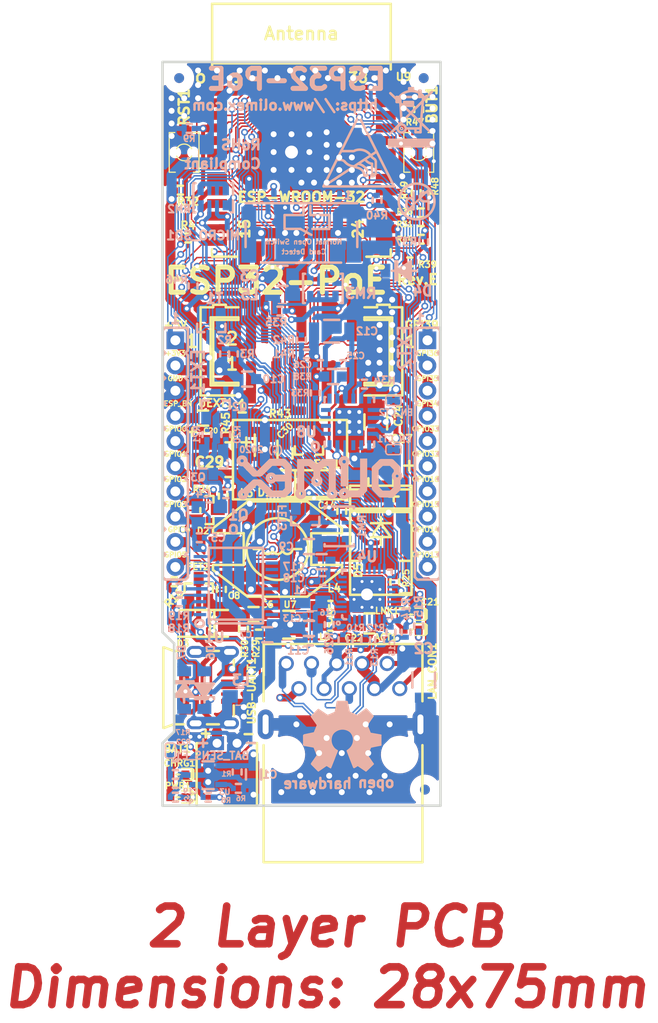
<source format=kicad_pcb>
(kicad_pcb (version 20221018) (generator pcbnew)
  (title_block (title "ESP-PoE") (date "2019-12-17") (rev "E") (company "OLIMEX Ltd.") (comment 1 "https://www.olimex.com"))
  (layers (0 "F.Cu" mixed) (31 "B.Cu" mixed) (34 "B.Paste" user) (35 "F.Paste" user) (36 "B.SilkS" user "B.Silkscreen") (37 "F.SilkS" user "F.Silkscreen") (38 "B.Mask" user) (39 "F.Mask" user) (44 "Edge.Cuts" user))
  (net 0 "")
  (net 1 "+5V")
  (net 2 "GND")
  (net 3 "Net-(BAT1-Pad1)")
  (net 4 "Net-(BUT1-Pad2)")
  (net 5 "+3V3")
  (net 6 "Net-(C11-Pad1)")
  (net 7 "/ESP_EN")
  (net 8 "Net-(L2-Pad1)")
  (net 9 "Net-(Q2-Pad1)")
  (net 10 "Net-(MICRO_SD1-Pad5)")
  (net 11 "/+5V_USB")
  (net 12 "Net-(MICRO_SD1-Pad1)")
  (net 13 "Net-(MICRO_SD1-Pad2)")
  (net 14 "Net-(MICRO_SD1-Pad8)")
  (net 15 "Net-(U4-Pad4)")
  (net 16 "Net-(U4-Pad14)")
  (net 17 "Net-(U4-Pad18)")
  (net 18 "Net-(U4-Pad20)")
  (net 19 "Net-(U4-Pad26)")
  (net 20 "Net-(USB-UART1-Pad4)")
  (net 21 "Net-(MICRO_SD1-Pad7)")
  (net 22 "/D_Com")
  (net 23 "Earth")
  (net 24 "+5VP")
  (net 25 "Net-(C26-Pad1)")
  (net 26 "Spare1")
  (net 27 "Spare2")
  (net 28 "/GPIO33")
  (net 29 "/GPIO32")
  (net 30 "/GPI39")
  (net 31 "Net-(FID1-PadFid1)")
  (net 32 "Net-(FID2-PadFid1)")
  (net 33 "Net-(FID3-PadFid1)")
  (net 34 "Net-(LAN_CON1-Pad6)")
  (net 35 "Net-(LAN_CON1-Pad3)")
  (net 36 "Net-(LAN_CON1-Pad2)")
  (net 37 "Net-(LAN_CON1-Pad1)")
  (net 38 "Net-(MICRO_SD1-PadCD1)")
  (net 39 "Net-(C2-Pad2)")
  (net 40 "Net-(C4-Pad1)")
  (net 41 "Net-(C5-Pad1)")
  (net 42 "Net-(C21-Pad2)")
  (net 43 "Net-(C25-Pad1)")
  (net 44 "Net-(C29-Pad2)")
  (net 45 "Net-(D4-Pad1)")
  (net 46 "Net-(D5-Pad2)")
  (net 47 "Net-(Q2-Pad2)")
  (net 48 "Net-(Q3-Pad3)")
  (net 49 "Net-(Q3-Pad2)")
  (net 50 "Net-(Q3-Pad1)")
  (net 51 "Net-(R6-Pad1)")
  (net 52 "Net-(R26-Pad1)")
  (net 53 "Net-(R29-Pad1)")
  (net 54 "Net-(R33-Pad2)")
  (net 55 "Net-(R34-Pad2)")
  (net 56 "Net-(R38-Pad1)")
  (net 57 "Net-(R41-Pad2)")
  (net 58 "Net-(U1-Pad17)")
  (net 59 "Net-(U1-Pad14)")
  (net 60 "Net-(U1-Pad13)")
  (net 61 "Net-(U1-Pad12)")
  (net 62 "Net-(U1-Pad11)")
  (net 63 "Net-(U1-Pad7)")
  (net 64 "Net-(U1-Pad6)")
  (net 65 "Net-(U8-Pad17)")
  (net 66 "Net-(U8-Pad16)")
  (net 67 "Net-(U8-Pad15)")
  (net 68 "Net-(U8-Pad5)")
  (net 69 "Net-(U8-Pad4)")
  (net 70 "Net-(U8-Pad2)")
  (net 71 "Net-(U9-Pad32)")
  (net 72 "Net-(C6-Pad1)")
  (net 73 "+3.3VLAN")
  (net 74 "Net-(C17-Pad1)")
  (net 75 "/GPIO0")
  (net 76 "/GPI35")
  (net 77 "Net-(RM1-Pad3.2)")
  (net 78 "Net-(RM1-Pad2.2)")
  (net 79 "Net-(RM1-Pad4.2)")
  (net 80 "Net-(U9-Pad22)")
  (net 81 "Net-(U9-Pad21)")
  (net 82 "Net-(U9-Pad20)")
  (net 83 "Net-(U9-Pad19)")
  (net 84 "Net-(U9-Pad18)")
  (net 85 "Net-(U9-Pad17)")
  (net 86 "Net-(FID4-PadFid1)")
  (net 87 "Net-(FID5-PadFid1)")
  (net 88 "Net-(FID6-PadFid1)")
  (net 89 "Net-(ACT1-Pad2)")
  (net 90 "Net-(ACT1-Pad1)")
  (net 91 "Net-(LNK1-Pad1)")
  (net 92 "Net-(LNK1-Pad2)")
  (net 93 "Net-(C3-Pad1)")
  (net 94 "Net-(RM1-Pad1.2)")
  (net 95 "Net-(CHRG1-Pad1)")
  (net 96 "Net-(PWR1-Pad1)")
  (net 97 "Net-(C10-Pad2)")
  (net 98 "Net-(R3-Pad2)")
  (net 99 "Net-(C12-Pad2)")
  (net 100 "Net-(L3-Pad1)")
  (net 101 "Net-(R8-Pad2)")
  (net 102 "Net-(C8-Pad1)")
  (net 103 "Net-(D6-Pad1)")
  (net 104 "Net-(D7-Pad2)")
  (net 105 "Net-(U1-Pad20)")
  (net 106 "Net-(BAT_SENS_E1-Pad2)")
  (net 107 "/GPI34\\BUT1")
  (net 108 "/GPIO2\\HS2_DATA0")
  (net 109 "/GPI36\\U1RXD")
  (net 110 "/GPIO3\\U0RXD")
  (net 111 "/GPIO1\\U0TXD")
  (net 112 "/GPIO4\\U1TXD")
  (net 113 "/GPIO5\\SPI_CS")
  (net 114 "/GPIO15\\HS2_CMD")
  (net 115 "/GPIO16\\I2C-SCL")
  (net 116 "/GPIO14\\HS2_CLK")
  (net 117 "/GPIO13\\I2C-SDA")
  (net 118 "/GPIO27\\EMAC_RX_CRS_DV")
  (net 119 "/GPIO25\\EMAC_RXD0(RMII)")
  (net 120 "/GPIO18\\MDIO(RMII)")
  (net 121 "/GPIO26\\EMAC_RXD1(RMII)")
  (net 122 "/GPIO12\\PHY_PWR")
  (net 123 "/GPIO22\\EMAC_TXD1(RMII)")
  (net 124 "/GPIO19\\EMAC_TXD0(RMII)")
  (net 125 "/GPIO21\\EMAC_TX_EN(RMII)")
  (net 126 "/GPIO23\\MDC(RMII)")
  (net 127 "/GPIO17\\EMAC_CLK_OUT_180")
  (footprint "OLIMEX_Other-FP:Fiducial1x3" (layer "F.Cu") (at 116.586 168.529 -90)
    (fp_text reference "FID3" hide)
    (fp_text value "Fiducial" hide)
  )
  (footprint "OLIMEX_Connectors-FP:GBH-254-SMT-10" (layer "F.Cu") (at 104.14 124.333)
    (fp_text reference "UEXT1")
    (fp_text value "P-B-V-10-LF")
  )
  (footprint "OLIMEX_RLC-FP:C_0402_5MIL_DWS" (layer "F.Cu") (at 96.0755 148.336 90)
    (fp_text reference "C8")
    (fp_text value "100nF/16V/10%/X7R/C0402")
  )
  (footprint "OLIMEX_Diodes-FP:SOT23-3" (layer "F.Cu") (at 94.615 140.335 180)
    (fp_text reference "D2")
    (fp_text value "BAT54C(SOT23-3)")
  )
  (footprint "OLIMEX_Diodes-FP:SMA-KA" (layer "F.Cu") (at 94.234 151.765 180)
    (fp_text reference "D3")
    (fp_text value "1N5822/SS34/SMA")
  )
  (footprint "OLIMEX_RLC-FP:C_1206_5MIL_DWS" (layer "F.Cu") (at 111.633 131.445 90)
    (fp_text reference "C24")
    (fp_text value "100nF/100V/20%/C1206")
  )
  (footprint "OLIMEX_RLC-FP:DBS135" (layer "F.Cu") (at 101.727 144.272 180)
    (fp_text reference "L4")
    (fp_text value "33uH/2.1A/DCR=0.1R/20%/DBS135(PD3316MT330)")
  )
  (footprint "OLIMEX_Diodes-FP:DO214AB(SMC)_1(K)-2(A)" (layer "F.Cu") (at 112.141 141.859 -90)
    (fp_text reference "D5")
    (fp_text value "SS510/100V/5A/0.85V/DO214AB(SMC)")
  )
  (footprint "OLIMEX_Connectors-FP:LIPO_BAT-CON2DW02R" (layer "F.Cu") (at 96.647 167.005)
    (fp_text reference "BAT1")
    (fp_text value "DW02R")
  )
  (footprint "OLIMEX_Transistors-FP:SOT23" (layer "F.Cu") (at 93.7895 148.37156 -90)
    (fp_text reference "FET2")
    (fp_text value "WPM2015-3/TR")
  )
  (footprint "OLIMEX_RLC-FP:C_0603_5MIL_DWS" (layer "F.Cu") (at 99.314 150.876 180)
    (fp_text reference "C6")
    (fp_text value "22uF/6.3V/20%/X5R/C0603")
  )
  (footprint "OLIMEX_Regulators-FP:SOT-23-5" (layer "F.Cu") (at 102.87 151.892)
    (fp_text reference "U7")
    (fp_text value "SY8089AAAC(SOT23-5)")
  )
  (footprint "OLIMEX_Connectors-FP:RJP-003TC1(LPJ4112CNL)" (layer "F.Cu") (at 108.331 164.846)
    (fp_text reference "LAN_CON1")
    (fp_text value "RJP-003TC1(LPJ4112CNL)")
  )
  (footprint "OLIMEX_LEDs-FP:LED_0603_KA" (layer "F.Cu") (at 115.189 152.4 180)
    (fp_text reference "ACT1")
    (fp_text value "LED/YELLOW/0603")
  )
  (footprint "OLIMEX_LEDs-FP:LED_0603_KA" (layer "F.Cu") (at 115.189 150.876 180)
    (fp_text reference "LNK1")
    (fp_text value "LED/GREEN/0603")
  )
  (footprint "OLIMEX_RLC-FP:CPOL-RM2.5mm_6.3x11mm_SMD" (layer "F.Cu") (at 112.141 135.382 180)
    (fp_text reference "C27")
    (fp_text value "15uF/100V/20%/RM2.5/6.3x11mm(Farnell:1281844)")
  )
  (footprint "OLIMEX_RLC-FP:R_1206_5MIL_DWS" (layer "F.Cu") (at 98.298 133.477 -90)
    (fp_text reference "R45")
    (fp_text value "220R/5%/0.25W/R1206")
  )
  (footprint "OLIMEX_RLC-FP:R_1206_5MIL_DWS" (layer "F.Cu") (at 100.584 134.112 -90)
    (fp_text reference "R43")
    (fp_text value "220R/5%/0.25W/R1206")
  )
  (footprint "OLIMEX_RLC-FP:C_0402_5MIL_DWS" (layer "F.Cu") (at 108.204 140.462 90)
    (fp_text reference "C14")
    (fp_text value "100nF/16V/10%/X7R/C0402")
  )
  (footprint "OLIMEX_RLC-FP:R_0402_5MIL_DWS" (layer "F.Cu") (at 113.538 147.574 90)
    (fp_text reference "R25")
    (fp_text value "10k/R0402")
  )
  (footprint "OLIMEX_RLC-FP:C_0603_5MIL_DWS" (layer "F.Cu") (at 114.554 149.479 180)
    (fp_text reference "C21")
    (fp_text value "NA(10uF/6.3V/20%/X5R/C0603)")
  )
  (footprint "OLIMEX_Other-FP:Fiducial1x3" (layer "F.Cu") (at 116.459 96.774 -90)
    (fp_text reference "FID2" hide)
    (fp_text value "Fiducial" hide)
  )
  (footprint "OLIMEX_Other-FP:Fiducial1x3" (layer "F.Cu") (at 91.821 96.774 -90)
    (fp_text reference "FID1" hide)
    (fp_text value "Fiducial" hide)
  )
  (footprint "OLIMEX_RLC-FP:R_0402_5MIL_DWS" (layer "F.Cu") (at 116.586 108.331 90)
    (fp_text reference "R48")
    (fp_text value "10k/R0402")
  )
  (footprint "OLIMEX_Buttons-FP:IT1185AU2_V2" (layer "F.Cu") (at 92.321 104.267 90)
    (fp_text reference "RST1")
    (fp_text value "IT1185AU2")
  )
  (footprint "OLIMEX_RLC-FP:R_0402_5MIL_DWS" (layer "F.Cu") (at 115.951 99.949 90)
    (fp_text reference "R47")
    (fp_text value "220R/R0402")
  )
  (footprint "OLIMEX_RLC-FP:R_0402_5MIL_DWS" (layer "F.Cu") (at 115.697 108.331 -90)
    (fp_text reference "R49")
    (fp_text value "NA/R0402")
  )
  (footprint "OLIMEX_RLC-FP:R_0402_5MIL_DWS" (layer "F.Cu") (at 115.062 115.316 180)
    (fp_text reference "R39")
    (fp_text value "10k/R0402")
  )
  (footprint "OLIMEX_RLC-FP:R_0402_5MIL_DWS" (layer "F.Cu") (at 116.205 110.363 180)
    (fp_text reference "R36")
    (fp_text value "10k/R0402")
  )
  (footprint "OLIMEX_RLC-FP:R_0402_5MIL_DWS" (layer "F.Cu") (at 91.948 108.077)
    (fp_text reference "R32")
    (fp_text value "10k/R0402")
  )
  (footprint "OLIMEX_RLC-FP:R_0402_5MIL_DWS" (layer "F.Cu") (at 116.205 111.252 180)
    (fp_text reference "R31")
    (fp_text value "2.2k/R0402")
  )
  (footprint "OLIMEX_Buttons-FP:IT1185AU2_V2" (layer "F.Cu") (at 115.959 104.267 90)
    (fp_text reference "BUT1")
    (fp_text value "IT1185AU2")
  )
  (footprint "OLIMEX_RLC-FP:R_0402_5MIL_DWS" (layer "F.Cu") (at 116.205 113.03)
    (fp_text reference "R44")
    (fp_text value "NA/R0402")
  )
  (footprint "OLIMEX_RLC-FP:L_0805_5MIL_DWS" (layer "F.Cu") (at 99.06 137.16)
    (fp_text reference "L6")
    (fp_text value "FB0805/600R/2A")
  )
  (footprint "OLIMEX_RLC-FP:C_0603_5MIL_DWS" (layer "F.Cu") (at 102.489 134.62 -90)
    (fp_text reference "C30")
    (fp_text value "22uF/6.3V/20%/X5R/C0603")
  )
  (footprint "OLIMEX_Transistors-FP:SOT23" (layer "F.Cu") (at 104.902 134.112 90)
    (fp_text reference "FET1")
    (fp_text value "WPM2015-3/TR")
  )
  (footprint "OLIMEX_Diodes-FP:SMA-KA" (layer "F.Cu") (at 104.648 137.668)
    (fp_text reference "D1")
    (fp_text value "1N5822/SS34/SMA")
  )
  (footprint "OLIMEX_RLC-FP:CD32" (layer "F.Cu") (at 107.061 151.003)
    (fp_text reference "L2")
    (fp_text value "2.2uH/1.5A/DCR=72mR/20%/3.00x3.00x1.50mm/CD32(NR3015T2R2M)")
  )
  (footprint "OLIMEX_RLC-FP:R_0402_5MIL_DWS" (layer "F.Cu") (at 92.71 112.903)
    (fp_text reference "R4")
    (fp_text value "47k/R0402")
  )
  (footprint "OLIMEX_LEDs-FP:LED_0603_KA" (layer "F.Cu") (at 91.694 167.005 180)
    (fp_text reference "CHRG1")
    (fp_text value "LED/YELLOW/0603")
  )
  (footprint "OLIMEX_LEDs-FP:LED_0603_KA" (layer "F.Cu") (at 91.694 169.291 180)
    (fp_text reference "PWR1")
    (fp_text value "LED/RED/0603")
  )
  (footprint "OLIMEX_RLC-FP:R_0402_5MIL_DWS" (layer "F.Cu") (at 91.313 147.574)
    (fp_text reference "R16")
    (fp_text value "NA(10k/R0402)")
  )
  (footprint "OLIMEX_RLC-FP:R_0402_5MIL_DWS" (layer "F.Cu") (at 98.298 152.3365 90)
    (fp_text reference "R30")
    (fp_text value "49.9k/1%/R0402")
  )
  (footprint "OLIMEX_RLC-FP:R_0402_5MIL_DWS" (layer "F.Cu") (at 99.822 152.8445 180)
    (fp_text reference "R29")
    (fp_text value "220k/R0402")
  )
  (footprint "OLIMEX_Cases-FP:ESP-WROOM-32_MODULE" (layer "F.Cu") (at 104.14 102.035)
    (fp_text reference "U9")
    (fp_text value "ESP-WROOM-32")
  )
  (footprint "OLIMEX_Connectors-FP:USB-MICRO_MISB-SWMM-5B_LF" (layer "F.Cu") (at 93.726 158.242 180)
    (fp_text reference "USB-UART1")
    (fp_text value "MISB-SWMM-5B-LF(USB_MICRO)")
  )
  (footprint "OLIMEX_RLC-FP:C_0603_5MIL_DWS" (layer "F.Cu") (at 94.234 131.064)
    (fp_text reference "C20")
    (fp_text value "1uF/10V/20%/X5R/C0603")
  )
  (footprint "OLIMEX_RLC-FP:CPOL-RM3.5mm_8.0x11.5mm_SMD" (layer "F.Cu") (at 94.742 135.255 -90)
    (fp_text reference "C29")
    (fp_text value "680uF/10V/20%/105C/RM3.5/8x11.5mm")
  )
  (footprint "OLIMEX_RLC-FP:R_0402_5MIL_DWS" (layer "F.Cu") (at 96.266 138.938 -90)
    (fp_text reference "R24")
    (fp_text value "220R/R0402")
  )
  (footprint "OLIMEX_RLC-FP:C_0805_5MIL_DWS" (layer "F.Cu") (at 110.998 151.765)
    (fp_text reference "C22")
    (fp_text value "47uF/6.3V/20%/X5R/C0805")
  )
  (footprint "OLIMEX_RLC-FP:L_0805_5MIL_DWS" (layer "B.Cu") (at 102.235 118.618)
    (fp_text reference "L5")
    (fp_text value "FB0805/600R/2A")
  )
  (footprint "OLIMEX_Connectors-FP:HN1x10" (layer "B.Cu") (at 116.84 134.65 -90)
    (fp_text reference "EXT2")
    (fp_text value "NS(HN1x10)")
  )
  (footprint "OLIMEX_Transistors-FP:SOT23" (layer "B.Cu") (at 95.05696 121.75744 90)
    (fp_text reference "T1")
    (fp_text value "LMUN2211LT1G(SOT-23)")
  )
  (footprint "OLIMEX_RLC-FP:R_0402_5MIL_DWS" (layer "B.Cu") (at 91.821 149.606 180)
    (fp_text reference "R18")
    (fp_text value "10k/R0402")
  )
  (footprint "OLIMEX_RLC-FP:R_0402_5MIL_DWS" (layer "B.Cu") (at 91.821 148.209 180)
    (fp_text reference "R19")
    (fp_text value "10k/R0402")
  )
  (footprint "OLIMEX_RLC-FP:R_0402_5MIL_DWS" (layer "B.Cu") (at 96.393 124.587 90)
    (fp_text reference "R2")
    (fp_text value "10k/R0402")
  )
  (footprint "OLIMEX_RLC-FP:R_0402_5MIL_DWS" (layer "B.Cu") (at 96.52 132.715 90)
    (fp_text reference "R20")
    (fp_text value "1k/R0402")
  )
  (footprint "OLIMEX_RLC-FP:R_0402_5MIL_DWS" (layer "B.Cu") (at 94.615 132.715 -90)
    (fp_text reference "R21")
    (fp_text value "1k/R0402")
  )
  (footprint "OLIMEX_Transistors-FP:SOT23" (layer "B.Cu") (at 95.504 129.921 -90)
    (fp_text reference "Q2")
    (fp_text value "BC817-40(SOT23)")
  )
  (footprint "OLIMEX_IC-FP:QFN32_EP(33)_5.00x5.00x0.90mm_Pitch_0.50mm" (layer "B.Cu") (at 110.744 148.844 90)
    (fp_text reference "U4")
    (fp_text value "LAN8710A-EZC(QFN32)")
  )
  (footprint "OLIMEX_Other-FP:Fiducial1x3" (layer "B.Cu") (at 116.586 168.529 -90)
    (fp_text reference "FID6" hide)
    (fp_text value "Fiducial" hide)
  )
  (footprint "OLIMEX_IC-FP:QFN-20_5x5mm(Si3402-B-GM)" (layer "B.Cu") (at 108.966 131.445)
    (fp_text reference "U8")
    (fp_text value "Si3402-B-GM(QFN-20_5x5mm)")
  )
  (footprint "OLIMEX_RLC-FP:R_0402_5MIL_DWS" (layer "B.Cu") (at 110.49 127.635 180)
    (fp_text reference "R34")
    (fp_text value "NA(49.9R/1%/R0402)")
  )
  (footprint "OLIMEX_RLC-FP:R_0402_5MIL_DWS" (layer "B.Cu") (at 105.537 128.524 -90)
    (fp_text reference "R33")
    (fp_text value "47k/R0402")
  )
  (footprint "OLIMEX_RLC-FP:R_0402_5MIL_DWS" (layer "B.Cu") (at 97.663 166.751 -90)
    (fp_text reference "R1")
    (fp_text value "10k/R0402")
  )
  (footprint "OLIMEX_RLC-FP:R_MATRIX_4" (layer "B.Cu") (at 107.95 141.986 90)
    (fp_text reference "RM1")
    (fp_text value "RA1206_(4X0603)_4B8_2.2k")
  )
  (footprint "OLIMEX_RLC-FP:R_0603_5MIL_DWS" (layer "B.Cu") (at 107.315 126.873 180)
    (fp_text reference "R38")
    (fp_text value "25.5k/1%/R0603")
  )
  (footprint "OLIMEX_LOGOs-FP:LOGO_PBFREE" (layer "B.Cu") (at 115.951 108.9025)
    (fp_text reference "Sign_PB-Free")
    (fp_text value "")
  )
  (footprint "OLIMEX_LOGOs-FP:OLIMEX_LOGO_TB" (layer "B.Cu") (at 105.791 137.033 180)
    (fp_text reference "Logo_Olimex" hide)
    (fp_text value "" hide)
  )
  (footprint "OLIMEX_Diodes-FP:SOD-123_1C-2A_KA" (layer "B.Cu") (at 114.5 116.195)
    (fp_text reference "D4")
    (fp_text value "1N5819S4(SOD-123)")
  )
  (footprint "OLIMEX_RLC-FP:R_0402_5MIL_DWS" (layer "B.Cu") (at 116.459 113.284 -90)
    (fp_text reference "R37")
    (fp_text value "10k/R0402")
  )
  (footprint "OLIMEX_Connectors-FP:uSD(TFC-9P-1.xH(ATFFS150A01BR016))" (layer "B.Cu") (at 104.14 111.887)
    (fp_text reference "MICRO_SD1")
    (fp_text value "TFC-9P-1.7H(ATFFS150A01BR016)")
  )
  (footprint "OLIMEX_RLC-FP:R_0402_5MIL_DWS" (layer "B.Cu") (at 111.76 109.093 90)
    (fp_text reference "R40")
    (fp_text value "10R/R0402")
  )
  (footprint "OLIMEX_Other-FP:Fiducial1x3" (layer "B.Cu") (at 116.459 96.774 -90)
    (fp_text reference "FID5" hide)
    (fp_text value "Fiducial" hide)
  )
  (footprint "OLIMEX_Other-FP:Fiducial1x3" (layer "B.Cu") (at 91.821 96.774 -90)
    (fp_text reference "FID4" hide)
    (fp_text value "Fiducial" hide)
  )
  (footprint "OLIMEX_RLC-FP:C_0805_5MIL_DWS" (layer "B.Cu") (at 102.235 116.713 180)
    (fp_text reference "C3")
    (fp_text value "47uF/6.3V/20%/X5R/C0805")
  )
  (footprint "OLIMEX_RLC-FP:R_0402_5MIL_DWS" (layer "B.Cu") (at 101.981 120.269)
    (fp_text reference "R35")
    (fp_text value "2.2k/R0402")
  )
  (footprint "OLIMEX_LOGOs-FP:LOGO_OPENHARDWARE_8x8" (layer "B.Cu") (at 108.2675 163.6395 180)
    (fp_text reference "Logo_OSHW" hide)
    (fp_text value "" hide)
  )
  (footprint "OLIMEX_RLC-FP:R_MATRIX_4" (layer "B.Cu") (at 95.25 108.839)
    (fp_text reference "RM2")
    (fp_text value "RA1206_(4X0603)_4B8_2.2k")
  )
  (footprint "OLIMEX_RLC-FP:R_0402_5MIL_DWS" (layer "B.Cu") (at 93.218 117.729 90)
    (fp_text reference "R46")
    (fp_text value "220R/R0402")
  )
  (footprint "OLIMEX_Connectors-FP:HN1x10" (layer "B.Cu") (at 91.44 134.65 -90)
    (fp_text reference "EXT1")
    (fp_text value "NS(HN1x10)")
  )
  (footprint "OLIMEX_RLC-FP:R_0402_5MIL_DWS" (layer "B.Cu") (at 97.282 124.587 -90)
    (fp_text reference "R3")
    (fp_text value "1k/R0402")
  )
  (footprint "OLIMEX_Transistors-FP:SOT23" (layer "B.Cu") (at 104.521 141.224 90)
    (fp_text reference "FET3")
    (fp_text value "WPM2015-3/TR")
  )
  (footprint "OLIMEX_Transistors-FP:SOT23" (layer "B.Cu") (at 95.25 135.509 90)
    (fp_text reference "Q3")
    (fp_text value "BC817-40(SOT23)")
  )
  (footprint "OLIMEX_RLC-FP:C_0402_5MIL_DWS" (layer "B.Cu") (at 93.853 143.129 180)
    (fp_text reference "C5")
    (fp_text value "27pF/50V/5%/C0G/C0402")
  )
  (footprint "OLIMEX_RLC-FP:C_0603_5MIL_DWS" (layer "B.Cu") (at 104.902 144.018)
    (fp_text reference "C9")
    (fp_text value "22uF/6.3V/20%/X5R/C0603")
  )
  (footprint "OLIMEX_RLC-FP:R_0402_5MIL_DWS" (layer "B.Cu") (at 115.951 152.019 90)
    (fp_text reference "R15")
    (fp_text value "2.2k/R0402")
  )
  (footprint "OLIMEX_RLC-FP:R_0402_5MIL_DWS" (layer "B.Cu") (at 114.681 152.654 90)
    (fp_text reference "R14")
    (fp_text value "2.2k/R0402")
  )
  (footprint "OLIMEX_RLC-FP:C_0402_5MIL_DWS" (layer "B.Cu") (at 113.157 152.654 90)
    (fp_text reference "C15")
    (fp_text value "100nF/16V/10%/X7R/C0402")
  )
  (footprint "OLIMEX_RLC-FP:C_1206_5MIL_DWS_ISO" (layer "B.Cu") (at 116.459 157.48 -90)
    (fp_text reference "C2")
    (fp_text value "1nF/2000V/10%/X7R/C1206")
  )
  (footprint "OLIMEX_RLC-FP:R_0402_5MIL_DWS" (layer "B.Cu") (at 112.014 153.416 90)
    (fp_text reference "R12")
    (fp_text value "49.9R/1%/R0402")
  )
  (footprint "OLIMEX_RLC-FP:R_0402_5MIL_DWS" (layer "B.Cu") (at 110.617 153.416 90)
    (fp_text reference "R13")
    (fp_text value "49.9R/1%/R0402")
  )
  (footprint "OLIMEX_RLC-FP:R_0402_5MIL_DWS" (layer "B.Cu") (at 109.728 153.416 90)
    (fp_text reference "R10")
    (fp_text value "49.9R/1%/R0402")
  )
  (footprint "OLIMEX_RLC-FP:R_0402_5MIL_DWS" (layer "B.Cu") (at 108.331 153.416 90)
    (fp_text reference "R11")
    (fp_text value "49.9R/1%/R0402")
  )
  (footprint "OLIMEX_RLC-FP:C_0402_5MIL_DWS" (layer "B.Cu") (at 105.029 151.003 180)
    (fp_text reference "C16")
    (fp_text value "100nF/16V/10%/X7R/C0402")
  )
  (footprint "OLIMEX_RLC-FP:R_0402_5MIL_DWS" (layer "B.Cu") (at 106.934 151.892 -90)
    (fp_text reference "R26")
    (fp_text value "12.1k/1%/R0402")
  )
  (footprint "OLIMEX_RLC-FP:C_0603_5MIL_DWS" (layer "B.Cu") (at 104.902 152.273 180)
    (fp_text reference "C13")
    (fp_text value "22uF/6.3V/20%/X5R/C0603")
  )
  (footprint "OLIMEX_RLC-FP:C_0603_5MIL_DWS" (layer "B.Cu") (at 100.711 152.908)
    (fp_text reference "C7")
    (fp_text value "22uF/6.3V/20%/X5R/C0603")
  )
  (footprint "OLIMEX_RLC-FP:C_0402_5MIL_DWS" (layer "B.Cu") (at 106.299 147.447 180)
    (fp_text reference "C18")
    (fp_text value "100nF/16V/10%/X7R/C0402")
  )
  (footprint "OLIMEX_RLC-FP:C_0603_5MIL_DWS" (layer "B.Cu") (at 106.172 145.542 180)
    (fp_text reference "C17")
    (fp_text value "2.2uF/6.3V/10%/X5R/C0603")
  )
  (footprint "OLIMEX_RLC-FP:L_0805_5MIL_DWS" (layer "B.Cu") (at 105.283 149.606)
    (fp_text reference "L1")
    (fp_text value "FB0805/600R/2A")
  )
  (footprint "OLIMEX_IC-FP:SSOP-20W" (layer "B.Cu") (at 97.536 147.955 90)
    (fp_text reference "U1")
    (fp_text value "CH340T(SSOP20W)")
  )
  (footprint "OLIMEX_RLC-FP:C_0603_5MIL_DWS" (layer "B.Cu") (at 99.314 167.005 -90)
    (fp_text reference "C1")
    (fp_text value "22uF/6.3V/20%/X5R/C0603")
  )
  (footprint "OLIMEX_RLC-FP:L_0805_5MIL_DWS" (layer "B.Cu") (at 97.9805 159.131)
    (fp_text reference "L3")
    (fp_text value "NA(FB0805/600R/2A)")
  )
  (footprint "OLIMEX_IC-FP:SOT-23-5" (layer "B.Cu") (at 94.742 167.0685 180)
    (fp_text reference "U3")
    (fp_text value "BL4054B-42TPRN(SOT23-5)")
  )
  (footprint "OLIMEX_RLC-FP:R_0402_5MIL_DWS" (layer "B.Cu") (at 97.79 168.402)
    (fp_text reference "R6")
    (fp_text value "2.2k/R0402")
  )
  (footprint "OLIMEX_RLC-FP:R_0402_5MIL_DWS" (layer "B.Cu") (at 94.742 169.291 180)
    (fp_text reference "R8")
    (fp_text value "2.2k/R0402")
  )
  (footprint "OLIMEX_RLC-FP:C_0402_5MIL_DWS" (layer "B.Cu") (at 96.52 138.684 180)
    (fp_text reference "C4")
    (fp_text value "27pF/50V/5%/C0G/C0402")
  )
  (footprint "OLIMEX_Crystal-FP:TSX-3.2x2.5mm_GND(3)" (layer "B.Cu") (at 94.869 140.843 180)
    (fp_text reference "Q1")
    (fp_text value "Q12MHz/20pF/10ppm/4P/3.2x2.5mm")
  )
  (footprint "OLIMEX_RLC-FP:R_0402_5MIL_DWS" (layer "B.Cu") (at 104.648 124.587 180)
    (fp_text reference "R41")
    (fp_text value "1k/1%/R0402")
  )
  (footprint "OLIMEX_RLC-FP:C_1206_5MIL_DWS_ISO" (layer "B.Cu") (at 107.188 122.301)
    (fp_text reference "C12")
    (fp_text value "2.2uF/100V/20%/X7R/C1206(AVX_12061C225KAT2A_Comet)")
  )
  (footprint "OLIMEX_RLC-FP:C_0402_5MIL_DWS" (layer "B.Cu") (at 108.331 125.6665)
    (fp_text reference "C25")
    (fp_text value "100nF/16V/10%/X7R/C0402")
  )
  (footprint "OLIMEX_RLC-FP:C_0402_5MIL_DWS" (layer "B.Cu") (at 106.045 125.6665)
    (fp_text reference "C26")
    (fp_text value "1nF/50V/10%/X7R/C0402")
  )
  (footprint "OLIMEX_RLC-FP:R_0402_5MIL_DWS" (layer "B.Cu") (at 91.44 167.005)
    (fp_text reference "R22")
    (fp_text value "470k/R0402")
  )
  (footprint "OLIMEX_Diodes-FP:SOD-123_1C-2A_KA" (layer "B.Cu") (at 92.329 158.496 -90)
    (fp_text reference "D7")
    (fp_text value "1N5819S4(SOD-123)")
  )
  (footprint "OLIMEX_Diodes-FP:SOD-123_1C-2A_KA" (layer "B.Cu") (at 94.361 158.496 90)
    (fp_text reference "D6")
    (fp_text value "1N5819S4(SOD-123)")
  )
  (footprint "OLIMEX_RLC-FP:R_0402_5MIL_DWS" (layer "B.Cu") (at 91.44 166.116 180)
    (fp_text reference "R17")
    (fp_text value "470k/R0402")
  )
  (footprint "OLIMEX_RLC-FP:C_0402_5MIL_DWS" (layer "B.Cu") (at 91.44 167.894)
    (fp_text reference "C19")
    (fp_text value "1nF/50V/10%/X7R/C0402")
  )
  (footprint "OLIMEX_RLC-FP:R_0402_5MIL_DWS" (layer "B.Cu") (at 91.44 169.291 180)
    (fp_text reference "R5")
    (fp_text value "2.2k/R0402")
  )
  (footprint "OLIMEX_RLC-FP:R_0402_5MIL_DWS" (layer "B.Cu") (at 104.14 123.19 90)
    (fp_text reference "R42")
    (fp_text value "3.01k/1%/R0402")
  )
  (footprint "OLIMEX_RLC-FP:C_0402_5MIL_DWS" (layer "B.Cu") (at 105.029 153.543 180)
    (fp_text reference "C11")
    (fp_text value "100nF/16V/10%/X7R/C0402")
  )
  (footprint "OLIMEX_RLC-FP:C_0603_5MIL_DWS" (layer "B.Cu") (at 98.679 127.127)
    (fp_text reference "C10")
    (fp_text value "22uF/6.3V/20%/X5R/C0603")
  )
  (footprint "OLIMEX_RLC-FP:R_0402_5MIL_DWS" (layer "B.Cu") (at 92.837 101.854 180)
    (fp_text reference "R9")
    (fp_text value "100k/R0402")
  )
  (footprint "OLIMEX_Jumpers-FP:SJ_1_SMALLER" (layer "B.Cu") (at 113.411 134.239)
    (fp_text reference "EN_CT1")
    (fp_text value "Closed" hide)
  )
  (footprint "OLIMEX_Jumpers-FP:SJ_1_SMALLER" (layer "B.Cu") (at 113.411 129.286 180)
    (fp_text reference "EN_CT2")
    (fp_text value "Closed" hide)
  )
  (footprint "OLIMEX_Jumpers-FP:SJ_1_SMALLER" (layer "B.Cu") (at 90.932 164.592 -90)
    (fp_text reference "BAT_SENS_E1")
    (fp_text value "Opened" hide)
  )
  (footprint "OLIMEX_RLC-FP:R_MATRIX_4" (layer "B.Cu") (at 106.299 117.983)
    (fp_text reference "RM3")
    (fp_text value "RA1206_(4X0603)_4B8_2.2k")
  )
  (footprint "OLIMEX_LOGOs-FP:LOGO_ANTISTATIC_1" (layer "B.Cu") (at 113.4745 107.696 180)
    (fp_text reference "Sign_Antistatic" hide)
    (fp_text value "Val**" hide)
  )
  (footprint "OLIMEX_LOGOs-FP:LOGO_RECYCLEBIN_1" (layer "B.Cu") (at 117.5385 103.759 180)
    (fp_text reference "Sign_RecycleBin" hide)
    (fp_text value "" hide)
  )
  (gr_line (start 118.15 170.15) (end 118.15 95.15) (stroke (width 0.254)) (layer "Edge.Cuts"))
  (gr_line (start 90.15 170.15) (end 118.15 170.15) (stroke (width 0.254)) (layer "Edge.Cuts"))
  (gr_line (start 90.15 152.654) (end 91.313 153.797) (stroke (width 0.254)) (layer "Edge.Cuts"))
  (gr_line (start 91.313 162.687) (end 90.15 163.83) (stroke (width 0.254)) (layer "Edge.Cuts"))
  (gr_line (start 91.313 153.797) (end 91.313 162.687) (stroke (width 0.254)) (layer "Edge.Cuts"))
  (gr_line (start 90.15 152.654) (end 90.15 95.15) (stroke (width 0.254)) (layer "Edge.Cuts"))
  (gr_line (start 90.15 95.15) (end 118.15 95.15) (stroke (width 0.254)) (layer "Edge.Cuts"))
  (gr_line (start 90.15 163.83) (end 90.15 170.15) (stroke (width 0.254)) (layer "Edge.Cuts"))
  (gr_text "2 Layer PCB\nDimensions: 28x75mm" (at 106.68 185.42) (layer "F.Cu") (effects (font (size 3.81 3.81) (thickness 0.762) italic)))
  (gr_text "1" (at 116.078 121.031) (layer "B.SilkS") (effects (font (size 1.016 1.016) (thickness 0.254)) (justify mirror)))
  (gr_text "1" (at 108.839 108.585) (layer "B.SilkS") (effects (font (size 0.762 0.762) (thickness 0.1905)) (justify mirror)))
  (gr_text "(C) 2020" (at 100.076 134.239) (layer "B.SilkS") (effects (font (size 0.635 0.635) (thickness 0.15875)) (justify mirror)))
  (gr_text "RoHS" (at 98.044 103.505) (layer "B.SilkS") (effects (font (size 1.016 1.016) (thickness 0.254)) (justify mirror)))
  (gr_text "Compliant" (at 96.2152 105.41) (layer "B.SilkS") (effects (font (size 1.016 1.016) (thickness 0.254)) (justify mirror)))
  (gr_text "https://www.olimex.com" (at 102.489 99.5045) (layer "B.SilkS") (effects (font (size 1.016 1.016) (thickness 0.254)) (justify mirror)))
  (gr_text "ESP32-PoE" (at 103.632 96.901) (layer "B.SilkS") (effects (font (size 2.032 2.032) (thickness 0.508)) (justify mirror)))
  (gr_text "+" (at 94.1705 163.83 90) (layer "B.SilkS") (effects (font (size 1.016 1.016) (thickness 0.254)) (justify mirror)))
  (gr_text "-" (at 99.06 163.8935 180) (layer "B.SilkS") (effects (font (size 1.016 1.016) (thickness 0.254)) (justify mirror)))
  (gr_text "1" (at 91.44 121.031) (layer "B.SilkS") (effects (font (size 1.016 1.016) (thickness 0.254)) (justify mirror)))
  (gr_text "Rev.E" (at 115.824 117.094) (layer "F.SilkS") (effects (font (size 1.016 1.016) (thickness 0.254))))
  (gr_text "1" (at 115.189 123.317) (layer "F.SilkS") (effects (font (size 1.27 1.27) (thickness 0.254))))
  (gr_text "+5V" (at 91.44 121.666) (layer "F.SilkS") (effects (font (size 0.762 0.762) (thickness 0.1905))))
  (gr_text "+3V3" (at 91.44 124.5235) (layer "F.SilkS") (effects (font (size 0.508 0.508) (thickness 0.127))))
  (gr_text "GND" (at 91.44 127.0635) (layer "F.SilkS") (effects (font (size 0.508 0.508) (thickness 0.127))))
  (gr_text "ESP_EN" (at 91.694 129.6035) (layer "F.SilkS") (effects (font (size 0.508 0.508) (thickness 0.127))))
  (gr_text "GPIO0" (at 91.44 132.1435) (layer "F.SilkS") (effects (font (size 0.508 0.508) (thickness 0.127))))
  (gr_text "GPIO1" (at 91.44 134.6835) (layer "F.SilkS") (effects (font (size 0.508 0.508) (thickness 0.127))))
  (gr_text "GPIO2" (at 91.44 137.2235) (layer "F.SilkS") (effects (font (size 0.508 0.508) (thickness 0.127))))
  (gr_text "GPIO3" (at 91.44 139.7635) (layer "F.SilkS") (effects (font (size 0.508 0.508) (thickness 0.127))))
  (gr_text "GPIO4" (at 91.821 142.3035) (layer "F.SilkS") (effects (font (size 0.508 0.508) (thickness 0.127))))
  (gr_text "GPIO5" (at 91.44 144.8435) (layer "F.SilkS") (effects (font (size 0.508 0.508) (thickness 0.127))))
  (gr_text "GPIO13" (at 116.6495 144.8435) (layer "F.SilkS") (effects (font (size 0.508 0.508) (thickness 0.127))))
  (gr_text "GPIO14" (at 116.6495 142.3035) (layer "F.SilkS") (effects (font (size 0.508 0.508) (thickness 0.127))))
  (gr_text "GPIO15" (at 116.6495 139.7635) (layer "F.SilkS") (effects (font (size 0.508 0.508) (thickness 0.127))))
  (gr_text "GPIO16" (at 116.6495 137.2235) (layer "F.SilkS") (effects (font (size 0.508 0.508) (thickness 0.127))))
  (gr_text "GPIO32" (at 116.6495 134.6835) (layer "F.SilkS") (effects (font (size 0.508 0.508) (thickness 0.127))))
  (gr_text "GPIO33" (at 116.6495 132.1435) (layer "F.SilkS") (effects (font (size 0.508 0.508) (thickness 0.127))))
  (gr_text "GPI34" (at 116.84 129.6035) (layer "F.SilkS") (effects (font (size 0.508 0.508) (thickness 0.127))))
  (gr_text "GPI35" (at 116.84 127.0635) (layer "F.SilkS") (effects (font (size 0.508 0.508) (thickness 0.127))))
  (gr_text "GPI36" (at 116.84 124.5235) (layer "F.SilkS") (effects (font (size 0.508 0.508) (thickness 0.127))))
  (gr_text "GPI39" (at 116.2685 121.666) (layer "F.SilkS") (effects (font (size 0.762 0.762) (thickness 0.1905))))
  (gr_text "ESP32-PoE" (at 101.6 117.221) (layer "F.SilkS") (effects (font (size 2.54 2.54) (thickness 0.508))))
  (gr_text "1" (at 98.171 129.921) (layer "F.SilkS") (effects (font (size 1.27 1.27) (thickness 0.254))))
  (gr_text "+" (at 94.4245 162.8775 90) (layer "F.SilkS") (effects (font (size 1.016 1.016) (thickness 0.254))))
  (gr_text "-" (at 98.806 163.0045 180) (layer "F.SilkS") (effects (font (size 1.016 1.016) (thickness 0.254))))
  (gr_text "1" (at 93.091 123.317) (layer "F.SilkS") (effects (font (size 1.27 1.27) (thickness 0.254))))
  (segment (start 94.8436 124.968) (end 93.188 124.968) (width 1.016) (layer "F.Cu") (net 1))
  (segment (start 93.188 124.968) (end 91.44 123.22) (width 1.016) (layer "F.Cu") (net 1))
  (segment (start 90.932 167.005) (end 90.932 168.5925) (width 0.762) (layer "F.Cu") (net 1))
  (segment (start 98.780589 165.506411) (end 98.864001 165.422999) (width 0.762) (layer "F.Cu") (net 1))
  (segment (start 93.29141 155.64841) (end 92.40241 155.64841) (width 0.508) (layer "F.Cu") (net 1))
  (segment (start 98.933 139.7) (end 100.076 138.557) (width 1.016) (layer "F.Cu") (net 1))
  (segment (start 102.362 137.668) (end 102.148 137.668) (width 1.016) (layer "F.Cu") (net 1))
  (segment (start 91.734 151.765) (end 92.837 150.662) (width 1.016) (layer "F.Cu") (net 1))
  (segment (start 92.40241 155.64841) (end 92.16959 155.41559) (width 0.508) (layer "F.Cu") (net 1))
  (segment (start 92.16959 152.11359) (end 91.7575 151.7015) (width 0.508) (layer "F.Cu") (net 1))
  (segment (start 98.864001 165.422999) (end 99.314 164.973) (width 0.762) (layer "F.Cu") (net 1))
  (segment (start 92.16959 155.41559) (end 92.16959 152.11359) (width 0.508) (layer "F.Cu") (net 1))
  (segment (start 91.782911 165.506411) (end 98.780589 165.506411) (width 0.762) (layer "F.Cu") (net 1))
  (segment (start 90.932 167.005) (end 90.932 166.357322) (width 0.762) (layer "F.Cu") (net 1))
  (segment (start 90.932 166.357322) (end 91.782911 165.506411) (width 0.762) (layer "F.Cu") (net 1))
  (segment (start 100.076 138.557) (end 101.259 138.557) (width 1.016) (layer "F.Cu") (net 1))
  (segment (start 92.202 113.287929) (end 91.949764 113.540165) (width 0.508) (layer "F.Cu") (net 1))
  (segment (start 93.174599 160.698401) (end 93.548178 160.324822) (width 0.508) (layer "F.Cu") (net 1))
  (segment (start 93.548178 155.905178) (end 93.29141 155.64841) (width 0.508) (layer "F.Cu") (net 1))
  (segment (start 93.548178 160.324822) (end 93.548178 155.905178) (width 0.508) (layer "F.Cu") (net 1))
  (segment (start 92.412599 160.698401) (end 93.174599 160.698401) (width 0.508) (layer "F.Cu") (net 1))
  (segment (start 91.84641 161.26459) (end 92.412599 160.698401) (width 0.508) (layer "F.Cu") (net 1))
  (segment (start 103.7082 136.3218) (end 102.362 137.668) (width 1.016) (layer "F.Cu") (net 1))
  (segment (start 101.259 138.557) (end 102.148 137.668) (width 1.016) (layer "F.Cu") (net 1))
  (segment (start 103.9495 133.00456) (end 103.7082 133.24586) (width 1.016) (layer "F.Cu") (net 1))
  (segment (start 92.202 112.903) (end 92.202 113.287929) (width 0.508) (layer "F.Cu") (net 1))
  (segment (start 92.202 112.903) (end 92.091955 112.903) (width 0.4064) (layer "F.Cu") (net 1))
  (segment (start 90.932 169.291) (end 90.932 168.5925) (width 0.762) (layer "F.Cu") (net 1))
  (segment (start 91.84641 165.442912) (end 91.84641 161.26459) (width 0.508) (layer "F.Cu") (net 1))
  (segment (start 92.837 149.48154) (end 92.83954 149.479) (width 1.016) (layer "F.Cu") (net 1))
  (segment (start 103.7082 133.24586) (end 103.7082 136.3218) (width 1.016) (layer "F.Cu") (net 1))
  (segment (start 92.091955 112.903) (end 91.949764 113.045191) (width 0.4064) (layer "F.Cu") (net 1))
  (segment (start 91.782911 165.506411) (end 91.84641 165.442912) (width 0.508) (layer "F.Cu") (net 1))
  (segment (start 91.949764 113.045191) (end 91.949764 113.540165) (width 0.4064) (layer "F.Cu") (net 1))
  (segment (start 92.837 150.662) (end 92.837 149.48154) (width 1.016) (layer "F.Cu") (net 1))
  (via (at 91.949764 113.540165) (size 0.7) (drill 0.4) (layers "F.Cu" "B.Cu") (net 1))
  (via (at 98.933 139.7) (size 0.9) (drill 0.6) (layers "F.Cu" "B.Cu") (net 1))
  (via (at 99.314 164.973) (size 0.9) (drill 0.6) (layers "F.Cu" "B.Cu") (net 1))
  (via (at 94.8436 124.968) (size 0.9) (drill 0.6) (layers "F.Cu" "B.Cu") (net 1))
  (via (at 93.47759 158.68091) (size 0.7) (drill 0.4) (layers "F.Cu" "B.Cu") (net 1))
  (segment (start 91.44 123.22) (end 90.932 122.712) (width 0.508) (layer "B.Cu") (net 1))
  (segment (start 90.678 114.811929) (end 91.599765 113.890164) (width 0.1524) (layer "B.Cu") (net 1))
  (segment (start 95.5675 127.508) (end 96.242828 127.508) (width 0.508) (layer "B.Cu") (net 1))
  (segment (start 99.314 166.116) (end 97.79 166.116) (width 0.508) (layer "B.Cu") (net 1))
  (segment (start 98.831411 155.414946) (end 98.044 156.202356) (width 0.508) (layer "B.Cu") (net 1))
  (segment (start 98.933 139.7) (end 98.933 139.192) (width 1.016) (layer "B.Cu") (net 1))
  (segment (start 99.068 165.87) (end 99.314 166.116) (width 0.254) (layer "B.Cu") (net 1))
  (segment (start 96.685122 143.421078) (end 97.4852 142.621) (width 1.016) (layer "B.Cu") (net 1))
  (segment (start 94.869 124.9934) (end 94.869 126.8095) (width 0.508) (layer "B.Cu") (net 1))
  (segment (start 97.521861 157.875139) (end 96.153139 157.875139) (width 0.508) (layer "B.Cu") (net 1))
  (segment (start 91.599765 113.890164) (end 91.949764 113.540165) (width 0.1524) (layer "B.Cu") (net 1))
  (segment (start 98.044 157.353) (end 97.521861 157.875139) (width 0.508) (layer "B.Cu") (net 1))
  (segment (start 98.933 139.954) (end 98.933 139.7) (width 1.016) (layer "B.Cu") (net 1))
  (segment (start 90.932 122.712) (end 90.932 121.6025) (width 0.508) (layer "B.Cu") (net 1))
  (segment (start 98.933 138.707172) (end 98.159414 137.933586) (width 1.016) (layer "B.Cu") (net 1))
  (segment (start 98.07575 151.09825) (end 98.831411 151.853911) (width 0.508) (layer "B.Cu") (net 1))
  (segment (start 98.831411 151.853911) (end 98.831411 155.414946) (width 0.508) (layer "B.Cu") (net 1))
  (segment (start 98.171 140.716) (end 98.933 139.954) (width 1.016) (layer "B.Cu") (net 1))
  (segment (start 97.360361 137.134533) (end 98.159414 137.933586) (width 0.508) (layer "B.Cu") (net 1))
  (segment (start 93.972564 158.68091) (end 93.47759 158.68091) (width 0.508) (layer "B.Cu") (net 1))
  (segment (start 96.52 127.785172) (end 96.52 128.80117) (width 0.508) (layer "B.Cu") (net 1))
  (segment (start 97.79 166.116) (end 97.663 166.243) (width 0.508) (layer "B.Cu") (net 1))
  (segment (start 99.314 164.973) (end 99.314 165.481) (width 1.016) (layer "B.Cu") (net 1))
  (segment (start 90.678 121.3485) (end 90.678 114.811929) (width 0.1524) (layer "B.Cu") (net 1))
  (segment (start 96.685122 149.707622) (end 96.685122 143.421078) (width 1.016) (layer "B.Cu") (net 1))
  (segment (start 99.314 165.481) (end 99.314 166.116) (width 1.016) (layer "B.Cu") (net 1))
  (segment (start 94.869 126.8095) (end 95.5675 127.508) (width 0.508) (layer "B.Cu") (net 1))
  (segment (start 94.8436 124.968) (end 94.869 124.9934) (width 0.508) (layer "B.Cu") (net 1))
  (segment (start 97.4852 141.4018) (end 98.171 140.716) (width 1.016) (layer "B.Cu") (net 1))
  (segment (start 99.203 165.37) (end 99.314 165.481) (width 0.254) (layer "B.Cu") (net 1))
  (segment (start 96.52 128.80117) (end 97.360361 129.641531) (width 0.508) (layer "B.Cu") (net 1))
  (segment (start 97.7875 166.1185) (end 97.79 166.116) (width 0.508) (layer "B.Cu") (net 1))
  (segment (start 98.933 139.192) (end 98.933 138.707172) (width 0.508) (layer "B.Cu") (net 1))
  (segment (start 98.159414 140.704414) (end 98.171 140.716) (width 1.016) (layer "B.Cu") (net 1))
  (segment (start 98.159414 137.933586) (end 98.159414 140.704414) (width 1.016) (layer "B.Cu") (net 1))
  (segment (start 96.153139 157.875139) (end 95.347368 158.68091) (width 0.508) (layer "B.Cu") (net 1))
  (segment (start 96.042 166.1185) (end 97.7875 166.1185) (width 0.508) (layer "B.Cu") (net 1))
  (segment (start 97.4852 142.621) (end 97.4852 141.4018) (width 1.016) (layer "B.Cu") (net 1))
  (segment (start 95.347368 158.68091) (end 93.972564 158.68091) (width 0.508) (layer "B.Cu") (net 1))
  (segment (start 96.242828 127.508) (end 96.52 127.785172) (width 0.508) (layer "B.Cu") (net 1))
  (segment (start 98.07575 151.09825) (end 96.685122 149.707622) (width 1.016) (layer "B.Cu") (net 1))
  (segment (start 98.933 139.7) (end 98.933 138.707172) (width 1.016) (layer "B.Cu") (net 1))
  (segment (start 98.044 156.202356) (end 98.044 157.353) (width 0.508) (layer "B.Cu") (net 1))
  (segment (start 90.932 121.6025) (end 90.678 121.3485) (width 0.1524) (layer "B.Cu") (net 1))
  (segment (start 97.360361 129.641531) (end 97.360361 137.134533) (width 0.508) (layer "B.Cu") (net 1))
  (segment (start 113.03 151.511) (end 111.887 151.511) (width 0.762) (layer "F.Cu") (net 2))
  (segment (start 111.887 151.511) (end 111.633 151.765) (width 0.254) (layer "F.Cu") (net 2))
  (segment (start 92.232 127.508) (end 95.758 127.508) (width 1.016) (layer "F.Cu") (net 2))
  (segment (start 98.552 135.128) (end 98.298 134.874) (width 1.016) (layer "F.Cu") (net 2))
  (segment (start 107.061 139.954) (end 108.204 139.954) (width 0.254) (layer "F.Cu") (net 2))
  (segment (start 113.089 96.774) (end 111.506 96.774) (width 0.762) (layer "F.Cu") (net 2))
  (segment (start 95.151 96.774) (end 96.901 96.774) (width 0.762) (layer "F.Cu") (net 2))
  (segment (start 95.14 96.785) (end 95.151 96.774) (width 0.762) (layer "F.Cu") (net 2))
  (segment (start 99.822 119.507) (end 99.06 119.507) (width 0.762) (layer "F.Cu") (net 2))
  (segment (start 99.06 119.507) (end 99.06 121.208) (width 0.508) (layer "F.Cu") (net 2))
  (segment (start 99.314 169.037) (end 99.314 167.64) (width 0.762) (layer "F.Cu") (net 2))
  (segment (start 100.584 135.509) (end 100.33 135.763) (width 1.016) (layer "F.Cu") (net 2))
  (segment (start 113.551522 96.725) (end 115.951 99.124478) (width 0.508) (layer "F.Cu") (net 2))
  (segment (start 100.584 135.509) (end 102.489 135.509) (width 1.016) (layer "F.Cu") (net 2))
  (segment (start 115.062 149.098) (end 115.443 149.479) (width 0.4064) (layer "F.Cu") (net 2))
  (segment (start 92.329 100.58401) (end 92.32899 100.584) (width 0.762) (layer "F.Cu") (net 2))
  (segment (start 117.475 105.156) (end 117.615401 105.015599) (width 0.508) (layer "F.Cu") (net 2))
  (segment (start 100.9142 134.2136) (end 100.9142 135.1788) (width 1.016) (layer "F.Cu") (net 2))
  (segment (start 109.444 148.344) (end 108.677542 147.577542) (width 1.016) (layer "F.Cu") (net 2))
  (segment (start 111.76 150.66) (end 111.76 151.384) (width 0.762) (layer "F.Cu") (net 2))
  (segment (start 98.298 134.874) (end 98.171 134.747) (width 0.508) (layer "F.Cu") (net 2))
  (segment (start 115.062 148.7805) (end 115.062 149.098) (width 0.4064) (layer "F.Cu") (net 2))
  (segment (start 95.123 129.7432) (end 96.2914 128.5748) (width 1.016) (layer "F.Cu") (net 2))
  (segment (start 103.124 129.921) (end 103.124 125.095) (width 0.4064) (layer "F.Cu") (net 2))
  (segment (start 117.615401 103.645401) (end 117.348 103.378) (width 0.508) (layer "F.Cu") (net 2))
  (segment (start 117.475 105.156) (end 117.6655 105.3465) (width 0.254) (layer "F.Cu") (net 2))
  (segment (start 95.123 131.064) (end 95.123 129.7432) (width 1.016) (layer "F.Cu") (net 2))
  (segment (start 111.76 151.384) (end 112.014 151.638) (width 0.762) (layer "F.Cu") (net 2))
  (segment (start 103.501458 147.577542) (end 102.938999 148.140001) (width 1.016) (layer "F.Cu") (net 2))
  (segment (start 97.663 163.83) (end 98.399589 163.093411) (width 0.762) (layer "F.Cu") (net 2))
  (segment (start 97.880591 160.713001) (end 98.33059 161.163) (width 0.508) (layer "F.Cu") (net 2))
  (segment (start 99.06 123.444) (end 99.06 122.682) (width 1.016) (layer "F.Cu") (net 2))
  (segment (start 100.1776 131.2672) (end 99.5172 130.6068) (width 1.016) (layer "F.Cu") (net 2))
  (segment (start 93.726 97.4725) (end 93.726 98.806) (width 1.016) (layer "F.Cu") (net 2))
  (segment (start 93.98 119.888) (end 93.091 118.999) (width 1.016) (layer "F.Cu") (net 2))
  (segment (start 102.997 143.477306) (end 104.773118 141.701188) (width 1.016) (layer "F.Cu") (net 2))
  (segment (start 117.348 100.965) (end 117.348 98.679) (width 1.016) (layer "F.Cu") (net 2))
  (segment (start 99.822 119.507) (end 100.203 119.507) (width 0.508) (layer "F.Cu") (net 2))
  (segment (start 110.244 150.144) (end 110.714 150.144) (width 0.762) (layer "F.Cu") (net 2))
  (segment (start 97.409 169.037) (end 96.139 167.767) (width 0.762) (layer "F.Cu") (net 2))
  (segment (start 93.091 118.999) (end 93.091 117.5512) (width 1.016) (layer "F.Cu") (net 2))
  (segment (start 99.314 169.037) (end 97.409 169.037) (width 0.762) (layer "F.Cu") (net 2))
  (segment (start 100.965 147.066) (end 96.393 147.066) (width 1.016) (layer "F.Cu") (net 2))
  (segment (start 99.5172 130.6068) (end 97.1296 130.6068) (width 1.016) (layer "F.Cu") (net 2))
  (segment (start 112.014 152.019) (end 110.966211 153.066789) (width 0.508) (layer "F.Cu") (net 2))
  (segment (start 115.5065 149.3901) (end 115.5065 149.4155) (width 0.508) (layer "F.Cu") (net 2))
  (segment (start 114.427 96.648396) (end 114.427 97.2185) (width 1.016) (layer "F.Cu") (net 2))
  (segment (start 98.298 151.8285) (end 98.336099 151.790401) (width 0.508) (layer "F.Cu") (net 2))
  (segment (start 102.489 148.59) (end 100.965 147.066) (width 1.016) (layer "F.Cu") (net 2))
  (segment (start 110.966211 153.066789) (end 107.502411 153.066789) (width 0.508) (layer "F.Cu") (net 2))
  (segment (start 101.7778 131.2672) (end 103.124 129.921) (width 0.4064) (layer "F.Cu") (net 2))
  (segment (start 97.409 125.095) (end 99.06 123.444) (width 1.016) (layer "F.Cu") (net 2))
  (segment (start 96.0795 147.066) (end 96.393 147.066) (width 0.508) (layer "F.Cu") (net 2))
  (segment (start 98.425 150.876) (end 98.552 150.876) (width 0.508) (layer "F.Cu") (net 2))
  (segment (start 103.632 112.395) (end 107.823 112.395) (width 1.016) (layer "F.Cu") (net 2))
  (segment (start 117.348 98.679) (end 115.57 98.679) (width 0.762) (layer "F.Cu") (net 2))
  (segment (start 100.965 147.066) (end 102.997 145.034) (width 1.016) (layer "F.Cu") (net 2))
  (segment (start 97.409 126.3904) (end 97.409 125.095) (width 1.016) (layer "F.Cu") (net 2))
  (segment (start 98.806 112.395) (end 100.076 112.395) (width 1.016) (layer "F.Cu") (net 2))
  (segment (start 93.8022 116.84) (end 97.79 116.84) (width 1.016) (layer "F.Cu") (net 2))
  (segment (start 92.329 101.854) (end 92.329 100.58401) (width 1.016) (layer "F.Cu") (net 2))
  (segment (start 106.934 140.081) (end 107.061 139.954) (width 0.254) (layer "F.Cu") (net 2))
  (segment (start 96.139 119.888) (end 96.139 121.793) (width 1.016) (layer "F.Cu") (net 2))
  (segment (start 112.64 96.725) (end 113.714 96.725) (width 1.016) (layer "F.Cu") (net 2))
  (segment (start 115.062 148.209) (end 115.062 148.7805) (width 0.4064) (layer "F.Cu") (net 2))
  (segment (start 115.6716 148.8186) (end 115.062 148.209) (width 0.4064) (layer "F.Cu") (net 2))
  (segment (start 97.3455 160.782) (end 97.414499 160.713001) (width 0.508) (layer "F.Cu") (net 2))
  (segment (start 100.203 119.507) (end 100.584 119.888) (width 0.508) (layer "F.Cu") (net 2))
  (segment (start 96.139 119.888) (end 93.98 119.888) (width 1.016) (layer "F.Cu") (net 2))
  (segment (start 96.2914 127.508) (end 97.409 126.3904) (width 1.016) (layer "F.Cu") (net 2))
  (segment (start 95.631 146.685) (end 96.012 147.066) (width 0.508) (layer "F.Cu") (net 2))
  (segment (start 96.2914 128.5748) (end 96.2914 127.508) (width 1.016) (layer "F.Cu") (net 2))
  (segment (start 111.244 150.144) (end 111.76 150.66) (width 0.762) (layer "F.Cu") (net 2))
  (segment (start 97.3455 160.782) (end 97.3455 159.639) (width 0.508) (layer "F.Cu") (net 2))
  (segment (start 96.393 160.4645) (end 96.7105 160.782) (width 0.508) (layer "F.Cu") (net 2))
  (segment (start 115.951 99.124478) (end 115.951 99.441) (width 0.508) (layer "F.Cu") (net 2))
  (segment (start 91.567 100.584) (end 91.059 100.076) (width 1.016) (layer "F.Cu") (net 2))
  (segment (start 92.321 102.09) (end 91.585 102.09) (width 1.016) (layer "F.Cu") (net 2))
  (segment (start 104.773118 141.701188) (end 105.313812 141.701188) (width 1.016) (layer "F.Cu") (net 2))
  (segment (start 100.33 135.763) (end 100.33 136.906) (width 1.016) (layer "F.Cu") (net 2))
  (segment (start 98.298 166.624) (end 94.742 166.624) (width 0.762) (layer "F.Cu") (net 2))
  (segment (start 97.1296 130.6068) (end 96.6724 131.064) (width 1.016) (layer "F.Cu") (net 2))
  (segment (start 98.33059 161.163) (end 98.33059 160.210498) (width 0.762) (layer "F.Cu") (net 2))
  (segment (start 98.298 151.003) (end 98.298 151.765) (width 0.508) (layer "F.Cu") (net 2))
  (segment (start 96.901 96.774) (end 111.506 96.774) (width 0.762) (layer "F.Cu") (net 2))
  (segment (start 100.4316 131.2672) (end 101.7778 131.2672) (width 0.4064) (layer "F.Cu") (net 2))
  (segment (start 95.758 131.064) (end 95.123 131.064) (width 1.016) (layer "F.Cu") (net 2))
  (segment (start 94.996 134.747) (end 94.107 135.636) (width 0.508) (layer "F.Cu") (net 2))
  (segment (start 100.33 136.906) (end 100.076 137.16) (width 1.016) (layer "F.Cu") (net 2))
  (segment (start 97.414499 160.713001) (end 97.880591 160.713001) (width 0.508) (layer "F.Cu") (net 2))
  (segment (start 98.425 150.876) (end 98.298 151.003) (width 0.508) (layer "F.Cu") (net 2))
  (segment (start 105.313812 141.701188) (end 106.934 140.081) (width 1.016) (layer "F.Cu") (net 2))
  (segment (start 112.64 96.725) (end 113.551522 96.725) (width 0.508) (layer "F.Cu") (net 2))
  (segment (start 116.078 148.8186) (end 115.6716 148.8186) (width 0.4064) (layer "F.Cu") (net 2))
  (segment (start 96.393 159.639) (end 96.393 160.4645) (width 0.508) (layer "F.Cu") (net 2))
  (segment (start 96.139 119.888) (end 96.52 119.507) (width 1.016) (layer "F.Cu") (net 2))
  (segment (start 96.774002 160.210498) (end 98.33059 160.210498) (width 0.762) (layer "F.Cu") (net 2))
  (segment (start 95.758 127.508) (end 96.2914 127.508) (width 1.016) (layer "F.Cu") (net 2))
  (segment (start 116.078 148.8186) (end 115.5065 149.3901) (width 0.508) (layer "F.Cu") (net 2))
  (segment (start 111.633 151.765) (end 111.633 151.892) (width 0.254) (layer "F.Cu") (net 2))
  (segment (start 98.44 116.19) (end 98.44 112.761) (width 1.016) (layer "F.Cu") (net 2))
  (segment (start 117.6655 105.3465) (end 117.6655 107.1245) (width 0.254) (layer "F.Cu") (net 2))
  (segment (start 99.314 167.64) (end 98.298 166.624) (width 0.762) (layer "F.Cu") (net 2))
  (segment (start 96.7105 160.782) (end 97.3455 160.782) (width 0.508) (layer "F.Cu") (net 2))
  (segment (start 110.714 150.144) (end 111.244 150.144) (width 0.762) (layer "F.Cu") (net 2))
  (segment (start 94.742 166.624) (end 94.742 167.767) (width 0.762) (layer "F.Cu") (net 2))
  (segment (start 117.348 103.378) (end 117.348 99.822) (width 0.508) (layer "F.Cu") (net 2))
  (segment (start 92.32899 100.584) (end 91.567 100.584) (width 1.016) (layer "F.Cu") (net 2))
  (segment (start 98.336099 151.790401) (end 99.085401 151.790401) (width 0.508) (layer "F.Cu") (net 2))
  (segment (start 93.091 117.5512) (end 93.8022 116.84) (width 1.016) (layer "F.Cu") (net 2))
  (segment (start 96.0755 147.828) (end 96.0755 147.07) (width 0.508) (layer "F.Cu") (net 2))
  (segment (start 113.714 96.725) (end 114.427 96.012) (width 1.016) (layer "F.Cu") (net 2))
  (segment (start 96.52 119.507) (end 99.06 119.507) (width 1.016) (layer "F.Cu") (net 2))
  (segment (start 116.967 99.441) (end 116.078 99.441) (width 0.508) (layer "F.Cu") (net 2))
  (segment (start 104.17 151.892) (end 103.024864 151.892) (width 0.508) (layer "F.Cu") (net 2))
  (segment (start 96.4025 159.6295) (end 96.393 159.639) (width 0.508) (layer "F.Cu") (net 2))
  (segment (start 102.489 112.395) (end 103.632 112.395) (width 1.016) (layer "F.Cu") (net 2))
  (segment (start 117.348 103.378) (end 117.348 102.108) (width 0.762) (layer "F.Cu") (net 2))
  (segment (start 114.427 96.012) (end 114.427 96.648396) (width 1.016) (layer "F.Cu") (net 2))
  (segment (start 98.399589 161.231999) (end 98.33059 161.163) (width 0.762) (layer "F.Cu") (net 2))
  (segment (start 100.965 117.57258) (end 100.965 118.364) (width 0.508) (layer "F.Cu") (net 2))
  (segment (start 100.457 131.2672) (end 100.1776 131.2672) (width 1.016) (layer "F.Cu") (net 2))
  (segment (start 102.938999 148.140001) (end 102.489 148.59) (width 1.016) (layer "F.Cu") (net 2))
  (segment (start 97.79 116.84) (end 98.44 116.19) (width 1.016) (layer "F.Cu") (net 2))
  (segment (start 98.33059 159.75109) (end 98.33059 160.210498) (width 0.508) (layer "F.Cu") (net 2))
  (segment (start 95.64 96.725) (end 95.64 96.021) (width 0.762) (layer "F.Cu") (net 2))
  (segment (start 117.615401 105.015599) (end 117.615401 103.645401) (width 0.508) (layer "F.Cu") (net 2))
  (segment (start 96.012 147.066) (end 96.393 147.066) (width 0.508) (layer "F.Cu") (net 2))
  (segment (start 96.876 159.6295) (end 96.4025 159.6295) (width 0.508) (layer "F.Cu") (net 2))
  (segment (start 98.171 134.747) (end 94.996 134.747) (width 0.508) (layer "F.Cu") (net 2))
  (segment (start 100.570974 112.395) (end 100.076 112.395) (width 0.508) (layer "F.Cu") (net 2))
  (segment (start 92.32899 100.584) (end 92.32899 98.806) (width 1.016) (layer "F.Cu") (net 2))
  (segment (start 95.64 96.021) (end 95.631 96.012) (width 0.762) (layer "F.Cu") (net 2))
  (segment (start 98.209 159.6295) (end 98.33059 159.75109) (width 0.508) (layer "F.Cu") (net 2))
  (segment (start 91.059 98.806) (end 93.726 98.806) (width 1.016) (layer "F.Cu") (net 2))
  (segment (start 100.584 135.509) (end 99.949 134.874) (width 1.016) (layer "F.Cu") (net 2))
  (segment (start 117.348 102.108) (end 117.348 100.965) (width 0.762) (layer "F.Cu") (net 2))
  (segment (start 100.35942 116.967) (end 100.965 117.57258) (width 0.508) (layer "F.Cu") (net 2))
  (segment (start 99.085401 151.790401) (end 101.371401 151.790401) (width 0.508) (layer "F.Cu") (net 2))
  (segment (start 91.585 102.09) (end 91.059 102.616) (width 1.016) (layer "F.Cu") (net 2))
  (segment (start 98.44 112.761) (end 98.806 112.395) (width 1.016) (layer "F.Cu") (net 2))
  (segment (start 112.014 151.638) (end 112.014 152.019) (width 0.508) (layer "F.Cu") (net 2))
  (segment (start 98.425 150.876) (end 98.425 151.13) (width 0.508) (layer "F.Cu") (net 2))
  (segment (start 93.726 96.012) (end 93.726 97.4725) (width 0.762) (layer "F.Cu") (net 2))
  (segment (start 99.06 119.507) (end 99.06 121.208) (width 1.016) (layer "F.Cu") (net 2))
  (segment (start 117.348 99.822) (end 116.967 99.441) (width 0.508) (layer "F.Cu") (net 2))
  (segment (start 96.876 159.6295) (end 98.209 159.6295) (width 0.508) (layer "F.Cu") (net 2))
  (segment (start 91.44 128.3) (end 92.232 127.508) (width 1.016) (layer "F.Cu") (net 2))
  (segment (start 98.399589 163.093411) (end 98.399589 161.231999) (width 0.762) (layer "F.Cu") (net 2))
  (segment (start 93.726 96.012) (end 114.427 96.012) (width 1.016) (layer "F.Cu") (net 2))
  (segment (start 96.0755 147.07) (end 96.0795 147.066) (width 0.508) (layer "F.Cu") (net 2))
  (segment (start 96.139 167.767) (end 94.742 167.767) (width 0.762) (layer "F.Cu") (net 2))
  (segment (start 103.024864 151.892) (end 103.011525 151.878661) (width 0.508) (layer "F.Cu") (net 2))
  (segment (start 91.059 98.806) (end 91.059 102.616) (width 1.016) (layer "F.Cu") (net 2))
  (segment (start 100.203 116.967) (end 100.35942 116.967) (width 0.508) (layer "F.Cu") (net 2))
  (segment (start 116.078 148.8186) (end 115.1001 148.8186) (width 0.4064) (layer "F.Cu") (net 2))
  (segment (start 101.371401 151.790401) (end 101.473 151.892) (width 0.508) (layer "F.Cu") (net 2))
  (segment (start 98.425 151.13) (end 99.085401 151.790401) (width 0.508) (layer "F.Cu") (net 2))
  (segment (start 100.9142 135.1788) (end 100.584 135.509) (width 1.016) (layer "F.Cu") (net 2))
  (segment (start 102.997 145.034) (end 102.997 143.477306) (width 1.016) (layer "F.Cu") (net 2))
  (segment (start 115.1001 148.8186) (end 115.062 148.7805) (width 0.4064) (layer "F.Cu") (net 2))
  (segment (start 108.677542 147.577542) (end 103.501458 147.577542) (width 1.016) (layer "F.Cu") (net 2))
  (segment (start 96.6724 131.064) (end 95.758 131.064) (width 1.016) (layer "F.Cu") (net 2))
  (segment (start 100.076 112.395) (end 102.489 112.395) (width 1.016) (layer "F.Cu") (net 2))
  (segment (start 100.965 118.364) (end 99.822 119.507) (width 0.508) (layer "F.Cu") (net 2))
  (segment (start 99.949 134.874) (end 98.298 134.874) (width 1.016) (layer "F.Cu") (net 2))
  (via (at 107.823 112.395) (size 0.9) (drill 0.6) (layers "F.Cu" "B.Cu") (net 2))
  (via (at 111.506 96.774) (size 0.9) (drill 0.6) (layers "F.Cu" "B.Cu") (net 2))
  (via (at 96.901 96.774) (size 0.9) (drill 0.6) (layers "F.Cu" "B.Cu") (net 2))
  (via (at 109.347 96.774) (size 0.9) (drill 0.6) (layers "F.Cu" "B.Cu") (net 2))
  (via (at 104.267 96.774) (size 0.9) (drill 0.6) (layers "F.Cu" "B.Cu") (net 2))
  (via (at 101.727 96.774) (size 0.9) (drill 0.6) (layers "F.Cu" "B.Cu") (net 2))
  (via (at 99.187 96.774) (size 0.9) (drill 0.6) (layers "F.Cu" "B.Cu") (net 2))
  (via (at 117.475 105.156) (size 0.7) (drill 0.4) (layers "F.Cu" "B.Cu") (net 2))
  (via (at 102.489 112.395) (size 0.9) (drill 0.6) (layers "F.Cu" "B.Cu") (net 2))
  (via (at 100.203 116.967) (size 0.7) (drill 0.4) (layers "F.Cu" "B.Cu") (net 2))
  (via (at 94.234 144.145) (size 0.7) (drill 0.4) (layers "F.Cu" "B.Cu") (net 2))
  (via (at 100.457 131.2672) (size 0.9) (drill 0.6) (layers "F.Cu" "B.Cu") (net 2))
  (via (at 97.917 96.012) (size 0.9) (drill 0.6) (layers "F.Cu" "B.Cu") (net 2))
  (via (at 93.726 96.012) (size 0.9) (drill 0.6) (layers "F.Cu" "B.Cu") (net 2))
  (via (at 100.457 96.012) (size 0.9) (drill 0.6) (layers "F.Cu" "B.Cu") (net 2))
  (via (at 102.997 96.012) (size 0.9) (drill 0.6) (layers "F.Cu" "B.Cu") (net 2))
  (via (at 105.537 96.012) (size 0.9) (drill 0.6) (layers "F.Cu" "B.Cu") (net 2))
  (via (at 108.077 96.012) (size 0.9) (drill 0.6) (layers "F.Cu" "B.Cu") (net 2))
  (via (at 106.807 96.774) (size 0.9) (drill 0.6) (layers "F.Cu" "B.Cu") (net 2))
  (via (at 110.617 96.012) (size 0.9) (drill 0.6) (layers "F.Cu" "B.Cu") (net 2))
  (via (at 112.649 96.012) (size 0.9) (drill 0.6) (layers "F.Cu" "B.Cu") (net 2))
  (via (at 114.427 96.012) (size 0.9) (drill 0.6) (layers "F.Cu" "B.Cu") (net 2))
  (via (at 95.631 96.012) (size 0.9) (drill 0.6) (layers "F.Cu" "B.Cu") (net 2))
  (via (at 93.726 97.4725) (size 0.9) (drill 0.6) (layers "F.Cu" "B.Cu") (net 2))
  (via (at 93.726 98.806) (size 0.9) (drill 0.6) (layers "F.Cu" "B.Cu") (net 2))
  (via (at 92.32899 98.806) (size 0.9) (drill 0.6) (layers "F.Cu" "B.Cu") (net 2))
  (via (at 91.059 98.806) (size 0.9) (drill 0.6) (layers "F.Cu" "B.Cu") (net 2))
  (via (at 91.059 100.076) (size 0.9) (drill 0.6) (layers "F.Cu" "B.Cu") (net 2))
  (via (at 91.059 101.346) (size 0.9) (drill 0.6) (layers "F.Cu" "B.Cu") (net 2))
  (via (at 91.059 102.616) (size 0.9) (drill 0.6) (layers "F.Cu" "B.Cu") (net 2))
  (via (at 106.68 102.235) (size 0.9) (drill 0.6) (layers "F.Cu" "B.Cu") (net 2))
  (via (at 106.68 104.775) (size 0.9) (drill 0.6) (layers "F.Cu" "B.Cu") (net 2))
  (via (at 106.68 107.315) (size 0.9) (drill 0.6) (layers "F.Cu" "B.Cu") (net 2))
  (via (at 109.22 104.775) (size 0.9) (drill 0.6) (layers "F.Cu" "B.Cu") (net 2))
  (via (at 109.22 107.315) (size 0.9) (drill 0.6) (layers "F.Cu" "B.Cu") (net 2))
  (via (at 107.95 106.045) (size 0.9) (drill 0.6) (layers "F.Cu" "B.Cu") (net 2))
  (via (at 107.95 103.505) (size 0.9) (drill 0.6) (layers "F.Cu" "B.Cu") (net 2))
  (via (at 104.14 107.315) (size 0.9) (drill 0.6) (layers "F.Cu" "B.Cu") (net 2))
  (via (at 109.22 106.045) (size 0.9) (drill 0.6) (layers "F.Cu" "B.Cu") (net 2))
  (via (at 107.95 104.775) (size 0.9) (drill 0.6) (layers "F.Cu" "B.Cu") (net 2))
  (via (at 107.95 107.315) (size 0.9) (drill 0.6) (layers "F.Cu" "B.Cu") (net 2))
  (via (at 106.68 106.045) (size 0.9) (drill 0.6) (layers "F.Cu" "B.Cu") (net 2))
  (via (at 106.68 103.505) (size 0.9) (drill 0.6) (layers "F.Cu" "B.Cu") (net 2))
  (via (at 105.41 107.315) (size 0.9) (drill 0.6) (layers "F.Cu" "B.Cu") (net 2))
  (via (at 114.427 97.155) (size 0.9) (drill 0.6) (layers "F.Cu" "B.Cu") (net 2))
  (via (at 114.427 98.679) (size 0.9) (drill 0.6) (layers "F.Cu" "B.Cu") (net 2))
  (via (at 114.427 99.822) (size 0.9) (drill 0.6) (layers "F.Cu" "B.Cu") (net 2))
  (via (at 114.427 100.965) (size 0.9) (drill 0.6) (layers "F.Cu" "B.Cu") (net 2))
  (via (at 115.57 98.679) (size 0.9) (drill 0.6) (layers "F.Cu" "B.Cu") (net 2))
  (via (at 117.348 98.679) (size 0.9) (drill 0.6) (layers "F.Cu" "B.Cu") (net 2))
  (via (at 117.348 99.822) (size 0.9) (drill 0.6) (layers "F.Cu" "B.Cu") (net 2))
  (via (at 117.348 100.965) (size 0.9) (drill 0.6) (layers "F.Cu" "B.Cu") (net 2))
  (via (at 117.348 102.108) (size 0.9) (drill 0.6) (layers "F.Cu" "B.Cu") (net 2))
  (via (at 117.348 103.378) (size 0.9) (drill 0.6) (layers "F.Cu" "B.Cu") (net 2))
  (via (at 102.0445 115.824) (size 0.7) (drill 0.4) (layers "F.Cu" "B.Cu") (net 2))
  (via (at 101.219 115.824) (size 0.7) (drill 0.4) (layers "F.Cu" "B.Cu") (net 2))
  (via (at 114.3 106.68) (size 0.9) (drill 0.6) (layers "F.Cu" "B.Cu") (net 2))
  (via (at 92.964 163.195) (size 0.7) (drill 0.4) (layers "F.Cu" "B.Cu") (net 2))
  (via (at 102.489 148.59) (size 0.9) (drill 0.6) (layers "F.Cu" "B.Cu") (net 2))
  (via (at 94.742 166.624) (size 0.9) (drill 0.6) (layers "F.Cu" "B.Cu") (net 2))
  (via (at 100.457 134.2136) (size 0.9) (drill 0.6) (layers "F.Cu" "B.Cu") (net 2))
  (via (at 101.473 151.892) (size 0.9) (drill 0.6) (layers "F.Cu" "B.Cu") (net 2))
  (via (at 107.502411 153.066789) (size 0.7) (drill 0.4) (layers "F.Cu" "B.Cu") (net 2))
  (via (at 105.159542 147.577542) (size 0.7) (drill 0.4) (layers "F.Cu" "B.Cu") (net 2))
  (via (at 116.078 148.8186) (size 0.7) (drill 0.4) (layers "F.Cu" "B.Cu") (net 2))
  (via (at 94.742 167.767) (size 0.9) (drill 0.6) (layers "F.Cu" "B.Cu") (net 2))
  (via (at 100.584 119.888) (size 0.7) (drill 0.4) (layers "F.Cu" "B.Cu") (net 2))
  (via (at 102.489 109.836724) (size 0.7) (drill 0.4) (layers "F.Cu" "B.Cu") (net 2))
  (via (at 98.33059 160.210498) (size 0.9) (drill 0.6) (layers "F.Cu" "B.Cu") (net 2))
  (via (at 99.314 169.037) (size 0.9) (drill 0.6) (layers "F.Cu" "B.Cu") (net 2))
  (via (at 103.011525 151.878661) (size 0.9) (drill 0.6) (layers "F.Cu" "B.Cu") (net 2))
  (via (at 98.8695 106.934) (size 0.7) (drill 0.4) (layers "F.Cu" "B.Cu") (net 2))
  (via (at 98.33059 161.163) (size 0.9) (drill 0.6) (layers "F.Cu" "B.Cu") (net 2))
  (via (at 96.139 121.793) (size 0.7) (drill 0.4) (layers "F.Cu" "B.Cu") (net 2))
  (via (at 93.853 163.195) (size 0.7) (drill 0.4) (layers "F.Cu" "B.Cu") (net 2))
  (via (at 100.076 112.395) (size 0.9) (drill 0.6) (layers "F.Cu" "B.Cu") (net 2))
  (via (at 94.107 135.636) (size 0.7) (drill 0.4) (layers "F.Cu" "B.Cu") (net 2))
  (via (at 92.32899 100.584) (size 0.9) (drill 0.6) (layers "F.Cu" "B.Cu") (net 2))
  (via (at 106.934 140.081) (size 0.7) (drill 0.4) (layers "F.Cu" "B.Cu") (net 2))
  (via (at 113.03 151.511) (size 0.7) (drill 0.4) (layers "F.Cu" "B.Cu") (net 2))
  (via (at 95.631 146.685) (size 0.7) (drill 0.4) (layers "F.Cu" "B.Cu") (net 2))
  (via (at 103.632 112.395) (size 0.9) (drill 0.6) (layers "F.Cu" "B.Cu") (net 2))
  (segment (start 102.489 150.88) (end 102.485 150.876) (width 0.254) (layer "B.Cu") (net 2))
  (segment (start 102.485 150.876) (end 102.108 150.876) (width 0.254) (layer "B.Cu") (net 2))
  (segment (start 102.108 150.876) (end 102.489 150.876) (width 0.254) (layer "B.Cu") (net 2))
  (segment (start 113.157 151.638) (end 113.157 152.146) (width 0.4064) (layer "B.Cu") (net 2))
  (segment (start 113.194 151.347) (end 113.03 151.511) (width 0.254) (layer "B.Cu") (net 2))
  (segment (start 106.934 140.589) (end 106.934 140.081) (width 0.508) (layer "B.Cu") (net 2))
  (segment (start 109.44 112.387) (end 109.44 114.787) (width 0.1524) (layer "B.Cu") (net 2))
  (segment (start 98.84 112.387) (end 98.84 114.787) (width 0.1524) (layer "B.Cu") (net 2))
  (segment (start 109.44 112.387) (end 109.44 113.123) (width 1.016) (layer "B.Cu") (net 2))
  (segment (start 111.506 96.774) (end 108.966 96.774) (width 0.762) (layer "B.Cu") (net 2))
  (segment (start 103.124 96.774) (end 106.045 96.774) (width 1.016) (layer "B.Cu") (net 2))
  (segment (start 96.901 96.774) (end 100.076 96.774) (width 1.016) (layer "B.Cu") (net 2))
  (segment (start 107.188 142.367) (end 106.1085 142.367) (width 0.4064) (layer "B.Cu") (net 2))
  (segment (start 96.139 120.65) (end 96.012 120.65) (width 0.762) (layer "B.Cu") (net 2))
  (segment (start 115.57 98.679) (end 114.427 98.679) (width 1.016) (layer "B.Cu") (net 2))
  (segment (start 93.726 98.806) (end 93.726 97.4725) (width 1.016) (layer "B.Cu") (net 2))
  (segment (start 95.969 140.043) (end 96.096 139.916) (width 0.254) (layer "B.Cu") (net 2))
  (segment (start 101.346 102.362) (end 101.346 96.774) (width 0.762) (layer "B.Cu") (net 2))
  (segment (start 97.6503 163.85032) (end 97.75698 163.957) (width 0.508) (layer "B.Cu") (net 2))
  (segment (start 107.315 152.019) (end 107.95 152.019) (width 0.254) (layer "B.Cu") (net 2))
  (segment (start 102.489 108.588) (end 102.49 108.587) (width 1.016) (layer "B.Cu") (net 2))
  (segment (start 104.14 107.315) (end 109.22 107.315) (width 1.016) (layer "B.Cu") (net 2))
  (segment (start 95.631 146.685) (end 95.276 146.33) (width 0.3048) (layer "B.Cu") (net 2))
  (segment (start 100.457 131.2672) (end 100.457 134.2136) (width 1.016) (layer "B.Cu") (net 2))
  (segment (start 93.345 143.129) (end 93.345 144.018) (width 0.4064) (layer "B.Cu") (net 2))
  (segment (start 109.44 110.337) (end 107.976 110.337) (width 1.016) (layer "B.Cu") (net 2))
  (segment (start 112.494 151.864) (end 112.776 152.146) (width 0.254) (layer "B.Cu") (net 2))
  (segment (start 114.554 150.8125) (end 114.554 150.876) (width 0.254) (layer "B.Cu") (net 2))
  (segment (start 97.6503 163.85032) (end 97.6503 164.6047) (width 0.762) (layer "B.Cu") (net 2))
  (segment (start 94.2975 167.0685) (end 94.742 166.624) (width 0.508) (layer "B.Cu") (net 2))
  (segment (start 117.729 109.9185) (end 117.4115 110.236) (width 0.254) (layer "B.Cu") (net 2))
  (segment (start 109.593 110.49) (end 111.4425 110.49) (width 0.762) (layer "B.Cu") (net 2))
  (segment (start 98.84 110.337) (end 98.84 106.9635) (width 0.762) (layer "B.Cu") (net 2))
  (segment (start 95.25 135.382) (end 95.25 133.604) (width 0.254) (layer "B.Cu") (net 2))
  (segment (start 109.22 107.315) (end 109.22 108.331) (width 1.016) (layer "B.Cu") (net 2))
  (segment (start 101.219 115.951) (end 100.203 116.967) (width 0.762) (layer "B.Cu") (net 2))
  (segment (start 109.44 110.337) (end 109.593 110.49) (width 0.762) (layer "B.Cu") (net 2))
  (segment (start 107.95 103.505) (end 107.95 107.315) (width 1.016) (layer "B.Cu") (net 2))
  (segment (start 98.806 159.004) (end 98.806 159.735088) (width 1.016) (layer "B.Cu") (net 2))
  (segment (start 96.597239 162.797259) (end 94.250741 162.797259) (width 0.4064) (layer "B.Cu") (net 2))
  (segment (start 104.521 151.5745) (end 104.216839 151.878661) (width 0.508) (layer "B.Cu") (net 2))
  (segment (start 91.948 167.005) (end 91.948 167.894) (width 0.508) (layer "B.Cu") (net 2))
  (segment (start 99.581026 112.395) (end 100.076 112.395) (width 0.508) (layer "B.Cu") (net 2))
  (segment (start 109.4105 108.9025) (end 109.4105 108.5215) (width 1.016) (layer "B.Cu") (net 2))
  (segment (start 93.442 167.0685) (end 92.0115 167.0685) (width 0.508) (layer "B.Cu") (net 2))
  (segment (start 102.489 150.876) (end 102.489 151.356136) (width 1.016) (layer "B.Cu") (net 2))
  (segment (start 101.219 116.713) (end 100.965 116.967) (width 0.508) (layer "B.Cu") (net 2))
  (segment (start 96.0755 140.081) (end 95.758 139.7635) (width 0.3048) (layer "B.Cu") (net 2))
  (segment (start 113.194 150.594) (end 113.194 151.167) (width 0.254) (layer "B.Cu") (net 2))
  (segment (start 98.9965 159.131) (end 98.806 159.131) (width 0.254) (layer "B.Cu") (net 2))
  (segment (start 104.14 122.682) (end 104.115 122.682) (width 0.1524) (layer "B.Cu") (net 2))
  (segment (start 109.44 112.387) (end 107.831 112.387) (width 1.016) (layer "B.Cu") (net 2))
  (segment (start 99.34 112.395) (end 99.581026 112.395) (width 0.508) (layer "B.Cu") (net 2))
  (segment (start 107.831 112.387) (end 107.823 112.395) (width 1.016) (layer "B.Cu") (net 2))
  (segment (start 96.012 137.795) (end 96.012 138.1042) (width 0.3048) (layer "B.Cu") (net 2))
  (segment (start 98.298 168.402) (end 98.298 167.894) (width 0.508) (layer "B.Cu") (net 2))
  (segment (start 102.489 143.072793) (end 102.489 147.953604) (width 1.016) (layer "B.Cu") (net 2))
  (segment (start 115.951 150.876) (end 114.554 150.876) (width 0.254) (layer "B.Cu") (net 2))
  (segment (start 103.433074 122.2796) (end 101.930474 120.777) (width 0.1524) (layer "B.Cu") (net 2))
  (segment (start 115.951 151.511) (end 115.951 150.876) (width 0.4064) (layer "B.Cu") (net 2))
  (segment (start 101.219 115.824) (end 102.0445 115.824) (width 0.762) (layer "B.Cu") (net 2))
  (segment (start 94.742 165.735) (end 95.25 165.227) (width 0.762) (layer "B.Cu") (net 2))
  (segment (start 111.506 96.774) (end 114.046 96.774) (width 1.016) (layer "B.Cu") (net 2))
  (segment (start 109.4105 109.4105) (end 109.4105 110.2995) (width 1.016) (layer "B.Cu") (net 2))
  (segment (start 93.51 141.643) (end 93.769 141.643) (width 0.254) (layer "B.Cu") (net 2))
  (segment (start 109.22 107.315) (end 109.22 109.22) (width 1.016) (layer "B.Cu") (net 2))
  (segment (start 113.194 151.167) (end 113.194 151.347) (width 0.254) (layer "B.Cu") (net 2))
  (segment (start 109.4105 108.5215) (end 109.22 108.331) (width 1.016) (layer "B.Cu") (net 2))
  (segment (start 94.107 135.636) (end 94.234 135.509) (width 0.254) (layer "B.Cu") (net 2))
  (segment (start 98.298 167.894) (end 99.314 167.894) (width 0.508) (layer "B.Cu") (net 2))
  (segment (start 98.84 112.895) (end 99.34 112.395) (width 0.508) (layer "B.Cu") (net 2))
  (segment (start 93.345 143.256) (end 94.234 144.145) (width 0.3048) (layer "B.Cu") (net 2))
  (segment (start 93.0402 139.065) (end 92.71 139.3952) (width 0.254) (layer "B.Cu") (net 2))
  (segment (start 105.283 145.542) (end 105.283 144.526) (width 0.508) (layer "B.Cu") (net 2))
  (segment (start 98.84 112.387) (end 98.4885 112.0355) (width 0.762) (layer "B.Cu") (net 2))
  (segment (start 107.976 110.337) (end 107.823 110.49) (width 1.016) (layer "B.Cu") (net 2))
  (segment (start 92.964 163.195) (end 93.853 163.195) (width 0.4064) (layer "B.Cu") (net 2))
  (segment (start 113.03 151.511) (end 113.157 151.638) (width 0.4064) (layer "B.Cu") (net 2))
  (segment (start 105.7275 147.447) (end 105.791 147.447) (width 0.254) (layer "B.Cu") (net 2))
  (segment (start 94.250741 162.797259) (end 93.853 163.195) (width 0.4064) (layer "B.Cu") (net 2))
  (segment (start 95.123 135.509) (end 95.25 135.382) (width 0.254) (layer "B.Cu") (net 2))
  (segment (start 100.99041 153.517588) (end 100.990411 153.517589) (width 1.016) (layer "B.Cu") (net 2))
  (segment (start 100.933999 120.237999) (end 100.584 119.888) (width 0.1524) (layer "B.Cu") (net 2))
  (segment (start 95.833161 137.616161) (end 96.012 137.795) (width 0.3048) (layer "B.Cu") (net 2))
  (segment (start 106.934 152.4) (end 106.934 152.654) (width 0.4064) (layer "B.Cu") (net 2))
  (segment (start 96.012 138.1042) (end 96.012 138.684) (width 0.3048) (layer "B.Cu") (net 2))
  (segment (start 93.726 97.4725) (end 93.726 96.012) (width 0.762) (layer "B.Cu") (net 2))
  (segment (start 99.1235 159.131) (end 100.990411 157.264089) (width 1.016) (layer "B.Cu") (net 2))
  (segment (start 102.49 104.901) (end 103.124 104.267) (width 1.016) (layer "B.Cu") (net 2))
  (segment (start 112.494 151.294) (end 112.494 151.483) (width 0.254) (layer "B.Cu") (net 2))
  (segment (start 97.6503 164.6047) (end 97.028 165.227) (width 0.762) (layer "B.Cu") (net 2))
  (segment (start 102.743 142.818793) (end 102.489 143.072793) (width 1.016) (layer "B.Cu") (net 2))
  (segment (start 104.115 122.682) (end 103.7126 122.2796) (width 0.1524) (layer "B.Cu") (net 2))
  (segment (start 106.68 104.775) (end 109.22 104.775) (width 1.016) (layer "B.Cu") (net 2))
  (segment (start 114.046 96.774) (end 114.427 97.155) (width 1.016) (layer "B.Cu") (net 2))
  (segment (start 94.869 139.065) (end 93.0402 139.065) (width 0.254) (layer "B.Cu") (net 2))
  (segment (start 105.968788 147.205712) (end 105.7275 147.447) (width 0.254) (layer "B.Cu") (net 2))
  (segment (start 95.969 140.043) (end 95.847 140.043) (width 0.254) (layer "B.Cu") (net 2))
  (segment (start 105.658058 147.574) (end 105.791 147.574) (width 0.508) (layer "B.Cu") (net 2))
  (segment (start 91.948 167.894) (end 91.948 168.148) (width 0.508) (layer "B.Cu") (net 2))
  (segment (start 112.494 151.294) (end 112.494 151.864) (width 0.254) (layer "B.Cu") (net 2))
  (segment (start 97.028 165.227) (end 95.25 165.227) (width 0.762) (layer "B.Cu") (net 2))
  (segment (start 100.068 112.387) (end 100.076 112.395) (width 1.016) (layer "B.Cu") (net 2))
  (segment (start 102.362 137.538206) (end 102.362 141.097) (width 1.016) (layer "B.Cu") (net 2))
  (segment (start 95.25 133.604) (end 95.504 133.35) (width 0.254) (layer "B.Cu") (net 2))
  (segment (start 104.521 151.003) (end 104.521 151.5745) (width 0.508) (layer "B.Cu") (net 2))
  (segment (start 99.314 167.894) (end 99.314 169.037) (width 0.508) (layer "B.Cu") (net 2))
  (segment (start 104.521 151.003) (end 102.612 151.003) (width 0.4064) (layer "B.Cu") (net 2))
  (segment (start 103.7126 122.2796) (end 103.433074 122.2796) (width 0.1524) (layer "B.Cu") (net 2))
  (segment (start 112.395 104.775) (end 109.22 104.775) (width 1.016) (layer "B.Cu") (net 2))
  (segment (start 117.602 108.1405) (end 117.729 108.2675) (width 0.254) (layer "B.Cu") (net 2))
  (segment (start 99.568 167.894) (end 99.314 167.894) (width 0.508) (layer "B.Cu") (net 2))
  (segment (start 117.615401 105.015599) (end 117.615401 103.645401) (width 0.508) (layer "B.Cu") (net 2))
  (segment (start 105.159542 147.577542) (end 105.654516 147.577542) (width 0.508) (layer "B.Cu") (net 2))
  (segment (start 106.1085 142.367) (end 105.8545 142.621) (width 0.4064) (layer "B.Cu") (net 2))
  (segment (start 114.3355 150.594) (end 114.554 150.8125) (width 0.254) (layer "B.Cu") (net 2))
  (segment (start 96.901 96.774) (end 109.347 96.774) (width 1.016) (layer "B.Cu") (net 2))
  (segment (start 98.806 159.735088) (end 98.780589 159.760499) (width 1.016) (layer "B.Cu") (net 2))
  (segment (start 113.194 150.594) (end 114.3355 150.594) (width 0.254) (layer "B.Cu") (net 2))
  (segment (start 101.219 115.824) (end 101.219 115.951) (width 0.762) (layer "B.Cu") (net 2))
  (segment (start 112.494 151.483) (end 112.522 151.511) (width 0.254) (layer "B.Cu") (net 2))
  (segment (start 102.362 141.097) (end 102.743 141.478) (width 1.016) (layer "B.Cu") (net 2))
  (segment (start 92.329 101.854) (end 92.329 100.58401) (width 0.508) (layer "B.Cu") (net 2))
  (segment (start 100.697974 116.967) (end 101.2825 116.967) (width 0.762) (layer "B.Cu") (net 2))
  (segment (start 114.3 106.68) (end 112.395 104.775) (width 1.016) (layer "B.Cu") (net 2))
  (segment (start 101.473 151.892) (end 100.99041 152.37459) (width 1.016) (layer "B.Cu") (net 2))
  (segment (start 98.9965 159.131) (end 99.1235 159.131) (width 1.016) (layer "B.Cu") (net 2))
  (segment (start 107.188 143.256) (end 105.8545 143.256) (width 0.6096) (layer "B.Cu") (net 2))
  (segment (start 101.930474 120.777) (end 101.092 120.777) (width 0.1524) (layer "B.Cu") (net 2))
  (segment (start 117.729 108.2675) (end 117.729 109.9185) (width 0.254) (layer "B.Cu") (net 2))
  (segment (start 105.290084 147.447) (end 105.159542 147.577542) (width 0.508) (layer "B.Cu") (net 2))
  (segment (start 91.948 168.148) (end 90.932 169.164) (width 0.508) (layer "B.Cu") (net 2))
  (segment (start 102.561526 151.428662) (end 103.011525 151.878661) (width 1.016) (layer "B.Cu") (net 2))
  (segment (start 104.013 152.3365) (end 104.013 152.273) (width 0.508) (layer "B.Cu") (net 2))
  (segment (start 95.377 167.259) (end 94.742 166.624) (width 0.508) (layer "B.Cu") (net 2))
  (segment (start 109.22 107.315) (end 109.22 104.775) (width 1.016) (layer "B.Cu") (net 2))
  (segment (start 101.219 116.713) (end 101.219 116.6495) (width 0.762) (layer "B.Cu") (net 2))
  (segment (start 102.49 108.587) (end 102.49 104.901) (width 1.016) (layer "B.Cu") (net 2))
  (segment (start 94.107 137.219542) (end 94.503619 137.616161) (width 0.3048) (layer "B.Cu") (net 2))
  (segment (start 113.067 151.294) (end 113.194 151.167) (width 0.254) (layer "B.Cu") (net 2))
  (segment (start 117.61659 105.29759) (end 117.602 105.31218) (width 0.508) (layer "B.Cu") (net 2))
  (segment (start 103.251 104.267) (end 101.346 102.362) (width 0.762) (layer "B.Cu") (net 2))
  (segment (start 102.612 151.003) (end 102.489 150.88) (width 0.4064) (layer "B.Cu") (net 2))
  (segment (start 95.847 140.043) (end 94.869 139.065) (width 0.254) (layer "B.Cu") (net 2))
  (segment (start 102.489 148.59) (end 102.489 150.876) (width 1.016) (layer "B.Cu") (net 2))
  (segment (start 109.22 104.775) (end 106.68 102.235) (width 1.016) (layer "B.Cu") (net 2))
  (segment (start 99.06 167.64) (end 99.314 167.894) (width 0.508) (layer "B.Cu") (net 2))
  (segment (start 101.346 96.774) (end 100.076 96.774) (width 0.762) (layer "B.Cu") (net 2))
  (segment (start 93.726 96.012) (end 114.427 96.012) (width 1.016) (layer "B.Cu") (net 2))
  (segment (start 113.665 96.774) (end 114.427 96.012) (width 0.762) (layer "B.Cu") (net 2))
  (segment (start 92.0115 167.0685) (end 91.948 167.005) (width 0.508) (layer "B.Cu") (net 2))
  (segment (start 115.951 148.9456) (end 116.078 148.8186) (width 0.4064) (layer "B.Cu") (net 2))
  (segment (start 114.554 150.876) (end 113.919 151.511) (width 0.508) (layer "B.Cu") (net 2))
  (segment (start 98.3869 160.266808) (end 98.350299 160.230207) (width 0.762) (layer "B.Cu") (net 2))
  (segment (start 100.965 116.967) (end 100.203 116.967) (width 0.508) (layer "B.Cu") (net 2))
  (segment (start 107.823 112.395) (end 107.823 110.49) (width 1.016) (layer "B.Cu") (net 2))
  (segment (start 106.172 104.267) (end 103.251 104.267) (width 1.016) (layer "B.Cu") (net 2))
  (segment (start 112.494 151.294) (end 113.067 151.294) (width 0.254) (layer "B.Cu") (net 2))
  (segment (start 92.71 140.843) (end 93.51 141.643) (width 0.254) (layer "B.Cu") (net 2))
  (segment (start 94.742 165.735) (end 94.742 166.624) (width 0.762) (layer "B.Cu") (net 2))
  (segment (start 98.9965 159.131) (end 98.933 159.1945) (width 0.762) (layer "B.Cu") (net 2))
  (segment (start 101.092 120.777) (end 100.933999 120.618999) (width 0.1524) (layer "B.Cu") (net 2))
  (segment (start 92.32899 100.20301) (end 92.32899 100.584) (width 1.016) (layer "B.Cu") (net 2))
  (segment (start 100.990411 157.264089) (end 100.990411 153.517589) (width 1.016) (layer "B.Cu") (net 2))
  (segment (start 117.475 105.156) (end 117.615401 105.015599) (width 0.508) (layer "B.Cu") (net 2))
  (segment (start 107.061 140.716) (end 106.934 140.589) (width 0.508) (layer "B.Cu") (net 2))
  (segment (start 101.2825 153.2255) (end 101.6 152.908) (width 1.016) (layer "B.Cu") (net 2))
  (segment (start 100.203 116.967) (end 100.697974 116.967) (width 0.762) (layer "B.Cu") (net 2))
  (segment (start 109.4105 108.9025) (end 109.4105 109.4105) (width 1.016) (layer "B.Cu") (net 2))
  (segment (start 98.84 106.9635) (end 98.8695 106.934) (width 0.762) (layer "B.Cu") (net 2))
  (segment (start 109.22 109.22) (end 109.4105 109.4105) (width 1.016) (layer "B.Cu") (net 2))
  (segment (start 104.216839 151.878661) (end 103.647921 151.878661) (width 0.508) (layer "B.Cu") (net 2))
  (segment (start 98.350299 160.230207) (end 98.33059 160.210498) (width 0.508) (layer "B.Cu") (net 2))
  (segment (start 96.139 121.793) (end 95.885 121.539) (width 0.762) (layer "B.Cu") (net 2))
  (segment (start 93.345 143.129) (end 93.345 143.256) (width 0.3048) (layer "B.Cu") (net 2))
  (segment (start 97.6503 163.85032) (end 96.597239 162.797259) (width 0.4064) (layer "B.Cu") (net 2))
  (segment (start 102.489 112.395) (end 102.489 108.588) (width 1.016) (layer "B.Cu") (net 2))
  (segment (start 117.475 105.156) (end 117.61659 105.29759) (width 0.508) (layer "B.Cu") (net 2))
  (segment (start 107.346789 153.066789) (end 107.502411 153.066789) (width 0.4064) (layer "B.Cu") (net 2))
  (segment (start 98.780589 159.760499) (end 98.33059 160.210498) (width 1.016) (layer "B.Cu") (net 2))
  (segment (start 101.473 151.892) (end 102.998186 151.892) (width 1.016) (layer "B.Cu") (net 2))
  (segment (start 114.427 100.965) (end 114.427 96.012) (width 1.016) (layer "B.Cu") (net 2))
  (segment (start 102.489 151.356136) (end 102.561526 151.428662) (width 1.016) (layer "B.Cu") (net 2))
  (segment (start 93.345 143.129) (end 93.345 142.067) (width 0.3048) (layer "B.Cu") (net 2))
  (segment (start 95.758 96.774) (end 92.32899 100.20301) (width 1.016) (layer "B.Cu") (net 2))
  (segment (start 98.298 169.037) (end 99.314 169.037) (width 0.508) (layer "B.Cu") (net 2))
  (segment (start 97.6503 163.85032) (end 97.64268 163.85032) (width 0.508) (layer "B.Cu") (net 2))
  (segment (start 112.776 152.146) (end 113.157 152.146) (width 0.254) (layer "B.Cu") (net 2))
  (segment (start 102.743 141.478) (end 102.743 142.818793) (width 1.016) (layer "B.Cu") (net 2))
  (segment (start 96.012 140.081) (end 96.012 138.684) (width 0.508) (layer "B.Cu") (net 2))
  (segment (start 117.348 98.679) (end 115.57 98.679) (width 0.762) (layer "B.Cu") (net 2))
  (segment (start 105.968788 146.227788) (end 105.968788 147.205712) (width 0.254) (layer "B.Cu") (net 2))
  (segment (start 106.934 152.4) (end 107.315 152.019) (width 0.254) (layer "B.Cu") (net 2))
  (segment (start 105.654516 147.577542) (end 105.658058 147.574) (width 0.508) (layer "B.Cu") (net 2))
  (segment (start 93.345 142.067) (end 93.769 141.643) (width 0.3048) (layer "B.Cu") (net 2))
  (segment (start 105.8545 143.256) (end 105.8545 143.9545) (width 0.6096) (layer "B.Cu") (net 2))
  (segment (start 94.503619 137.616161) (end 95.833161 137.616161) (width 0.3048) (layer "B.Cu") (net 2))
  (segment (start 93.345 144.018) (end 93.472 144.145) (width 0.4064) (layer "B.Cu") (net 2))
  (segment (start 106.68 107.315) (end 106.68 102.235) (width 1.016) (layer "B.Cu") (net 2))
  (segment (start 98.298 168.402) (end 98.298 169.037) (width 0.508) (layer "B.Cu") (net 2))
  (segment (start 117.602 105.31218) (end 117.602 108.1405) (width 0.508) (layer "B.Cu") (net 2))
  (segment (start 107.823 112.395) (end 109.22 112.395) (width 1.016) (layer "B.Cu") (net 2))
  (segment (start 112.522 151.511) (end 113.03 151.511) (width 0.254) (layer "B.Cu") (net 2))
  (segment (start 100.933999 120.618999) (end 100.933999 120.237999) (width 0.1524) (layer "B.Cu") (net 2))
  (segment (start 94.107 135.636) (end 94.107 137.219542) (width 0.3048) (layer "B.Cu") (net 2))
  (segment (start 102.489 147.953604) (end 102.489 148.59) (width 1.016) (layer "B.Cu") (net 2))
  (segment (start 105.283 144.526) (end 105.8545 143.9545) (width 0.508) (layer "B.Cu") (net 2))
  (segment (start 106.934 152.654) (end 107.346789 153.066789) (width 0.4064) (layer "B.Cu") (net 2))
  (segment (start 104.521 152.8445) (end 104.013 152.3365) (width 0.508) (layer "B.Cu") (net 2))
  (segment (start 101.6 152.908) (end 101.6 152.019) (width 1.016) (layer "B.Cu") (net 2))
  (segment (start 105.283 145.542) (end 105.968788 146.227788) (width 0.254) (layer "B.Cu") (net 2))
  (segment (start 107.823 110.49) (end 109.4105 108.9025) (width 1.016) (layer "B.Cu") (net 2))
  (segment (start 102.998186 151.892) (end 103.011525 151.878661) (width 1.016) (layer "B.Cu") (net 2))
  (segment (start 96.139 121.793) (end 96.139 120.65) (width 0.762) (layer "B.Cu") (net 2))
  (segment (start 95.276 146.33) (end 93.9165 146.33) (width 0.3048) (layer "B.Cu") (net 2))
  (segment (start 96.901 96.774) (end 95.758 96.774) (width 1.016) (layer "B.Cu") (net 2))
  (segment (start 95.885 121.539) (end 95.885 121.158) (width 0.762) (layer "B.Cu") (net 2))
  (segment (start 92.329 100.58401) (end 92.32899 100.584) (width 0.508) (layer "B.Cu") (net 2))
  (segment (start 117.615401 103.645401) (end 117.348 103.378) (width 0.508) (layer "B.Cu") (net 2))
  (segment (start 97.6503 163.85032) (end 98.3869 163.11372) (width 0.762) (layer "B.Cu") (net 2))
  (segment (start 100.99041 152.37459) (end 100.99041 153.517588) (width 1.016) (layer "B.Cu") (net 2))
  (segment (start 98.84 112.387) (end 100.068 112.387) (width 1.016) (layer "B.Cu") (net 2))
  (segment (start 90.932 169.164) (end 90.932 169.291) (width 0.508) (layer "B.Cu") (net 2))
  (segment (start 104.521 153.543) (end 104.521 152.8445) (width 0.508) (layer "B.Cu") (net 2))
  (segment (start 105.8545 142.621) (end 105.8545 143.256) (width 0.6096) (layer "B.Cu") (net 2))
  (segment (start 105.791 147.447) (end 105.290084 147.447) (width 0.508) (layer "B.Cu") (net 2))
  (segment (start 98.298 167.894) (end 97.663 167.259) (width 0.508) (layer "B.Cu") (net 2))
  (segment (start 101.6 152.019) (end 101.473 151.892) (width 1.016) (layer "B.Cu") (net 2))
  (segment (start 100.990411 153.517589) (end 101.2825 153.2255) (width 1.016) (layer "B.Cu") (net 2))
  (segment (start 111.506 96.774) (end 113.665 96.774) (width 0.762) (layer "B.Cu") (net 2))
  (segment (start 101.219 116.6495) (end 102.0445 115.824) (width 0.762) (layer "B.Cu") (net 2))
  (segment (start 106.68 106.045) (end 109.22 106.045) (width 1.016) (layer "B.Cu") (net 2))
  (segment (start 97.663 167.259) (end 95.377 167.259) (width 0.508) (layer "B.Cu") (net 2))
  (segment (start 115.951 150.876) (end 115.951 148.9456) (width 0.4064) (layer "B.Cu") (net 2))
  (segment (start 94.234 135.509) (end 95.123 135.509) (width 0.254) (layer "B.Cu") (net 2))
  (segment (start 98.3869 163.11372) (end 98.3869 160.266808) (width 0.762) (layer "B.Cu") (net 2))
  (segment (start 95.885 121.158) (end 95.885 120.65) (width 0.762) (layer "B.Cu") (net 2))
  (segment (start 92.71 139.3952) (end 92.71 140.843) (width 0.254) (layer "B.Cu") (net 2))
  (segment (start 100.457 135.633206) (end 102.362 137.538206) (width 1.016) (layer "B.Cu") (net 2))
  (segment (start 117.348 103.378) (end 117.348 98.679) (width 1.016) (layer "B.Cu") (net 2))
  (segment (start 103.647921 151.878661) (end 103.011525 151.878661) (width 0.508) (layer "B.Cu") (net 2))
  (segment (start 100.457 134.2136) (end 100.457 135.633206) (width 1.016) (layer "B.Cu") (net 2))
  (segment (start 93.442 167.0685) (end 94.2975 167.0685) (width 0.508) (layer "B.Cu") (net 2))
  (segment (start 113.919 151.511) (end 113.03 151.511) (width 0.508) (layer "B.Cu") (net 2))
  (segment (start 95.631 162.052) (end 95.631 162.687) (width 0.508) (layer "F.Cu") (net 3))
  (segment (start 93.223598 151.822902) (end 93.223598 153.017074) (width 0.508) (layer "F.Cu") (net 3))
  (segment (start 93.78696 151.25954) (end 93.223598 151.822902) (width 0.508) (layer "F.Cu") (net 3))
  (segment (start 94.234 160.655) (end 95.631 162.052) (width 0.508) (layer "F.Cu") (net 3))
  (segment (start 94.234 155.829) (end 94.234 160.655) (width 0.508) (layer "F.Cu") (net 3))
  (segment (start 93.223598 153.017074) (end 93.616926 153.410402) (width 0.508) (layer "F.Cu") (net 3))
  (segment (start 93.974402 153.410402) (end 94.869 154.305) (width 0.508) (layer "F.Cu") (net 3))
  (segment (start 93.78696 147.2692) (end 93.78696 151.25954) (width 0.508) (layer "F.Cu") (net 3))
  (segment (start 94.869 154.305) (end 94.869 155.194) (width 0.508) (layer "F.Cu") (net 3))
  (segment (start 95.631 162.687) (end 95.631 163.83) (width 1.016) (layer "F.Cu") (net 3))
  (segment (start 95.63862 163.85286) (end 95.98914 163.85286) (width 0.508) (layer "F.Cu") (net 3))
  (segment (start 93.616926 153.410402) (end 93.974402 153.410402) (width 0.508) (layer "F.Cu") (net 3))
  (segment (start 94.869 155.194) (end 94.234 155.829) (width 0.508) (layer "F.Cu") (net 3))
  (segment (start 91.9505 166.1185) (end 91.948 166.116) (width 0.508) (layer "B.Cu") (net 3))
  (segment (start 95.631 163.84524) (end 95.63862 163.85286) (width 1.016) (layer "B.Cu") (net 3))
  (segment (start 93.442 166.1185) (end 93.442 165.892) (width 0.4064) (layer "B.Cu") (net 3))
  (segment (start 93.442 165.384) (end 94.97314 163.85286) (width 1.016) (layer "B.Cu") (net 3))
  (segment (start 93.442 165.384) (end 92.964 165.862) (width 1.016) (layer "B.Cu") (net 3))
  (segment (start 92.202 165.735) (end 93.218 165.735) (width 0.508) (layer "B.Cu") (net 3))
  (segment (start 93.442 165.892) (end 93.442 165.384) (width 1.016) (layer "B.Cu") (net 3))
  (segment (start 95.63862 163.85286) (end 95.63862 163.94938) (width 1.016) (layer "B.Cu") (net 3))
  (segment (start 91.948 165.989) (end 92.202 165.735) (width 0.508) (layer "B.Cu") (net 3))
  (segment (start 91.948 166.116) (end 91.948 165.989) (width 0.508) (layer "B.Cu") (net 3))
  (segment (start 94.97314 163.85286) (end 95.63862 163.85286) (width 1.016) (layer "B.Cu") (net 3))
  (segment (start 93.442 166.1185) (end 91.9505 166.1185) (width 0.508) (layer "B.Cu") (net 3))
  (segment (start 115.959 102.09) (end 115.951 102.082) (width 0.508) (layer "F.Cu") (net 4))
  (segment (start 115.951 102.082) (end 115.951 100.457) (width 0.508) (layer "F.Cu") (net 4))
  (segment (start 104.902 139.573) (end 104.93375 139.60475) (width 0.762) (layer "F.Cu") (net 5))
  (segment (start 103.759 149.86) (end 101.854 149.86) (width 1.016) (layer "F.Cu") (net 5))
  (segment (start 107.28325 152.43175) (end 106.341499 153.373501) (width 0.2032) (layer "F.Cu") (net 5))
  (segment (start 94.488 118.872) (end 94.894389 118.465611) (width 0.508) (layer "F.Cu") (net 5))
  (segment (start 108.261 151.003) (end 108.261 151.2508) (width 0.1524) (layer "F.Cu") (net 5))
  (segment (start 96.139 125.984) (end 95.88496 126.23804) (width 1.016) (layer "F.Cu") (net 5))
  (segment (start 95.504 148.129482) (end 95.710518 148.336) (width 0.1524) (layer "F.Cu") (net 5))
  (segment (start 97.790002 128.778) (end 97.79 128.777998) (width 1.016) (layer "F.Cu") (net 5))
  (segment (start 97.873972 97.707424) (end 110.624182 97.707424) (width 0.508) (layer "F.Cu") (net 5))
  (segment (start 99.735497 118.306151) (end 100.135496 117.906152) (width 0.508) (layer "F.Cu") (net 5))
  (segment (start 91.948 120.015) (end 92.67825 120.74525) (width 1.016) (layer "F.Cu") (net 5))
  (segment (start 93.1295 146.2405) (end 94.2975 146.2405) (width 0.1524) (layer "F.Cu") (net 5))
  (segment (start 108.261 149.79) (end 107.2896 148.8186) (width 1.016) (layer "F.Cu") (net 5))
  (segment (start 92.59011 120.65711) (end 92.67825 120.74525) (width 0.762) (layer "F.Cu") (net 5))
  (segment (start 115.57 114.656672) (end 116.713 113.513672) (width 0.4064) (layer "F.Cu") (net 5))
  (segment (start 104.93375 139.60475) (end 105.41 139.1285) (width 1.016) (layer "F.Cu") (net 5))
  (segment (start 108.261 151.003) (end 108.261 149.79) (width 1.016) (layer "F.Cu") (net 5))
  (segment (start 102.373201 153.371001) (end 102.275073 153.371001) (width 0.2032) (layer "F.Cu") (net 5))
  (segment (start 91.2368 108.0516) (end 91.059 108.2294) (width 0.508) (layer "F.Cu") (net 5))
  (segment (start 102.275073 153.371001) (end 102.272573 153.373501) (width 0.2032) (layer "F.Cu") (net 5))
  (segment (start 116.713 110.363) (end 116.713 108.966) (width 0.508) (layer "F.Cu") (net 5))
  (segment (start 90.939362 119.006362) (end 91.948 120.015) (width 1.016) (layer "F.Cu") (net 5))
  (segment (start 94.894389 118.465611) (end 99.576037 118.465611) (width 0.508) (layer "F.Cu") (net 5))
  (segment (start 108.261 151.454) (end 107.28325 152.43175) (width 0.2032) (layer "F.Cu") (net 5))
  (segment (start 91.821 147.549) (end 92.28475 147.08525) (width 0.508) (layer "F.Cu") (net 5))
  (segment (start 99.949 143.51) (end 99.949 142.0622) (width 1.016) (layer "F.Cu") (net 5))
  (segment (start 99.576037 118.465611) (end 99.735497 118.306151) (width 0.508) (layer "F.Cu") (net 5))
  (segment (start 102.272573 153.373501) (end 99.818001 153.373501) (width 0.2032) (layer "F.Cu") (net 5))
  (segment (start 103.4415 141.097) (end 104.93375 139.60475) (width 1.016) (layer "F.Cu") (net 5))
  (segment (start 91.2622 108.077) (end 91.2368 108.0516) (width 0.508) (layer "F.Cu") (net 5))
  (segment (start 99.818001 153.373501) (end 99.314 152.8695) (width 0.2032) (layer "F.Cu") (net 5))
  (segment (start 95.504 147.447) (end 95.504 148.129482) (width 0.1524) (layer "F.Cu") (net 5))
  (segment (start 95.710518 148.336) (end 98.423604 148.336) (width 0.1524) (layer "F.Cu") (net 5))
  (segment (start 95.151 98.044) (end 95.14 98.055) (width 0.508) (layer "F.Cu") (net 5))
  (segment (start 100.9142 141.097) (end 103.4415 141.097) (width 1.016) (layer "F.Cu") (net 5))
  (segment (start 110.624182 97.707424) (end 111.119156 97.707424) (width 0.508) (layer "F.Cu") (net 5))
  (segment (start 95.14 98.055) (end 96.89 98.055) (width 1.016) (layer "F.Cu") (net 5))
  (segment (start 116.713 113.03) (end 116.713 112.268) (width 0.508) (layer "F.Cu") (net 5))
  (segment (start 96.139 124.206) (end 96.139 125.984) (width 1.016) (layer "F.Cu") (net 5))
  (segment (start 95.88496 126.23804) (end 91.91804 126.23804) (width 1.016) (layer "F.Cu") (net 5))
  (segment (start 106.341499 153.373501) (end 102.375701 153.373501) (width 0.2032) (layer "F.Cu") (net 5))
  (segment (start 108.261 151.003) (end 108.261 151.454) (width 0.2032) (layer "F.Cu") (net 5))
  (segment (start 97.53744 98.043956) (end 97.873972 97.707424) (width 0.508) (layer "F.Cu") (net 5))
  (segment (start 117.001967 108.839) (end 117.02339 108.817577) (width 0.508) (layer "F.Cu") (net 5))
  (segment (start 91.44 108.585) (end 91.059 108.966) (width 0.508) (layer "F.Cu") (net 5))
  (segment (start 115.57 115.316) (end 115.57 114.656672) (width 0.4064) (layer "F.Cu") (net 5))
  (segment (start 116.713 111.252) (end 116.713 112.014) (width 0.508) (layer "F.Cu") (net 5))
  (segment (start 102.375701 153.373501) (end 102.373201 153.371001) (width 0.2032) (layer "F.Cu") (net 5))
  (segment (start 100.33 148.336) (end 99.06 148.336) (width 1.016) (layer "F.Cu") (net 5))
  (segment (start 96.901 98.044) (end 97.537396 98.044) (width 1.016) (layer "F.Cu") (net 5))
  (segment (start 107.2896 148.8186) (end 104.8004 148.8186) (width 1.016) (layer "F.Cu") (net 5))
  (segment (start 91.821 147.574) (end 91.821 147.549) (width 0.508) (layer "F.Cu") (net 5))
  (segment (start 97.537396 98.044) (end 97.53744 98.043956) (width 1.016) (layer "F.Cu") (net 5))
  (segment (start 116.713 113.513672) (end 116.713 112.903) (width 0.4064) (layer "F.Cu") (net 5))
  (segment (start 116.713 112.014) (end 116.586 112.141) (width 0.508) (layer "F.Cu") (net 5))
  (segment (start 104.902 138.6205) (end 104.902 139.573) (width 0.762) (layer "F.Cu") (net 5))
  (segment (start 98.679 128.778) (end 97.790002 128.778) (width 1.016) (layer "F.Cu") (net 5))
  (segment (start 91.44 108.077) (end 91.44 108.585) (width 0.508) (layer "F.Cu") (net 5))
  (segment (start 104.8004 148.8186) (end 103.759 149.86) (width 1.016) (layer "F.Cu") (net 5))
  (segment (start 101.854 149.86) (end 100.33 148.336) (width 1.016) (layer "F.Cu") (net 5))
  (segment (start 92.59011 120.015) (end 92.59011 120.65711) (width 0.762) (layer "F.Cu") (net 5))
  (segment (start 99.949 142.0622) (end 100.9142 141.097) (width 1.016) (layer "F.Cu") (net 5))
  (segment (start 116.713 110.363) (end 116.713 111.252) (width 0.508) (layer "F.Cu") (net 5))
  (segment (start 96.89 98.055) (end 96.901 98.044) (width 1.016) (layer "F.Cu") (net 5))
  (segment (start 116.713 108.966) (end 116.586 108.839) (width 0.508) (layer "F.Cu") (net 5))
  (segment (start 99.06 128.397) (end 98.679 128.778) (width 1.016) (layer "F.Cu") (net 5))
  (segment (start 104.902 138.6205) (end 105.41 139.1285) (width 0.762) (layer "F.Cu") (net 5))
  (segment (start 92.59011 120.015) (end 91.948 120.015) (width 0.762) (layer "F.Cu") (net 5))
  (segment (start 91.91804 126.23804) (end 91.44 125.76) (width 1.016) (layer "F.Cu") (net 5))
  (segment (start 90.939362 109.722034) (end 90.939362 119.006362) (width 1.016) (layer "F.Cu") (net 5))
  (segment (start 99.06 127.458) (end 99.06 128.397) (width 1.016) (layer "F.Cu") (net 5))
  (segment (start 94.2975 146.2405) (end 95.504 147.447) (width 0.1524) (layer "F.Cu") (net 5))
  (segment (start 91.059 109.602396) (end 90.939362 109.722034) (width 1.016) (layer "F.Cu") (net 5))
  (segment (start 92.67825 120.74525) (end 96.139 124.206) (width 1.016) (layer "F.Cu") (net 5))
  (segment (start 99.06 148.336) (end 98.423604 148.336) (width 1.016) (layer "F.Cu") (net 5))
  (segment (start 107.28325 152.43175) (end 107.315 152.4) (width 0.2032) (layer "F.Cu") (net 5))
  (segment (start 109.023 151.765) (end 109.982 151.765) (width 1.27) (layer "F.Cu") (net 5))
  (segment (start 116.713 112.268) (end 116.586 112.141) (width 0.508) (layer "F.Cu") (net 5))
  (segment (start 99.314 152.8695) (end 99.314 152.8445) (width 0.2032) (layer "F.Cu") (net 5))
  (segment (start 108.261 151.003) (end 109.023 151.765) (width 1.27) (layer "F.Cu") (net 5))
  (segment (start 107.315 152.4) (end 107.95 152.4) (width 0.2032) (layer "F.Cu") (net 5))
  (segment (start 91.059 108.2294) (end 91.059 108.966) (width 1.016) (layer "F.Cu") (net 5))
  (segment (start 91.44 108.077) (end 91.2622 108.077) (width 0.508) (layer "F.Cu") (net 5))
  (segment (start 92.28475 147.08525) (end 93.1295 146.2405) (width 0.1524) (layer "F.Cu") (net 5))
  (segment (start 116.586 108.839) (end 117.001967 108.839) (width 0.508) (layer "F.Cu") (net 5))
  (segment (start 91.059 108.966) (end 91.059 109.602396) (width 1.016) (layer "F.Cu") (net 5))
  (via (at 96.901 98.044) (size 0.9) (drill 0.6) (layers "F.Cu" "B.Cu") (net 5))
  (via (at 116.586 112.141) (size 0.7) (drill 0.4) (layers "F.Cu" "B.Cu") (net 5))
  (via (at 91.059 108.966) (size 0.9) (drill 0.6) (layers "F.Cu" "B.Cu") (net 5))
  (via (at 104.902 138.6205) (size 0.7) (drill 0.4) (layers "F.Cu" "B.Cu") (net 5))
  (via (at 100.135496 117.906152) (size 0.8) (drill 0.5) (layers "F.Cu" "B.Cu") (net 5))
  (via (at 97.79 128.777998) (size 0.9) (drill 0.6) (layers "F.Cu" "B.Cu") (net 5))
  (via (at 99.949 143.51) (size 0.9) (drill 0.6) (layers "F.Cu" "B.Cu") (net 5))
  (via (at 99.06 148.336) (size 0.9) (drill 0.6) (layers "F.Cu" "B.Cu") (net 5))
  (via (at 111.119156 97.707424) (size 0.7) (drill 0.4) (layers "F.Cu" "B.Cu") (net 5))
  (via (at 105.41 139.1285) (size 0.7) (drill 0.4) (layers "F.Cu" "B.Cu") (net 5))
  (via (at 94.488 118.872) (size 0.7) (drill 0.4) (layers "F.Cu" "B.Cu") (net 5))
  (via (at 92.59011 120.015) (size 0.7) (drill 0.4) (layers "F.Cu" "B.Cu") (net 5))
  (via (at 95.884958 126.238042) (size 0.9) (drill 0.6) (layers "F.Cu" "B.Cu") (net 5))
  (via (at 117.02339 108.817577) (size 0.7) (drill 0.4) (layers "F.Cu" "B.Cu") (net 5))
  (segment (start 116.459 112.776) (end 116.459 112.268) (width 0.508) (layer "B.Cu") (net 5))
  (segment (start 116.459 112.268) (end 116.586 112.141) (width 0.508) (layer "B.Cu") (net 5))
  (segment (start 96.137489 104.649511) (end 96.137489 98.807511) (width 1.016) (layer "B.Cu") (net 5))
  (segment (start 105.029 119.126) (end 104.565275 119.589725) (width 0.3048) (layer "B.Cu") (net 5))
  (segment (start 95.504042 105.282958) (end 96.137489 104.649511) (width 1.016) (layer "B.Cu") (net 5))
  (segment (start 96.393 125.095) (end 96.393 125.462522) (width 0.508) (layer "B.Cu") (net 5))
  (segment (start 105.029 118.745) (end 105.029 119.126) (width 0.508) (layer "B.Cu") (net 5))
  (segment (start 91.059 108.966) (end 91.059 106.553) (width 1.016) (layer "B.Cu") (net 5))
  (segment (start 100.535495 118.306151) (end 100.135496 117.906152) (width 0.508) (layer "B.Cu") (net 5))
  (segment (start 95.884958 125.603042) (end 95.884958 126.238042) (width 1.016) (layer "B.Cu") (net 5))
  (segment (start 96.901042 125.970564) (end 96.901042 126.238042) (width 0.508) (layer "B.Cu") (net 5))
  (segment (start 111.119156 98.202398) (end 111.119156 97.707424) (width 0.4064) (layer "B.Cu") (net 5))
  (segment (start 101.219 118.618) (end 101.473 118.872) (width 0.508) (layer "B.Cu") (net 5))
  (segment (start 105.41 139.1285) (end 105.41 140.081) (width 0.762) (layer "B.Cu") (net 5))
  (segment (start 107.569 119.126) (end 106.68 119.126) (width 0.508) (layer "B.Cu") (net 5))
  (segment (start 97.79 128.777998) (end 97.79 127.127) (width 1.016) (layer "B.Cu") (net 5))
  (segment (start 116.680501 108.474688) (end 116.680501 105.528829) (width 0.4064) (layer "B.Cu") (net 5))
  (segment (start 106.68 119.126) (end 106.68 118.745) (width 0.254) (layer "B.Cu") (net 5))
  (segment (start 100.10141 138.2232) (end 98.274772 136.396562) (width 1.016) (layer "B.Cu") (net 5))
  (segment (start 96.139 125.349) (end 95.884958 125.603042) (width 1.016) (layer "B.Cu") (net 5))
  (segment (start 100.10141 140.437972) (end 100.10141 138.2232) (width 1.016) (layer "B.Cu") (net 5))
  (segment (start 98.239999 129.227997) (end 97.79 128.777998) (width 1.016) (layer "B.Cu") (net 5))
  (segment (start 104.902 138.6205) (end 105.41 139.1285) (width 0.762) (layer "B.Cu") (net 5))
  (segment (start 101.873225 119.589725) (end 101.517275 119.589725) (width 0.3048) (layer "B.Cu") (net 5))
  (segment (start 101.873225 119.614775) (end 101.473 120.015) (width 0.3048) (layer "B.Cu") (net 5))
  (segment (start 111.119156 98.878486) (end 111.119156 98.202398) (width 0.4064) (layer "B.Cu") (net 5))
  (segment (start 96.901042 126.238042) (end 96.521354 126.238042) (width 1.016) (layer "B.Cu") (net 5))
  (segment (start 96.393 125.095) (end 96.393 125.853) (width 0.508) (layer "B.Cu") (net 5))
  (segment (start 96.451001 98.493999) (end 96.901 98.044) (width 1.016) (layer "B.Cu") (net 5))
  (segment (start 92.329042 105.282958) (end 95.504042 105.282958) (width 1.016) (layer "B.Cu") (net 5))
  (segment (start 92.940109 119.665001) (end 92.59011 120.015) (width 0.508) (layer "B.Cu") (net 5))
  (segment (start 96.137489 98.807511) (end 96.451001 98.493999) (width 1.016) (layer "B.Cu") (net 5))
  (segment (start 117.02339 108.817577) (end 116.680501 108.474688) (width 0.4064) (layer "B.Cu") (net 5))
  (segment (start 93.73311 118.872) (end 92.940109 119.665001) (width 0.508) (layer "B.Cu") (net 5))
  (segment (start 99.949 143.51) (end 99.06 144.399) (width 1.016) (layer "B.Cu") (net 5))
  (segment (start 96.521354 126.238042) (end 95.884958 126.238042) (width 1.016) (layer "B.Cu") (net 5))
  (segment (start 97.79 127.127) (end 96.901042 126.238042) (width 1.016) (layer "B.Cu") (net 5))
  (segment (start 94.488 118.872) (end 93.73311 118.872) (width 0.508) (layer "B.Cu") (net 5))
  (segment (start 96.393 125.095) (end 95.884958 125.603042) (width 0.508) (layer "B.Cu") (net 5))
  (segment (start 107.569 118.745) (end 107.569 119.126) (width 0.508) (layer "B.Cu") (net 5))
  (segment (start 105.41 139.192) (end 105.41 139.559974) (width 0.508) (layer "B.Cu") (net 5))
  (segment (start 100.847344 118.618) (end 100.535495 118.306151) (width 0.508) (layer "B.Cu") (net 5))
  (segment (start 116.680501 105.528829) (end 116.128811 104.977139) (width 0.4064) (layer "B.Cu") (net 5))
  (segment (start 96.007958 126.238042) (end 95.884958 126.238042) (width 0.508) (layer "B.Cu") (net 5))
  (segment (start 105.41 140.05306) (end 105.41 139.192) (width 0.508) (layer "B.Cu") (net 5))
  (segment (start 101.517275 119.589725) (end 101.473 119.634) (width 0.3048) (layer "B.Cu") (net 5))
  (segment (start 99.06 148.336) (end 98.933 148.463) (width 0.508) (layer "B.Cu") (net 5))
  (segment (start 101.346 118.618) (end 101.873225 119.145225) (width 0.3048) (layer "B.Cu") (net 5))
  (segment (start 98.274772 129.26277) (end 98.239999 129.227997) (width 1.016) (layer "B.Cu") (net 5))
  (segment (start 101.873225 119.589725) (end 101.873225 119.614775) (width 0.3048) (layer "B.Cu") (net 5))
  (segment (start 99.949 140.590382) (end 100.10141 140.437972) (width 1.016) (layer "B.Cu") (net 5))
  (segment (start 105.918 118.745) (end 105.918 119.126) (width 0.254) (layer "B.Cu") (net 5))
  (segment (start 99.949 143.51) (end 99.949 140.590382) (width 1.016) (layer "B.Cu") (net 5))
  (segment (start 91.059 106.553) (end 92.329042 105.282958) (width 1.016) (layer "B.Cu") (net 5))
  (segment (start 116.128811 104.977139) (end 116.128811 103.888141) (width 0.4064) (layer "B.Cu") (net 5))
  (segment (start 101.873225 119.145225) (end 101.873225 119.589725) (width 0.3048) (layer "B.Cu") (net 5))
  (segment (start 116.128811 103.888141) (end 111.119156 98.878486) (width 0.4064) (layer "B.Cu") (net 5))
  (segment (start 98.274772 136.396562) (end 98.274772 129.26277) (width 1.016) (layer "B.Cu") (net 5))
  (segment (start 96.393 125.462522) (end 96.901042 125.970564) (width 0.508) (layer "B.Cu") (net 5))
  (segment (start 96.393 125.853) (end 96.007958 126.238042) (width 0.508) (layer "B.Cu") (net 5))
  (segment (start 104.565275 119.589725) (end 101.873225 119.589725) (width 0.3048) (layer "B.Cu") (net 5))
  (segment (start 105.4735 140.11656) (end 105.41 140.05306) (width 0.508) (layer "B.Cu") (net 5))
  (segment (start 101.219 118.618) (end 101.346 118.618) (width 0.3048) (layer "B.Cu") (net 5))
  (segment (start 101.219 118.618) (end 100.847344 118.618) (width 0.508) (layer "B.Cu") (net 5))
  (segment (start 105.029 119.126) (end 105.918 119.126) (width 0.508) (layer "B.Cu") (net 5))
  (segment (start 99.06 144.399) (end 99.06 148.336) (width 1.016) (layer "B.Cu") (net 5))
  (segment (start 101.473 118.872) (end 101.473 119.634) (width 0.508) (layer "B.Cu") (net 5))
  (segment (start 101.473 119.634) (end 101.473 120.269) (width 0.508) (layer "B.Cu") (net 5))
  (segment (start 105.918 119.126) (end 106.68 119.126) (width 0.508) (layer "B.Cu") (net 5))
  (segment (start 110.109 154.432) (end 109.0295 154.432) (width 0.4064) (layer "F.Cu") (net 6))
  (segment (start 109.0295 154.432) (end 107.696211 155.765289) (width 0.4064) (layer "F.Cu") (net 6))
  (segment (start 110.109 154.432) (end 110.8075 154.432) (width 0.4064) (layer "F.Cu") (net 6))
  (segment (start 111.9505 153.289) (end 113.792 153.289) (width 0.4064) (layer "F.Cu") (net 6))
  (segment (start 110.8075 154.432) (end 111.9505 153.289) (width 0.4064) (layer "F.Cu") (net 6))
  (via (at 113.792 153.289) (size 0.7) (drill 0.4) (layers "F.Cu" "B.Cu") (net 6))
  (via (at 110.109 154.432) (size 0.7) (drill 0.4) (layers "F.Cu" "B.Cu") (net 6))
  (segment (start 113.792 153.289) (end 113.665 153.162) (width 0.254) (layer "B.Cu") (net 6))
  (segment (start 113.665 153.162) (end 113.157 153.162) (width 0.508) (layer "B.Cu") (net 6))
  (segment (start 105.537 150.114) (end 105.537 150.876) (width 0.508) (layer "B.Cu") (net 6))
  (segment (start 107.597 150.594) (end 107.442 150.749) (width 0.254) (layer "B.Cu") (net 6))
  (segment (start 107.442 150.749) (end 105.664 150.749) (width 0.4064) (layer "B.Cu") (net 6))
  (segment (start 105.664 150.749) (end 105.537 150.876) (width 0.4064) (layer "B.Cu") (net 6))
  (segment (start 110.109 154.305) (end 110.109 154.432) (width 0.254) (layer "B.Cu") (net 6))
  (segment (start 105.537 152.019) (end 105.791 152.273) (width 0.508) (layer "B.Cu") (net 6))
  (segment (start 108.330574 153.924426) (end 108.191185 153.924426) (width 0.508) (layer "B.Cu") (net 6))
  (segment (start 113.157 153.162) (end 113.157 153.1112) (width 0.254) (layer "B.Cu") (net 6))
  (segment (start 112.1918 152.146) (end 111.887 152.146) (width 0.254) (layer "B.Cu") (net 6))
  (segment (start 106.426 157.076) (end 107.696 155.806) (width 0.508) (layer "B.Cu") (net 6))
  (segment (start 107.201237 153.924426) (end 107.696211 153.924426) (width 0.508) (layer "B.Cu") (net 6))
  (segment (start 110.617 153.924) (end 109.728 153.924) (width 0.508) (layer "B.Cu") (net 6))
  (segment (start 106.807004 153.923996) (end 106.933996 153.923996) (width 0.508) (layer "B.Cu") (net 6))
  (segment (start 107.696 154.686) (end 107.696 154.305) (width 1.016) (layer "B.Cu") (net 6))
  (segment (start 111.887 152.146) (end 111.494 151.753) (width 0.254) (layer "B.Cu") (net 6))
  (segment (start 105.791 152.273) (end 105.537 152.527) (width 0.508) (layer "B.Cu") (net 6))
  (segment (start 105.790996 153.923996) (end 106.807004 153.923996) (width 0.508) (layer "B.Cu") (net 6))
  (segment (start 113.157 153.1112) (end 112.1918 152.146) (width 0.254) (layer "B.Cu") (net 6))
  (segment (start 106.807004 153.923996) (end 106.807434 153.924426) (width 0.508) (layer "B.Cu") (net 6))
  (segment (start 109.728 153.924) (end 110.109 154.305) (width 0.254) (layer "B.Cu") (net 6))
  (segment (start 106.045 149.606) (end 105.537 150.114) (width 0.508) (layer "B.Cu") (net 6))
  (segment (start 111.494 151.753) (end 111.494 151.294) (width 0.254) (layer "B.Cu") (net 6))
  (segment (start 105.537 152.527) (end 105.537 153.67) (width 0.508) (layer "B.Cu") (net 6))
  (segment (start 105.537 150.876) (end 105.537 152.019) (width 0.508) (layer "B.Cu") (net 6))
  (segment (start 114.681 153.162) (end 113.157 153.162) (width 0.508) (layer "B.Cu") (net 6))
  (segment (start 112.014 153.924) (end 112.141 153.797) (width 0.254) (layer "B.Cu") (net 6))
  (segment (start 107.696 155.806) (end 107.696 155.702) (width 0.508) (layer "B.Cu") (net 6))
  (segment (start 113.157 153.162) (end 112.395 153.924) (width 0.508) (layer "B.Cu") (net 6))
  (segment (start 107.696 155.806) (end 107.696 154.686) (width 1.016) (layer "B.Cu") (net 6))
  (segment (start 107.696 154.686) (end 108.331 154.051) (width 0.508) (layer "B.Cu") (net 6))
  (segment (start 108.191185 153.924426) (end 107.696211 153.924426) (width 0.508) (layer "B.Cu") (net 6))
  (segment (start 108.294 150.594) (end 107.597 150.594) (width 0.254) (layer "B.Cu") (net 6))
  (segment (start 105.537 153.67) (end 105.790996 153.923996) (width 0.508) (layer "B.Cu") (net 6))
  (segment (start 106.426 158.346) (end 106.426 157.076) (width 0.508) (layer "B.Cu") (net 6))
  (segment (start 112.141 153.797) (end 112.522 153.797) (width 0.254) (layer "B.Cu") (net 6))
  (segment (start 114.681 153.162) (end 113.919 153.162) (width 0.508) (layer "B.Cu") (net 6))
  (segment (start 108.331 153.924) (end 108.330574 153.924426) (width 0.508) (layer "B.Cu") (net 6))
  (segment (start 106.807434 153.924426) (end 107.201237 153.924426) (width 0.508) (layer "B.Cu") (net 6))
  (segment (start 107.696 153.924) (end 107.696 154.305) (width 0.508) (layer "B.Cu") (net 6))
  (segment (start 110.617 153.924) (end 110.109 154.432) (width 0.254) (layer "B.Cu") (net 6))
  (segment (start 112.395 153.924) (end 112.014 153.924) (width 0.508) (layer "B.Cu") (net 6))
  (segment (start 112.522 153.797) (end 113.157 153.162) (width 0.254) (layer "B.Cu") (net 6))
  (segment (start 106.933996 153.923996) (end 107.696 154.686) (width 0.508) (layer "B.Cu") (net 6))
  (segment (start 113.919 153.162) (end 113.792 153.289) (width 0.508) (layer "B.Cu") (net 6))
  (segment (start 92.71 113.822957) (end 92.328956 114.204001) (width 0.1524) (layer "F.Cu") (net 7))
  (segment (start 92.321 106.444) (end 92.819 106.444) (width 0.508) (layer "F.Cu") (net 7))
  (segment (start 93.799601 102.689601) (end 93.599 102.489) (width 0.1524) (layer "F.Cu") (net 7))
  (segment (start 93.345 131.064) (end 91.694 131.064) (width 1.016) (layer "F.Cu") (net 7))
  (segment (start 93.599 102.489) (end 93.599 100.711) (width 0.1524) (layer "F.Cu") (net 7))
  (segment (start 92.456 108.712) (end 92.456 111.633) (width 0.1524) (layer "F.Cu") (net 7))
  (segment (start 92.321 106.444) (end 92.456 106.579) (width 0.508) (layer "F.Cu") (net 7))
  (segment (start 92.456 106.579) (end 92.456 108.077) (width 0.508) (layer "F.Cu") (net 7))
  (segment (start 93.345 129.54) (end 93.345 131.064) (width 0.508) (layer "F.Cu") (net 7))
  (segment (start 93.799601 105.463399) (end 93.799601 102.689601) (width 0.1524) (layer "F.Cu") (net 7))
  (segment (start 92.456 108.077) (end 92.456 108.712) (width 0.508) (layer "F.Cu") (net 7))
  (segment (start 93.345 105.918) (end 93.799601 105.463399) (width 0.1524) (layer "F.Cu") (net 7))
  (segment (start 94.234 128.651) (end 93.345 129.54) (width 0.508) (layer "F.Cu") (net 7))
  (segment (start 92.456 111.633) (end 92.71 111.887) (width 0.1524) (layer "F.Cu") (net 7))
  (segment (start 94.742 128.651) (end 94.234 128.651) (width 0.508) (layer "F.Cu") (net 7))
  (segment (start 93.599 100.711) (end 95.045 99.265) (width 0.1524) (layer "F.Cu") (net 7))
  (segment (start 92.71 111.887) (end 92.71 113.822957) (width 0.1524) (layer "F.Cu") (net 7))
  (segment (start 92.328956 114.204001) (end 91.978957 114.554) (width 0.1524) (layer "F.Cu") (net 7))
  (segment (start 92.819 106.444) (end 93.345 105.918) (width 0.508) (layer "F.Cu") (net 7))
  (segment (start 95.045 99.265) (end 95.64 99.265) (width 0.1524) (layer "F.Cu") (net 7))
  (segment (start 91.694 131.064) (end 91.44 130.81) (width 1.016) (layer "F.Cu") (net 7))
  (via (at 94.742 128.651) (size 0.7) (drill 0.4) (layers "F.Cu" "B.Cu") (net 7))
  (via (at 91.978957 114.554) (size 0.7) (drill 0.4) (layers "F.Cu" "B.Cu") (net 7))
  (segment (start 91.44 129.921) (end 91.44 130.84) (width 1.016) (layer "B.Cu") (net 7))
  (segment (start 92.557601 128.803399) (end 92.557601 122.224801) (width 0.1524) (layer "B.Cu") (net 7))
  (segment (start 91.44 129.921) (end 92.557601 128.803399) (width 0.1524) (layer "B.Cu") (net 7))
  (segment (start 92.557601 122.224801) (end 91.033567 120.700767) (width 0.1524) (layer "B.Cu") (net 7))
  (segment (start 91.033567 115.49939) (end 91.628958 114.903999) (width 0.1524) (layer "B.Cu") (net 7))
  (segment (start 91.628958 114.903999) (end 91.978957 114.554) (width 0.1524) (layer "B.Cu") (net 7))
  (segment (start 95.3389 128.651) (end 94.742 128.651) (width 0.762) (layer "B.Cu") (net 7))
  (segment (start 91.033567 120.700767) (end 91.033567 115.49939) (width 0.1524) (layer "B.Cu") (net 7))
  (segment (start 95.50654 128.81864) (end 95.3389 128.651) (width 0.762) (layer "B.Cu") (net 7))
  (segment (start 105.349 150.942) (end 105.41 151.003) (width 0.508) (layer "F.Cu") (net 8))
  (segment (start 104.17 150.942) (end 105.349 150.942) (width 0.508) (layer "F.Cu") (net 8))
  (segment (start 105.41 151.003) (end 105.861 151.003) (width 0.508) (layer "F.Cu") (net 8))
  (segment (start 96.52 132.207) (end 96.52 131.064) (width 0.508) (layer "B.Cu") (net 9))
  (segment (start 96.45396 131.02844) (end 96.52 131.09448) (width 0.4064) (layer "B.Cu") (net 9))
  (segment (start 96.52 131.09448) (end 96.52 132.207) (width 0.4064) (layer "B.Cu") (net 9))
  (segment (start 104.813067 109.562933) (end 109.702567 109.562933) (width 0.1524) (layer "F.Cu") (net 10))
  (segment (start 103.631994 109.836732) (end 104.539268 109.836732) (width 0.1524) (layer "F.Cu") (net 10))
  (segment (start 109.702567 109.562933) (end 110.627327 108.638173) (width 0.1524) (layer "F.Cu") (net 10))
  (segment (start 110.627327 108.638173) (end 111.051173 108.638173) (width 0.1524) (layer "F.Cu") (net 10))
  (segment (start 104.539268 109.836732) (end 104.813067 109.562933) (width 0.1524) (layer "F.Cu") (net 10))
  (via (at 111.051173 108.638173) (size 0.7) (drill 0.4) (layers "F.Cu" "B.Cu") (net 10))
  (via (at 103.631994 109.836732) (size 0.7) (drill 0.4) (layers "F.Cu" "B.Cu") (net 10))
  (segment (start 111.76 108.585) (end 111.706827 108.638173) (width 0.508) (layer "B.Cu") (net 10))
  (segment (start 111.706827 108.638173) (end 111.546147 108.638173) (width 0.508) (layer "B.Cu") (net 10))
  (segment (start 103.59 109.794738) (end 103.631994 109.836732) (width 0.4064) (layer "B.Cu") (net 10))
  (segment (start 103.59 108.587) (end 103.59 109.794738) (width 0.4064) (layer "B.Cu") (net 10))
  (segment (start 111.546147 108.638173) (end 111.051173 108.638173) (width 0.508) (layer "B.Cu") (net 10))
  (segment (start 96.205401 156.524599) (end 96.586401 156.524599) (width 0.3048) (layer "F.Cu") (net 11))
  (segment (start 96.977 156.591) (end 96.977014 156.590986) (width 1.016) (layer "F.Cu") (net 11))
  (segment (start 104.902 135.2169) (end 104.902 137.147724) (width 1.016) (layer "F.Cu") (net 11))
  (segment (start 97.155 156.337) (end 96.774 156.337) (width 1.016) (layer "F.Cu") (net 11))
  (segment (start 103.860591 138.189133) (end 103.860591 138.836409) (width 1.016) (layer "F.Cu") (net 11))
  (segment (start 104.90454 135.21436) (end 104.902 135.2169) (width 0.762) (layer "F.Cu") (net 11))
  (segment (start 98.806014 156.337) (end 99.06 156.590986) (width 1.016) (layer "F.Cu") (net 11))
  (segment (start 96.626 156.942) (end 95.788 156.942) (width 0.3048) (layer "F.Cu") (net 11))
  (segment (start 95.788 156.942) (end 96.205401 156.524599) (width 0.3048) (layer "F.Cu") (net 11))
  (segment (start 96.626 156.942) (end 96.804 156.942) (width 0.254) (layer "F.Cu") (net 11))
  (segment (start 103.860591 138.836409) (end 102.87 139.827) (width 1.016) (layer "F.Cu") (net 11))
  (segment (start 96.626 156.942) (end 96.977 156.591) (width 0.2032) (layer "F.Cu") (net 11))
  (segment (start 96.626 156.942) (end 98.328 156.942) (width 0.2032) (layer "F.Cu") (net 11))
  (segment (start 98.679 141.6558) (end 98.679 141.986) (width 1.016) (layer "F.Cu") (net 11))
  (segment (start 97.155 156.337) (end 98.806014 156.337) (width 1.016) (layer "F.Cu") (net 11))
  (segment (start 96.774 156.337) (end 96.586401 156.524599) (width 1.016) (layer "F.Cu") (net 11))
  (segment (start 104.902 137.147724) (end 103.860591 138.189133) (width 1.016) (layer "F.Cu") (net 11))
  (segment (start 100.5078 139.827) (end 98.679 141.6558) (width 1.016) (layer "F.Cu") (net 11))
  (segment (start 102.87 139.827) (end 100.5078 139.827) (width 1.016) (layer "F.Cu") (net 11))
  (segment (start 96.977014 156.590986) (end 99.06 156.590986) (width 1.016) (layer "F.Cu") (net 11))
  (via (at 97.155 156.337) (size 0.9) (drill 0.6) (layers "F.Cu" "B.Cu") (net 11))
  (via (at 98.679 141.986) (size 0.9) (drill 0.6) (layers "F.Cu" "B.Cu") (net 11))
  (via (at 99.06 156.590986) (size 0.9) (drill 0.6) (layers "F.Cu" "B.Cu") (net 11))
  (segment (start 99.187 150.368) (end 99.568 150.749) (width 1.016) (layer "B.Cu") (net 11))
  (segment (start 100.164899 150.914101) (end 99.949 151.13) (width 0.4064) (layer "B.Cu") (net 11))
  (segment (start 92.329 151.9555) (end 93.6625 153.289) (width 0.254) (layer "B.Cu") (net 11))
  (segment (start 97.8662 143.9164) (end 97.8662 149.0472) (width 1.016) (layer "B.Cu") (net 11))
  (segment (start 97.663 153.289) (end 98.298 153.924) (width 0.254) (layer "B.Cu") (net 11))
  (segment (start 99.509999 156.140987) (end 99.06 156.590986) (width 1.016) (layer "B.Cu") (net 11))
  (segment (start 100.367918 150.23) (end 100.164899 150.433019) (width 0.4064) (layer "B.Cu") (net 11))
  (segment (start 98.298 153.924) (end 98.298 155.194) (width 0.254) (layer "B.Cu") (net 11))
  (segment (start 100.164899 150.433019) (end 100.164899 150.914101) (width 0.4064) (layer "B.Cu") (net 11))
  (segment (start 101.1555 150.23) (end 100.367918 150.23) (width 0.4064) (layer "B.Cu") (net 11))
  (segment (start 97.8662 149.0472) (end 99.187 150.368) (width 1.016) (layer "B.Cu") (net 11))
  (segment (start 99.325 150.23) (end 99.187 150.368) (width 0.4064) (layer "B.Cu") (net 11))
  (segment (start 98.679 143.1036) (end 97.8662 143.9164) (width 1.016) (layer "B.Cu") (net 11))
  (segment (start 99.822 151.003) (end 99.822 155.828986) (width 1.016) (layer "B.Cu") (net 11))
  (segment (start 99.949 151.13) (end 99.568 150.749) (width 0.4064) (layer "B.Cu") (net 11))
  (segment (start 99.568 150.749) (end 99.822 151.003) (width 1.016) (layer "B.Cu") (net 11))
  (segment (start 93.6625 153.289) (end 97.663 153.289) (width 0.254) (layer "B.Cu") (net 11))
  (segment (start 99.822 155.828986) (end 99.509999 156.140987) (width 1.016) (layer "B.Cu") (net 11))
  (segment (start 98.679 141.986) (end 98.679 143.1036) (width 1.016) (layer "B.Cu") (net 11))
  (segment (start 92.329 149.606) (end 92.329 151.9555) (width 0.254) (layer "B.Cu") (net 11))
  (segment (start 98.298 155.194) (end 97.155 156.337) (width 0.254) (layer "B.Cu") (net 11))
  (segment (start 101.1555 150.23) (end 99.325 150.23) (width 0.4064) (layer "B.Cu") (net 11))
  (segment (start 107.035622 111.582178) (end 106.68 111.9378) (width 0.1524) (layer "B.Cu") (net 12))
  (segment (start 107.99 108.587) (end 107.99 108.9895) (width 0.508) (layer "B.Cu") (net 12))
  (segment (start 106.68 117.221) (end 106.68 116.586) (width 0.254) (layer "B.Cu") (net 12))
  (segment (start 107.99 108.9895) (end 107.6325 109.347) (width 0.508) (layer "B.Cu") (net 12))
  (segment (start 106.68 111.9378) (end 106.68 116.586) (width 0.1524) (layer "B.Cu") (net 12))
  (segment (start 107.61975 109.347) (end 107.035622 109.931128) (width 0.1524) (layer "B.Cu") (net 12))
  (segment (start 107.035622 109.931128) (end 107.035622 111.582178) (width 0.1524) (layer "B.Cu") (net 12))
  (segment (start 106.299 116.205) (end 105.918 116.586) (width 0.1524) (layer "B.Cu") (net 13))
  (segment (start 106.730811 111.455189) (end 106.299 111.887) (width 0.1524) (layer "B.Cu") (net 13))
  (segment (start 106.89 108.587) (end 107.061 108.758) (width 0.1524) (layer "B.Cu") (net 13))
  (segment (start 105.918 117.221) (end 105.918 116.586) (width 0.254) (layer "B.Cu") (net 13))
  (segment (start 107.061 108.758) (end 107.061 109.06125) (width 0.1524) (layer "B.Cu") (net 13))
  (segment (start 106.89 108.6925) (end 106.730811 108.851689) (width 0.1524) (layer "B.Cu") (net 13))
  (segment (start 106.89 108.587) (end 106.89 109.048122) (width 0.1524) (layer "B.Cu") (net 13))
  (segment (start 106.730811 108.851689) (end 106.730811 109.207311) (width 0.1524) (layer "B.Cu") (net 13))
  (segment (start 106.730811 109.207311) (end 106.730811 109.423189) (width 0.1524) (layer "B.Cu") (net 13))
  (segment (start 106.730811 109.423189) (end 106.730811 111.455189) (width 0.1524) (layer "B.Cu") (net 13))
  (segment (start 106.89 109.048122) (end 106.730811 109.207311) (width 0.1524) (layer "B.Cu") (net 13))
  (segment (start 106.89 108.587) (end 106.89 108.6925) (width 0.1524) (layer "B.Cu") (net 13))
  (segment (start 107.061 109.06125) (end 106.730811 109.391439) (width 0.1524) (layer "B.Cu") (net 13))
  (segment (start 106.730811 109.391439) (end 106.730811 109.423189) (width 0.1524) (layer "B.Cu") (net 13))
  (segment (start 106.299 111.887) (end 106.299 116.205) (width 0.1524) (layer "B.Cu") (net 13))
  (segment (start 104.748044 111.024956) (end 105.021843 110.751157) (width 0.1524) (layer "F.Cu") (net 14))
  (segment (start 101.11896 111.024956) (end 104.748044 111.024956) (width 0.1524) (layer "F.Cu") (net 14))
  (segment (start 105.021843 110.751157) (end 105.79641 110.751157) (width 0.1524) (layer "F.Cu") (net 14))
  (segment (start 100.7745 110.680496) (end 101.11896 111.024956) (width 0.1524) (layer "F.Cu") (net 14))
  (via (at 105.79641 110.751157) (size 0.7) (drill 0.4) (layers "F.Cu" "B.Cu") (net 14))
  (via (at 100.7745 110.680496) (size 0.7) (drill 0.4) (layers "F.Cu" "B.Cu") (net 14))
  (segment (start 100.7745 109.3215) (end 100.7745 110.680496) (width 0.508) (layer "B.Cu") (net 14))
  (segment (start 104.775 116.586) (end 104.775 115.824) (width 0.1524) (layer "B.Cu") (net 14))
  (segment (start 100.29 108.587) (end 100.29 108.837) (width 0.508) (layer "B.Cu") (net 14))
  (segment (start 105.537 115.062) (end 105.537 111.505541) (width 0.1524) (layer "B.Cu") (net 14))
  (segment (start 100.29 108.837) (end 100.7745 109.3215) (width 0.508) (layer "B.Cu") (net 14))
  (segment (start 105.537 111.505541) (end 105.79641 111.246131) (width 0.1524) (layer "B.Cu") (net 14))
  (segment (start 105.029 116.84) (end 104.775 116.586) (width 0.3048) (layer "B.Cu") (net 14))
  (segment (start 104.775 115.824) (end 105.537 115.062) (width 0.1524) (layer "B.Cu") (net 14))
  (segment (start 105.029 117.221) (end 105.029 116.84) (width 0.3048) (layer "B.Cu") (net 14))
  (segment (start 105.79641 111.246131) (end 105.79641 110.751157) (width 0.1524) (layer "B.Cu") (net 14))
  (segment (start 98.679 108.331) (end 100.710994 108.331) (width 0.1524) (layer "F.Cu") (net 21))
  (segment (start 97.173412 105.683044) (end 97.173412 106.825412) (width 0.1524) (layer "F.Cu") (net 21))
  (segment (start 97.173412 106.825412) (end 98.679 108.331) (width 0.1524) (layer "F.Cu") (net 21))
  (segment (start 100.710994 108.331) (end 101.345994 107.696) (width 0.1524) (layer "F.Cu") (net 21))
  (segment (start 97.154788 105.66442) (end 97.173412 105.683044) (width 0.1524) (layer "F.Cu") (net 21))
  (via (at 97.154788 105.66442) (size 0.7) (drill 0.4) (layers "F.Cu" "B.Cu") (net 21))
  (via (at 101.345994 107.696) (size 0.7) (drill 0.4) (layers "F.Cu" "B.Cu") (net 21))
  (segment (start 93.091 117.221) (end 92.837 116.967) (width 0.254) (layer "B.Cu") (net 21))
  (segment (start 92.66078 116.782076) (end 92.017076 116.782076) (width 0.1524) (layer "B.Cu") (net 21))
  (segment (start 92.202 109.474) (end 92.202 107.137933) (width 0.1524) (layer "B.Cu") (net 21))
  (segment (start 93.015553 106.32438) (end 96.494828 106.32438) (width 0.1524) (layer "B.Cu") (net 21))
  (segment (start 91.719378 109.956622) (end 92.202 109.474) (width 0.1524) (layer "B.Cu") (net 21))
  (segment (start 96.804789 106.014419) (end 97.154788 105.66442) (width 0.1524) (layer "B.Cu") (net 21))
  (segment (start 101.345994 108.542994) (end 101.345994 107.696) (width 0.508) (layer "B.Cu") (net 21))
  (segment (start 92.017076 116.782076) (end 91.821 116.586) (width 0.1524) (layer "B.Cu") (net 21))
  (segment (start 96.494828 106.32438) (end 96.804789 106.014419) (width 0.1524) (layer "B.Cu") (net 21))
  (segment (start 92.202 107.137933) (end 93.015553 106.32438) (width 0.1524) (layer "B.Cu") (net 21))
  (segment (start 92.86238 115.12401) (end 92.86238 113.155514) (width 0.1524) (layer "B.Cu") (net 21))
  (segment (start 92.202 115.57) (end 92.41639 115.57) (width 0.1524) (layer "B.Cu") (net 21))
  (segment (start 92.86238 113.155514) (end 91.719378 112.012512) (width 0.1524) (layer "B.Cu") (net 21))
  (segment (start 92.837 116.958296) (end 92.66078 116.782076) (width 0.1524) (layer "B.Cu") (net 21))
  (segment (start 92.41639 115.57) (end 92.86238 115.12401) (width 0.1524) (layer "B.Cu") (net 21))
  (segment (start 93.218 117.221) (end 93.091 117.221) (width 0.254) (layer "B.Cu") (net 21))
  (segment (start 91.719378 112.012512) (end 91.719378 109.956622) (width 0.1524) (layer "B.Cu") (net 21))
  (segment (start 101.39 108.587) (end 101.345994 108.542994) (width 0.508) (layer "B.Cu") (net 21))
  (segment (start 91.821 116.586) (end 91.821 115.951) (width 0.1524) (layer "B.Cu") (net 21))
  (segment (start 92.837 116.967) (end 92.837 116.958296) (width 0.1524) (layer "B.Cu") (net 21))
  (segment (start 91.821 115.951) (end 92.202 115.57) (width 0.1524) (layer "B.Cu") (net 21))
  (segment (start 115.951 112.395) (end 116.205 112.649) (width 0.1524) (layer "F.Cu") (net 22))
  (segment (start 95.715 140.335) (end 95.715 139.489) (width 0.508) (layer "F.Cu") (net 22))
  (segment (start 115.702399 113.913601) (end 111.457119 113.913601) (width 0.1524) (layer "F.Cu") (net 22))
  (segment (start 116.205 113.411) (end 115.702399 113.913601) (width 0.1524) (layer "F.Cu") (net 22))
  (segment (start 116.205 112.649) (end 116.205 113.411) (width 0.1524) (layer "F.Cu") (net 22))
  (segment (start 95.715 139.489) (end 95.758 139.446) (width 0.508) (layer "F.Cu") (net 22))
  (segment (start 96.266 139.446) (end 96.139 139.573) (width 0.508) (layer "F.Cu") (net 22))
  (segment (start 111.048811 113.505293) (end 111.048811 112.699811) (width 0.1524) (layer "F.Cu") (net 22))
  (segment (start 97.663 114.046) (end 96.52 115.189) (width 0.1524) (layer "F.Cu") (net 22))
  (segment (start 111.048811 112.699811) (end 109.983578 111.634578) (width 0.1524) (layer "F.Cu") (net 22))
  (segment (start 115.697 108.839) (end 115.697 109.347) (width 0.508) (layer "F.Cu") (net 22))
  (segment (start 115.697 109.347) (end 116.205 109.855) (width 0.1524) (layer "F.Cu") (net 22))
  (segment (start 96.135 140.335) (end 95.758 140.335) (width 0.508) (layer "F.Cu") (net 22))
  (segment (start 97.663 112.395) (end 97.663 114.046) (width 0.1524) (layer "F.Cu") (net 22))
  (segment (start 95.758 139.446) (end 96.266 139.446) (width 0.508) (layer "F.Cu") (net 22))
  (segment (start 95.278919 138.966919) (end 95.278919 140.179081) (width 0.508) (layer "F.Cu") (net 22))
  (segment (start 111.457119 113.913601) (end 111.048811 113.505293) (width 0.1524) (layer "F.Cu") (net 22))
  (segment (start 93.63483 115.698844) (end 93.63483 115.749544) (width 0.1524) (layer "F.Cu") (net 22))
  (segment (start 98.423422 111.634578) (end 97.663 112.395) (width 0.1524) (layer "F.Cu") (net 22))
  (segment (start 115.951 111.887) (end 115.951 112.395) (width 0.1524) (layer "F.Cu") (net 22))
  (segment (start 96.139 140.331) (end 96.135 140.335) (width 0.508) (layer "F.Cu") (net 22))
  (segment (start 95.278919 138.966919) (end 95.278919 139.417081) (width 0.508) (layer "F.Cu") (net 22))
  (segment (start 96.139 139.573) (end 96.139 140.331) (width 0.508) (layer "F.Cu") (net 22))
  (segment (start 116.205 109.855) (end 116.205 111.633) (width 0.1524) (layer "F.Cu") (net 22))
  (segment (start 95.307838 139.446) (end 95.758 139.446) (width 0.508) (layer "F.Cu") (net 22))
  (segment (start 95.278919 138.966919) (end 95.278919 138.270969) (width 0.508) (layer "F.Cu") (net 22))
  (segment (start 95.758 139.446) (end 95.278919 138.966919) (width 0.508) (layer "F.Cu") (net 22))
  (segment (start 94.144674 115.189) (end 93.63483 115.698844) (width 0.1524) (layer "F.Cu") (net 22))
  (segment (start 96.52 115.189) (end 94.144674 115.189) (width 0.1524) (layer "F.Cu") (net 22))
  (segment (start 109.983578 111.634578) (end 98.423422 111.634578) (width 0.1524) (layer "F.Cu") (net 22))
  (segment (start 95.278919 139.417081) (end 95.307838 139.446) (width 0.508) (layer "F.Cu") (net 22))
  (segment (start 116.205 111.633) (end 115.951 111.887) (width 0.1524) (layer "F.Cu") (net 22))
  (via (at 93.63483 115.749544) (size 0.7) (drill 0.4) (layers "F.Cu" "B.Cu") (net 22))
  (via (at 95.278919 138.270969) (size 0.7) (drill 0.4) (layers "F.Cu" "B.Cu") (net 22))
  (segment (start 94.081656 122.273713) (end 94.081656 129.565344) (width 0.1524) (layer "B.Cu") (net 22))
  (segment (start 95.834189 117.924587) (end 95.834189 119.213789) (width 0.1524) (layer "B.Cu") (net 22))
  (segment (start 94.869 121.92) (end 94.435369 121.92) (width 0.1524) (layer "B.Cu") (net 22))
  (segment (start 95.1865 121.6025) (end 94.869 121.92) (width 0.1524) (layer "B.Cu") (net 22))
  (segment (start 93.8022 129.8448) (end 93.8022 132.08) (width 0.1524) (layer "B.Cu") (net 22))
  (segment (start 93.8022 132.08) (end 93.4974 132.3848) (width 0.1524) (layer "B.Cu") (net 22))
  (segment (start 95.834189 119.213789) (end 95.1865 119.861478) (width 0.1524) (layer "B.Cu") (net 22))
  (segment (start 94.081656 129.565344) (end 93.8022 129.8448) (width 0.1524) (layer "B.Cu") (net 22))
  (segment (start 93.4974 132.3848) (end 93.4974 137.23843) (width 0.1524) (layer "B.Cu") (net 22))
  (segment (start 95.1865 119.861478) (end 95.1865 121.6025) (width 0.1524) (layer "B.Cu") (net 22))
  (segment (start 93.63483 115.749544) (end 93.659146 115.749544) (width 0.1524) (layer "B.Cu") (net 22))
  (segment (start 94.435369 121.92) (end 94.081656 122.273713) (width 0.1524) (layer "B.Cu") (net 22))
  (segment (start 93.659146 115.749544) (end 95.834189 117.924587) (width 0.1524) (layer "B.Cu") (net 22))
  (segment (start 94.529939 138.270969) (end 94.783945 138.270969) (width 0.1524) (layer "B.Cu") (net 22))
  (segment (start 93.4974 137.23843) (end 94.529939 138.270969) (width 0.1524) (layer "B.Cu") (net 22))
  (segment (start 94.783945 138.270969) (end 95.278919 138.270969) (width 0.1524) (layer "B.Cu") (net 22))
  (segment (start 111.633 130.048) (end 111.633 129.667) (width 1.016) (layer "F.Cu") (net 23))
  (segment (start 107.966 133.096) (end 107.966 133.62) (width 0.762) (layer "F.Cu") (net 23))
  (segment (start 109.966 131.445) (end 109.966 132.445) (width 0.762) (layer "F.Cu") (net 23))
  (segment (start 108.458 130.445) (end 108.966 130.445) (width 0.762) (layer "F.Cu") (net 23))
  (segment (start 110.871 128.905) (end 110.871 126.619) (width 1.016) (layer "F.Cu") (net 23))
  (segment (start 107.966 132.445) (end 107.966 131.445) (width 0.762) (layer "F.Cu") (net 23))
  (segment (start 109.966 130.445) (end 109.966 131.445) (width 0.762) (layer "F.Cu") (net 23))
  (segment (start 107.966 132.445) (end 107.966 133.096) (width 0.762) (layer "F.Cu") (net 23))
  (segment (start 108.966 133.096) (end 108.966 132.445) (width 1.016) (layer "F.Cu") (net 23))
  (segment (start 110.7035 155.806) (end 112.2045 154.305) (width 1.016) (layer "F.Cu") (net 23))
  (segment (start 109.966 132.010685) (end 109.982 132.026685) (width 1.016) (layer "F.Cu") (net 23))
  (segment (start 111.633 129.667) (end 110.871 128.905) (width 1.016) (layer "F.Cu") (net 23))
  (segment (start 110.236 156.337) (end 111.506 157.607) (width 1.016) (layer "F.Cu") (net 23))
  (segment (start 108.966 132.445) (end 108.458 132.445) (width 0.762) (layer "F.Cu") (net 23))
  (segment (start 111.633 130.048) (end 111.1885 130.048) (width 1.016) (layer "F.Cu") (net 23))
  (segment (start 110.871 126.619) (end 112.014 126.619) (width 1.016) (layer "F.Cu") (net 23))
  (segment (start 107.966 131.445) (end 107.966 130.445) (width 0.762) (layer "F.Cu") (net 23))
  (segment (start 111.506 157.607) (end 111.506 158.346) (width 1.016) (layer "F.Cu") (net 23))
  (segment (start 109.966 131.445) (end 110.236 131.445) (width 1.016) (layer "F.Cu") (net 23))
  (segment (start 109.966 131.879315) (end 111.606815 130.2385) (width 1.016) (layer "F.Cu") (net 23))
  (segment (start 110.236 155.806) (end 110.236 156.337) (width 1.016) (layer "F.Cu") (net 23))
  (segment (start 111.236 130.445) (end 111.633 130.048) (width 1.016) (layer "F.Cu") (net 23))
  (segment (start 109.474 130.445) (end 109.474 132.445) (width 0.762) (layer "F.Cu") (net 23))
  (segment (start 110.236 155.806) (end 110.7035 155.806) (width 1.016) (layer "F.Cu") (net 23))
  (segment (start 109.966 132.445) (end 109.966 132.858) (width 1.016) (layer "F.Cu") (net 23))
  (segment (start 110.363 130.048) (end 110.363 128.778) (width 0.762) (layer "F.Cu") (net 23))
  (segment (start 107.966 130.445) (end 108.458 130.445) (width 0.762) (layer "F.Cu") (net 23))
  (segment (start 108.966 130.445) (end 109.474 130.445) (width 0.762) (layer "F.Cu") (net 23))
  (segment (start 109.966 132.445) (end 109.474 132.445) (width 0.762) (layer "F.Cu") (net 23))
  (segment (start 109.966 130.445) (end 111.236 130.445) (width 1.016) (layer "F.Cu") (net 23))
  (segment (start 108.458 132.445) (end 108.458 130.445) (width 0.762) (layer "F.Cu") (net 23))
  (segment (start 111.1885 130.048) (end 110.744 129.6035) (width 1.016) (layer "F.Cu") (net 23))
  (segment (start 107.966 133.096) (end 108.966 133.096) (width 0.762) (layer "F.Cu") (net 23))
  (segment (start 109.982 132.026685) (end 109.982 132.842) (width 1.016) (layer "F.Cu") (net 23))
  (segment (start 109.474 132.445) (end 108.966 132.445) (width 0.762) (layer "F.Cu") (net 23))
  (segment (start 108.966 130.445) (end 108.966 132.445) (width 0.762) (layer "F.Cu") (net 23))
  (segment (start 109.966 130.445) (end 110.363 130.048) (width 0.762) (layer "F.Cu") (net 23))
  (segment (start 108.458 132.445) (end 107.966 132.445) (width 0.762) (layer "F.Cu") (net 23))
  (segment (start 112.2045 154.305) (end 114.3 154.305) (width 1.016) (layer "F.Cu") (net 23))
  (segment (start 110.871 125.476) (end 112.014 125.476) (width 0.508) (layer "F.Cu") (net 23))
  (segment (start 110.236 131.445) (end 111.633 130.048) (width 1.016) (layer "F.Cu") (net 23))
  (segment (start 109.966 132.445) (end 109.966 131.879315) (width 1.016) (layer "F.Cu") (net 23))
  (segment (start 109.474 135.128) (end 109.474 134.366) (width 1.016) (layer "F.Cu") (net 23))
  (segment (start 107.966 131.445) (end 109.966 131.445) (width 0.762) (layer "F.Cu") (net 23))
  (segment (start 109.474 134.366) (end 108.966 133.858) (width 1.016) (layer "F.Cu") (net 23))
  (segment (start 109.982 132.842) (end 109.966 132.858) (width 1.016) (layer "F.Cu") (net 23))
  (segment (start 110.871 126.619) (end 110.871 125.476) (width 0.508) (layer "F.Cu") (net 23))
  (segment (start 109.474 130.445) (end 109.966 130.445) (width 0.762) (layer "F.Cu") (net 23))
  (segment (start 111.606815 130.2385) (end 111.633 130.2385) (width 1.016) (layer "F.Cu") (net 23))
  (segment (start 109.966 131.445) (end 109.966 132.010685) (width 1.016) (layer "F.Cu") (net 23))
  (segment (start 109.966 132.858) (end 108.966 133.858) (width 1.016) (layer "F.Cu") (net 23))
  (segment (start 108.966 133.858) (end 108.966 133.096) (width 1.016) (layer "F.Cu") (net 23))
  (via (at 112.014 121.666) (size 0.9) (drill 0.6) (layers "F.Cu" "B.Cu") (net 23))
  (via (at 112.014 120.396) (size 0.9) (drill 0.6) (layers "F.Cu" "B.Cu") (net 23))
  (via (at 112.014 119.126) (size 0.9) (drill 0.6) (layers "F.Cu" "B.Cu") (net 23))
  (via (at 113.284 124.206) (size 0.9) (drill 0.6) (layers "F.Cu" "B.Cu") (net 23))
  (via (at 113.284 122.936) (size 0.9) (drill 0.6) (layers "F.Cu" "B.Cu") (net 23))
  (via (at 113.284 121.666) (size 0.9) (drill 0.6) (layers "F.Cu" "B.Cu") (net 23))
  (via (at 113.284 120.396) (size 0.9) (drill 0.6) (layers "F.Cu" "B.Cu") (net 23))
  (via (at 113.284 119.126) (size 0.9) (drill 0.6) (layers "F.Cu" "B.Cu") (net 23))
  (via (at 112.014 124.206) (size 0.9) (drill 0.6) (layers "F.Cu" "B.Cu") (net 23))
  (via (at 113.284 126.619) (size 0.9) (drill 0.6) (layers "F.Cu" "B.Cu") (net 23))
  (via (at 112.014 127.762) (size 0.9) (drill 0.6) (layers "F.Cu" "B.Cu") (net 23))
  (via (at 109.474 135.128) (size 0.9) (drill 0.6) (layers "F.Cu" "B.Cu") (net 23))
  (via (at 112.014 126.619) (size 0.9) (drill 0.6) (layers "F.Cu" "B.Cu") (net 23))
  (via (at 114.3 154.305) (size 0.9) (drill 0.6) (layers "F.Cu" "B.Cu") (net 23))
  (via (at 110.871 125.476) (size 0.9) (drill 0.6) (layers "F.Cu" "B.Cu") (net 23))
  (via (at 113.284 125.476) (size 0.9) (drill 0.6) (layers "F.Cu" "B.Cu") (net 23))
  (via (at 112.014 122.936) (size 0.9) (drill 0.6) (layers "F.Cu" "B.Cu") (net 23))
  (via (at 112.014 125.476) (size 0.9) (drill 0.6) (layers "F.Cu" "B.Cu") (net 23))
  (via (at 110.871 126.619) (size 0.9) (drill 0.6) (layers "F.Cu" "B.Cu") (net 23))
  (segment (start 114.3 154.305) (end 116.459 154.305) (width 1.016) (layer "B.Cu") (net 23))
  (segment (start 116.459 155.702) (end 114.808 155.702) (width 1.016) (layer "B.Cu") (net 23))
  (segment (start 110.871 125.476) (end 110.871 119.126) (width 1.016) (layer "B.Cu") (net 23))
  (segment (start 113.284 125.476) (end 113.284 119.126) (width 1.016) (layer "B.Cu") (net 23))
  (segment (start 110.998 135.128) (end 110.110396 135.128) (width 1.016) (layer "B.Cu") (net 23))
  (segment (start 110.998 127.7874) (end 110.998 127.635) (width 0.254) (layer "B.Cu") (net 23))
  (segment (start 114.3 156.21) (end 114.808 155.702) (width 1.016) (layer "B.Cu") (net 23))
  (segment (start 117.221 148.209) (end 116.713 147.701) (width 1.016) (layer "B.Cu") (net 23))
  (segment (start 113.284 126.619) (end 112.014 126.619) (width 1.016) (layer "B.Cu") (net 23))
  (segment (start 114.3 154.941396) (end 114.3 156.21) (width 1.016) (layer "B.Cu") (net 23))
  (segment (start 113.284 119.126) (end 112.014 119.126) (width 1.016) (layer "B.Cu") (net 23))
  (segment (start 116.459 154.94) (end 116.459 154.305) (width 1.016) (layer "B.Cu") (net 23))
  (segment (start 114.681 142.113) (end 114.173 141.605) (width 1.016) (layer "B.Cu") (net 23))
  (segment (start 113.284 125.476) (end 113.284 126.619) (width 1.016) (layer "B.Cu") (net 23))
  (segment (start 116.2304 147.701) (end 115.265222 146.735822) (width 1.016) (layer "B.Cu") (net 23))
  (segment (start 112.014 119.126) (end 110.871 119.126) (width 1.016) (layer "B.Cu") (net 23))
  (segment (start 117.221 155.321) (end 116.84 155.702) (width 1.016) (layer "B.Cu") (net 23))
  (segment (start 110.166 128.6194) (end 110.998 127.7874) (width 0.254) (layer "B.Cu") (net 23))
  (segment (start 110.998 127.635) (end 111.125 127.762) (width 0.4064) (layer "B.Cu") (net 23))
  (segment (start 117.221 153.543) (end 117.221 148.209) (width 1.016) (layer "B.Cu") (net 23))
  (segment (start 117.221 153.543) (end 117.221 155.321) (width 1.016) (layer "B.Cu") (net 23))
  (segment (start 112.014 125.476) (end 113.284 125.476) (width 0.508) (layer "B.Cu") (net 23))
  (segment (start 115.265222 146.735822) (end 115.265222 145.008622) (width 1.016) (layer "B.Cu") (net 23))
  (segment (start 114.3 154.305) (end 114.3 154.941396) (width 1.016) (layer "B.Cu") (net 23))
  (segment (start 116.457604 154.941396) (end 116.459 154.94) (width 1.016) (layer "B.Cu") (net 23))
  (segment (start 110.871 126.619) (end 110.871 125.476) (width 1.016) (layer "B.Cu") (net 23))
  (segment (start 112.014 126.619) (end 112.014 127.762) (width 1.016) (layer "B.Cu") (net 23))
  (segment (start 116.459 155.702) (end 116.459 154.94) (width 1.016) (layer "B.Cu") (net 23))
  (segment (start 116.459 154.305) (end 117.221 153.543) (width 1.016) (layer "B.Cu") (net 23))
  (segment (start 110.166 129.095) (end 110.166 128.6194) (width 0.254) (layer "B.Cu") (net 23))
  (segment (start 115.265222 145.008622) (end 114.681 144.4244) (width 1.016) (layer "B.Cu") (net 23))
  (segment (start 116.713 147.701) (end 116.2304 147.701) (width 1.016) (layer "B.Cu") (net 23))
  (segment (start 114.173 141.605) (end 114.173 138.303) (width 1.016) (layer "B.Cu") (net 23))
  (segment (start 110.110396 135.128) (end 109.474 135.128) (width 1.016) (layer "B.Cu") (net 23))
  (segment (start 112.014 126.619) (end 112.014 124.968) (width 1.016) (layer "B.Cu") (net 23))
  (segment (start 112.014 119.126) (end 112.014 125.476) (width 1.016) (layer "B.Cu") (net 23))
  (segment (start 111.506 158.346) (end 112.164 158.346) (width 0.762) (layer "B.Cu") (net 23))
  (segment (start 112.164 158.346) (end 114.3 156.21) (width 0.762) (layer "B.Cu") (net 23))
  (segment (start 111.125 127.762) (end 112.014 127.762) (width 0.4064) (layer "B.Cu") (net 23))
  (segment (start 114.681 144.4244) (end 114.681 142.113) (width 1.016) (layer "B.Cu") (net 23))
  (segment (start 114.173 138.303) (end 110.998 135.128) (width 1.016) (layer "B.Cu") (net 23))
  (segment (start 114.3 154.941396) (end 116.457604 154.941396) (width 1.016) (layer "B.Cu") (net 23))
  (segment (start 106.0704 133.223) (end 106.0704 136.5758) (width 1.016) (layer "F.Cu") (net 24))
  (segment (start 106.0704 136.5758) (end 107.148 137.668) (width 1.016) (layer "F.Cu") (net 24))
  (segment (start 102.539798 133.731) (end 102.489 133.731) (width 1.016) (layer "F.Cu") (net 24))
  (segment (start 105.85196 133.00456) (end 106.0704 133.223) (width 1.016) (layer "F.Cu") (net 24))
  (segment (start 105.664229 126.872771) (end 105.671242 126.872771) (width 0.6096) (layer "F.Cu") (net 24))
  (segment (start 113.391 135.402) (end 113.391 135.382) (width 1.016) (layer "F.Cu") (net 24))
  (segment (start 107.148 137.668) (end 107.275 137.795) (width 1.016) (layer "F.Cu") (net 24))
  (segment (start 105.41 125.222) (end 105.41 125.857) (width 1.016) (layer "F.Cu") (net 24))
  (segment (start 96.647 132.969) (end 97.536 132.08) (width 1.016) (layer "F.Cu") (net 24))
  (segment (start 105.41 125.73) (end 105.41 127.127) (width 1.016) (layer "F.Cu") (net 24))
  (segment (start 111.76 132.842) (end 111.633 132.842) (width 1.016) (layer "F.Cu") (net 24))
  (segment (start 107.275 137.795) (end 111.477 137.795) (width 1.016) (layer "F.Cu") (net 24))
  (segment (start 98.298 132.08) (end 98.679 132.461) (width 1.016) (layer "F.Cu") (net 24))
  (segment (start 101.854 132.715) (end 102.489 132.715) (width 1.016) (layer "F.Cu") (net 24))
  (segment (start 105.41 127.127) (end 105.41 127.508) (width 1.016) (layer "F.Cu") (net 24))
  (segment (start 105.41 127.127) (end 105.664229 126.872771) (width 0.6096) (layer "F.Cu") (net 24))
  (segment (start 113.157 135.148) (end 113.157 134.239) (width 1.016) (layer "F.Cu") (net 24))
  (segment (start 105.283 131.572) (end 105.41 131.445) (width 0.762) (layer "F.Cu") (net 24))
  (segment (start 100.584 132.715) (end 101.854 132.715) (width 1.016) (layer "F.Cu") (net 24))
  (segment (start 102.489 132.715) (end 102.539798 133.731) (width 1.016) (layer "F.Cu") (net 24))
  (segment (start 98.298 132.08) (end 97.917 132.08) (width 1.016) (layer "F.Cu") (net 24))
  (segment (start 100.33 132.461) (end 100.584 132.715) (width 1.016) (layer "F.Cu") (net 24))
  (segment (start 105.646588 124.858412) (end 105.646588 126.855588) (width 0.762) (layer "F.Cu") (net 24))
  (segment (start 105.85196 133.00456) (end 105.85196 132.14096) (width 1.016) (layer "F.Cu") (net 24))
  (segment (start 105.41 131.445) (end 105.41 127.508) (width 1.016) (layer "F.Cu") (net 24))
  (segment (start 111.477 137.795) (end 112.141 138.459) (width 1.016) (layer "F.Cu") (net 24))
  (segment (start 94.742 133.505) (end 96.111 133.505) (width 1.016) (layer "F.Cu") (net 24))
  (segment (start 113.157 135.636) (end 113.391 135.402) (width 1.016) (layer "F.Cu") (net 24))
  (segment (start 103.124 131.572) (end 102.489 132.207) (width 1.016) (layer "F.Cu") (net 24))
  (segment (start 98.679 132.461) (end 100.33 132.461) (width 1.016) (layer "F.Cu") (net 24))
  (segment (start 105.283 131.572) (end 103.124 131.572) (width 1.016) (layer "F.Cu") (net 24))
  (segment (start 96.111 133.505) (end 96.647 132.969) (width 1.016) (layer "F.Cu") (net 24))
  (segment (start 111.633 132.715) (end 111.633 132.842) (width 1.016) (layer "F.Cu") (net 24))
  (segment (start 112.649 131.699) (end 111.633 132.715) (width 1.016) (layer "F.Cu") (net 24))
  (segment (start 105.85196 132.14096) (end 105.283 131.572) (width 1.016) (layer "F.Cu") (net 24))
  (segment (start 113.157 134.239) (end 111.76 132.842) (width 1.016) (layer "F.Cu") (net 24))
  (segment (start 105.646588 126.855588) (end 105.646599 126.855599) (width 0.762) (layer "F.Cu") (net 24))
  (segment (start 97.536 132.08) (end 98.298 132.08) (width 1.016) (layer "F.Cu") (net 24))
  (segment (start 113.157 137.443) (end 113.157 135.636) (width 1.016) (layer "F.Cu") (net 24))
  (segment (start 112.649 131.445) (end 112.649 131.699) (width 0.762) (layer "F.Cu") (net 24))
  (segment (start 112.141 138.459) (end 113.157 137.443) (width 1.016) (layer "F.Cu") (net 24))
  (segment (start 105.646588 124.858412) (end 105.41 125.095) (width 0.508) (layer "F.Cu") (net 24))
  (segment (start 102.489 132.207) (end 102.489 132.715) (width 1.016) (layer "F.Cu") (net 24))
  (segment (start 113.391 135.382) (end 113.157 135.148) (width 1.016) (layer "F.Cu") (net 24))
  (via (at 112.649 131.445) (size 0.9) (drill 0.6) (layers "F.Cu" "B.Cu") (net 24))
  (via (at 105.646588 124.858412) (size 0.7) (drill 0.4) (layers "F.Cu" "B.Cu") (net 24))
  (via (at 105.671242 126.872771) (size 0.7) (drill 0.4) (layers "F.Cu" "B.Cu") (net 24))
  (segment (start 112.249 131.045) (end 112.649 131.445) (width 0.4064) (layer "B.Cu") (net 24))
  (segment (start 105.156 123.19) (end 105.156 123.952) (width 0.4064) (layer "B.Cu") (net 24))
  (segment (start 105.646588 124.858412) (end 105.646588 122.664588) (width 0.508) (layer "B.Cu") (net 24))
  (segment (start 105.300412 124.858412) (end 105.156 124.714) (width 0.508) (layer "B.Cu") (net 24))
  (segment (start 111.316 131.045) (end 112.249 131.045) (width 0.4064) (layer "B.Cu") (net 24))
  (segment (start 105.41 122.301) (end 105.156 122.555) (width 0.4064) (layer "B.Cu") (net 24))
  (segment (start 106.166216 126.872771) (end 105.671242 126.872771) (width 0.6604) (layer "B.Cu") (net 24))
  (segment (start 106.298771 126.872771) (end 106.166216 126.872771) (width 0.6604) (layer "B.Cu") (net 24))
  (segment (start 106.299 126.873) (end 106.298771 126.872771) (width 0.6604) (layer "B.Cu") (net 24))
  (segment (start 105.156 124.367824) (end 105.156 123.19) (width 0.508) (layer "B.Cu") (net 24))
  (segment (start 105.646588 124.858412) (end 105.300412 124.858412) (width 0.508) (layer "B.Cu") (net 24))
  (segment (start 105.156 122.555) (end 105.156 123.19) (width 0.4064) (layer "B.Cu") (net 24))
  (segment (start 105.156 124.714) (end 105.156 124.367824) (width 0.508) (layer "B.Cu") (net 24))
  (segment (start 105.156 123.952) (end 105.156 124.367824) (width 0.4064) (layer "B.Cu") (net 24))
  (segment (start 105.537 128.016) (end 105.537 127.8763) (width 0.2032) (layer "B.Cu") (net 25))
  (segment (start 105.3719 127.451491) (end 105.3592 127.438791) (width 0.2032) (layer "B.Cu") (net 25))
  (segment (start 105.537 127.9525) (end 105.3719 127.7874) (width 0.2032) (layer "B.Cu") (net 25))
  (segment (start 105.3592 127.438791) (end 105.067232 127.146823) (width 0.2032) (layer "B.Cu") (net 25))
  (segment (start 105.537 127.8763) (end 105.3719 127.7112) (width 0.2032) (layer "B.Cu") (net 25))
  (segment (start 105.6894 127.768991) (end 105.6894 128.0668) (width 0.2032) (layer "B.Cu") (net 25))
  (segment (start 105.067232 126.161268) (end 105.537 125.6915) (width 0.2032) (layer "B.Cu") (net 25))
  (segment (start 105.3719 127.7112) (end 105.631609 127.7112) (width 0.2032) (layer "B.Cu") (net 25))
  (segment (start 105.3719 127.7874) (end 105.3719 127.451491) (width 0.2032) (layer "B.Cu") (net 25))
  (segment (start 105.067232 127.146823) (end 105.067232 126.161268) (width 0.2032) (layer "B.Cu") (net 25))
  (segment (start 105.537 125.6915) (end 105.537 125.6665) (width 0.254) (layer "B.Cu") (net 25))
  (segment (start 105.631609 127.7112) (end 105.6894 127.768991) (width 0.2032) (layer "B.Cu") (net 25))
  (segment (start 105.3592 127.438791) (end 105.6894 127.768991) (width 0.2032) (layer "B.Cu") (net 25))
  (segment (start 113.665 130.9878) (end 113.1316 130.4544) (width 0.508) (layer "F.Cu") (net 26))
  (segment (start 114.2365 133.223) (end 113.665 132.6515) (width 0.508) (layer "F.Cu") (net 26))
  (segment (start 116.84 154.051) (end 116.84 148.336) (width 0.508) (layer "F.Cu") (net 26))
  (segment (start 116.02254 148.05661) (end 114.681 146.71507) (width 0.508) (layer "F.Cu") (net 26))
  (segment (start 112.776 155.806) (end 115.085 155.806) (width 0.508) (layer "F.Cu") (net 26))
  (segment (start 114.681 146.71507) (end 114.681 133.6675) (width 0.508) (layer "F.Cu") (net 26))
  (segment (start 115.085 155.806) (end 116.84 154.051) (width 0.508) (layer "F.Cu") (net 26))
  (segment (start 116.84 148.336) (end 116.56061 148.05661) (width 0.508) (layer "F.Cu") (net 26))
  (segment (start 114.681 133.6675) (end 114.1095 133.096) (width 0.508) (layer "F.Cu") (net 26))
  (segment (start 113.665 133.096) (end 113.665 130.9878) (width 0.508) (layer "F.Cu") (net 26))
  (segment (start 116.56061 148.05661) (end 116.02254 148.05661) (width 0.508) (layer "F.Cu") (net 26))
  (segment (start 114.1095 133.096) (end 113.665 133.096) (width 0.508) (layer "F.Cu") (net 26))
  (via (at 113.665 133.096) (size 0.9) (drill 0.6) (layers "F.Cu" "B.Cu") (net 26))
  (via (at 113.1316 130.4544) (size 0.9) (drill 0.6) (layers "F.Cu" "B.Cu") (net 26))
  (segment (start 111.69 132.645) (end 112.014 132.969) (width 0.4064) (layer "B.Cu") (net 26))
  (segment (start 113.1316 130.4544) (end 112.9222 130.245) (width 0.4064) (layer "B.Cu") (net 26))
  (segment (start 112.9222 130.245) (end 111.316 130.245) (width 0.4064) (layer "B.Cu") (net 26))
  (segment (start 113.03 133.985) (end 113.03 134.239) (width 0.508) (layer "B.Cu") (net 26))
  (segment (start 113.792 133.223) (end 113.792 134.239) (width 0.508) (layer "B.Cu") (net 26))
  (segment (start 113.665 133.096) (end 113.792 133.223) (width 0.508) (layer "B.Cu") (net 26))
  (segment (start 113.03 134.239) (end 113.792 134.239) (width 0.508) (layer "B.Cu") (net 26))
  (segment (start 111.316 132.645) (end 111.69 132.645) (width 0.4064) (layer "B.Cu") (net 26))
  (segment (start 112.014 132.969) (end 113.03 133.985) (width 0.508) (layer "B.Cu") (net 26))
  (segment (start 115.189 131.572) (end 115.189 129.667) (width 0.508) (layer "F.Cu") (net 27))
  (segment (start 115.189 129.667) (end 113.665 128.143) (width 0.508) (layer "F.Cu") (net 27))
  (segment (start 115.443 131.826) (end 115.189 131.572) (width 0.508) (layer "F.Cu") (net 27))
  (segment (start 114.046 158.346) (end 114.069 158.346) (width 0.508) (layer "F.Cu") (net 27))
  (segment (start 117.5004 154.9146) (end 117.5004 147.9804) (width 0.508) (layer "F.Cu") (net 27))
  (segment (start 117.5004 147.9804) (end 116.9162 147.3962) (width 0.508) (layer "F.Cu") (net 27))
  (segment (start 116.3066 147.3962) (end 115.443 146.5326) (width 0.508) (layer "F.Cu") (net 27))
  (segment (start 116.9162 147.3962) (end 116.3066 147.3962) (width 0.508) (layer "F.Cu") (net 27))
  (segment (start 114.069 158.346) (end 117.5004 154.9146) (width 0.508) (layer "F.Cu") (net 27))
  (segment (start 115.443 146.5326) (end 115.443 131.826) (width 0.508) (layer "F.Cu") (net 27))
  (via (at 113.665 128.143) (size 0.9) (drill 0.6) (layers "F.Cu" "B.Cu") (net 27))
  (segment (start 113.03 128.778) (end 113.665 128.143) (width 0.508) (layer "B.Cu") (net 27))
  (segment (start 113.995198 129.489198) (end 113.995198 131.368802) (width 0.508) (layer "B.Cu") (net 27))
  (segment (start 113.995198 131.368802) (end 113.9952 131.3688) (width 0.508) (layer "B.Cu") (net 27))
  (segment (start 113.03 129.286) (end 113.792 129.286) (width 0.508) (layer "B.Cu") (net 27))
  (segment (start 110.966 129.095) (end 111.156 128.905) (width 0.4064) (layer "B.Cu") (net 27))
  (segment (start 111.156 128.905) (end 112.903 128.905) (width 0.508) (layer "B.Cu") (net 27))
  (segment (start 113.03 129.286) (end 113.03 128.778) (width 0.508) (layer "B.Cu") (net 27))
  (segment (start 111.316 131.845) (end 111.8806 131.845) (width 0.4064) (layer "B.Cu") (net 27))
  (segment (start 113.792 129.286) (end 113.995198 129.489198) (width 0.508) (layer "B.Cu") (net 27))
  (segment (start 112.903 128.905) (end 113.03 128.778) (width 0.508) (layer "B.Cu") (net 27))
  (segment (start 113.03 132.334) (end 113.995198 131.368802) (width 0.508) (layer "B.Cu") (net 27))
  (segment (start 112.3696 132.334) (end 113.03 132.334) (width 0.508) (layer "B.Cu") (net 27))
  (segment (start 111.8806 131.845) (end 112.3696 132.334) (width 0.4064) (layer "B.Cu") (net 27))
  (segment (start 95.14 106.945) (end 95.256 107.061) (width 0.508) (layer "F.Cu") (net 28))
  (segment (start 95.256 107.061) (end 96.139 107.061) (width 0.508) (layer "F.Cu") (net 28))
  (segment (start 115.3795 126.84125) (end 114.935 126.39675) (width 0.1524) (layer "F.Cu") (net 28))
  (segment (start 115.697 129.286) (end 115.3795 128.9685) (width 0.1524) (layer "F.Cu") (net 28))
  (segment (start 98.258311 108.953311) (end 109.450055 108.953311) (width 0.1524) (layer "F.Cu") (net 28))
  (segment (start 110.998 107.405366) (end 110.998 106.793974) (width 0.1524) (layer "F.Cu") (net 28))
  (segment (start 114.935 126.39675) (end 114.935 121.404115) (width 0.1524) (layer "F.Cu") (net 28))
  (segment (start 116.84 132.461) (end 115.697 131.318) (width 0.1524) (layer "F.Cu") (net 28))
  (segment (start 114.935 121.404115) (end 116.223519 120.115596) (width 0.1524) (layer "F.Cu") (net 28))
  (segment (start 116.223519 120.115596) (end 116.573518 119.765597) (width 0.1524) (layer "F.Cu") (net 28))
  (segment (start 96.139 107.061) (end 96.139 107.078397) (width 0.1524) (layer "F.Cu") (net 28))
  (segment (start 115.3795 128.9685) (end 115.3795 126.84125) (width 0.1524) (layer "F.Cu") (net 28))
  (segment (start 110.998 106.793974) (end 110.998 106.299) (width 0.1524) (layer "F.Cu") (net 28))
  (segment (start 96.19 106.885) (end 98.258311 108.953311) (width 0.1524) (layer "F.Cu") (net 28))
  (segment (start 115.697 131.318) (end 115.697 129.286) (width 0.1524) (layer "F.Cu") (net 28))
  (segment (start 116.84 133.38) (end 116.84 132.461) (width 1.016) (layer "F.Cu") (net 28))
  (segment (start 95.64 106.885) (end 96.19 106.885) (width 0.1524) (layer "F.Cu") (net 28))
  (segment (start 109.450055 108.953311) (end 110.998 107.405366) (width 0.1524) (layer "F.Cu") (net 28))
  (via (at 110.998 106.299) (size 0.7) (drill 0.4) (layers "F.Cu" "B.Cu") (net 28))
  (via (at 116.573518 119.765597) (size 0.7) (drill 0.4) (layers "F.Cu" "B.Cu") (net 28))
  (segment (start 110.998 106.299) (end 111.924215 106.299) (width 0.1524) (layer "B.Cu") (net 28))
  (segment (start 111.924215 106.299) (end 115.345777 109.720562) (width 0.1524) (layer "B.Cu") (net 28))
  (segment (start 115.345777 109.720562) (end 115.345777 114.189344) (width 0.1524) (layer "B.Cu") (net 28))
  (segment (start 115.345777 114.189344) (end 115.671399 114.514965) (width 0.1524) (layer "B.Cu") (net 28))
  (segment (start 116.573518 119.270623) (end 116.573518 119.765597) (width 0.1524) (layer "B.Cu") (net 28))
  (segment (start 116.573518 117.98) (end 116.573518 119.270623) (width 0.1524) (layer "B.Cu") (net 28))
  (segment (start 115.671399 114.514965) (end 115.671399 117.077881) (width 0.1524) (layer "B.Cu") (net 28))
  (segment (start 115.671399 117.077881) (end 116.573518 117.98) (width 0.1524) (layer "B.Cu") (net 28))
  (segment (start 109.2835 108.6485) (end 110.363 107.569) (width 0.1524) (layer "F.Cu") (net 29))
  (segment (start 96.19 105.615) (end 96.868601 106.293601) (width 0.1524) (layer "F.Cu") (net 29))
  (segment (start 95.64 105.615) (end 96.19 105.615) (width 0.1524) (layer "F.Cu") (net 29))
  (segment (start 96.868601 107.028601) (end 98.4885 108.6485) (width 0.1524) (layer "F.Cu") (net 29))
  (segment (start 98.4885 108.6485) (end 109.2835 108.6485) (width 0.1524) (layer "F.Cu") (net 29))
  (segment (start 96.868601 106.293601) (end 96.868601 107.028601) (width 0.1524) (layer "F.Cu") (net 29))
  (segment (start 110.363 107.569) (end 110.363 107.060996) (width 0.1524) (layer "F.Cu") (net 29))
  (segment (start 95.123 105.664) (end 95.536668 105.664) (width 0.1524) (layer "F.Cu") (net 29))
  (via (at 110.363 107.060996) (size 0.7) (drill 0.4) (layers "F.Cu" "B.Cu") (net 29))
  (segment (start 116.123224 119.402243) (end 115.392244 120.133223) (width 0.1524) (layer "B.Cu") (net 29))
  (segment (start 115.040966 114.3156) (end 115.366588 114.641222) (width 0.1524) (layer "B.Cu") (net 29))
  (segment (start 115.040966 109.846818) (end 115.040966 114.3156) (width 0.1524) (layer "B.Cu") (net 29))
  (segment (start 115.392244 125.171244) (end 115.697044 125.476044) (width 0.1524) (layer "B.Cu") (net 29))
  (segment (start 115.366588 117.204137) (end 116.123224 117.960773) (width 0.1524) (layer "B.Cu") (net 29))
  (segment (start 115.392244 120.133223) (end 115.392244 125.171244) (width 0.1524) (layer "B.Cu") (net 29))
  (segment (start 116.123224 117.960773) (end 116.123224 119.402243) (width 0.1524) (layer "B.Cu") (net 29))
  (segment (start 115.366588 114.641222) (end 115.366588 117.204137) (width 0.1524) (layer "B.Cu") (net 29))
  (segment (start 115.697044 125.476044) (end 115.697044 133.858044) (width 0.1524) (layer "B.Cu") (net 29))
  (segment (start 116.84 135.92) (end 116.84 135.001) (width 1.016) (layer "B.Cu") (net 29))
  (segment (start 110.363 107.060996) (end 112.255144 107.060996) (width 0.1524) (layer "B.Cu") (net 29))
  (segment (start 115.697044 133.858044) (end 116.84 135.001) (width 0.1524) (layer "B.Cu") (net 29))
  (segment (start 112.255144 107.060996) (end 115.040966 109.846818) (width 0.1524) (layer "B.Cu") (net 29))
  (segment (start 97.244367 101.2026) (end 97.736022 100.710945) (width 0.1524) (layer "F.Cu") (net 30))
  (segment (start 94.234 107.722882) (end 93.243391 108.713491) (width 0.4064) (layer "F.Cu") (net 30))
  (segment (start 95.64 101.805) (end 95.591 101.854) (width 0.1524) (layer "F.Cu") (net 30))
  (segment (start 92.760811 111.429811) (end 92.760811 109.196071) (width 0.1524) (layer "F.Cu") (net 30))
  (segment (start 95.591 101.854) (end 94.234 101.854) (width 0.762) (layer "F.Cu") (net 30))
  (segment (start 98.49222 100.710945) (end 99.76222 99.440945) (width 0.1524) (layer "F.Cu") (net 30))
  (segment (start 96.19 101.805) (end 96.7924 101.2026) (width 0.1524) (layer "F.Cu") (net 30))
  (segment (start 94.107 101.854) (end 94.107 101.854) (width 0.1524) (layer "F.Cu") (net 30))
  (segment (start 92.760811 109.196071) (end 92.93861 109.018272) (width 0.1524) (layer "F.Cu") (net 30))
  (segment (start 95.64 101.805) (end 96.19 101.805) (width 0.1524) (layer "F.Cu") (net 30))
  (segment (start 96.7924 101.2026) (end 97.244367 101.2026) (width 0.1524) (layer "F.Cu") (net 30))
  (segment (start 93.218 111.887) (end 93.218 112.903) (width 0.508) (layer "F.Cu") (net 30))
  (segment (start 93.218 111.887) (end 92.760811 111.429811) (width 0.1524) (layer "F.Cu") (net 30))
  (segment (start 97.736022 100.710945) (end 98.49222 100.710945) (width 0.1524) (layer "F.Cu") (net 30))
  (segment (start 94.234 101.854) (end 94.234 107.722882) (width 0.4064) (layer "F.Cu") (net 30))
  (segment (start 110.477887 100.168976) (end 110.827886 100.518975) (width 0.1524) (layer "F.Cu") (net 30))
  (segment (start 92.93861 109.018272) (end 93.243391 108.713491) (width 0.1524) (layer "F.Cu") (net 30))
  (segment (start 109.749856 99.440945) (end 110.477887 100.168976) (width 0.1524) (layer "F.Cu") (net 30))
  (segment (start 99.76222 99.440945) (end 109.749856 99.440945) (width 0.1524) (layer "F.Cu") (net 30))
  (via (at 110.827886 100.518975) (size 0.7) (drill 0.4) (layers "F.Cu" "B.Cu") (net 30))
  (via (at 94.234 101.854) (size 0.7) (drill 0.4) (layers "F.Cu" "B.Cu") (net 30))
  (segment (start 116.243122 105.702122) (end 116.243122 108.893639) (width 0.1524) (layer "B.Cu") (net 30))
  (segment (start 116.565019 110.850019) (end 117.602 111.887) (width 0.1524) (layer "B.Cu") (net 30))
  (segment (start 116.243122 108.893639) (end 116.565019 109.215537) (width 0.1524) (layer "B.Cu") (net 30))
  (segment (start 117.602 111.887) (end 117.602 119.075613) (width 0.1524) (layer "B.Cu") (net 30))
  (segment (start 117.761742 120.998258) (end 116.84 121.92) (width 0.1524) (layer "B.Cu") (net 30))
  (segment (start 117.761742 119.235355) (end 117.761742 120.998258) (width 0.1524) (layer "B.Cu") (net 30))
  (segment (start 116.84 123.22) (end 116.84 121.92) (width 1.016) (layer "B.Cu") (net 30))
  (segment (start 110.827886 100.518975) (end 112.139475 100.518975) (width 0.1524) (layer "B.Cu") (net 30))
  (segment (start 116.565019 109.215537) (end 116.565019 110.850019) (width 0.1524) (layer "B.Cu") (net 30))
  (segment (start 93.345 101.854) (end 94.234 101.854) (width 0.508) (layer "B.Cu") (net 30))
  (segment (start 117.602 119.075613) (end 117.761742 119.235355) (width 0.1524) (layer "B.Cu") (net 30))
  (segment (start 115.697 104.0765) (end 115.697 105.156) (width 0.1524) (layer "B.Cu") (net 30))
  (segment (start 112.139475 100.518975) (end 115.697 104.0765) (width 0.1524) (layer "B.Cu") (net 30))
  (segment (start 115.697 105.156) (end 116.243122 105.702122) (width 0.1524) (layer "B.Cu") (net 30))
  (segment (start 106.68 160.274) (end 108.204 160.274) (width 0.1524) (layer "B.Cu") (net 34))
  (segment (start 107.188 159.766) (end 106.68 159.766) (width 0.1524) (layer "B.Cu") (net 34))
  (segment (start 109.994 151.294) (end 109.994 151.753) (width 0.254) (layer "B.Cu") (net 34))
  (segment (start 108.204 160.274) (end 108.966 159.512) (width 0.1524) (layer "B.Cu") (net 34))
  (segment (start 109.994 151.753) (end 109.3724 152.3746) (width 0.1524) (layer "B.Cu") (net 34))
  (segment (start 106.553 159.893) (end 106.553 160.147) (width 0.1524) (layer "B.Cu") (net 34))
  (segment (start 108.966 159.512) (end 108.966 158.346) (width 0.762) (layer "B.Cu") (net 34))
  (segment (start 109.1438 153.4922) (end 109.1438 156.4132) (width 0.1524) (layer "B.Cu") (net 34))
  (segment (start 109.3724 152.3746) (end 109.3724 152.5524) (width 0.1524) (layer "B.Cu") (net 34))
  (segment (start 107.823 157.734) (end 107.823 159.131) (width 0.1524) (layer "B.Cu") (net 34))
  (segment (start 106.68 159.766) (end 106.553 159.893) (width 0.1524) (layer "B.Cu") (net 34))
  (segment (start 109.3724 152.5524) (end 109.728 152.908) (width 0.1524) (layer "B.Cu") (net 34))
  (segment (start 109.1438 156.4132) (end 107.823 157.734) (width 0.1524) (layer "B.Cu") (net 34))
  (segment (start 106.553 160.147) (end 106.68 160.274) (width 0.1524) (layer "B.Cu") (net 34))
  (segment (start 109.728 152.908) (end 109.1438 153.4922) (width 0.1524) (layer "B.Cu") (net 34))
  (segment (start 107.823 159.131) (end 107.188 159.766) (width 0.1524) (layer "B.Cu") (net 34))
  (segment (start 107.5182 157.607) (end 108.839 156.2862) (width 0.1524) (layer "B.Cu") (net 35))
  (segment (start 107.5182 159.004) (end 107.5182 157.607) (width 0.1524) (layer "B.Cu") (net 35))
  (segment (start 107.061 159.4612) (end 107.5182 159.004) (width 0.1524) (layer "B.Cu") (net 35))
  (segment (start 105.156 158.877) (end 105.7402 159.4612) (width 0.1524) (layer "B.Cu") (net 35))
  (segment (start 108.839 156.2862) (end 108.839 153.416) (width 0.1524) (layer "B.Cu") (net 35))
  (segment (start 105.156 156.718) (end 105.156 158.877) (width 0.1524) (layer "B.Cu") (net 35))
  (segment (start 109.494 151.294) (end 109.494 151.745) (width 0.254) (layer "B.Cu") (net 35))
  (segment (start 105.7402 159.4612) (end 107.061 159.4612) (width 0.1524) (layer "B.Cu") (net 35))
  (segment (start 105.156 155.806) (end 105.156 156.718) (width 1.016) (layer "B.Cu") (net 35))
  (segment (start 109.494 151.745) (end 108.331 152.908) (width 0.1524) (layer "B.Cu") (net 35))
  (segment (start 108.839 153.416) (end 108.331 152.908) (width 0.1524) (layer "B.Cu") (net 35))
  (segment (start 103.886 158.346) (end 103.863 158.369) (width 0.762) (layer "F.Cu") (net 36))
  (segment (start 103.886 158.346) (end 102.974 159.258) (width 0.762) (layer "F.Cu") (net 36))
  (segment (start 102.974 159.258) (end 101.981 159.258) (width 0.762) (layer "F.Cu") (net 36))
  (via (at 101.981 159.258) (size 0.7) (drill 0.4) (layers "F.Cu" "B.Cu") (net 36))
  (segment (start 111.506 154.813) (end 111.506 153.416) (width 0.1524) (layer "B.Cu") (net 36))
  (segment (start 103.378 160.147) (end 104.2162 160.147) (width 0.1524) (layer "B.Cu") (net 36))
  (segment (start 110.994 151.888) (end 112.014 152.908) (width 0.1524) (layer "B.Cu") (net 36))
  (segment (start 110.363 160.147) (end 110.363 157.9118) (width 0.1524) (layer "B.Cu") (net 36))
  (segment (start 105.537 161.4678) (end 109.0422 161.4678) (width 0.1524) (layer "B.Cu") (net 36))
  (segment (start 110.994 151.294) (end 110.994 151.888) (width 0.254) (layer "B.Cu") (net 36))
  (segment (start 111.506 153.416) (end 112.014 152.908) (width 0.1524) (layer "B.Cu") (net 36))
  (segment (start 110.363 157.9118) (end 111.6838 156.591) (width 0.1524) (layer "B.Cu") (net 36))
  (segment (start 111.6838 156.591) (end 111.6838 154.9908) (width 0.1524) (layer "B.Cu") (net 36))
  (segment (start 109.0422 161.4678) (end 110.363 160.147) (width 0.1524) (layer "B.Cu") (net 36))
  (segment (start 104.2162 160.147) (end 105.537 161.4678) (width 0.1524) (layer "B.Cu") (net 36))
  (segment (start 102.489 159.258) (end 103.378 160.147) (width 0.1524) (layer "B.Cu") (net 36))
  (segment (start 111.6838 154.9908) (end 111.506 154.813) (width 0.1524) (layer "B.Cu") (net 36))
  (segment (start 101.981 159.258) (end 102.489 159.258) (width 0.1524) (layer "B.Cu") (net 36))
  (segment (start 111.2012 154.94) (end 111.2012 153.4922) (width 0.1524) (layer "B.Cu") (net 37))
  (segment (start 102.235 157.988) (end 102.235 158.5722) (width 0.1524) (layer "B.Cu") (net 37))
  (segment (start 104.3432 159.8422) (end 105.664 161.163) (width 0.1524) (layer "B.Cu") (net 37))
  (segment (start 108.9152 161.163) (end 110.0582 160.02) (width 0.1524) (layer "B.Cu") (net 37))
  (segment (start 102.235 158.5722) (end 103.505 159.8422) (width 0.1524) (layer "B.Cu") (net 37))
  (segment (start 111.379 156.464) (end 111.379 155.1178) (width 0.1524) (layer "B.Cu") (net 37))
  (segment (start 110.9726 152.5524) (end 110.617 152.908) (width 0.1524) (layer "B.Cu") (net 37))
  (segment (start 111.379 155.1178) (end 111.2012 154.94) (width 0.1524) (layer "B.Cu") (net 37))
  (segment (start 110.9726 152.3746) (end 110.9726 152.5524) (width 0.1524) (layer "B.Cu") (net 37))
  (segment (start 102.235 157.988) (end 102.235 156.187) (width 0.762) (layer "B.Cu") (net 37))
  (segment (start 103.505 159.8422) (end 104.3432 159.8422) (width 0.1524) (layer "B.Cu") (net 37))
  (segment (start 110.0582 157.7848) (end 111.379 156.464) (width 0.1524) (layer "B.Cu") (net 37))
  (segment (start 110.494 151.896) (end 110.9726 152.3746) (width 0.1524) (layer "B.Cu") (net 37))
  (segment (start 102.235 156.187) (end 102.616 155.806) (width 0.762) (layer "B.Cu") (net 37))
  (segment (start 105.664 161.163) (end 108.9152 161.163) (width 0.1524) (layer "B.Cu") (net 37))
  (segment (start 110.494 151.294) (end 110.494 151.896) (width 0.254) (layer "B.Cu") (net 37))
  (segment (start 111.2012 153.4922) (end 110.617 152.908) (width 0.1524) (layer "B.Cu") (net 37))
  (segment (start 110.0582 160.02) (end 110.0582 157.7848) (width 0.1524) (layer "B.Cu") (net 37))
  (segment (start 108.204 161.946) (end 110.617 161.946) (width 1.016) (layer "F.Cu") (net 39))
  (segment (start 105.918 164.846) (end 108.204 164.846) (width 1.016) (layer "F.Cu") (net 39))
  (segment (start 113.03 161.946) (end 116.131 161.946) (width 1.016) (layer "F.Cu") (net 39))
  (segment (start 110.617 161.946) (end 113.03 161.946) (width 1.016) (layer "F.Cu") (net 39))
  (segment (start 103.632 161.946) (end 108.204 161.946) (width 1.016) (layer "F.Cu") (net 39))
  (segment (start 108.204 163.322) (end 108.204 164.846) (width 1.016) (layer "F.Cu") (net 39))
  (segment (start 109.601 167.132) (end 106.934 167.132) (width 1.016) (layer "F.Cu") (net 39))
  (segment (start 116.713 162.528) (end 116.713 165.1) (width 0.508) (layer "F.Cu") (net 39))
  (segment (start 110.998 167.132) (end 112.522 167.132) (width 1.016) (layer "F.Cu") (net 39))
  (segment (start 108.204 168.783) (end 105.283 168.783) (width 1.016) (layer "F.Cu") (net 39))
  (segment (start 102.108 168.783) (end 102.108 167.64) (width 1.016) (layer "F.Cu") (net 39))
  (segment (start 100.531 161.946) (end 103.632 161.946) (width 1.016) (layer "F.Cu") (net 39))
  (segment (start 108.204 161.946) (end 108.204 163.322) (width 1.016) (layer "F.Cu") (net 39))
  (segment (start 116.131 161.946) (end 116.713 162.528) (width 1.016) (layer "F.Cu") (net 39))
  (segment (start 109.601 167.132) (end 110.998 167.132) (width 1.016) (layer "F.Cu") (net 39))
  (segment (start 108.204 163.322) (end 106.68 163.322) (width 1.016) (layer "F.Cu") (net 39))
  (segment (start 108.204 163.322) (end 109.728 163.322) (width 1.016) (layer "F.Cu") (net 39))
  (segment (start 110.998 167.132) (end 110.998 168.783) (width 1.016) (layer "F.Cu") (net 39))
  (via (at 109.728 163.322) (size 0.9) (drill 0.6) (layers "F.Cu" "B.Cu") (net 39))
  (via (at 108.204 168.783) (size 0.9) (drill 0.6) (layers "F.Cu" "B.Cu") (net 39))
  (via (at 105.918 164.846) (size 0.9) (drill 0.6) (layers "F.Cu" "B.Cu") (net 39))
  (via (at 104.013 167.132) (size 0.9) (drill 0.6) (layers "F.Cu" "B.Cu") (net 39))
  (via (at 103.632 161.946) (size 0.9) (drill 0.6) (layers "F.Cu" "B.Cu") (net 39))
  (via (at 113.03 161.946) (size 0.9) (drill 0.6) (layers "F.Cu" "B.Cu") (net 39))
  (via (at 105.283 168.783) (size 0.9) (drill 0.6) (layers "F.Cu" "B.Cu") (net 39))
  (via (at 110.871 164.846) (size 0.9) (drill 0.6) (layers "F.Cu" "B.Cu") (net 39))
  (via (at 102.108 168.783) (size 0.9) (drill 0.6) (layers "F.Cu" "B.Cu") (net 39))
  (via (at 112.522 167.132) (size 0.9) (drill 0.6) (layers "F.Cu" "B.Cu") (net 39))
  (via (at 110.998 168.783) (size 0.9) (drill 0.6) (layers "F.Cu" "B.Cu") (net 39))
  (via (at 110.617 161.946) (size 0.9) (drill 0.6) (layers "F.Cu" "B.Cu") (net 39))
  (via (at 106.68 163.322) (size 0.9) (drill 0.6) (layers "F.Cu" "B.Cu") (net 39))
  (via (at 106.934 167.132) (size 0.9) (drill 0.6) (layers "F.Cu" "B.Cu") (net 39))
  (via (at 108.204 164.846) (size 0.9) (drill 0.6) (layers "F.Cu" "B.Cu") (net 39))
  (via (at 109.601 167.132) (size 0.9) (drill 0.6) (layers "F.Cu" "B.Cu") (net 39))
  (segment (start 116.131 159.586) (end 116.459 159.258) (width 1.016) (layer "B.Cu") (net 39))
  (segment (start 108.204 164.846) (end 109.601 164.846) (width 1.016) (layer "B.Cu") (net 39))
  (segment (start 103.018 161.946) (end 105.918 164.846) (width 1.016) (layer "B.Cu") (net 39))
  (segment (start 105.918 164.846) (end 108.204 164.846) (width 1.016) (layer "B.Cu") (net 39))
  (segment (start 113.771 161.946) (end 110.871 164.846) (width 1.016) (layer "B.Cu") (net 39))
  (segment (start 103.632 161.946) (end 103.640144 161.937856) (width 1.016) (layer "B.Cu") (net 39))
  (segment (start 109.601 164.846) (end 110.871 164.846) (width 1.016) (layer "B.Cu") (net 39))
  (segment (start 106.934 167.132) (end 104.013 167.132) (width 1.016) (layer "B.Cu") (net 39))
  (segment (start 110.998 168.783) (end 108.204 168.783) (width 1.016) (layer "B.Cu") (net 39))
  (segment (start 105.283 168.783) (end 102.108 168.783) (width 1.016) (layer "B.Cu") (net 39))
  (segment (start 116.713 162.528) (end 116.713 164.973) (width 0.508) (layer "B.Cu") (net 39))
  (segment (start 117.094 164.592) (end 116.967 164.719) (width 1.27) (layer "B.Cu") (net 39))
  (segment (start 117.094 159.893) (end 117.094 164.592) (width 1.27) (layer "B.Cu") (net 39))
  (segment (start 100.531 161.946) (end 103.018 161.946) (width 1.016) (layer "B.Cu") (net 39))
  (segment (start 116.459 159.258) (end 116.967 159.766) (width 1.016) (layer "B.Cu") (net 39))
  (segment (start 109.601 164.846) (end 109.601 167.132) (width 1.016) (layer "B.Cu") (net 39))
  (segment (start 116.131 161.946) (end 116.131 159.586) (width 1.016) (layer "B.Cu") (net 39))
  (segment (start 116.131 161.946) (end 113.771 161.946) (width 1.016) (layer "B.Cu") (net 39))
  (segment (start 116.967 159.766) (end 117.094 159.893) (width 1.27) (layer "B.Cu") (net 39))
  (segment (start 116.131 161.946) (end 116.713 162.528) (width 0.508) (layer "B.Cu") (net 39))
  (segment (start 95.377 142.494) (end 95.377 142.113) (width 0.254) (layer "B.Cu") (net 40))
  (segment (start 95.377 142.113) (end 95.9485 141.5415) (width 0.254) (layer "B.Cu") (net 40))
  (segment (start 97.028 140.716) (end 96.101 141.643) (width 0.254) (layer "B.Cu") (net 40))
  (segment (start 95.969 141.643) (end 95.969 141.902) (width 0.254) (layer "B.Cu") (net 40))
  (segment (start 94.8055 145.68) (end 95.402411 145.083089) (width 0.254) (layer "B.Cu") (net 40))
  (segment (start 93.9165 145.68) (end 94.8055 145.68) (width 0.254) (layer "B.Cu") (net 40))
  (segment (start 97.028 138.684) (end 97.028 140.716) (width 0.254) (layer "B.Cu") (net 40))
  (segment (start 96.101 141.643) (end 95.969 141.643) (width 0.254) (layer "B.Cu") (net 40))
  (segment (start 95.969 141.902) (end 95.377 142.494) (width 0.254) (layer "B.Cu") (net 40))
  (segment (start 95.402411 145.083089) (end 95.402411 142.519411) (width 0.254) (layer "B.Cu") (net 40))
  (segment (start 95.402411 142.519411) (end 95.377 142.494) (width 0.254) (layer "B.Cu") (net 40))
  (segment (start 94.361 143.129) (end 94.869 142.621) (width 0.254) (layer "B.Cu") (net 41))
  (segment (start 94.996 143.789) (end 94.996 144.772) (width 0.254) (layer "B.Cu") (net 41))
  (segment (start 94.738 145.03) (end 93.9165 145.03) (width 0.254) (layer "B.Cu") (net 41))
  (segment (start 94.996 144.772) (end 94.738 145.03) (width 0.254) (layer "B.Cu") (net 41))
  (segment (start 94.361 143.129) (end 94.361 143.154) (width 0.254) (layer "B.Cu") (net 41))
  (segment (start 93.769 140.043) (end 93.942 140.043) (width 0.254) (layer "B.Cu") (net 41))
  (segment (start 94.361 143.154) (end 94.996 143.789) (width 0.254) (layer "B.Cu") (net 41))
  (segment (start 94.869 140.97) (end 94.869 142.621) (width 0.254) (layer "B.Cu") (net 41))
  (segment (start 93.942 140.043) (end 94.869 140.97) (width 0.254) (layer "B.Cu") (net 41))
  (segment (start 113.8555 148.7805) (end 113.8555 148.2725) (width 0.508) (layer "F.Cu") (net 42))
  (segment (start 113.538 148.082) (end 113.792 148.082) (width 0.508) (layer "F.Cu") (net 42))
  (segment (start 113.8555 149.2885) (end 113.8555 148.7805) (width 0.508) (layer "F.Cu") (net 42))
  (segment (start 113.665 149.479) (end 114.173 148.971) (width 0.508) (layer "F.Cu") (net 42))
  (segment (start 113.538 148.082) (end 113.538 149.479) (width 0.508) (layer "F.Cu") (net 42))
  (segment (start 113.792 148.082) (end 114.173 148.463) (width 0.508) (layer "F.Cu") (net 42))
  (segment (start 113.665 149.479) (end 113.8555 149.2885) (width 0.508) (layer "F.Cu") (net 42))
  (segment (start 114.173 148.463) (end 114.173 148.971) (width 0.508) (layer "F.Cu") (net 42))
  (via (at 114.173 148.463) (size 0.7) (drill 0.4) (layers "F.Cu" "B.Cu") (net 42))
  (segment (start 113.804 148.094) (end 114.173 148.463) (width 0.254) (layer "B.Cu") (net 42))
  (segment (start 113.194 148.094) (end 113.804 148.094) (width 0.254) (layer "B.Cu") (net 42))
  (segment (start 107.319 127.43725) (end 107.319 126.1955) (width 0.254) (layer "B.Cu") (net 43))
  (segment (start 106.299 129.286) (end 106.299 128.45725) (width 0.254) (layer "B.Cu") (net 43))
  (segment (start 106.616 131.045) (end 106.1784 131.045) (width 0.254) (layer "B.Cu") (net 43))
  (segment (start 105.841931 129.743069) (end 106.299 129.286) (width 0.2032) (layer "B.Cu") (net 43))
  (segment (start 106.1784 131.045) (end 105.841931 130.708531) (width 0.2032) (layer "B.Cu") (net 43))
  (segment (start 107.823 125.6915) (end 107.823 125.6665) (width 0.254) (layer "B.Cu") (net 43))
  (segment (start 106.299 128.45725) (end 107.319 127.43725) (width 0.254) (layer "B.Cu") (net 43))
  (segment (start 107.319 126.1955) (end 107.823 125.6915) (width 0.254) (layer "B.Cu") (net 43))
  (segment (start 105.841931 130.708531) (end 105.841931 129.743069) (width 0.2032) (layer "B.Cu") (net 43))
  (segment (start 97.282 139.065) (end 97.282 140.97) (width 1.016) (layer "F.Cu") (net 44))
  (segment (start 94.742 137.005) (end 94.993389 136.753611) (width 1.016) (layer "F.Cu") (net 44))
  (segment (start 97.028 143.621) (end 96.377 144.272) (width 1.016) (layer "F.Cu") (net 44))
  (segment (start 94.993389 136.753611) (end 97.637611 136.753611) (width 1.016) (layer "F.Cu") (net 44))
  (segment (start 98.044 138.303) (end 97.282 139.065) (width 1.016) (layer "F.Cu") (net 44))
  (segment (start 97.637611 136.753611) (end 98.044 137.16) (width 1.016) (layer "F.Cu") (net 44))
  (segment (start 97.028 141.224) (end 97.028 143.621) (width 1.016) (layer "F.Cu") (net 44))
  (segment (start 98.044 137.287) (end 98.044 138.303) (width 1.016) (layer "F.Cu") (net 44))
  (segment (start 97.282 140.97) (end 97.028 141.224) (width 1.016) (layer "F.Cu") (net 44))
  (segment (start 104.726421 123.596378) (end 102.565178 123.596378) (width 0.1524) (layer "F.Cu") (net 45))
  (segment (start 111.6965 115.954254) (end 110.409813 115.954254) (width 0.1524) (layer "F.Cu") (net 45))
  (segment (start 105.029 118.618) (end 105.029 123.2938) (width 0.1524) (layer "F.Cu") (net 45))
  (segment (start 102.565178 123.596378) (end 102.1842 123.2154) (width 0.1524) (layer "F.Cu") (net 45))
  (segment (start 105.029 123.2938) (end 104.726421 123.596378) (width 0.1524) (layer "F.Cu") (net 45))
  (segment (start 107.377756 117.970311) (end 105.676689 117.970311) (width 0.1524) (layer "F.Cu") (net 45))
  (segment (start 105.676689 117.970311) (end 105.029 118.618) (width 0.1524) (layer "F.Cu") (net 45))
  (segment (start 101.6 122.6312) (end 102.1842 123.2154) (width 0.508) (layer "F.Cu") (net 45))
  (segment (start 110.409813 115.954254) (end 109.371646 116.992421) (width 0.1524) (layer "F.Cu") (net 45))
  (segment (start 109.371646 116.992421) (end 108.355646 116.992421) (width 0.1524) (layer "F.Cu") (net 45))
  (segment (start 108.355646 116.992421) (end 107.377756 117.970311) (width 0.1524) (layer "F.Cu") (net 45))
  (via (at 111.6965 115.954254) (size 0.7) (drill 0.4) (layers "F.Cu" "B.Cu") (net 45))
  (segment (start 112.191474 115.954254) (end 111.6965 115.954254) (width 0.508) (layer "B.Cu") (net 45))
  (segment (start 112.6 116.195) (end 112.359254 115.954254) (width 0.508) (layer "B.Cu") (net 45))
  (segment (start 112.359254 115.954254) (end 112.191474 115.954254) (width 0.508) (layer "B.Cu") (net 45))
  (segment (start 107.839 145.034) (end 111.916 145.034) (width 1.016) (layer "F.Cu") (net 46))
  (segment (start 111.916 145.034) (end 112.141 145.259) (width 1.016) (layer "F.Cu") (net 46))
  (segment (start 112.903 140.6144) (end 112.9284 140.589) (width 1.016) (layer "F.Cu") (net 46))
  (segment (start 107.077 144.272) (end 107.839 145.034) (width 1.016) (layer "F.Cu") (net 46))
  (segment (start 112.141 145.259) (end 112.903 144.497) (width 1.016) (layer "F.Cu") (net 46))
  (segment (start 112.903 144.497) (end 112.903 140.6144) (width 1.016) (layer "F.Cu") (net 46))
  (via (at 112.9284 140.589) (size 0.9) (drill 0.6) (layers "F.Cu" "B.Cu") (net 46))
  (segment (start 108.585 136.271) (end 109.1184 136.8044) (width 1.016) (layer "B.Cu") (net 46))
  (segment (start 109.1184 136.8044) (end 110.8964 136.8044) (width 1.016) (layer "B.Cu") (net 46))
  (segment (start 108.458 136.144) (end 108.585 136.271) (width 0.762) (layer "B.Cu") (net 46))
  (segment (start 112.9284 138.8364) (end 110.8964 136.8044) (width 1.016) (layer "B.Cu") (net 46))
  (segment (start 108.566 135.401) (end 108.458 135.509) (width 0.4064) (layer "B.Cu") (net 46))
  (segment (start 108.566 133.795) (end 108.566 135.401) (width 0.4064) (layer "B.Cu") (net 46))
  (segment (start 108.458 135.509) (end 108.458 136.144) (width 0.762) (layer "B.Cu") (net 46))
  (segment (start 112.9284 140.589) (end 112.9284 138.8364) (width 1.016) (layer "B.Cu") (net 46))
  (segment (start 99.903947 129.826028) (end 100.062412 129.667563) (width 0.1524) (layer "F.Cu") (net 47))
  (segment (start 96.475144 129.826028) (end 99.903947 129.826028) (width 0.1524) (layer "F.Cu") (net 47))
  (segment (start 100.062412 129.667563) (end 100.062412 129.172589) (width 0.1524) (layer "F.Cu") (net 47))
  (via (at 96.475144 129.826028) (size 0.7) (drill 0.4) (layers "F.Cu" "B.Cu") (net 47))
  (via (at 100.062412 129.172589) (size 0.7) (drill 0.4) (layers "F.Cu" "B.Cu") (net 47))
  (segment (start 100.274 148.28) (end 99.822 147.828) (width 0.1524) (layer "B.Cu") (net 47))
  (segment (start 94.5515 131.02844) (end 94.5515 131.0005) (width 0.4064) (layer "B.Cu") (net 47))
  (segment (start 100.838021 141.477979) (end 100.838021 137.918086) (width 0.1524) (layer "B.Cu") (net 47))
  (segment (start 99.712413 129.522588) (end 100.062412 129.172589) (width 0.1524) (layer "B.Cu") (net 47))
  (segment (start 100.838021 137.918086) (end 99.011383 136.091448) (width 0.1524) (layer "B.Cu") (net 47))
  (segment (start 94.615 131.09194) (end 94.615 132.207) (width 0.4064) (layer "B.Cu") (net 47))
  (segment (start 95.598972 129.826028) (end 95.98017 129.826028) (width 0.254) (layer "B.Cu") (net 47))
  (segment (start 100.711 143.8148) (end 100.711 141.605) (width 0.1524) (layer "B.Cu") (net 47))
  (segment (start 95.98017 129.826028) (end 96.475144 129.826028) (width 0.254) (layer "B.Cu") (net 47))
  (segment (start 94.615 132.207) (end 94.615 131.064) (width 0.508) (layer "B.Cu") (net 47))
  (segment (start 101.1555 148.28) (end 100.274 148.28) (width 0.3048) (layer "B.Cu") (net 47))
  (segment (start 100.711 141.605) (end 100.838021 141.477979) (width 0.1524) (layer "B.Cu") (net 47))
  (segment (start 99.822 147.828) (end 99.822 144.7038) (width 0.1524) (layer "B.Cu") (net 47))
  (segment (start 99.011383 136.091448) (end 99.011383 130.223618) (width 0.1524) (layer "B.Cu") (net 47))
  (segment (start 99.822 144.7038) (end 100.711 143.8148) (width 0.1524) (layer "B.Cu") (net 47))
  (segment (start 99.011383 130.223618) (end 99.712413 129.522588) (width 0.1524) (layer "B.Cu") (net 47))
  (segment (start 94.5515 131.02844) (end 94.615 131.09194) (width 0.4064) (layer "B.Cu") (net 47))
  (segment (start 94.615 130.96494) (end 94.615 130.81) (width 0.4064) (layer "B.Cu") (net 47))
  (segment (start 94.615 130.81) (end 95.598972 129.826028) (width 0.254) (layer "B.Cu") (net 47))
  (segment (start 94.5515 131.02844) (end 94.615 130.96494) (width 0.254) (layer "B.Cu") (net 47))
  (segment (start 96.266 138.338394) (end 96.730025 137.874369) (width 0.508) (layer "F.Cu") (net 48))
  (segment (start 96.266 138.43) (end 96.266 138.338394) (width 0.508) (layer "F.Cu") (net 48))
  (via (at 96.730025 137.874369) (size 0.7) (drill 0.4) (layers "F.Cu" "B.Cu") (net 48))
  (segment (start 96.730025 137.370025) (end 96.730025 137.874369) (width 0.508) (layer "B.Cu") (net 48))
  (segment (start 95.97136 136.61136) (end 96.730025 137.370025) (width 0.508) (layer "B.Cu") (net 48))
  (segment (start 95.24746 136.61136) (end 95.97136 136.61136) (width 0.508) (layer "B.Cu") (net 48))
  (segment (start 99.6442 144.272) (end 97.812012 142.439812) (width 0.1524) (layer "F.Cu") (net 49))
  (segment (start 99.06 138.43) (end 99.06 136.271) (width 0.1524) (layer "F.Cu") (net 49))
  (segment (start 96.869999 135.985999) (end 96.52 135.636) (width 0.1524) (layer "F.Cu") (net 49))
  (segment (start 101.219 144.272) (end 99.6442 144.272) (width 0.1524) (layer "F.Cu") (net 49))
  (segment (start 99.06 136.271) (end 98.774999 135.985999) (width 0.1524) (layer "F.Cu") (net 49))
  (segment (start 98.774999 135.985999) (end 96.869999 135.985999) (width 0.1524) (layer "F.Cu") (net 49))
  (segment (start 98.018611 139.471389) (end 99.06 138.43) (width 0.1524) (layer "F.Cu") (net 49))
  (segment (start 98.018611 141.275114) (end 98.018611 139.471389) (width 0.1524) (layer "F.Cu") (net 49))
  (segment (start 97.812012 142.439812) (end 97.812012 141.481713) (width 0.1524) (layer "F.Cu") (net 49))
  (segment (start 97.812012 141.481713) (end 98.018611 141.275114) (width 0.1524) (layer "F.Cu") (net 49))
  (via (at 101.219 144.272) (size 0.7) (drill 0.4) (layers "F.Cu" "B.Cu") (net 49))
  (via (at 96.52 135.636) (size 0.7) (drill 0.4) (layers "F.Cu" "B.Cu") (net 49))
  (segment (start 96.4565 135.5725) (end 96.52 135.636) (width 0.1524) (layer "B.Cu") (net 49))
  (segment (start 96.2025 134.40156) (end 96.52 134.71906) (width 0.508) (layer "B.Cu") (net 49))
  (segment (start 100.203 144.78) (end 100.203 147.32) (width 0.1524) (layer "B.Cu") (net 49))
  (segment (start 96.52 135.636) (end 96.52 133.223) (width 0.508) (layer "B.Cu") (net 49))
  (segment (start 96.2025 134.40156) (end 96.52 134.08406) (width 0.4064) (layer "B.Cu") (net 49))
  (segment (start 96.52 134.71906) (end 96.52 135.636) (width 0.508) (layer "B.Cu") (net 49))
  (segment (start 100.203 147.32) (end 100.513 147.63) (width 0.1524) (layer "B.Cu") (net 49))
  (segment (start 100.711 144.272) (end 100.203 144.78) (width 0.1524) (layer "B.Cu") (net 49))
  (segment (start 101.219 144.272) (end 100.711 144.272) (width 0.1524) (layer "B.Cu") (net 49))
  (segment (start 96.52 134.08406) (end 96.52 133.223) (width 0.4064) (layer "B.Cu") (net 49))
  (segment (start 100.513 147.63) (end 101.1555 147.63) (width 0.3048) (layer "B.Cu") (net 49))
  (segment (start 96.2025 134.40156) (end 96.139 134.33806) (width 0.1524) (layer "B.Cu") (net 49))
  (segment (start 94.615 133.223) (end 94.615 134.239) (width 0.508) (layer "B.Cu") (net 50))
  (segment (start 94.615 134.239) (end 94.361 134.493) (width 0.508) (layer "B.Cu") (net 50))
  (segment (start 94.615 133.223) (end 94.615 134.0866) (width 0.4064) (layer "B.Cu") (net 50))
  (segment (start 94.615 134.0866) (end 94.30004 134.40156) (width 0.4064) (layer "B.Cu") (net 50))
  (segment (start 96.8985 168.0185) (end 97.282 168.402) (width 0.4064) (layer "B.Cu") (net 51))
  (segment (start 96.042 168.0185) (end 96.8985 168.0185) (width 0.4064) (layer "B.Cu") (net 51))
  (segment (start 108.904 151.384) (end 106.934 151.384) (width 0.254) (layer "B.Cu") (net 52))
  (segment (start 108.994 151.294) (end 108.904 151.384) (width 0.254) (layer "B.Cu") (net 52))
  (segment (start 99.808912 152.298412) (end 100.33 152.8195) (width 0.2032) (layer "F.Cu") (net 53))
  (segment (start 98.298 152.8445) (end 98.844088 152.298412) (width 0.2032) (layer "F.Cu") (net 53))
  (segment (start 98.844088 152.298412) (end 99.808912 152.298412) (width 0.2032) (layer "F.Cu") (net 53))
  (segment (start 100.33 152.8195) (end 100.33 152.8445) (width 0.2032) (layer "F.Cu") (net 53))
  (segment (start 100.3325 152.842) (end 100.33 152.8445) (width 0.508) (layer "F.Cu") (net 53))
  (segment (start 101.57 152.842) (end 100.3325 152.842) (width 0.508) (layer "F.Cu") (net 53))
  (segment (start 106.316 132.645) (end 105.46092 131.78992) (width 0.254) (layer "B.Cu") (net 54))
  (segment (start 105.46092 129.10808) (end 105.537 129.032) (width 0.254) (layer "B.Cu") (net 54))
  (segment (start 106.616 132.645) (end 106.316 132.645) (width 0.254) (layer "B.Cu") (net 54))
  (segment (start 105.46092 131.78992) (end 105.46092 129.10808) (width 0.254) (layer "B.Cu") (net 54))
  (segment (start 109.366 129.095) (end 109.366 128.251) (width 0.254) (layer "B.Cu") (net 55))
  (segment (start 109.366 128.251) (end 109.982 127.635) (width 0.254) (layer "B.Cu") (net 55))
  (segment (start 107.823 127.508) (end 108.077 127.254) (width 0.254) (layer "B.Cu") (net 56))
  (segment (start 107.569 127.762) (end 107.823 127.508) (width 0.254) (layer "B.Cu") (net 56))
  (segment (start 107.766 128.721) (end 107.569 128.524) (width 0.254) (layer "B.Cu") (net 56))
  (segment (start 107.823 127.254) (end 108.204 126.873) (width 0.254) (layer "B.Cu") (net 56))
  (segment (start 107.569 128.524) (end 107.569 127.762) (width 0.254) (layer "B.Cu") (net 56))
  (segment (start 107.823 127.508) (end 107.823 127.254) (width 0.254) (layer "B.Cu") (net 56))
  (segment (start 107.766 129.095) (end 107.766 128.721) (width 0.254) (layer "B.Cu") (net 56))
  (segment (start 106.299 134.112) (end 105.033399 132.846399) (width 0.1524) (layer "B.Cu") (net 57))
  (segment (start 105.033399 132.846399) (end 105.033399 127.593411) (width 0.1524) (layer "B.Cu") (net 57))
  (segment (start 104.737021 127.297033) (end 104.737021 125.596771) (width 0.1524) (layer "B.Cu") (net 57))
  (segment (start 104.14 124.587) (end 104.14 124.968) (width 0.508) (layer "B.Cu") (net 57))
  (segment (start 104.14 123.698) (end 104.14 124.587) (width 0.508) (layer "B.Cu") (net 57))
  (segment (start 106.966 133.953) (end 106.807 134.112) (width 0.254) (layer "B.Cu") (net 57))
  (segment (start 105.033399 127.593411) (end 104.737021 127.297033) (width 0.1524) (layer "B.Cu") (net 57))
  (segment (start 104.737021 125.596771) (end 104.14 124.99975) (width 0.1524) (layer "B.Cu") (net 57))
  (segment (start 106.807 134.112) (end 106.299 134.112) (width 0.254) (layer "B.Cu") (net 57))
  (segment (start 106.966 133.795) (end 106.966 133.953) (width 0.254) (layer "B.Cu") (net 57))
  (segment (start 104.14 124.99975) (end 104.14 124.714) (width 0.1524) (layer "B.Cu") (net 57))
  (segment (start 94.627595 152.762765) (end 94.627595 152.258403) (width 0.2032) (layer "F.Cu") (net 63))
  (segment (start 94.627595 152.258403) (end 94.8816 152.004398) (width 0.2032) (layer "F.Cu") (net 63))
  (segment (start 99.94901 157.09899) (end 99.94901 155.950918) (width 0.2032) (layer "F.Cu") (net 63))
  (segment (start 99.94901 155.950918) (end 97.477592 153.4795) (width 0.2032) (layer "F.Cu") (net 63))
  (segment (start 99.456 157.592) (end 99.94901 157.09899) (width 0.2032) (layer "F.Cu") (net 63))
  (segment (start 94.8816 152.004398) (end 95.231599 151.654399) (width 0.2032) (layer "F.Cu") (net 63))
  (segment (start 95.34433 153.4795) (end 94.627595 152.762765) (width 0.2032) (layer "F.Cu") (net 63))
  (segment (start 96.626 157.592) (end 99.456 157.592) (width 0.2032) (layer "F.Cu") (net 63))
  (segment (start 97.477592 153.4795) (end 95.34433 153.4795) (width 0.2032) (layer "F.Cu") (net 63))
  (via (at 95.231599 151.654399) (size 0.7) (drill 0.4) (layers "F.Cu" "B.Cu") (net 63))
  (segment (start 93.9165 146.98) (end 94.529 146.98) (width 0.3048) (layer "B.Cu") (net 63))
  (segment (start 93.9165 146.98) (end 95.037 146.98) (width 0.2032) (layer "B.Cu") (net 63))
  (segment (start 95.923111 147.866111) (end 95.923111 150.962887) (width 0.2032) (layer "B.Cu") (net 63))
  (segment (start 95.923111 150.962887) (end 95.581598 151.3044) (width 0.2032) (layer "B.Cu") (net 63))
  (segment (start 95.581598 151.3044) (end 95.231599 151.654399) (width 0.2032) (layer "B.Cu") (net 63))
  (segment (start 95.037 146.98) (end 95.923111 147.866111) (width 0.2032) (layer "B.Cu") (net 63))
  (segment (start 100.304621 155.80362) (end 97.62489 153.123889) (width 0.2032) (layer "F.Cu") (net 64))
  (segment (start 95.231588 152.512574) (end 95.231596 152.512566) (width 0.2032) (layer "F.Cu") (net 64))
  (segment (start 100.304621 157.246288) (end 100.304621 155.80362) (width 0.2032) (layer "F.Cu") (net 64))
  (segment (start 99.308909 158.242) (end 100.304621 157.246288) (width 0.2032) (layer "F.Cu") (net 64))
  (segment (start 97.62489 153.123889) (end 95.829267 153.123889) (width 0.2032) (layer "F.Cu") (net 64))
  (segment (start 96.626 158.242) (end 99.308909 158.242) (width 0.2032) (layer "F.Cu") (net 64))
  (segment (start 95.231588 152.52621) (end 95.231588 152.512574) (width 0.2032) (layer "F.Cu") (net 64))
  (segment (start 95.829267 153.123889) (end 95.231588 152.52621) (width 0.2032) (layer "F.Cu") (net 64))
  (via (at 95.231596 152.512566) (size 0.7) (drill 0.4) (layers "F.Cu" "B.Cu") (net 64))
  (segment (start 93.9165 147.63) (end 94.615 147.63) (width 0.3048) (layer "B.Cu") (net 64))
  (segment (start 95.231596 152.508596) (end 95.231596 152.512566) (width 0.2032) (layer "B.Cu") (net 64))
  (segment (start 94.615 151.382942) (end 94.615 151.892) (width 0.2032) (layer "B.Cu") (net 64))
  (segment (start 94.615 151.892) (end 95.231596 152.508596) (width 0.2032) (layer "B.Cu") (net 64))
  (segment (start 94.615 147.63) (end 95.179 147.63) (width 0.2032) (layer "B.Cu") (net 64))
  (segment (start 95.5675 150.430442) (end 94.615 151.382942) (width 0.2032) (layer "B.Cu") (net 64))
  (segment (start 95.5675 148.0185) (end 95.5675 150.430442) (width 0.2032) (layer "B.Cu") (net 64))
  (segment (start 95.179 147.63) (end 95.5675 148.0185) (width 0.2032) (layer "B.Cu") (net 64))
  (segment (start 100.203 150.114) (end 99.695 149.606) (width 1.016) (layer "F.Cu") (net 72))
  (segment (start 97.663 149.606) (end 97.155 150.114) (width 1.016) (layer "F.Cu") (net 72))
  (segment (start 97.155 150.114) (end 97.155 151.344) (width 1.016) (layer "F.Cu") (net 72))
  (segment (start 97.155 151.344) (end 96.734 151.765) (width 1.016) (layer "F.Cu") (net 72))
  (segment (start 100.269 150.942) (end 100.203 150.876) (width 0.508) (layer "F.Cu") (net 72))
  (segment (start 102.235 152.146) (end 102.931 152.842) (width 0.254) (layer "F.Cu") (net 72))
  (segment (start 101.57 150.942) (end 101.245 150.942) (width 0.508) (layer "F.Cu") (net 72))
  (segment (start 99.695 149.606) (end 97.663 149.606) (width 1.016) (layer "F.Cu") (net 72))
  (segment (start 97.155 150.114) (end 96.266 151.003) (width 1.016) (layer "F.Cu") (net 72))
  (segment (start 96.734 151.471) (end 96.266 151.003) (width 1.016) (layer "F.Cu") (net 72))
  (segment (start 96.734 151.765) (end 96.734 151.471) (width 1.016) (layer "F.Cu") (net 72))
  (segment (start 102.931 152.842) (end 104.17 152.842) (width 0.254) (layer "F.Cu") (net 72))
  (segment (start 101.57 150.942) (end 100.269 150.942) (width 0.508) (layer "F.Cu") (net 72))
  (segment (start 102.235 151.384) (end 102.235 152.146) (width 0.254) (layer "F.Cu") (net 72))
  (segment (start 100.203 150.876) (end 100.203 150.114) (width 1.016) (layer "F.Cu") (net 72))
  (segment (start 101.245 150.942) (end 100.417 150.114) (width 0.508) (layer "F.Cu") (net 72))
  (segment (start 101.793 150.942) (end 102.235 151.384) (width 0.254) (layer "F.Cu") (net 72))
  (segment (start 97.155 150.114) (end 95.377 150.114) (width 1.016) (layer "F.Cu") (net 72))
  (segment (start 101.57 150.942) (end 101.793 150.942) (width 0.1524) (layer "F.Cu") (net 72))
  (segment (start 95.377 150.114) (end 94.742 149.479) (width 1.016) (layer "F.Cu") (net 72))
  (segment (start 96.266 151.003) (end 95.377 150.114) (width 1.016) (layer "F.Cu") (net 72))
  (segment (start 100.417 150.114) (end 100.203 150.114) (width 0.508) (layer "F.Cu") (net 72))
  (segment (start 112.141 143.2814) (end 111.7727 143.6497) (width 0.1524) (layer "F.Cu") (net 73))
  (segment (start 107.421 140.97) (end 108.204 140.97) (width 0.508) (layer "F.Cu") (net 73))
  (segment (start 111.125 143.6497) (end 111.125 143.637) (width 0.1524) (layer "F.Cu") (net 73))
  (segment (start 113.919 146.685) (end 114.173 146.431) (width 0.1524) (layer "F.Cu") (net 73))
  (segment (start 105.775401 142.615599) (end 107.421 140.97) (width 0.508) (layer "F.Cu") (net 73))
  (segment (start 108.204 141.097) (end 110.7567 143.6497) (width 0.508) (layer "F.Cu") (net 73))
  (segment (start 104.14 145.288) (end 104.14 143.660172) (width 0.508) (layer "F.Cu") (net 73))
  (segment (start 114.173 140.589) (end 113.411 139.827) (width 0.1524) (layer "F.Cu") (net 73))
  (segment (start 113.411 139.827) (end 112.522 139.827) (width 0.1524) (layer "F.Cu") (net 73))
  (segment (start 111.125 143.6497) (end 111.7727 143.6497) (width 0.508) (layer "F.Cu") (net 73))
  (segment (start 104.14 143.660172) (end 105.184573 142.615599) (width 0.508) (layer "F.Cu") (net 73))
  (segment (start 112.141 140.208) (end 112.141 143.2814) (width 0.1524) (layer "F.Cu") (net 73))
  (segment (start 112.522 139.827) (end 112.141 140.208) (width 0.1524) (layer "F.Cu") (net 73))
  (segment (start 114.173 146.431) (end 114.173 140.589) (width 0.1524) (layer "F.Cu") (net 73))
  (segment (start 105.184573 142.615599) (end 105.775401 142.615599) (width 0.508) (layer "F.Cu") (net 73))
  (segment (start 110.7567 143.6497) (end 111.125 143.6497) (width 0.508) (layer "F.Cu") (net 73))
  (segment (start 108.204 140.97) (end 108.204 141.097) (width 0.508) (layer "F.Cu") (net 73))
  (segment (start 113.538 147.066) (end 113.919 146.685) (width 0.254) (layer "F.Cu") (net 73))
  (via (at 104.14 145.288) (size 0.9) (drill 0.6) (layers "F.Cu" "B.Cu") (net 73))
  (via (at 111.125 143.6497) (size 0.7) (drill 0.4) (layers "F.Cu" "B.Cu") (net 73))
  (segment (start 95.631 108.077) (end 95.631 107.442) (width 0.4064) (layer "B.Cu") (net 73))
  (segment (start 106.2609 141.5161) (end 106.2609 140.9954) (width 0.254) (layer "B.Cu") (net 73))
  (segment (start 98.933 123.825) (end 97.104222 121.996221) (width 0.254) (layer "B.Cu") (net 73))
  (segment (start 103.735275 149.328275) (end 103.735275 145.692725) (width 0.508) (layer "B.Cu") (net 73))
  (segment (start 93.345 109.855) (end 93.345 108.839) (width 0.254) (layer "B.Cu") (net 73))
  (segment (start 93.98 108.077) (end 93.98 107.569) (width 0.508) (layer "B.Cu") (net 73))
  (segment (start 94.107 107.442) (end 94.869 107.442) (width 0.508) (layer "B.Cu") (net 73))
  (segment (start 101.62541 127.157501) (end 100.350298 125.882389) (width 0.254) (layer "B.Cu") (net 73))
  (segment (start 104.51846 142.24254) (end 105.156 141.605) (width 0.254) (layer "B.Cu") (net 73))
  (segment (start 104.14 144.145) (end 104.14 145.288) (width 0.508) (layer "B.Cu") (net 73))
  (segment (start 110.494 145.665) (end 110.494 145.538) (width 0.254) (layer "B.Cu") (net 73))
  (segment (start 106.2609 141.1986) (end 105.8545 141.605) (width 0.254) (layer "B.Cu") (net 73))
  (segment (start 107.061 141.605) (end 106.172 141.605) (width 0.254) (layer "B.Cu") (net 73))
  (segment (start 96.494611 117.292403) (end 94.569042 115.366834) (width 0.254) (layer "B.Cu") (net 73))
  (segment (start 96.52 107.569) (end 96.52 107.823) (width 0.508) (layer "B.Cu") (net 73))
  (segment (start 97.104222 119.715312) (end 96.494611 119.105701) (width 0.254) (layer "B.Cu") (net 73))
  (segment (start 105.156 141.605) (end 104.521 142.24) (width 0.4064) (layer "B.Cu") (net 73))
  (segment (start 94.869 107.442) (end 95.631 107.442) (width 0.508) (layer "B.Cu") (net 73))
  (segment (start 95.631 107.442) (end 96.393 107.442) (width 0.508) (layer "B.Cu") (net 73))
  (segment (start 104.394 143.637) (end 104.013 144.018) (width 0.762) (layer "B.Cu") (net 73))
  (segment (start 94.569042 113.497133) (end 92.684611 111.612702) (width 0.254) (layer "B.Cu") (net 73))
  (segment (start 99.974388 125.882389) (end 98.933 124.841) (width 0.254) (layer "B.Cu") (net 73))
  (segment (start 104.51846 142.32636) (end 104.394 142.45082) (width 0.762) (layer "B.Cu") (net 73))
  (segment (start 105.8545 141.605) (end 105.156 141.605) (width 0.4064) (layer "B.Cu") (net 73))
  (segment (start 111.125 144.907) (end 111.125 143.637) (width 0.508) (layer "B.Cu") (net 73))
  (segment (start 106.68 141.605) (end 105.8545 141.605) (width 0.4064) (layer "B.Cu") (net 73))
  (segment (start 106.172 141.605) (end 106.2609 141.5161) (width 0.254) (layer "B.Cu") (net 73))
  (segment (start 106.2609 140.9954) (end 106.2609 141.1859) (width 0.254) (layer "B.Cu") (net 73))
  (segment (start 96.393 107.442) (end 96.52 107.569) (width 0.508) (layer "B.Cu") (net 73))
  (segment (start 103.735275 145.692725) (end 104.14 145.288) (width 0.508) (layer "B.Cu") (net 73))
  (segment (start 92.684611 111.612702) (end 92.684611 110.515389) (width 0.254) (layer "B.Cu") (net 73))
  (segment (start 100.350298 125.882389) (end 99.974388 125.882389) (width 0.254) (layer "B.Cu") (net 73))
  (segment (start 104.013 144.018) (end 104.14 144.145) (width 0.508) (layer "B.Cu") (net 73))
  (segment (start 96.494611 119.105701) (end 96.494611 117.292403) (width 0.254) (layer "B.Cu") (net 73))
  (segment (start 101.934489 128.877013) (end 101.62541 128.567934) (width 0.254) (layer "B.Cu") (net 73))
  (segment (start 106.2609 140.9954) (end 106.2609 138.984386) (width 0.254) (layer "B.Cu") (net 73))
  (segment (start 106.2609 140.9954) (end 106.2609 141.1986) (width 0.254) (layer "B.Cu") (net 73))
  (segment (start 104.013 149.606) (end 103.735275 149.328275) (width 0.508) (layer "B.Cu") (net 73))
  (segment (start 93.98 107.569) (end 94.107 107.442) (width 0.508) (layer "B.Cu") (net 73))
  (segment (start 98.933 124.841) (end 98.933 123.825) (width 0.254) (layer "B.Cu") (net 73))
  (segment (start 105.156 141.605) (end 106.172 141.605) (width 0.254) (layer "B.Cu") (net 73))
  (segment (start 106.2609 138.984386) (end 101.934489 134.657975) (width 0.254) (layer "B.Cu") (net 73))
  (segment (start 93.345 108.839) (end 93.98 108.204) (width 0.254) (layer "B.Cu") (net 73))
  (segment (start 101.934489 134.657975) (end 101.934489 128.877013) (width 0.254) (layer "B.Cu") (net 73))
  (segment (start 94.869 108.077) (end 94.869 107.442) (width 0.4064) (layer "B.Cu") (net 73))
  (segment (start 97.104222 121.996221) (end 97.104222 119.715312) (width 0.254) (layer "B.Cu") (net 73))
  (segment (start 110.494 146.394) (end 110.494 145.665) (width 0.254) (layer "B.Cu") (net 73))
  (segment (start 104.51846 142.32636) (end 104.51846 142.24254) (width 0.254) (layer "B.Cu") (net 73))
  (segment (start 92.684611 110.515389) (end 93.345 109.855) (width 0.254) (layer "B.Cu") (net 73))
  (segment (start 101.62541 128.567934) (end 101.62541 127.157501) (width 0.254) (layer "B.Cu") (net 73))
  (segment (start 104.394 142.45082) (end 104.394 143.637) (width 0.762) (layer "B.Cu") (net 73))
  (segment (start 106.2609 141.1859) (end 106.68 141.605) (width 0.254) (layer "B.Cu") (net 73))
  (segment (start 107.188 141.605) (end 106.68 141.605) (width 0.4064) (layer "B.Cu") (net 73))
  (segment (start 94.569042 115.366834) (end 94.569042 113.497133) (width 0.254) (layer "B.Cu") (net 73))
  (segment (start 110.494 145.538) (end 111.125 144.907) (width 0.508) (layer "B.Cu") (net 73))
  (segment (start 106.807 147.447) (end 106.807 146.3675) (width 0.508) (layer "B.Cu") (net 74))
  (segment (start 106.807 147.6375) (end 107.3785 147.6375) (width 0.1524) (layer "B.Cu") (net 74))
  (segment (start 107.061 147.32) (end 107.061 147.5105) (width 0.1524) (layer "B.Cu") (net 74))
  (segment (start 106.9975 147.2565) (end 107.061 147.32) (width 0.1524) (layer "B.Cu") (net 74))
  (segment (start 107.061 147.5105) (end 107.2515 147.5105) (width 0.1524) (layer "B.Cu") (net 74))
  (segment (start 107.835 148.094) (end 107.8985 148.094) (width 0.1524) (layer "B.Cu") (net 74))
  (segment (start 106.68 147.5105) (end 107.061 147.5105) (width 0.1524) (layer "B.Cu") (net 74))
  (segment (start 107.061 145.542) (end 106.807 145.796) (width 0.508) (layer "B.Cu") (net 74))
  (segment (start 106.807 145.796) (end 106.807 146.3675) (width 0.508) (layer "B.Cu") (net 74))
  (segment (start 106.807 147.447) (end 106.9975 147.2565) (width 0.1524) (layer "B.Cu") (net 74))
  (segment (start 107.061 147.32) (end 107.835 148.094) (width 0.1524) (layer "B.Cu") (net 74))
  (segment (start 108.294 148.094) (end 107.8985 148.094) (width 0.254) (layer "B.Cu") (net 74))
  (segment (start 113.14 113.335) (end 113.445 113.03) (width 0.254) (layer "F.Cu") (net 75))
  (segment (start 113.445 113.03) (end 115.697 113.03) (width 0.254) (layer "F.Cu") (net 75))
  (segment (start 97.282 113.995934) (end 96.406434 114.8715) (width 0.1524) (layer "F.Cu") (net 75))
  (segment (start 115.697 113.03) (end 112.649 113.03) (width 0.508) (layer "F.Cu") (net 75))
  (segment (start 97.282 112.268) (end 97.282 113.995934) (width 0.1524) (layer "F.Cu") (net 75))
  (segment (start 93.013399 136.412101) (end 93.013399 137.937881) (width 0.1524) (layer "F.Cu") (net 75))
  (segment (start 92.71 134.62) (end 92.71 136.108702) (width 0.1524) (layer "F.Cu") (net 75))
  (segment (start 92.202 134.112) (end 92.71 134.62) (width 0.1524) (layer "F.Cu") (net 75))
  (segment (start 94.748412 138.575863) (end 94.748412 140.251588) (width 0.1524) (layer "F.Cu") (net 75))
  (segment (start 93.620402 114.8715) (end 93.05622 115.435682) (width 0.1524) (layer "F.Cu") (net 75))
  (segment (start 93.013399 137.937881) (end 93.251518 138.176) (width 0.1524) (layer "F.Cu") (net 75))
  (segment (start 98.220233 111.329767) (end 97.282 112.268) (width 0.1524) (layer "F.Cu") (net 75))
  (segment (start 91.44 133.38) (end 91.47 133.38) (width 1.016) (layer "F.Cu") (net 75))
  (segment (start 93.251518 138.176) (end 94.348549 138.176) (width 0.1524) (layer "F.Cu") (net 75))
  (segment (start 93.05622 115.435682) (end 93.05622 116.443304) (width 0.1524) (layer "F.Cu") (net 75))
  (segment (start 110.184767 111.329767) (end 98.220233 111.329767) (width 0.1524) (layer "F.Cu") (net 75))
  (segment (start 94.748412 140.251588) (end 93.715 141.285) (width 0.1524) (layer "F.Cu") (net 75))
  (segment (start 112.64 113.235) (end 112.09 113.235) (width 0.1524) (layer "F.Cu") (net 75))
  (segment (start 112.09 113.235) (end 110.184767 111.329767) (width 0.1524) (layer "F.Cu") (net 75))
  (segment (start 92.075 117.424524) (end 92.075 117.856016) (width 0.1524) (layer "F.Cu") (net 75))
  (segment (start 112.649 113.03) (end 112.649 113.157) (width 0.508) (layer "F.Cu") (net 75))
  (segment (start 93.05622 116.443304) (end 92.075 117.424524) (width 0.1524) (layer "F.Cu") (net 75))
  (segment (start 91.47 133.38) (end 92.202 134.112) (width 1.016) (layer "F.Cu") (net 75))
  (segment (start 93.715 141.285) (end 93.515 141.285) (width 0.1524) (layer "F.Cu") (net 75))
  (segment (start 92.71 136.108702) (end 93.013399 136.412101) (width 0.1524) (layer "F.Cu") (net 75))
  (segment (start 96.406434 114.8715) (end 93.620402 114.8715) (width 0.1524) (layer "F.Cu") (net 75))
  (segment (start 94.348549 138.176) (end 94.748412 138.575863) (width 0.1524) (layer "F.Cu") (net 75))
  (via (at 92.075 117.856016) (size 0.7) (drill 0.4) (layers "F.Cu" "B.Cu") (net 75))
  (segment (start 92.862412 122.097812) (end 91.338378 120.573778) (width 0.1524) (layer "B.Cu") (net 75))
  (segment (start 91.338378 118.592638) (end 91.725001 118.206015) (width 0.1524) (layer "B.Cu") (net 75))
  (segment (start 92.862412 128.955788) (end 92.862412 122.097812) (width 0.1524) (layer "B.Cu") (net 75))
  (segment (start 91.725001 118.206015) (end 92.075 117.856016) (width 0.1524) (layer "B.Cu") (net 75))
  (segment (start 91.44 132.588) (end 92.582956 131.445044) (width 0.1524) (layer "B.Cu") (net 75))
  (segment (start 91.338378 120.573778) (end 91.338378 118.592638) (width 0.1524) (layer "B.Cu") (net 75))
  (segment (start 91.44 132.588) (end 91.44 133.38) (width 1.016) (layer "B.Cu") (net 75))
  (segment (start 92.582956 129.235244) (end 92.862412 128.955788) (width 0.1524) (layer "B.Cu") (net 75))
  (segment (start 92.582956 131.445044) (end 92.582956 129.235244) (width 0.1524) (layer "B.Cu") (net 75))
  (segment (start 116.84 127.381) (end 116.84 128.3) (width 1.016) (layer "F.Cu") (net 76))
  (segment (start 100.838 154.686) (end 101.536507 153.987493) (width 0.254) (layer "F.Cu") (net 76))
  (segment (start 99.06 163.957) (end 99.06 159.385) (width 0.254) (layer "F.Cu") (net 76))
  (segment (start 97.532247 104.009247) (end 97.536 104.013) (width 0.1524) (layer "F.Cu") (net 76))
  (segment (start 93.598986 164.846) (end 98.171 164.846) (width 0.254) (layer "F.Cu") (net 76))
  (segment (start 95.758 104.267) (end 96.52 104.267) (width 0.508) (layer "F.Cu") (net 76))
  (segment (start 115.620811 126.161811) (end 115.620811 122.316945) (width 0.1524) (layer "F.Cu") (net 76))
  (segment (start 96.52 104.267) (end 96.774 104.013) (width 0.508) (layer "F.Cu") (net 76))
  (segment (start 99.06 159.385) (end 100.838 157.607) (width 0.254) (layer "F.Cu") (net 76))
  (segment (start 101.536507 153.987493) (end 102.806507 153.987493) (width 0.254) (layer "F.Cu") (net 76))
  (segment (start 97.988534 101.320567) (end 97.532247 101.776854) (width 0.1524) (layer "F.Cu") (net 76))
  (segment (start 115.620811 122.316945) (end 116.674282 121.263474) (width 0.1524) (layer "F.Cu") (net 76))
  (segment (start 92.963986 164.211) (end 93.598986 164.846) (width 0.254) (layer "F.Cu") (net 76))
  (segment (start 116.674282 121.263474) (end 117.024281 120.913475) (width 0.1524) (layer "F.Cu") (net 76))
  (segment (start 100.014732 100.050567) (end 98.744732 101.320567) (width 0.1524) (layer "F.Cu") (net 76))
  (segment (start 100.838 157.607) (end 100.838 154.686) (width 0.254) (layer "F.Cu") (net 76))
  (segment (start 96.774 104.013) (end 97.536 104.013) (width 0.508) (layer "F.Cu") (net 76))
  (segment (start 108.234847 100.050567) (end 100.014732 100.050567) (width 0.1524) (layer "F.Cu") (net 76))
  (segment (start 95.631 104.394) (end 95.758 104.267) (width 0.508) (layer "F.Cu") (net 76))
  (segment (start 98.744732 101.320567) (end 97.988534 101.320567) (width 0.1524) (layer "F.Cu") (net 76))
  (segment (start 97.532247 101.776854) (end 97.532247 104.009247) (width 0.1524) (layer "F.Cu") (net 76))
  (segment (start 116.84 127.381) (end 115.620811 126.161811) (width 0.1524) (layer "F.Cu") (net 76))
  (segment (start 98.171 164.846) (end 99.06 163.957) (width 0.254) (layer "F.Cu") (net 76))
  (segment (start 109.12114 100.93686) (end 108.234847 100.050567) (width 0.1524) (layer "F.Cu") (net 76))
  (via (at 102.806507 153.987493) (size 0.7) (drill 0.4) (layers "F.Cu" "B.Cu") (net 76))
  (via (at 97.536 104.013) (size 0.7) (drill 0.4) (layers "F.Cu" "B.Cu") (net 76))
  (via (at 117.024281 120.913475) (size 0.7) (drill 0.4) (layers "F.Cu" "B.Cu") (net 76))
  (via (at 109.12114 100.93686) (size 0.7) (drill 0.4) (layers "F.Cu" "B.Cu") (net 76))
  (via (at 92.963986 164.211) (size 0.7) (drill 0.4) (layers "F.Cu" "B.Cu") (net 76))
  (segment (start 92.963986 164.211) (end 92.963986 164.211) (width 0.508) (layer "B.Cu") (net 76))
  (segment (start 104.902 150.495) (end 103.378 150.495) (width 0.1524) (layer "B.Cu") (net 76))
  (segment (start 104.14 138.811) (end 104.14 137.414) (width 0.1524) (layer "B.Cu") (net 76))
  (segment (start 92.963986 164.211) (end 92.964 164.211014) (width 0.508) (layer "B.Cu") (net 76))
  (segment (start 92.329 110.363) (end 92.964 109.728) (width 0.1524) (layer "B.Cu") (net 76))
  (segment (start 96.748611 122.148611) (end 96.748611 119.86261) (width 0.1524) (layer "B.Cu") (net 76))
  (segment (start 104.521 140.7795) (end 104.521 139.192) (width 0.1524) (layer "B.Cu") (net 76))
  (segment (start 103.505 141.7955) (end 104.521 140.7795) (width 0.1524) (layer "B.Cu") (net 76))
  (segment (start 116.260208 110.976275) (end 117.267746 111.983813) (width 0.1524) (layer "B.Cu") (net 76))
  (segment (start 98.196378 104.673378) (end 97.885999 104.362999) (width 0.1524) (layer "B.Cu") (net 76))
  (segment (start 103.251014 154.432) (end 104.648 154.432) (width 0.1524) (layer "B.Cu") (net 76))
  (segment (start 112.14733 101.402396) (end 113.360189 102.615255) (width 0.1524) (layer "B.Cu") (net 76))
  (segment (start 104.14 137.414) (end 101.578878 134.852878) (width 0.1524) (layer "B.Cu") (net 76))
  (segment (start 103.378 150.495) (end 103.252664 150.369664) (width 0.1524) (layer "B.Cu") (net 76))
  (segment (start 103.505 143.098518) (end 103.505 141.7955) (width 0.1524) (layer "B.Cu") (net 76))
  (segment (start 94.213431 115.514132) (end 94.213431 113.64443) (width 0.1524) (layer "B.Cu") (net 76))
  (segment (start 102.806507 153.987493) (end 103.251014 154.432) (width 0.1524) (layer "B.Cu") (net 76))
  (segment (start 117.456931 119.361611) (end 117.456931 120.480825) (width 0.1524) (layer "B.Cu") (net 76))
  (segment (start 101.269799 128.715232) (end 101.269799 127.304799) (width 0.1524) (layer "B.Cu") (net 76))
  (segment (start 92.329 111.759999) (end 92.329 110.363) (width 0.1524) (layer "B.Cu") (net 76))
  (segment (start 109.586676 101.402396) (end 112.14733 101.402396) (width 0.1524) (layer "B.Cu") (net 76))
  (segment (start 97.145246 106.934) (end 98.196378 105.882868) (width 0.1524) (layer "B.Cu") (net 76))
  (segment (start 105.029 154.051) (end 105.029 150.622) (width 0.1524) (layer "B.Cu") (net 76))
  (segment (start 96.139 119.253) (end 96.139 117.439701) (width 0.1524) (layer "B.Cu") (net 76))
  (segment (start 115.938311 109.019895) (end 116.260208 109.341792) (width 0.1524) (layer "B.Cu") (net 76))
  (segment (start 117.456931 120.480825) (end 117.37428 120.563476) (width 0.1524) (layer "B.Cu") (net 76))
  (segment (start 103.252664 143.350854) (end 103.505 143.098518) (width 0.1524) (layer "B.Cu") (net 76))
  (segment (start 113.360189 102.615255) (end 113.360189 103.404123) (width 0.1524) (layer "B.Cu") (net 76))
  (segment (start 98.552 123.952) (end 96.748611 122.148611) (width 0.1524) (layer "B.Cu") (net 76))
  (segment (start 101.578878 134.852878) (end 101.578878 129.024311) (width 0.1524) (layer "B.Cu") (net 76))
  (segment (start 117.267746 119.172426) (end 117.456931 119.361611) (width 0.1524) (layer "B.Cu") (net 76))
  (segment (start 104.648 154.432) (end 105.029 154.051) (width 0.1524) (layer "B.Cu") (net 76))
  (segment (start 98.196378 105.882868) (end 98.196378 104.673378) (width 0.1524) (layer "B.Cu") (net 76))
  (segment (start 101.269799 127.304799) (end 100.203 126.238) (width 0.1524) (layer "B.Cu") (net 76))
  (segment (start 96.139 117.439701) (end 94.213431 115.514132) (width 0.1524) (layer "B.Cu") (net 76))
  (segment (start 105.029 150.622) (end 104.902 150.495) (width 0.1524) (layer "B.Cu") (net 76))
  (segment (start 116.260208 109.341792) (end 116.260208 110.976275) (width 0.1524) (layer "B.Cu") (net 76))
  (segment (start 109.12114 100.93686) (end 109.586676 101.402396) (width 0.1524) (layer "B.Cu") (net 76))
  (segment (start 104.521 139.192) (end 104.14 138.811) (width 0.1524) (layer "B.Cu") (net 76))
  (segment (start 101.578878 129.024311) (end 101.269799 128.715232) (width 0.1524) (layer "B.Cu") (net 76))
  (segment (start 90.932 164.211) (end 92.963986 164.211) (width 0.508) (layer "B.Cu") (net 76))
  (segment (start 98.552 125.0315) (end 98.552 123.952) (width 0.1524) (layer "B.Cu") (net 76))
  (segment (start 97.885999 104.362999) (end 97.536 104.013) (width 0.1524) (layer "B.Cu") (net 76))
  (segment (start 99.7585 126.238) (end 98.552 125.0315) (width 0.1524) (layer "B.Cu") (net 76))
  (segment (start 113.360189 103.404123) (end 115.938311 105.982245) (width 0.1524) (layer "B.Cu") (net 76))
  (segment (start 115.938311 105.982245) (end 115.938311 109.019895) (width 0.1524) (layer "B.Cu") (net 76))
  (segment (start 93.472 106.934) (end 97.145246 106.934) (width 0.1524) (layer "B.Cu") (net 76))
  (segment (start 103.252664 150.369664) (end 103.252664 143.350854) (width 0.1524) (layer "B.Cu") (net 76))
  (segment (start 100.203 126.238) (end 99.7585 126.238) (width 0.1524) (layer "B.Cu") (net 76))
  (segment (start 92.964 109.728) (end 92.964 107.442) (width 0.1524) (layer "B.Cu") (net 76))
  (segment (start 117.37428 120.563476) (end 117.024281 120.913475) (width 0.1524) (layer "B.Cu") (net 76))
  (segment (start 96.748611 119.86261) (end 96.139 119.253) (width 0.1524) (layer "B.Cu") (net 76))
  (segment (start 92.964 107.442) (end 93.472 106.934) (width 0.1524) (layer "B.Cu") (net 76))
  (segment (start 94.213431 113.64443) (end 92.329 111.759999) (width 0.1524) (layer "B.Cu") (net 76))
  (segment (start 117.267746 111.983813) (end 117.267746 119.172426) (width 0.1524) (layer "B.Cu") (net 76))
  (segment (start 109.916753 144.337247) (end 109.916753 142.111253) (width 0.1524) (layer "B.Cu") (net 77))
  (segment (start 109.916753 142.111253) (end 109.4105 141.605) (width 0.1524) (layer "B.Cu") (net 77))
  (segment (start 108.994 145.26) (end 109.916753 144.337247) (width 0.1524) (layer "B.Cu") (net 77))
  (segment (start 108.994 145.697) (end 108.994 145.26) (width 0.1524) (layer "B.Cu") (net 77))
  (segment (start 108.994 146.394) (end 108.994 145.697) (width 0.254) (layer "B.Cu") (net 77))
  (segment (start 109.4105 141.605) (end 108.712 141.605) (width 0.3048) (layer "B.Cu") (net 77))
  (segment (start 108.458 146.177) (end 107.95 146.685) (width 0.1524) (layer "B.Cu") (net 78))
  (segment (start 107.95 146.685) (end 107.95 146.939) (width 0.1524) (layer "B.Cu") (net 78))
  (segment (start 108.105 147.094) (end 107.95 146.939) (width 0.254) (layer "B.Cu") (net 78))
  (segment (start 109.601 144.145) (end 108.458 145.288) (width 0.1524) (layer "B.Cu") (net 78))
  (segment (start 108.294 147.094) (end 108.105 147.094) (width 0.254) (layer "B.Cu") (net 78))
  (segment (start 109.22 142.367) (end 109.601 142.748) (width 0.1524) (layer "B.Cu") (net 78))
  (segment (start 109.22 142.367) (end 108.712 142.367) (width 0.3048) (layer "B.Cu") (net 78))
  (segment (start 109.601 142.748) (end 109.601 144.145) (width 0.1524) (layer "B.Cu") (net 78))
  (segment (start 108.458 145.288) (end 108.458 146.177) (width 0.1524) (layer "B.Cu") (net 78))
  (segment (start 109.474 141.165979) (end 109.474 140.716) (width 0.508) (layer "F.Cu") (net 79))
  (segment (start 111.104976 142.796955) (end 109.474 141.165979) (width 0.508) (layer "F.Cu") (net 79))
  (via (at 109.474 140.716) (size 0.7) (drill 0.4) (layers "F.Cu" "B.Cu") (net 79))
  (via (at 111.104976 142.796955) (size 0.7) (drill 0.4) (layers "F.Cu" "B.Cu") (net 79))
  (segment (start 110.994 145.8) (end 111.76 145.034) (width 0.1524) (layer "B.Cu") (net 79))
  (segment (start 108.712 140.716) (end 109.474 140.716) (width 0.508) (layer "B.Cu") (net 79))
  (segment (start 111.76 143.4338) (end 111.10234 142.77614) (width 0.1524) (layer "B.Cu") (net 79))
  (segment (start 111.10234 142.77614) (end 111.09686 142.77614) (width 0.1524) (layer "B.Cu") (net 79))
  (segment (start 110.994 146.394) (end 110.994 145.8) (width 0.254) (layer "B.Cu") (net 79))
  (segment (start 111.76 145.034) (end 111.76 143.4338) (width 0.1524) (layer "B.Cu") (net 79))
  (segment (start 109.22 146.177) (end 105.791 146.177) (width 0.1524) (layer "F.Cu") (net 89))
  (segment (start 112.268 146.939) (end 109.982 146.939) (width 0.1524) (layer "F.Cu") (net 89))
  (segment (start 113.919 151.892) (end 113.792 151.765) (width 0.1524) (layer "F.Cu") (net 89))
  (segment (start 114.427 152.4) (end 113.792 151.765) (width 0.4064) (layer "F.Cu") (net 89))
  (segment (start 105.791 146.177) (end 105.400859 146.567141) (width 0.1524) (layer "F.Cu") (net 89))
  (segment (start 112.5855 147.2565) (end 112.268 146.939) (width 0.1524) (layer "F.Cu") (net 89))
  (segment (start 113.792 150.876) (end 113.538 150.622) (width 0.1524) (layer "F.Cu") (net 89))
  (segment (start 113.792 151.765) (end 113.792 150.876) (width 0.1524) (layer "F.Cu") (net 89))
  (segment (start 105.400859 146.567141) (end 105.339378 146.567141) (width 0.1524) (layer "F.Cu") (net 89))
  (segment (start 109.982 146.939) (end 109.22 146.177) (width 0.1524) (layer "F.Cu") (net 89))
  (segment (start 113.538 150.622) (end 112.903 150.622) (width 0.1524) (layer "F.Cu") (net 89))
  (segment (start 113.919 151.892) (end 114.427 152.4) (width 0.254) (layer "F.Cu") (net 89))
  (segment (start 112.903 150.622) (end 112.5855 150.3045) (width 0.1524) (layer "F.Cu") (net 89))
  (segment (start 112.5855 150.3045) (end 112.5855 147.2565) (width 0.1524) (layer "F.Cu") (net 89))
  (via (at 105.339378 146.567141) (size 0.7) (drill 0.4) (layers "F.Cu" "B.Cu") (net 89))
  (segment (start 107.107413 148.255412) (end 104.98108 148.255412) (width 0.1524) (layer "B.Cu") (net 89))
  (segment (start 104.58094 147.325579) (end 104.989379 146.91714) (width 0.1524) (layer "B.Cu") (net 89))
  (segment (start 108.294 149.594) (end 107.811 149.594) (width 0.254) (layer "B.Cu") (net 89))
  (segment (start 107.619811 148.76781) (end 107.107413 148.255412) (width 0.1524) (layer "B.Cu") (net 89))
  (segment (start 107.811 149.594) (end 107.619811 149.402811) (width 0.1524) (layer "B.Cu") (net 89))
  (segment (start 104.58094 147.855272) (end 104.58094 147.325579) (width 0.1524) (layer "B.Cu") (net 89))
  (segment (start 107.619811 149.402811) (end 107.619811 148.76781) (width 0.1524) (layer "B.Cu") (net 89))
  (segment (start 104.98108 148.255412) (end 104.58094 147.855272) (width 0.1524) (layer "B.Cu") (net 89))
  (segment (start 104.989379 146.91714) (end 105.339378 146.567141) (width 0.1524) (layer "B.Cu") (net 89))
  (segment (start 115.951 152.4) (end 115.951 153.162) (width 0.762) (layer "F.Cu") (net 90))
  (via (at 115.951 153.162) (size 0.7) (drill 0.4) (layers "F.Cu" "B.Cu") (net 90))
  (segment (start 115.951 152.527) (end 115.951 153.162) (width 0.508) (layer "B.Cu") (net 90))
  (segment (start 115.443 150.368) (end 115.951 150.876) (width 0.4064) (layer "F.Cu") (net 91))
  (segment (start 105.09713 145.872189) (end 104.841676 146.127643) (width 0.1524) (layer "F.Cu") (net 91))
  (segment (start 112.903 147.142933) (end 112.394256 146.634189) (width 0.1524) (layer "F.Cu") (net 91))
  (segment (start 113.03 150.241) (end 112.903 150.114) (width 0.1524) (layer "F.Cu") (net 91))
  (segment (start 109.346256 145.872189) (end 105.09713 145.872189) (width 0.1524) (layer "F.Cu") (net 91))
  (segment (start 115.316 150.241) (end 113.03 150.241) (width 0.1524) (layer "F.Cu") (net 91))
  (segment (start 110.108256 146.634189) (end 109.346256 145.872189) (width 0.1524) (layer "F.Cu") (net 91))
  (segment (start 112.903 150.114) (end 112.903 147.142933) (width 0.1524) (layer "F.Cu") (net 91))
  (segment (start 112.394256 146.634189) (end 110.108256 146.634189) (width 0.1524) (layer "F.Cu") (net 91))
  (segment (start 115.443 150.368) (end 115.316 150.241) (width 0.1524) (layer "F.Cu") (net 91))
  (segment (start 104.841676 146.127643) (end 104.491677 146.477642) (width 0.1524) (layer "F.Cu") (net 91))
  (via (at 104.491677 146.477642) (size 0.7) (drill 0.4) (layers "F.Cu" "B.Cu") (net 91))
  (segment (start 104.854824 148.560223) (end 104.276129 147.981528) (width 0.1524) (layer "B.Cu") (net 91))
  (segment (start 106.981157 148.560223) (end 104.854824 148.560223) (width 0.1524) (layer "B.Cu") (net 91))
  (segment (start 104.491677 146.972616) (end 104.491677 146.477642) (width 0.1524) (layer "B.Cu") (net 91))
  (segment (start 108.294 150.094) (end 107.676 150.094) (width 0.254) (layer "B.Cu") (net 91))
  (segment (start 107.315 149.733) (end 107.315 148.894066) (width 0.1524) (layer "B.Cu") (net 91))
  (segment (start 107.676 150.094) (end 107.315 149.733) (width 0.1524) (layer "B.Cu") (net 91))
  (segment (start 107.315 148.894066) (end 106.981157 148.560223) (width 0.1524) (layer "B.Cu") (net 91))
  (segment (start 104.276129 147.981528) (end 104.276129 147.188164) (width 0.1524) (layer "B.Cu") (net 91))
  (segment (start 104.276129 147.188164) (end 104.491677 146.972616) (width 0.1524) (layer "B.Cu") (net 91))
  (segment (start 114.427 150.876) (end 115.062 151.511) (width 0.508) (layer "F.Cu") (net 92))
  (via (at 115.062 151.511) (size 0.7) (drill 0.4) (layers "F.Cu" "B.Cu") (net 92))
  (segment (start 114.681 151.892) (end 115.062 151.511) (width 0.508) (layer "B.Cu") (net 92))
  (segment (start 114.681 152.146) (end 114.681 151.892) (width 0.508) (layer "B.Cu") (net 92))
  (segment (start 105.04 114.797) (end 105.04 109.595) (width 0.508) (layer "B.Cu") (net 93))
  (segment (start 103.251 116.713) (end 103.251 116.586) (width 0.508) (layer "B.Cu") (net 93))
  (segment (start 105.04 109.595) (end 105.04 108.587) (width 0.508) (layer "B.Cu") (net 93))
  (segment (start 103.251 116.713) (end 103.251 118.491) (width 1.27) (layer "B.Cu") (net 93))
  (segment (start 103.251 116.586) (end 105.04 114.797) (width 0.508) (layer "B.Cu") (net 93))
  (segment (start 108.077 146.05) (end 107.569 146.558) (width 0.1524) (layer "B.Cu") (net 94))
  (segment (start 107.569 147.32) (end 107.843 147.594) (width 0.1524) (layer "B.Cu") (net 94))
  (segment (start 108.839 144.399) (end 108.077 145.161) (width 0.1524) (layer "B.Cu") (net 94))
  (segment (start 108.839 143.764) (end 108.839 144.399) (width 0.1524) (layer "B.Cu") (net 94))
  (segment (start 108.077 145.161) (end 108.077 146.05) (width 0.1524) (layer "B.Cu") (net 94))
  (segment (start 107.569 146.558) (end 107.569 147.32) (width 0.1524) (layer "B.Cu") (net 94))
  (segment (start 108.839 143.51) (end 108.839 143.764) (width 0.508) (layer "B.Cu") (net 94))
  (segment (start 108.585 143.256) (end 108.839 143.51) (width 0.508) (layer "B.Cu") (net 94))
  (segment (start 107.843 147.594) (end 108.294 147.594) (width 0.254) (layer "B.Cu") (net 94))
  (segment (start 92.456 167.005) (end 92.456 167.386) (width 0.508) (layer "F.Cu") (net 95))
  (segment (start 94.360994 169.290994) (end 94.741994 169.290994) (width 0.508) (layer "F.Cu") (net 95))
  (segment (start 92.456 167.005) (end 92.456 166.878) (width 0.254) (layer "F.Cu") (net 95))
  (segment (start 94.741994 169.290994) (end 95.390026 169.290994) (width 0.254) (layer "F.Cu") (net 95))
  (segment (start 95.390026 169.290994) (end 95.885 169.290994) (width 0.254) (layer "F.Cu") (net 95))
  (segment (start 95.885 169.290994) (end 94.741994 169.290994) (width 0.508) (layer "F.Cu") (net 95))
  (segment (start 92.456 167.386) (end 94.360994 169.290994) (width 0.508) (layer "F.Cu") (net 95))
  (via (at 95.885 169.290994) (size 0.7) (drill 0.4) (layers "F.Cu" "B.Cu") (net 95))
  (segment (start 95.884994 169.291) (end 95.885 169.290994) (width 0.508) (layer "B.Cu") (net 95))
  (segment (start 95.25 169.291) (end 95.884994 169.291) (width 0.508) (layer "B.Cu") (net 95))
  (segment (start 92.456 169.291) (end 93.216878 169.291) (width 0.762) (layer "F.Cu") (net 96))
  (segment (start 93.216878 169.291) (end 93.217439 169.291561) (width 0.762) (layer "F.Cu") (net 96))
  (via (at 93.217439 169.291561) (size 0.7) (drill 0.4) (layers "F.Cu" "B.Cu") (net 96))
  (segment (start 91.948 169.291) (end 93.216878 169.291) (width 0.4064) (layer "B.Cu") (net 96))
  (segment (start 93.216878 169.291) (end 93.217439 169.291561) (width 0.4064) (layer "B.Cu") (net 96))
  (segment (start 97.522522 124.079) (end 98.044 124.600478) (width 0.508) (layer "B.Cu") (net 97))
  (segment (start 101.274077 129.159329) (end 101.274077 135.01761) (width 0.1524) (layer "B.Cu") (net 97))
  (segment (start 103.57104 137.314573) (end 103.57104 139.25296) (width 0.1524) (layer "B.Cu") (net 97))
  (segment (start 103.57104 140.11656) (end 103.57104 139.25296) (width 0.762) (layer "B.Cu") (net 97))
  (segment (start 99.8855 127.127) (end 100.964988 128.206488) (width 0.1524) (layer "B.Cu") (net 97))
  (segment (start 100.964988 128.206488) (end 100.964988 128.85024) (width 0.1524) (layer "B.Cu") (net 97))
  (segment (start 101.274077 135.01761) (end 103.57104 137.314573) (width 0.1524) (layer "B.Cu") (net 97))
  (segment (start 99.568 127) (end 98.044 125.476) (width 0.508) (layer "B.Cu") (net 97))
  (segment (start 98.044 124.600478) (end 98.044 125.476) (width 0.508) (layer "B.Cu") (net 97))
  (segment (start 99.8855 127.127) (end 100.2665 127.508) (width 0.508) (layer "B.Cu") (net 97))
  (segment (start 99.568 127.127) (end 99.568 127) (width 0.508) (layer "B.Cu") (net 97))
  (segment (start 97.282 124.079) (end 96.393 124.079) (width 0.508) (layer "B.Cu") (net 97))
  (segment (start 100.964988 128.85024) (end 101.274077 129.159329) (width 0.1524) (layer "B.Cu") (net 97))
  (segment (start 99.568 127.127) (end 99.8855 127.127) (width 0.508) (layer "B.Cu") (net 97))
  (segment (start 97.282 124.079) (end 97.522522 124.079) (width 0.508) (layer "B.Cu") (net 97))
  (segment (start 97.282 125.095) (end 96.774 124.587) (width 0.1524) (layer "B.Cu") (net 98))
  (segment (start 95.377 123.952) (end 94.869 123.444) (width 0.4064) (layer "B.Cu") (net 98))
  (segment (start 96.012 124.587) (end 95.758 124.333) (width 0.1524) (layer "B.Cu") (net 98))
  (segment (start 96.774 124.587) (end 96.012 124.587) (width 0.1524) (layer "B.Cu") (net 98))
  (segment (start 95.377 123.063) (end 95.123 122.809) (width 0.4064) (layer "B.Cu") (net 98))
  (segment (start 95.758 124.333) (end 95.377 123.952) (width 0.4064) (layer "B.Cu") (net 98))
  (segment (start 95.377 123.952) (end 95.377 123.063) (width 0.4064) (layer "B.Cu") (net 98))
  (segment (start 94.869 123.444) (end 94.869 122.809) (width 0.4064) (layer "B.Cu") (net 98))
  (segment (start 109.093 136.525) (end 110.109 136.525) (width 1.016) (layer "F.Cu") (net 99))
  (segment (start 107.696 134.8486) (end 108.2294 135.382) (width 0.762) (layer "F.Cu") (net 99))
  (segment (start 107.569 129.667) (end 107.569 128.700903) (width 0.254) (layer "F.Cu") (net 99))
  (segment (start 106.934 134.0866) (end 106.934 130.302) (width 0.254) (layer "F.Cu") (net 99))
  (segment (start 107.569 128.700903) (end 108.211398 128.058505) (width 0.254) (layer "F.Cu") (net 99))
  (segment (start 110.109 136.525) (end 110.891 135.743) (width 1.016) (layer "F.Cu") (net 99))
  (segment (start 108.2294 135.6614) (end 109.093 136.525) (width 1.016) (layer "F.Cu") (net 99))
  (segment (start 110.891 135.743) (end 110.891 135.382) (width 1.016) (layer "F.Cu") (net 99))
  (segment (start 108.2294 135.382) (end 108.2294 135.6614) (width 1.016) (layer "F.Cu") (net 99))
  (segment (start 107.696 134.8486) (end 106.934 134.0866) (width 0.254) (layer "F.Cu") (net 99))
  (segment (start 108.211398 128.058505) (end 108.217597 128.058505) (width 0.254) (layer "F.Cu") (net 99))
  (segment (start 106.934 130.302) (end 107.569 129.667) (width 0.254) (layer "F.Cu") (net 99))
  (via (at 108.217597 128.058505) (size 0.7) (drill 0.4) (layers "F.Cu" "B.Cu") (net 99))
  (via (at 107.696 134.8486) (size 0.9) (drill 0.6) (layers "F.Cu" "B.Cu") (net 99))
  (segment (start 106.553 123.952) (end 106.553 125.6665) (width 0.508) (layer "B.Cu") (net 99))
  (segment (start 109.22 127.5715) (end 109.22 125.603) (width 0.508) (layer "B.Cu") (net 99))
  (segment (start 108.566 128.2255) (end 108.585 128.2065) (width 0.508) (layer "B.Cu") (net 99))
  (segment (start 108.566 129.095) (end 108.566 128.1886) (width 0.4064) (layer "B.Cu") (net 99))
  (segment (start 108.732995 128.058505) (end 108.712571 128.058505) (width 0.508) (layer "B.Cu") (net 99))
  (segment (start 109.22 125.6665) (end 109.22 125.603) (width 0.508) (layer "B.Cu") (net 99))
  (segment (start 108.966 122.428) (end 108.331 123.063) (width 0.508) (layer "B.Cu") (net 99))
  (segment (start 108.585 128.2065) (end 108.7755 128.016) (width 0.508) (layer "B.Cu") (net 99))
  (segment (start 109.22 125.603) (end 109.22 122.555) (width 0.508) (layer "B.Cu") (net 99))
  (segment (start 108.566 129.095) (end 108.566 128.2255) (width 0.508) (layer "B.Cu") (net 99))
  (segment (start 108.7755 128.016) (end 108.732995 128.058505) (width 0.508) (layer "B.Cu") (net 99))
  (segment (start 109.22 122.555) (end 108.966 122.301) (width 0.508) (layer "B.Cu") (net 99))
  (segment (start 108.566 128.1886) (end 108.435905 128.058505) (width 0.4064) (layer "B.Cu") (net 99))
  (segment (start 107.442 123.063) (end 106.553 123.952) (width 0.508) (layer "B.Cu") (net 99))
  (segment (start 108.712571 128.058505) (end 108.217597 128.058505) (width 0.508) (layer "B.Cu") (net 99))
  (segment (start 108.7755 128.016) (end 109.22 127.5715) (width 0.508) (layer "B.Cu") (net 99))
  (segment (start 107.766 134.7786) (end 107.696 134.8486) (width 0.4064) (layer "B.Cu") (net 99))
  (segment (start 108.966 122.301) (end 108.966 122.428) (width 0.508) (layer "B.Cu") (net 99))
  (segment (start 108.331 123.063) (end 107.442 123.063) (width 0.508) (layer "B.Cu") (net 99))
  (segment (start 108.435905 128.058505) (end 108.217597 128.058505) (width 0.4064) (layer "B.Cu") (net 99))
  (segment (start 108.839 125.6665) (end 109.22 125.6665) (width 0.508) (layer "B.Cu") (net 99))
  (segment (start 107.766 133.795) (end 107.766 134.7786) (width 0.4064) (layer "B.Cu") (net 99))
  (segment (start 92.453 158.626) (end 92.456 158.623) (width 0.762) (layer "F.Cu") (net 100))
  (segment (start 92.326 158.626) (end 92.326 156.742) (width 1.016) (layer "F.Cu") (net 100))
  (segment (start 92.326 159.742) (end 92.326 158.626) (width 1.016) (layer "F.Cu") (net 100))
  (segment (start 92.326 158.626) (end 92.453 158.626) (width 0.762) (layer "F.Cu") (net 100))
  (via (at 92.456 158.623) (size 0.7) (drill 0.4) (layers "F.Cu" "B.Cu") (net 100))
  (segment (start 95.333 154.642) (end 94.698 154.642) (width 1.016) (layer "B.Cu") (net 100))
  (segment (start 96.647 161.543) (end 96.647 160.782) (width 1.016) (layer "B.Cu") (net 100))
  (segment (start 93.476 154.642) (end 94.698 154.642) (width 1.016) (layer "B.Cu") (net 100))
  (segment (start 93.308401 161.697901) (end 93.308401 159.672479) (width 0.254) (layer "B.Cu") (net 100))
  (segment (start 96.647 160.782) (end 96.647 159.4485) (width 1.016) (layer "B.Cu") (net 100))
  (segment (start 93.476 161.842) (end 95.6505 161.842) (width 1.016) (layer "B.Cu") (net 100))
  (segment (start 96.266 156.7815) (end 96.266 155.956) (width 0.3048) (layer "B.Cu") (net 100))
  (segment (start 96.946 161.842) (end 96.647 161.543) (width 1.016) (layer "B.Cu") (net 100))
  (segment (start 93.476 161.842) (end 93.4525 161.842) (width 0.254) (layer "B.Cu") (net 100))
  (segment (start 93.1545 157.9245) (end 95.123 157.9245) (width 0.3048) (layer "B.Cu") (net 100))
  (segment (start 96.266 155.956) (end 96.52 155.702) (width 0.3048) (layer "B.Cu") (net 100))
  (segment (start 96.946 154.642) (end 96.52 155.068) (width 0.762) (layer "B.Cu") (net 100))
  (segment (start 96.946 154.642) (end 95.333 154.642) (width 1.016) (layer "B.Cu") (net 100))
  (segment (start 96.647 160.8455) (end 95.6505 161.842) (width 1.016) (layer "B.Cu") (net 100))
  (segment (start 93.476 161.842) (end 93.476 161.597) (width 0.762) (layer "B.Cu") (net 100))
  (segment (start 96.647 159.4485) (end 96.9645 159.131) (width 1.016) (layer "B.Cu") (net 100))
  (segment (start 93.476 161.597) (end 93.308401 161.429401) (width 0.762) (layer "B.Cu") (net 100))
  (segment (start 95.999599 161.429401) (end 96.647 160.782) (width 0.508) (layer "B.Cu") (net 100))
  (segment (start 93.211422 159.5755) (end 92.7735 159.5755) (width 0.254) (layer "B.Cu") (net 100))
  (segment (start 93.308401 159.672479) (end 93.211422 159.5755) (width 0.254) (layer "B.Cu") (net 100))
  (segment (start 96.139 155.194) (end 95.587 154.642) (width 0.762) (layer "B.Cu") (net 100))
  (segment (start 96.52 155.575) (end 96.139 155.194) (width 0.762) (layer "B.Cu") (net 100))
  (segment (start 97.409 154.686) (end 97.409 154.559) (width 0.762) (layer "B.Cu") (net 100))
  (segment (start 95.6505 161.842) (end 96.603 161.842) (width 1.016) (layer "B.Cu") (net 100))
  (segment (start 96.266 155.956) (end 96.266 155.321) (width 0.3048) (layer "B.Cu") (net 100))
  (segment (start 93.308401 161.429401) (end 95.999599 161.429401) (width 0.508) (layer "B.Cu") (net 100))
  (segment (start 93.4525 161.842) (end 93.308401 161.697901) (width 0.254) (layer "B.Cu") (net 100))
  (segment (start 97.155 154.94) (end 97.409 154.686) (width 0.762) (layer "B.Cu") (net 100))
  (segment (start 96.647 160.782) (end 96.647 160.8455) (width 1.016) (layer "B.Cu") (net 100))
  (segment (start 95.587 154.642) (end 95.333 154.642) (width 0.762) (layer "B.Cu") (net 100))
  (segment (start 92.7735 159.5755) (end 92.456 159.258) (width 0.254) (layer "B.Cu") (net 100))
  (segment (start 96.266 155.321) (end 96.139 155.194) (width 0.3048) (layer "B.Cu") (net 100))
  (segment (start 95.123 157.9245) (end 96.266 156.7815) (width 0.3048) (layer "B.Cu") (net 100))
  (segment (start 96.52 155.575) (end 97.155 154.94) (width 0.762) (layer "B.Cu") (net 100))
  (segment (start 96.52 155.068) (end 96.52 155.575) (width 0.762) (layer "B.Cu") (net 100))
  (segment (start 92.456 158.623) (end 92.456 159.1945) (width 0.762) (layer "B.Cu") (net 100))
  (segment (start 96.603 161.842) (end 96.647 161.798) (width 1.016) (layer "B.Cu") (net 100))
  (segment (start 92.456 158.623) (end 93.1545 157.9245) (width 0.3048) (layer "B.Cu") (net 100))
  (segment (start 94.107 168.529) (end 94.107 169.164) (width 0.3048) (layer "B.Cu") (net 101))
  (segment (start 94.107 169.164) (end 94.234 169.291) (width 0.3048) (layer "B.Cu") (net 101))
  (segment (start 93.5965 168.0185) (end 94.107 168.529) (width 0.3048) (layer "B.Cu") (net 101))
  (segment (start 93.442 168.0185) (end 93.5965 168.0185) (width 0.3048) (layer "B.Cu") (net 101))
  (segment (start 95.584901 148.717) (end 95.838901 148.971) (width 0.254) (layer "F.Cu") (net 102))
  (segment (start 95.140401 148.2725) (end 95.123 148.2725) (width 0.254) (layer "F.Cu") (net 102))
  (segment (start 95.838901 148.971) (end 96.0755 148.971) (width 0.254) (layer "F.Cu") (net 102))
  (segment (start 95.9485 148.717) (end 95.584901 148.717) (width 0.254) (layer "F.Cu") (net 102))
  (segment (start 95.123 148.2725) (end 94.9325 148.2725) (width 0.254) (layer "F.Cu") (net 102))
  (segment (start 96.0755 148.844) (end 95.9485 148.717) (width 0.254) (layer "F.Cu") (net 102))
  (segment (start 95.584901 148.717) (end 95.140401 148.2725) (width 0.254) (layer "F.Cu") (net 102))
  (via (at 94.9325 148.2725) (size 0.7) (drill 0.4) (layers "F.Cu" "B.Cu") (net 102))
  (segment (start 93.9165 148.28) (end 92.4 148.28) (width 0.3302) (layer "B.Cu") (net 102))
  (segment (start 94.925 148.28) (end 94.9325 148.2725) (width 0.2032) (layer "B.Cu") (net 102))
  (segment (start 92.4 148.28) (end 92.329 148.209) (width 0.3048) (layer "B.Cu") (net 102))
  (segment (start 93.9165 148.28) (end 94.925 148.28) (width 0.3302) (layer "B.Cu") (net 102))
  (segment (start 95.504 154.178) (end 95.504 155.448) (width 0.254) (layer "F.Cu") (net 103))
  (segment (start 95.019852 158.942346) (end 95.019852 159.43732) (width 0.254) (layer "F.Cu") (net 103))
  (segment (start 93.98 152.654) (end 95.504 154.178) (width 0.254) (layer "F.Cu") (net 103))
  (segment (start 95.504 155.448) (end 95.019852 155.932148) (width 0.254) (layer "F.Cu") (net 103))
  (segment (start 95.019852 155.932148) (end 95.019852 158.942346) (width 0.254) (layer "F.Cu") (net 103))
  (via (at 95.019852 159.43732) (size 0.7) (drill 0.4) (layers "F.Cu" "B.Cu") (net 103))
  (via (at 93.98 152.654) (size 0.7) (drill 0.4) (layers "F.Cu" "B.Cu") (net 103))
  (segment (start 94.2975 160.159672) (end 94.2975 160.274) (width 0.508) (layer "B.Cu") (net 103))
  (segment (start 94.8005 159.9565) (end 94.8055 159.9565) (width 0.508) (layer "B.Cu") (net 103))
  (segment (start 93.9165 149.58) (end 93.3075 149.58) (width 0.254) (layer "B.Cu") (net 103))
  (segment (start 94.361 160.396) (end 94.8005 159.9565) (width 0.508) (layer "B.Cu") (net 103))
  (segment (start 93.3075 149.58) (end 92.964 149.9235) (width 0.254) (layer "B.Cu") (net 103))
  (segment (start 92.964 151.638) (end 93.98 152.654) (width 0.254) (layer "B.Cu") (net 103))
  (segment (start 95.019852 159.43732) (end 94.2975 160.159672) (width 0.508) (layer "B.Cu") (net 103))
  (segment (start 94.8055 159.9565) (end 94.8055 159.651672) (width 0.508) (layer "B.Cu") (net 103))
  (segment (start 92.964 149.9235) (end 92.964 151.638) (width 0.254) (layer "B.Cu") (net 103))
  (segment (start 94.8055 159.651672) (end 95.019852 159.43732) (width 0.508) (layer "B.Cu") (net 103))
  (segment (start 91.355514 149.606) (end 92.031514 148.93) (width 0.2032) (layer "B.Cu") (net 104))
  (segment (start 90.9955 151.714933) (end 92.024189 152.743622) (width 0.1524) (layer "B.Cu") (net 104))
  (segment (start 93.119903 155.775421) (end 93.345 156.000518) (width 0.1524) (layer "B.Cu") (net 104))
  (segment (start 92.706523 155.775421) (end 93.119903 155.775421) (width 0.1524) (layer "B.Cu") (net 104))
  (segment (start 91.7575 159.385) (end 91.7575 159.5755) (width 0.3048) (layer "B.Cu") (net 104))
  (segment (start 93.345 157.226) (end 93.345 156.000518) (width 0.3048) (layer "B.Cu") (net 104))
  (segment (start 91.313 149.606) (end 91.313 149.631) (width 0.1524) (layer "B.Cu") (net 104))
  (segment (start 93.9165 148.93) (end 92.031514 148.93) (width 0.2032) (layer "B.Cu") (net 104))
  (segment (start 92.024189 152.743622) (end 92.024189 155.093087) (width 0.1524) (layer "B.Cu") (net 104))
  (segment (start 91.313 149.606) (end 91.355514 149.606) (width 0.2032) (layer "B.Cu") (net 104))
  (segment (start 91.7575 160.401) (end 92.329 160.401) (width 0.3048) (layer "B.Cu") (net 104))
  (segment (start 92.405209 157.467291) (end 93.103709 157.467291) (width 0.3048) (layer "B.Cu") (net 104))
  (segment (start 91.7575 158.115) (end 92.405209 157.467291) (width 0.3048) (layer "B.Cu") (net 104))
  (segment (start 91.7575 159.385) (end 91.7575 158.115) (width 0.3048) (layer "B.Cu") (net 104))
  (segment (start 91.7575 159.5755) (end 92.329 160.147) (width 0.3048) (layer "B.Cu") (net 104))
  (segment (start 93.103709 157.467291) (end 93.345 157.226) (width 0.3048) (layer "B.Cu") (net 104))
  (segment (start 92.024189 155.093087) (end 92.706523 155.775421) (width 0.1524) (layer "B.Cu") (net 104))
  (segment (start 91.7575 159.385) (end 91.7575 160.401) (width 0.3048) (layer "B.Cu") (net 104))
  (segment (start 90.9955 149.9485) (end 90.9955 151.714933) (width 0.1524) (layer "B.Cu") (net 104))
  (segment (start 91.313 149.631) (end 90.9955 149.9485) (width 0.1524) (layer "B.Cu") (net 104))
  (segment (start 90.932 166.116) (end 90.932 167.005) (width 0.508) (layer "B.Cu") (net 106))
  (segment (start 90.932 166.116) (end 90.932 165.227) (width 0.508) (layer "B.Cu") (net 106))
  (segment (start 90.932 167.005) (end 90.932 167.894) (width 0.508) (layer "B.Cu") (net 106))
  (segment (start 90.932 165.227) (end 90.932 164.973) (width 0.508) (layer "B.Cu") (net 106))
  (segment (start 95.14 103.135) (end 95.151 103.124) (width 0.508) (layer "F.Cu") (net 107))
  (segment (start 97.104189 101.773845) (end 97.862278 101.015756) (width 0.1524) (layer "F.Cu") (net 107))
  (segment (start 109.632001 100.361001) (end 109.982 100.711) (width 0.1524) (layer "F.Cu") (net 107))
  (segment (start 116.536074 120.368172) (end 116.830797 120.368172) (width 0.1524) (layer "F.Cu") (net 107))
  (segment (start 114.173 104.958) (end 114.173 103.872974) (width 0.508) (layer "F.Cu") (net 107))
  (segment (start 116.830797 120.368172) (end 117.602 119.596969) (width 0.1524) (layer "F.Cu") (net 107))
  (segment (start 115.659 106.444) (end 114.173 104.958) (width 0.508) (layer "F.Cu") (net 107))
  (segment (start 115.959 106.444) (end 116.096 106.444) (width 0.508) (layer "F.Cu") (net 107))
  (segment (start 99.888476 99.745756) (end 109.016756 99.745756) (width 0.1524) (layer "F.Cu") (net 107))
  (segment (start 115.316 121.588246) (end 116.536074 120.368172) (width 0.1524) (layer "F.Cu") (net 107))
  (segment (start 116.84 129.921) (end 115.697 128.778) (width 0.1524) (layer "F.Cu") (net 107))
  (segment (start 116.586 106.934) (end 116.586 107.823) (width 0.508) (layer "F.Cu") (net 107))
  (segment (start 116.096 106.444) (end 116.586 106.934) (width 0.508) (layer "F.Cu") (net 107))
  (segment (start 95.64 103.075) (end 96.19 103.075) (width 0.1524) (layer "F.Cu") (net 107))
  (segment (start 116.586 107.823) (end 117.221 107.823) (width 0.508) (layer "F.Cu") (net 107))
  (segment (start 115.697 107.823) (end 115.697 106.68) (width 0.508) (layer "F.Cu") (net 107))
  (segment (start 115.697 106.68) (end 115.951 106.426) (width 0.508) (layer "F.Cu") (net 107))
  (segment (start 116.84 130.84) (end 116.84 129.921) (width 1.016) (layer "F.Cu") (net 107))
  (segment (start 109.016756 99.745756) (end 109.632001 100.361001) (width 0.1524) (layer "F.Cu") (net 107))
  (segment (start 117.602 119.596969) (end 117.602 108.204) (width 0.1524) (layer "F.Cu") (net 107))
  (segment (start 115.697 128.778) (end 115.697 126.727684) (width 0.1524) (layer "F.Cu") (net 107))
  (segment (start 114.173 103.872974) (end 114.173 103.378) (width 0.508) (layer "F.Cu") (net 107))
  (segment (start 117.602 108.204) (end 117.221 107.823) (width 0.1524) (layer "F.Cu") (net 107))
  (segment (start 115.697 107.823) (end 116.078 107.823) (width 0.508) (layer "F.Cu") (net 107))
  (segment (start 115.697 126.727684) (end 115.316 126.346684) (width 0.1524) (layer "F.Cu") (net 107))
  (segment (start 96.19 103.075) (end 97.104189 102.160812) (width 0.1524) (layer "F.Cu") (net 107))
  (segment (start 115.959 106.444) (end 115.659 106.444) (width 0.508) (layer "F.Cu") (net 107))
  (segment (start 97.104189 102.160812) (end 97.104189 101.773845) (width 0.1524) (layer "F.Cu") (net 107))
  (segment (start 98.618476 101.015756) (end 99.888476 99.745756) (width 0.1524) (layer "F.Cu") (net 107))
  (segment (start 97.862278 101.015756) (end 98.618476 101.015756) (width 0.1524) (layer "F.Cu") (net 107))
  (segment (start 115.316 126.346684) (end 115.316 121.588246) (width 0.1524) (layer "F.Cu") (net 107))
  (segment (start 116.586 107.823) (end 116.078 107.823) (width 0.508) (layer "F.Cu") (net 107))
  (via (at 109.982 100.711) (size 0.7) (drill 0.4) (layers "F.Cu" "B.Cu") (net 107))
  (via (at 114.173 103.378) (size 0.7) (drill 0.4) (layers "F.Cu" "B.Cu") (net 107))
  (segment (start 112.273587 101.097586) (end 113.665 102.488999) (width 0.1524) (layer "B.Cu") (net 107))
  (segment (start 113.665 102.488999) (end 113.665 102.87) (width 0.1524) (layer "B.Cu") (net 107))
  (segment (start 110.368585 101.097585) (end 112.273587 101.097586) (width 0.1524) (layer "B.Cu") (net 107))
  (segment (start 113.665 102.87) (end 114.173 103.378) (width 0.1524) (layer "B.Cu") (net 107))
  (segment (start 109.982 100.711) (end 110.368585 101.097585) (width 0.1524) (layer "B.Cu") (net 107))
  (segment (start 109.87 114.323) (end 110.101 114.554) (width 0.508) (layer "F.Cu") (net 108))
  (segment (start 93.515 139.385) (end 92.365 139.385) (width 0.508) (layer "F.Cu") (net 108))
  (segment (start 106.68 120.015) (end 106.68 121.208) (width 0.762) (layer "F.Cu") (net 108))
  (segment (start 110.774777 114.523223) (end 110.744 114.554) (width 0.1524) (layer "F.Cu") (net 108))
  (segment (start 107.823 120.015) (end 106.68 120.015) (width 0.762) (layer "F.Cu") (net 108))
  (segment (start 109.87 114.785) (end 110.101 114.554) (width 0.4064) (layer "F.Cu") (net 108))
  (segment (start 107.823 120.015) (end 107.315 119.507) (width 0.762) (layer "F.Cu") (net 108))
  (segment (start 109.951223 114.523223) (end 109.855 114.427) (width 0.508) (layer "F.Cu") (net 108))
  (segment (start 112.344189 114.853353) (end 112.014059 114.523223) (width 0.1524) (layer "F.Cu") (net 108))
  (segment (start 108.585 117.602) (end 109.193134 117.602) (width 0.1524) (layer "F.Cu") (net 108))
  (segment (start 102.489 118.414066) (end 102.489 120.479196) (width 0.1524) (layer "F.Cu") (net 108))
  (segment (start 102.785213 120.775409) (end 103.135212 121.125408) (width 0.1524) (layer "F.Cu") (net 108))
  (segment (start 92.299 139.319) (end 91.44 138.46) (width 0.508) (layer "F.Cu") (net 108))
  (segment (start 112.014059 114.523223) (end 110.774777 114.523223) (width 0.1524) (layer "F.Cu") (net 108))
  (segment (start 109.87 114.235) (end 109.87 114.323) (width 0.508) (layer "F.Cu") (net 108))
  (segment (start 99.822 116.332) (end 100.406934 116.332) (width 0.1524) (layer "F.Cu") (net 108))
  (segment (start 110.774777 114.523223) (end 109.951223 114.523223) (width 0.508) (layer "F.Cu") (net 108))
  (segment (start 98.171 117.983) (end 99.822 116.332) (width 0.1524) (layer "F.Cu") (net 108))
  (segment (start 102.489 120.479196) (end 102.785213 120.775409) (width 0.1524) (layer "F.Cu") (net 108))
  (segment (start 107.823 120.015) (end 106.68 121.158) (width 0.762) (layer "F.Cu") (net 108))
  (segment (start 110.247256 116.547878) (end 111.938556 116.547878) (width 0.1524) (layer "F.Cu") (net 108))
  (segment (start 100.406934 116.332) (end 102.489 118.414066) (width 0.1524) (layer "F.Cu") (net 108))
  (segment (start 94.107 117.983) (end 98.171 117.983) (width 0.1524) (layer "F.Cu") (net 108))
  (segment (start 112.344189 116.142245) (end 112.344189 114.853353) (width 0.1524) (layer "F.Cu") (net 108))
  (segment (start 110.101 114.554) (end 110.744 114.554) (width 0.4064) (layer "F.Cu") (net 108))
  (segment (start 111.938556 116.547878) (end 112.344189 116.142245) (width 0.1524) (layer "F.Cu") (net 108))
  (segment (start 92.365 139.385) (end 92.299 139.319) (width 0.508) (layer "F.Cu") (net 108))
  (segment (start 107.315 119.507) (end 106.68 119.507) (width 0.762) (layer "F.Cu") (net 108))
  (segment (start 109.193134 117.602) (end 110.247256 116.547878) (width 0.1524) (layer "F.Cu") (net 108))
  (via (at 108.585 117.602) (size 0.7) (drill 0.4) (layers "F.Cu" "B.Cu") (net 108))
  (via (at 107.823 120.015) (size 0.7) (drill 0.4) (layers "F.Cu" "B.Cu") (net 108))
  (via (at 94.107 117.983) (size 0.7) (drill 0.4) (layers "F.Cu" "B.Cu") (net 108))
  (via (at 103.135212 121.125408) (size 0.7) (drill 0.4) (layers "F.Cu" "B.Cu") (net 108))
  (segment (start 91.948 119.482) (end 93.193 118.237) (width 0.1524) (layer "B.Cu") (net 108))
  (segment (start 91.948 120.3198) (end 91.948 119.482) (width 0.1524) (layer "B.Cu") (net 108))
  (segment (start 93.472034 129.260566) (end 93.472034 121.843834) (width 0.1524) (layer "B.Cu") (net 108))
  (segment (start 93.192578 131.699022) (end 93.192578 129.540022) (width 0.1524) (layer "B.Cu") (net 108))
  (segment (start 92.887778 132.003822) (end 93.192578 131.699022) (width 0.1524) (layer "B.Cu") (net 108))
  (segment (start 93.472034 121.843834) (end 91.948 120.3198) (width 0.1524) (layer "B.Cu") (net 108))
  (segment (start 108.585 119.253) (end 107.823 120.015) (width 0.508) (layer "B.Cu") (net 108))
  (segment (start 108.585 117.602) (end 108.585 119.253) (width 0.508) (layer "B.Cu") (net 108))
  (segment (start 92.887778 136.093222) (end 92.887778 132.003822) (width 0.1524) (layer "B.Cu") (net 108))
  (segment (start 107.823 117.475) (end 107.569 117.221) (width 0.508) (layer "B.Cu") (net 108))
  (segment (start 108.458 117.475) (end 107.823 117.475) (width 0.508) (layer "B.Cu") (net 108))
  (segment (start 103.630186 121.125408) (end 103.135212 121.125408) (width 0.508) (layer "B.Cu") (net 108))
  (segment (start 107.823 120.015) (end 105.41 120.015) (width 0.508) (layer "B.Cu") (net 108))
  (segment (start 108.585 117.602) (end 108.458 117.475) (width 0.508) (layer "B.Cu") (net 108))
  (segment (start 93.192578 129.540022) (end 93.472034 129.260566) (width 0.1524) (layer "B.Cu") (net 108))
  (segment (start 93.193 118.237) (end 93.218 118.237) (width 0.1524) (layer "B.Cu") (net 108))
  (segment (start 93.218 118.237) (end 93.472 117.983) (width 0.4064) (layer "B.Cu") (net 108))
  (segment (start 104.299592 121.125408) (end 103.630186 121.125408) (width 0.508) (layer "B.Cu") (net 108))
  (segment (start 105.41 120.015) (end 104.299592 121.125408) (width 0.508) (layer "B.Cu") (net 108))
  (segment (start 93.472 117.983) (end 94.107 117.983) (width 0.4064) (layer "B.Cu") (net 108))
  (segment (start 91.44 137.541) (end 91.44 138.46) (width 1.016) (layer "B.Cu") (net 108))
  (segment (start 91.44 137.541) (end 92.887778 136.093222) (width 0.1524) (layer "B.Cu") (net 108))
  (segment (start 95.14 100.595) (end 95.278 100.457) (width 0.508) (layer "F.Cu") (net 109))
  (segment (start 97.609766 100.406134) (end 98.365964 100.406134) (width 0.1524) (layer "F.Cu") (net 109))
  (segment (start 111.406487 101.445517) (end 111.220999 101.631005) (width 0.1524) (layer "F.Cu") (net 109))
  (segment (start 111.406487 100.241246) (end 111.406487 101.445517) (width 0.1524) (layer "F.Cu") (net 109))
  (segment (start 99.635964 99.136134) (end 110.301375 99.136134) (width 0.1524) (layer "F.Cu") (net 109))
  (segment (start 110.301375 99.136134) (end 111.406487 100.241246) (width 0.1524) (layer "F.Cu") (net 109))
  (segment (start 97.4809 100.535) (end 97.609766 100.406134) (width 0.1524) (layer "F.Cu") (net 109))
  (segment (start 95.64 100.535) (end 97.4809 100.535) (width 0.1524) (layer "F.Cu") (net 109))
  (segment (start 111.220999 101.631005) (end 110.871 101.981004) (width 0.1524) (layer "F.Cu") (net 109))
  (segment (start 98.365964 100.406134) (end 99.635964 99.136134) (width 0.1524) (layer "F.Cu") (net 109))
  (via (at 110.871 101.981004) (size 0.7) (drill 0.4) (layers "F.Cu" "B.Cu") (net 109))
  (segment (start 116.459 113.792) (end 116.078 113.411) (width 0.254) (layer "B.Cu") (net 109))
  (segment (start 116.713 114.046) (end 116.459 113.792) (width 0.254) (layer "B.Cu") (net 109))
  (segment (start 116.910611 119.246358) (end 116.910611 117.545611) (width 0.1524) (layer "B.Cu") (net 109))
  (segment (start 116.713 117.348) (end 116.205 116.84) (width 0.508) (layer "B.Cu") (net 109))
  (segment (start 113.03 103.505) (end 115.6335 106.1085) (width 0.1524) (layer "B.Cu") (net 109))
  (segment (start 115.955399 109.46805) (end 115.955399 113.288399) (width 0.1524) (layer "B.Cu") (net 109))
  (segment (start 116.962935 114.295935) (end 116.7765 114.1095) (width 0.1524) (layer "B.Cu") (net 109))
  (segment (start 116.459 113.792) (end 116.7765 114.1095) (width 0.4064) (layer "B.Cu") (net 109))
  (segment (start 116.910611 117.545611) (end 116.713 117.348) (width 0.1524) (layer "B.Cu") (net 109))
  (segment (start 115.6335 109.146151) (end 115.955399 109.46805) (width 0.1524) (layer "B.Cu") (net 109))
  (segment (start 116.4 116.195) (end 116.713 116.508) (width 0.508) (layer "B.Cu") (net 109))
  (segment (start 116.713 115.5065) (end 116.962935 115.256565) (width 0.1524) (layer "B.Cu") (net 109))
  (segment (start 116.205 116.84) (end 116.205 116.332) (width 0.508) (layer "B.Cu") (net 109))
  (segment (start 117.15212 119.487867) (end 116.910611 119.246358) (width 0.1524) (layer "B.Cu") (net 109))
  (segment (start 117.15212 120.043327) (end 117.15212 119.487867) (width 0.1524) (layer "B.Cu") (net 109))
  (segment (start 116.560094 120.368173) (end 116.827274 120.368173) (width 0.1524) (layer "B.Cu") (net 109))
  (segment (start 116.827274 120.368173) (end 117.15212 120.043327) (width 0.1524) (layer "B.Cu") (net 109))
  (segment (start 110.871 101.981004) (end 112.294872 101.981004) (width 0.1524) (layer "B.Cu") (net 109))
  (segment (start 112.294872 101.981004) (end 113.03 102.716132) (width 0.1524) (layer "B.Cu") (net 109))
  (segment (start 116.4 116.195) (end 116.4 115.8195) (width 0.4064) (layer "B.Cu") (net 109))
  (segment (start 113.03 102.716132) (end 113.03 103.505) (width 0.1524) (layer "B.Cu") (net 109))
  (segment (start 116.962935 115.256565) (end 116.962935 114.295935) (width 0.1524) (layer "B.Cu") (net 109))
  (segment (start 116.713 116.508) (end 116.713 117.348) (width 0.508) (layer "B.Cu") (net 109))
  (segment (start 116.332 124.968) (end 115.697055 124.333055) (width 0.1524) (layer "B.Cu") (net 109))
  (segment (start 115.6335 106.1085) (end 115.6335 109.146151) (width 0.1524) (layer "B.Cu") (net 109))
  (segment (start 115.697055 124.333055) (end 115.697055 121.231212) (width 0.1524) (layer "B.Cu") (net 109))
  (segment (start 116.7765 114.1095) (end 116.713 114.046) (width 0.1524) (layer "B.Cu") (net 109))
  (segment (start 116.84 125.476) (end 116.332 124.968) (width 1.016) (layer "B.Cu") (net 109))
  (segment (start 116.4 115.8195) (end 116.713 115.5065) (width 0.4064) (layer "B.Cu") (net 109))
  (segment (start 116.84 125.76) (end 116.84 125.476) (width 1.016) (layer "B.Cu") (net 109))
  (segment (start 115.955399 113.288399) (end 116.078 113.411) (width 0.1524) (layer "B.Cu") (net 109))
  (segment (start 115.697055 121.231212) (end 116.560094 120.368173) (width 0.1524) (layer "B.Cu") (net 109))
  (segment (start 113.064 101.981) (end 112.014 101.981) (width 0.508) (layer "F.Cu") (net 110))
  (segment (start 113.14 101.905) (end 113.064 101.981) (width 0.508) (layer "F.Cu") (net 110))
  (segment (start 107.721378 100.355378) (end 100.140988 100.355378) (width 0.1524) (layer "F.Cu") (net 110))
  (segment (start 90.805 148.082) (end 90.805 147.574) (width 0.508) (layer "F.Cu") (net 110))
  (segment (start 98.14727 104.29073) (end 97.885999 104.552001) (width 0.1524) (layer "F.Cu") (net 110))
  (segment (start 97.837058 103.425058) (end 98.14727 103.73527) (width 0.1524) (layer "F.Cu") (net 110))
  (segment (start 90.805 148.291567) (end 90.805 148.082) (width 0.508) (layer "F.Cu") (net 110))
  (segment (start 111.252 102.616) (end 109.982 102.616) (width 0.1524) (layer "F.Cu") (net 110))
  (segment (start 98.870988 101.625378) (end 98.16645 101.625378) (width 0.1524) (layer "F.Cu") (net 110))
  (segment (start 98.14727 103.73527) (end 98.14727 104.29073) (width 0.1524) (layer "F.Cu") (net 110))
  (segment (start 91.310373 148.79694) (end 90.805 148.291567) (width 0.508) (layer "F.Cu") (net 110))
  (segment (start 111.887 101.981) (end 111.252 102.616) (width 0.1524) (layer "F.Cu") (net 110))
  (segment (start 97.885999 104.552001) (end 97.536 104.902) (width 0.1524) (layer "F.Cu") (net 110))
  (segment (start 98.16645 101.625378) (end 97.837058 101.95477) (width 0.1524) (layer "F.Cu") (net 110))
  (segment (start 109.982 102.616) (end 107.721378 100.355378) (width 0.1524) (layer "F.Cu") (net 110))
  (segment (start 91.310373 148.79694) (end 91.310373 150.148861) (width 0.508) (layer "F.Cu") (net 110))
  (segment (start 91.310373 150.148861) (end 91.57411 150.412598) (width 0.508) (layer "F.Cu") (net 110))
  (segment (start 97.837058 101.95477) (end 97.837058 103.425058) (width 0.1524) (layer "F.Cu") (net 110))
  (segment (start 100.140988 100.355378) (end 98.870988 101.625378) (width 0.1524) (layer "F.Cu") (net 110))
  (via (at 91.57411 150.412598) (size 0.7) (drill 0.4) (layers "F.Cu" "B.Cu") (net 110))
  (via (at 91.310373 148.79694) (size 0.7) (drill 0.4) (layers "F.Cu" "B.Cu") (net 110))
  (via (at 97.536 104.902) (size 0.7) (drill 0.4) (layers "F.Cu" "B.Cu") (net 110))
  (segment (start 95.504 118.0338) (end 93.8022 116.332) (width 0.1524) (layer "B.Cu") (net 110))
  (segment (start 93.020086 115.471814) (end 93.230689 115.261211) (width 0.1524) (layer "B.Cu") (net 110))
  (segment (start 91.313 148.209) (end 91.313 148.794313) (width 0.508) (layer "B.Cu") (net 110))
  (segment (start 92.866399 142.451881) (end 92.866399 146.719101) (width 0.1524) (layer "B.Cu") (net 110))
  (segment (start 93.345 116.332) (end 93.020086 116.007086) (width 0.1524) (layer "B.Cu") (net 110))
  (segment (start 94.361 156.337) (end 94.361 156.591) (width 0.1524) (layer "B.Cu") (net 110))
  (segment (start 93.1926 132.2578) (end 93.497389 131.953011) (width 0.1524) (layer "B.Cu") (net 110))
  (segment (start 93.726 156.591) (end 93.726 155.829) (width 0.1524) (layer "B.Cu") (net 110))
  (segment (start 92.583 141.5415) (end 91.44 141.5415) (width 0.508) (layer "B.Cu") (net 110))
  (segment (start 95.504 119.112911) (end 95.504 118.0338) (width 0.1524) (layer "B.Cu") (net 110))
  (segment (start 91.44 140.081) (end 91.44 141) (width 1.016) (layer "B.Cu") (net 110))
  (segment (start 92.583 141.5415) (end 92.075 141.0335) (width 0.508) (layer "B.Cu") (net 110))
  (segment (start 91.57411 150.412598) (end 91.57411 151.26411) (width 0.508) (layer "B.Cu") (net 110))
  (segment (start 93.230689 113.092755) (end 92.024189 111.886255) (width 0.1524) (layer "B.Cu") (net 110))
  (segment (start 94.361 156.596) (end 93.731 156.596) (width 0.1524) (layer "B.Cu") (net 110))
  (segment (start 92.840399 141.798899) (end 92.840399 142.425881) (width 0.1524) (layer "B.Cu") (net 110))
  (segment (start 93.731 156.596) (end 93.726 156.591) (width 0.1524) (layer "B.Cu") (net 110))
  (segment (start 91.313 148.794313) (end 91.310373 148.79694) (width 0.508) (layer "B.Cu") (net 110))
  (segment (start 92.840399 142.425881) (end 92.866399 142.451881) (width 0.1524) (layer "B.Cu") (net 110))
  (segment (start 92.583 107.391933) (end 93.345744 106.629189) (width 0.1524) (layer "B.Cu") (net 110))
  (segment (start 92.329 154.966831) (end 92.329 152.617366) (width 0.1524) (layer "B.Cu") (net 110))
  (segment (start 93.1926 138.3284) (end 93.1926 132.2578) (width 0.1524) (layer "B.Cu") (net 110))
  (segment (start 92.583 109.601) (end 92.583 107.391933) (width 0.1524) (layer "B.Cu") (net 110))
  (segment (start 93.497389 131.953011) (end 93.497389 129.718544) (width 0.1524) (layer "B.Cu") (net 110))
  (segment (start 93.8022 116.332) (end 93.345 116.332) (width 0.1524) (layer "B.Cu") (net 110))
  (segment (start 92.583 141.5415) (end 92.840399 141.798899) (width 0.1524) (layer "B.Cu") (net 110))
  (segment (start 94.869 119.747911) (end 95.504 119.112911) (width 0.1524) (layer "B.Cu") (net 110))
  (segment (start 93.020086 116.007086) (end 93.020086 115.471814) (width 0.1524) (layer "B.Cu") (net 110))
  (segment (start 94.869 121.4755) (end 94.869 119.747911) (width 0.1524) (layer "B.Cu") (net 110))
  (segment (start 93.776845 129.439088) (end 93.776845 122.123155) (width 0.1524) (layer "B.Cu") (net 110))
  (segment (start 92.866399 146.719101) (end 91.44 148.1455) (width 0.1524) (layer "B.Cu") (net 110))
  (segment (start 92.329 152.617366) (end 91.57411 151.862476) (width 0.1524) (layer "B.Cu") (net 110))
  (segment (start 91.44 148.1455) (end 91.44 148.209) (width 0.1524) (layer "B.Cu") (net 110))
  (segment (start 92.024189 111.886255) (end 92.024189 110.159811) (width 0.1524) (layer "B.Cu") (net 110))
  (segment (start 93.726 155.829) (end 93.726 155.702) (width 0.1524) (layer "B.Cu") (net 110))
  (segment (start 93.230689 115.261211) (end 93.230689 113.092755) (width 0.1524) (layer "B.Cu") (net 110))
  (segment (start 94.729311 121.615189) (end 94.869 121.4755) (width 0.1524) (layer "B.Cu") (net 110))
  (segment (start 91.44 140.081) (end 93.1926 138.3284) (width 0.1524) (layer "B.Cu") (net 110))
  (segment (start 91.44 141) (end 92.0415 141) (width 0.508) (layer "B.Cu") (net 110))
  (segment (start 91.44 148.209) (end 91.313 148.209) (width 0.1524) (layer "B.Cu") (net 110))
  (segment (start 93.726 155.829) (end 93.726 155.8925) (width 0.1524) (layer "B.Cu") (net 110))
  (segment (start 93.345744 106.629189) (end 97.018991 106.629189) (width 0.1524) (layer "B.Cu") (net 110))
  (segment (start 92.832779 155.47061) (end 92.329 154.966831) (width 0.1524) (layer "B.Cu") (net 110))
  (segment (start 91.57411 151.862476) (end 91.57411 151.26411) (width 0.1524) (layer "B.Cu") (net 110))
  (segment (start 94.28481 121.61519) (end 94.729311 121.615189) (width 0.1524) (layer "B.Cu") (net 110))
  (segment (start 92.0415 141) (end 92.075 141.0335) (width 0.508) (layer "B.Cu") (net 110))
  (segment (start 93.49461 155.47061) (end 92.832779 155.47061) (width 0.1524) (layer "B.Cu") (net 110))
  (segment (start 93.497389 129.718544) (end 93.776845 129.439088) (width 0.1524) (layer "B.Cu") (net 110))
  (segment (start 93.776845 122.123155) (end 94.28481 121.61519) (width 0.1524) (layer "B.Cu") (net 110))
  (segment (start 97.018991 106.629189) (end 97.885999 105.762181) (width 0.1524) (layer "B.Cu") (net 110))
  (segment (start 93.726 156.0195) (end 93.9165 156.21) (width 0.1524) (layer "B.Cu") (net 110))
  (segment (start 97.885999 105.251999) (end 97.536 104.902) (width 0.1524) (layer "B.Cu") (net 110))
  (segment (start 92.024189 110.159811) (end 92.583 109.601) (width 0.1524) (layer "B.Cu") (net 110))
  (segment (start 93.726 155.702) (end 94.361 156.337) (width 0.1524) (layer "B.Cu") (net 110))
  (segment (start 93.726 155.702) (end 93.49461 155.47061) (width 0.1524) (layer "B.Cu") (net 110))
  (segment (start 97.885999 105.762181) (end 97.885999 105.251999) (width 0.1524) (layer "B.Cu") (net 110))
  (segment (start 93.726 155.829) (end 93.726 156.0195) (width 0.1524) (layer "B.Cu") (net 110))
  (segment (start 93.726 155.8925) (end 94.107 156.2735) (width 0.1524) (layer "B.Cu") (net 110))
  (segment (start 113.14 100.635) (end 113.089 100.584) (width 0.508) (layer "F.Cu") (net 111))
  (segment (start 112.131308 100.535) (end 110.427631 98.831323) (width 0.1524) (layer "F.Cu") (net 111))
  (segment (start 110.427631 98.831323) (end 99.509708 98.831323) (width 0.1524) (layer "F.Cu") (net 111))
  (segment (start 92.538791 141.947911) (end 92.188792 142.29791) (width 0.1524) (layer "F.Cu") (net 111))
  (segment (start 92.557601 140.487399) (end 92.557601 141.929101) (width 0.1524) (layer "F.Cu") (net 111))
  (segment (start 92.708588 138.111088) (end 93.091 138.4935) (width 0.1524) (layer "F.Cu") (net 111))
  (segment (start 98.43069 99.910341) (end 97.642864 99.910341) (width 0.1524) (layer "F.Cu") (net 111))
  (segment (start 92.202 136.779) (end 92.708588 137.285588) (width 0.1524) (layer "F.Cu") (net 111))
  (segment (start 97.642864 99.910341) (end 97.14789 99.910341) (width 0.1524) (layer "F.Cu") (net 111))
  (segment (start 94.443601 138.702119) (end 94.443601 140.067881) (width 0.1524) (layer "F.Cu") (net 111))
  (segment (start 93.091 138.4935) (end 94.234982 138.4935) (width 0.1524) (layer "F.Cu") (net 111))
  (segment (start 92.557601 141.929101) (end 92.538791 141.947911) (width 0.1524) (layer "F.Cu") (net 111))
  (segment (start 94.143881 140.367601) (end 92.677399 140.367601) (width 0.1524) (layer "F.Cu") (net 111))
  (segment (start 92.708588 137.285588) (end 92.708588 138.111088) (width 0.1524) (layer "F.Cu") (net 111))
  (segment (start 99.509708 98.831323) (end 98.43069 99.910341) (width 0.1524) (layer "F.Cu") (net 111))
  (segment (start 112.64 100.535) (end 112.131308 100.535) (width 0.1524) (layer "F.Cu") (net 111))
  (segment (start 92.202 136.682) (end 92.202 136.779) (width 0.1524) (layer "F.Cu") (net 111))
  (segment (start 92.202 136.682) (end 91.44 135.92) (width 1.016) (layer "F.Cu") (net 111))
  (segment (start 92.677399 140.367601) (end 92.557601 140.487399) (width 0.1524) (layer "F.Cu") (net 111))
  (segment (start 94.443601 140.067881) (end 94.143881 140.367601) (width 0.1524) (layer "F.Cu") (net 111))
  (segment (start 94.234982 138.4935) (end 94.443601 138.702119) (width 0.1524) (layer "F.Cu") (net 111))
  (via (at 97.14789 99.910341) (size 0.7) (drill 0.4) (layers "F.Cu" "B.Cu") (net 111))
  (via (at 92.188792 142.29791) (size 0.7) (drill 0.4) (layers "F.Cu" "B.Cu") (net 111))
  (segment (start 91.414567 109.753433) (end 91.821 109.347) (width 0.1524) (layer "B.Cu") (net 111))
  (segment (start 96.901 101.981) (end 97.14789 101.73411) (width 0.1524) (layer "B.Cu") (net 111))
  (segment (start 91.8845 156.1515) (end 91.8845 155.829) (width 0.508) (layer "B.Cu") (net 111))
  (segment (start 92.653601 117.387759) (end 92.352729 117.086887) (width 0.1524) (layer "B.Cu") (net 111))
  (segment (start 92.561588 142.670706) (end 92.538791 142.647909) (width 0.1524) (layer "B.Cu") (net 111))
  (segment (start 92.887767 131.572033) (end 92.887767 129.387633) (width 0.1524) (layer "B.Cu") (net 111))
  (segment (start 91.719378 155.092378) (end 91.719378 155.219378) (width 0.1524) (layer "B.Cu") (net 111))
  (segment (start 92.887767 129.387633) (end 93.167223 129.108177) (width 0.1524) (layer "B.Cu") (net 111))
  (segment (start 91.821 106.934) (end 92.735431 106.019569) (width 0.1524) (layer "B.Cu") (net 111))
  (segment (start 90.932 147.574) (end 91.580434 147.574) (width 0.1524) (layer "B.Cu") (net 111))
  (segment (start 92.329 115.189) (end 92.557569 114.960431) (width 0.1524) (layer "B.Cu") (net 111))
  (segment (start 92.075 115.189) (end 92.329 115.189) (width 0.1524) (layer "B.Cu") (net 111))
  (segment (start 91.643189 120.446056) (end 91.643189 119.176811) (width 0.1524) (layer "B.Cu") (net 111))
  (segment (start 93.167223 129.108177) (end 93.167223 121.97009) (width 0.1524) (layer "B.Cu") (net 111))
  (segment (start 91.580434 147.574) (end 92.561588 146.592846) (width 0.1524) (layer "B.Cu") (net 111))
  (segment (start 95.910431 106.019569) (end 96.901 105.029) (width 0.1524) (layer "B.Cu") (net 111))
  (segment (start 96.901 105.029) (end 96.901 101.981) (width 0.1524) (layer "B.Cu") (net 111))
  (segment (start 92.538791 142.647909) (end 92.188792 142.29791) (width 0.1524) (layer "B.Cu") (net 111))
  (segment (start 91.813887 117.086887) (end 91.44 116.713) (width 0.1524) (layer "B.Cu") (net 111))
  (segment (start 92.735431 106.019569) (end 95.910431 106.019569) (width 0.1524) (layer "B.Cu") (net 111))
  (segment (start 91.719378 155.092378) (end 91.719378 152.869878) (width 0.1524) (layer "B.Cu") (net 111))
  (segment (start 91.8845 155.829) (end 92.583 156.5275) (width 0.508) (layer "B.Cu") (net 111))
  (segment (start 92.0165 156.596) (end 91.719378 156.298878) (width 0.1524) (layer "B.Cu") (net 111))
  (segment (start 92.653601 118.166399) (end 92.653601 117.387759) (width 0.1524) (layer "B.Cu") (net 111))
  (segment (start 91.719378 156.298878) (end 91.719378 155.092378) (width 0.1524) (layer "B.Cu") (net 111))
  (segment (start 91.44 135.001) (end 92.582967 133.858033) (width 0.1524) (layer "B.Cu") (net 111))
  (segment (start 92.557569 114.960431) (end 92.557569 113.281769) (width 0.1524) (layer "B.Cu") (net 111))
  (segment (start 90.678 147.828) (end 90.932 147.574) (width 0.1524) (layer "B.Cu") (net 111))
  (segment (start 91.719378 155.409878) (end 92.1385 155.829) (width 0.1524) (layer "B.Cu") (net 111))
  (segment (start 92.329 156.596) (end 92.0165 156.596) (width 0.1524) (layer "B.Cu") (net 111))
  (segment (start 97.14789 101.73411) (end 97.14789 99.910341) (width 0.1524) (layer "B.Cu") (net 111))
  (segment (start 91.643189 119.176811) (end 92.653601 118.166399) (width 0.1524) (layer "B.Cu") (net 111))
  (segment (start 91.821 109.347) (end 91.821 106.934) (width 0.1524) (layer "B.Cu") (net 111))
  (segment (start 92.561588 146.592846) (end 92.561588 142.670706) (width 0.1524) (layer "B.Cu") (net 111))
  (segment (start 92.557569 113.281769) (end 91.414567 112.138768) (width 0.1524) (layer "B.Cu") (net 111))
  (segment (start 92.582967 133.858033) (end 92.582967 131.876833) (width 0.1524) (layer "B.Cu") (net 111))
  (segment (start 91.44 116.713) (end 91.44 115.824) (width 0.1524) (layer "B.Cu") (net 111))
  (segment (start 91.719378 155.219378) (end 92.7735 156.2735) (width 0.1524) (layer "B.Cu") (net 111))
  (segment (start 90.678 151.8285) (end 90.678 147.828) (width 0.1524) (layer "B.Cu") (net 111))
  (segment (start 93.167223 121.97009) (end 91.643189 120.446056) (width 0.1524) (layer "B.Cu") (net 111))
  (segment (start 91.719378 152.869878) (end 90.678 151.8285) (width 0.1524) (layer "B.Cu") (net 111))
  (segment (start 91.414567 112.138768) (end 91.414567 109.753433) (width 0.1524) (layer "B.Cu") (net 111))
  (segment (start 92.7735 156.2735) (end 92.7735 156.4005) (width 0.1524) (layer "B.Cu") (net 111))
  (segment (start 92.582967 131.876833) (end 92.887767 131.572033) (width 0.1524) (layer "B.Cu") (net 111))
  (segment (start 92.352729 117.086887) (end 91.813887 117.086887) (width 0.1524) (layer "B.Cu") (net 111))
  (segment (start 91.44 115.824) (end 92.075 115.189) (width 0.1524) (layer "B.Cu") (net 111))
  (segment (start 91.719378 155.092378) (end 91.719378 155.409878) (width 0.1524) (layer "B.Cu") (net 111))
  (segment (start 91.44 135.001) (end 91.44 135.92) (width 1.016) (layer "B.Cu") (net 111))
  (segment (start 92.329 156.596) (end 91.8845 156.1515) (width 0.508) (layer "B.Cu") (net 111))
  (segment (start 100.965 143.637) (end 100.711 143.383) (width 0.1524) (layer "F.Cu") (net 112))
  (segment (start 92.3925 143.5735) (end 92.492634 143.5735) (width 0.1524) (layer "F.Cu") (net 112))
  (segment (start 112.903 114.8715) (end 113.7285 114.8715) (width 0.1524) (layer "F.Cu") (net 112))
  (segment (start 101.473 143.637) (end 100.965 143.637) (width 0.1524) (layer "F.Cu") (net 112))
  (segment (start 100.996001 142.462999) (end 101.346 142.113) (width 0.1524) (layer "F.Cu") (net 112))
  (segment (start 99.03919 144.907) (end 101.473 144.907) (width 0.1524) (layer "F.Cu") (net 112))
  (segment (start 105.41 123.343867) (end 105.41 118.668066) (width 0.1524) (layer "F.Cu") (net 112))
  (segment (start 91.44 143.54) (end 91.4735 143.5735) (width 1.016) (layer "F.Cu") (net 112))
  (segment (start 94.694323 145.775189) (end 98.171001 145.775189) (width 0.1524) (layer "F.Cu") (net 112))
  (segment (start 100.076 128.27) (end 100.838 127.508) (width 0.508) (layer "F.Cu") (net 112))
  (segment (start 112.649 115.1255) (end 112.903 114.8715) (width 0.1524) (layer "F.Cu") (net 112))
  (segment (start 104.852666 123.9012) (end 105.41 123.343867) (width 0.1524) (layer "F.Cu") (net 112))
  (segment (start 102.6668 123.9012) (end 104.852666 123.9012) (width 0.1524) (layer "F.Cu") (net 112))
  (segment (start 100.570974 128.27) (end 101.459974 129.159) (width 0.508) (layer "F.Cu") (net 112))
  (segment (start 101.6 127.458) (end 101.6 125.095) (width 0.762) (layer "F.Cu") (net 112))
  (segment (start 101.459974 129.159) (end 101.6 129.159) (width 0.508) (layer "F.Cu") (net 112))
  (segment (start 101.6 125.095) (end 101.6 124.968) (width 0.1524) (layer "F.Cu") (net 112))
  (segment (start 91.4735 143.5735) (end 92.3925 143.5735) (width 1.016) (layer "F.Cu") (net 112))
  (segment (start 100.711 142.748) (end 100.996001 142.462999) (width 0.1524) (layer "F.Cu") (net 112))
  (segment (start 108.951078 118.275122) (end 110.373511 116.852689) (width 0.1524) (layer "F.Cu") (net 112))
  (segment (start 113.357754 112.014) (end 113.852728 112.014) (width 0.762) (layer "F.Cu") (net 112))
  (segment (start 101.6 124.968) (end 102.6668 123.9012) (width 0.1524) (layer "F.Cu") (net 112))
  (segment (start 101.6 127.458) (end 101.6 128.27) (width 0.508) (layer "F.Cu") (net 112))
  (segment (start 100.076 128.27) (end 100.457 127.889) (width 0.508) (layer "F.Cu") (net 112))
  (segment (start 92.492634 143.5735) (end 94.694323 145.775189) (width 0.1524) (layer "F.Cu") (net 112))
  (segment (start 100.457 127.889) (end 101.727 127.889) (width 0.508) (layer "F.Cu") (net 112))
  (segment (start 112.64 111.965) (end 112.689 112.014) (width 0.762) (layer "F.Cu") (net 112))
  (segment (start 100.076 128.27) (end 101.6 126.746) (width 0.508) (layer "F.Cu") (net 112))
  (segment (start 100.838 127.508) (end 101.473 127.508) (width 0.508) (layer "F.Cu") (net 112))
  (segment (start 101.473 144.907) (end 101.854 144.526) (width 0.1524) (layer "F.Cu") (net 112))
  (segment (start 101.854 144.526) (end 101.854 144.018) (width 0.1524) (layer "F.Cu") (net 112))
  (segment (start 105.41 118.668066) (end 105.802944 118.275122) (width 0.1524) (layer "F.Cu") (net 112))
  (segment (start 105.802944 118.275122) (end 108.951078 118.275122) (width 0.1524) (layer "F.Cu") (net 112))
  (segment (start 98.171001 145.775189) (end 99.03919 144.907) (width 0.1524) (layer "F.Cu") (net 112))
  (segment (start 100.076 128.27) (end 100.570974 128.27) (width 0.508) (layer "F.Cu") (net 112))
  (segment (start 110.373511 116.852689) (end 112.242285 116.852689) (width 0.1524) (layer "F.Cu") (net 112))
  (segment (start 112.242285 116.852689) (end 112.649 116.445974) (width 0.1524) (layer "F.Cu") (net 112))
  (segment (start 112.649 116.445974) (end 112.649 115.1255) (width 0.1524) (layer "F.Cu") (net 112))
  (segment (start 100.711 143.383) (end 100.711 142.748) (width 0.1524) (layer "F.Cu") (net 112))
  (segment (start 112.689 112.014) (end 113.357754 112.014) (width 0.762) (layer "F.Cu") (net 112))
  (segment (start 101.6 128.27) (end 100.076 128.27) (width 0.508) (layer "F.Cu") (net 112))
  (segment (start 101.854 144.018) (end 101.473 143.637) (width 0.1524) (layer "F.Cu") (net 112))
  (via (at 113.852728 112.014) (size 0.7) (drill 0.4) (layers "F.Cu" "B.Cu") (net 112))
  (via (at 100.076 128.27) (size 0.7) (drill 0.4) (layers "F.Cu" "B.Cu") (net 112))
  (via (at 113.7285 114.8715) (size 0.7) (drill 0.4) (layers "F.Cu" "B.Cu") (net 112))
  (via (at 101.346 142.113) (size 0.7) (drill 0.4) (layers "F.Cu" "B.Cu") (net 112))
  (segment (start 101.219 141.986) (end 101.219 137.867999) (width 0.1524) (layer "B.Cu") (net 112))
  (segment (start 101.219 137.867999) (end 99.390189 136.039188) (width 0.1524) (layer "B.Cu") (net 112))
  (segment (start 113.852728 114.747272) (end 113.7285 114.8715) (width 0.508) (layer "B.Cu") (net 112))
  (segment (start 113.852728 112.014) (end 113.852728 114.747272) (width 0.508) (layer "B.Cu") (net 112))
  (segment (start 99.390189 136.039188) (end 99.390189 130.701144) (width 0.1524) (layer "B.Cu") (net 112))
  (segment (start 101.346 142.113) (end 101.219 141.986) (width 0.1524) (layer "B.Cu") (net 112))
  (segment (start 100.641014 129.450319) (end 100.641014 128.835014) (width 0.1524) (layer "B.Cu") (net 112))
  (segment (start 100.425999 128.619999) (end 100.076 128.27) (width 0.1524) (layer "B.Cu") (net 112))
  (segment (start 99.390189 130.701144) (end 100.641014 129.450319) (width 0.1524) (layer "B.Cu") (net 112))
  (segment (start 100.641014 128.835014) (end 100.425999 128.619999) (width 0.1524) (layer "B.Cu") (net 112))
  (segment (start 113.665 108.204) (end 113.684472 108.184528) (width 0.508) (layer "F.Cu") (net 113))
  (segment (start 101.695999 143.351999) (end 101.346 143.002) (width 0.1524) (layer "F.Cu") (net 113))
  (segment (start 102.489 129.667) (end 101.941857 130.214143) (width 0.1524) (layer "F.Cu") (net 113))
  (segment (start 99.217 145.288) (end 101.6 145.288) (width 0.1524) (layer "F.Cu") (net 113))
  (segment (start 110.499768 117.1575) (end 113.7285 117.1575) (width 0.1524) (layer "F.Cu") (net 113))
  (segment (start 109.22 118.437268) (end 110.499768 117.1575) (width 0.1524) (layer "F.Cu") (net 113))
  (segment (start 114.932121 109.573121) (end 114.932121 108.679502) (width 0.508) (layer "F.Cu") (net 113))
  (segment (start 98.425 146.08) (end 99.217 145.288) (width 0.1524) (layer "F.Cu") (net 113))
  (segment (start 115.228308 116.5225) (end 116.384334 115.366474) (width 0.1524) (layer "F.Cu") (net 113))
  (segment (start 102.235 143.891) (end 101.695999 143.351999) (width 0.1524) (layer "F.Cu") (net 113))
  (segment (start 91.4735 146.08) (end 92.1385 145.415) (width 1.016) (layer "F.Cu") (net 113))
  (segment (start 113.14 108.255) (end 113.191 108.204) (width 0.4064) (layer "F.Cu") (net 113))
  (segment (start 114.932121 108.679502) (end 114.932121 108.184528) (width 0.508) (layer "F.Cu") (net 113))
  (segment (start 104.953534 124.2314) (end 102.8446 124.2314) (width 0.1524) (layer "F.Cu") (net 113))
  (segment (start 101.190443 130.214143) (end 100.695469 130.214143) (width 0.1524) (layer "F.Cu") (net 113))
  (segment (start 105.791 118.872) (end 105.791 123.393933) (width 0.1524) (layer "F.Cu") (net 113))
  (segment (start 116.384334 115.366474) (end 116.384334 114.8715) (width 0.1524) (layer "F.Cu") (net 113))
  (segment (start 114.437147 108.184528) (end 114.932121 108.184528) (width 0.508) (layer "F.Cu") (net 113))
  (segment (start 115.697 110.338) (end 114.932121 109.573121) (width 0.508) (layer "F.Cu") (net 113))
  (segment (start 108.712 118.618) (end 106.045 118.618) (width 0.1524) (layer "F.Cu") (net 113))
  (segment (start 92.1385 145.415) (end 93.903067 145.415) (width 0.1524) (layer "F.Cu") (net 113))
  (segment (start 105.791 123.393933) (end 104.953534 124.2314) (width 0.1524) (layer "F.Cu") (net 113))
  (segment (start 113.191 108.204) (end 113.665 108.204) (width 0.4064) (layer "F.Cu") (net 113))
  (segment (start 101.941857 130.214143) (end 101.190443 130.214143) (width 0.1524) (layer "F.Cu") (net 113))
  (segment (start 109.22 118.999) (end 109.093 118.999) (width 0.1524) (layer "F.Cu") (net 113))
  (segment (start 91.44 146.08) (end 91.4735 146.08) (width 1.016) (layer "F.Cu") (net 113))
  (segment (start 115.697 110.363) (end 115.697 110.338) (width 0.508) (layer "F.Cu") (net 113))
  (segment (start 113.7285 117.1575) (end 114.3635 116.5225) (width 0.1524) (layer "F.Cu") (net 113))
  (segment (start 113.684472 108.184528) (end 114.437147 108.184528) (width 0.508) (layer "F.Cu") (net 113))
  (segment (start 106.045 118.618) (end 105.791 118.872) (width 0.1524) (layer "F.Cu") (net 113))
  (segment (start 102.8446 124.2314) (end 102.489 124.587) (width 0.1524) (layer "F.Cu") (net 113))
  (segment (start 109.22 121.208) (end 109.22 118.999) (width 0.762) (layer "F.Cu") (net 113))
  (segment (start 109.093 118.999) (end 108.712 118.618) (width 0.1524) (layer "F.Cu") (net 113))
  (segment (start 109.22 118.999) (end 109.22 118.437268) (width 0.1524) (layer "F.Cu") (net 113))
  (segment (start 114.3635 116.5225) (end 115.228308 116.5225) (width 0.1524) (layer "F.Cu") (net 113))
  (segment (start 93.903067 145.415) (end 94.568067 146.08) (width 0.1524) (layer "F.Cu") (net 113))
  (segment (start 94.568067 146.08) (end 98.425 146.08) (width 0.1524) (layer "F.Cu") (net 113))
  (segment (start 112.64 108.155) (end 112.689 108.204) (width 0.508) (layer "F.Cu") (net 113))
  (segment (start 102.489 124.587) (end 102.489 129.667) (width 0.1524) (layer "F.Cu") (net 113))
  (segment (start 102.235 144.653) (end 102.235 143.891) (width 0.1524) (layer "F.Cu") (net 113))
  (segment (start 112.689 108.204) (end 113.665 108.204) (width 0.508) (layer "F.Cu") (net 113))
  (segment (start 101.6 145.288) (end 102.235 144.653) (width 0.1524) (layer "F.Cu") (net 113))
  (via (at 100.695469 130.214143) (size 0.7) (drill 0.4) (layers "F.Cu" "B.Cu") (net 113))
  (via (at 114.932121 108.184528) (size 0.7) (drill 0.4) (layers "F.Cu" "B.Cu") (net 113))
  (via (at 116.384334 114.8715) (size 0.7) (drill 0.4) (layers "F.Cu" "B.Cu") (net 113))
  (via (at 101.346 143.002) (size 0.7) (drill 0.4) (layers "F.Cu" "B.Cu") (net 113))
  (segment (start 116.384334 114.796834) (end 116.384334 114.8715) (width 0.1524) (layer "B.Cu") (net 113))
  (segment (start 101.346 143.002) (end 101.981 142.367) (width 0.1524) (layer "B.Cu") (net 113))
  (segment (start 101.981 141.859) (end 101.6 141.478) (width 0.1524) (layer "B.Cu") (net 113))
  (segment (start 114.932121 108.875839) (end 115.650588 109.594306) (width 0.1524) (layer "B.Cu") (net 113))
  (segment (start 99.695 130.937) (end 100.417857 130.214143) (width 0.1524) (layer "B.Cu") (net 113))
  (segment (start 115.650588 109.594306) (end 115.650588 114.063088) (width 0.1524) (layer "B.Cu") (net 113))
  (segment (start 115.650588 114.063088) (end 116.384334 114.796834) (width 0.1524) (layer "B.Cu") (net 113))
  (segment (start 101.6 141.478) (end 101.6 137.817932) (width 0.1524) (layer "B.Cu") (net 113))
  (segment (start 114.932121 108.184528) (end 114.932121 108.875839) (width 0.1524) (layer "B.Cu") (net 113))
  (segment (start 100.417857 130.214143) (end 100.695469 130.214143) (width 0.1524) (layer "B.Cu") (net 113))
  (segment (start 101.6 137.817932) (end 99.695 135.912932) (width 0.1524) (layer "B.Cu") (net 113))
  (segment (start 99.695 135.912932) (end 99.695 130.937) (width 0.1524) (layer "B.Cu") (net 113))
  (segment (start 101.981 142.367) (end 101.981 141.859) (width 0.1524) (layer "B.Cu") (net 113))
  (segment (start 111.330863 114.218412) (end 114.218412 114.218412) (width 0.1524) (layer "F.Cu") (net 114))
  (segment (start 105.918 115.697) (end 105.41 116.205) (width 0.508) (layer "F.Cu") (net 114))
  (segment (start 108.6 114.235) (end 108.6 115.07642) (width 0.508) (layer "F.Cu") (net 114))
  (segment (start 108.915934 124.968) (end 108.7374 124.968) (width 0.1524) (layer "F.Cu") (net 114))
  (segment (start 108.6 115.07642) (end 107.97942 115.697) (width 0.508) (layer "F.Cu") (net 114))
  (segment (start 109.382 112.903) (end 110.5535 112.903) (width 0.1524) (layer "F.Cu") (net 114))
  (segment (start 114.218412 114.218412) (end 114.554 114.554) (width 0.1524) (layer "F.Cu") (net 114))
  (segment (start 107.97942 115.697) (end 105.918 115.697) (width 0.508) (layer "F.Cu") (net 114))
  (segment (start 114.460377 115.991718) (end 114.460377 115.924844) (width 0.1524) (layer "F.Cu") (net 114))
  (segment (start 110.744 113.631549) (end 111.330863 114.218412) (width 0.1524) (layer "F.Cu") (net 114))
  (segment (start 108.6 113.685) (end 109.382 112.903) (width 0.1524) (layer "F.Cu") (net 114))
  (segment (start 114.554 115.316) (end 114.554 114.554) (width 0.508) (layer "F.Cu") (net 114))
  (segment (start 110.744 113.0935) (end 110.744 113.631549) (width 0.1524) (layer "F.Cu") (net 114))
  (segment (start 110.5535 112.903) (end 110.744 113.0935) (width 0.1524) (layer "F.Cu") (net 114))
  (segment (start 106.68 126.238) (end 107.315 125.603) (width 0.762) (layer "F.Cu") (net 114))
  (segment (start 114.556331 118.048831) (end 114.28731 117.77981) (width 0.1524) (layer "F.Cu") (net 114))
  (segment (start 110.28681 118.249689) (end 110.28681 123.597124) (width 0.1524) (layer "F.Cu") (net 114))
  (segment (start 110.75669 117.77981) (end 110.28681 118.249689) (width 0.1524) (layer "F.Cu") (net 114))
  (segment (start 106.68 127.458) (end 106.68 126.238) (width 0.762) (layer "F.Cu") (net 114))
  (segment (start 114.460377 115.924844) (end 114.462245 115.922976) (width 0.1524) (layer "F.Cu") (net 114))
  (segment (start 110.28681 123.597124) (end 108.915934 124.968) (width 0.1524) (layer "F.Cu") (net 114))
  (segment (start 108.6 114.235) (end 108.6 113.685) (width 0.1524) (layer "F.Cu") (net 114))
  (segment (start 108.7374 124.968) (end 108.1024 125.603) (width 0.1524) (layer "F.Cu") (net 114))
  (segment (start 107.315 125.603) (end 108.077 125.603) (width 0.1524) (layer "F.Cu") (net 114))
  (segment (start 114.554 115.316) (end 114.554 115.831221) (width 0.508) (layer "F.Cu") (net 114))
  (segment (start 114.961886 118.048831) (end 114.556331 118.048831) (width 0.1524) (layer "F.Cu") (net 114))
  (segment (start 114.554 115.831221) (end 114.462245 115.922976) (width 0.508) (layer "F.Cu") (net 114))
  (segment (start 114.28731 117.77981) (end 110.75669 117.77981) (width 0.1524) (layer "F.Cu") (net 114))
  (via (at 114.462245 115.922976) (size 0.7) (drill 0.4) (layers "F.Cu" "B.Cu") (net 114))
  (via (at 114.961886 118.048831) (size 0.7) (drill 0.4) (layers "F.Cu" "B.Cu") (net 114))
  (via (at 105.41 116.205) (size 0.7) (drill 0.4) (layers "F.Cu" "B.Cu") (net 114))
  (segment (start 105.791 109.347) (end 105.791 108.588) (width 0.4064) (layer "B.Cu") (net 114))
  (segment (start 105.791 108.588) (end 105.79 108.587) (width 0.4064) (layer "B.Cu") (net 114))
  (segment (start 105.918 115.697) (end 105.918 111.8362) (width 0.1524) (layer "B.Cu") (net 114))
  (segment (start 115.513602 118.600547) (end 115.311885 118.39883) (width 0.1524) (layer "B.Cu") (net 114))
  (segment (start 114.782622 125.577622) (end 114.782622 119.880711) (width 0.1524) (layer "B.Cu") (net 114))
  (segment (start 115.697 136.906) (end 115.087422 136.296422) (width 0.1524) (layer "B.Cu") (net 114))
  (segment (start 115.311885 118.39883) (end 114.961886 118.048831) (width 0.1524) (layer "B.Cu") (net 114))
  (segment (start 114.961886 118.048831) (end 114.556331 118.048831) (width 0.1524) (layer "B.Cu") (net 114))
  (segment (start 114.782622 119.880711) (end 115.513602 119.149731) (width 0.1524) (layer "B.Cu") (net 114))
  (segment (start 115.087422 125.882422) (end 114.782622 125.577622) (width 0.1524) (layer "B.Cu") (net 114))
  (segment (start 106.426 111.3282) (end 106.426 109.982) (width 0.1524) (layer "B.Cu") (net 114))
  (segment (start 114.556331 118.048831) (end 114.084122 117.576622) (width 0.1524) (layer "B.Cu") (net 114))
  (segment (start 114.084122 116.301099) (end 114.112246 116.272975) (width 0.1524) (layer "B.Cu") (net 114))
  (segment (start 115.087422 136.296422) (end 115.087422 125.882422) (width 0.1524) (layer "B.Cu") (net 114))
  (segment (start 115.513602 119.149731) (end 115.513602 118.600547) (width 0.1524) (layer "B.Cu") (net 114))
  (segment (start 114.112246 116.272975) (end 114.462245 115.922976) (width 0.1524) (layer "B.Cu") (net 114))
  (segment (start 114.084122 117.576622) (end 114.084122 116.301099) (width 0.1524) (layer "B.Cu") (net 114))
  (segment (start 105.41 116.205) (end 105.918 115.697) (width 0.1524) (layer "B.Cu") (net 114))
  (segment (start 116.84 140.081) (end 116.84 141) (width 1.016) (layer "B.Cu") (net 114))
  (segment (start 106.426 109.982) (end 105.791 109.347) (width 0.1524) (layer "B.Cu") (net 114))
  (segment (start 116.84 140.081) (end 115.697 138.938) (width 0.1524) (layer "B.Cu") (net 114))
  (segment (start 105.918 111.8362) (end 106.426 111.3282) (width 0.1524) (layer "B.Cu") (net 114))
  (segment (start 115.697 138.938) (end 115.697 136.906) (width 0.1524) (layer "B.Cu") (net 114))
  (segment (start 114.167758 117.250637) (end 114.662732 117.250637) (width 0.1524) (layer "F.Cu") (net 115))
  (segment (start 110.616999 117.474999) (end 113.919001 117.474999) (width 0.1524) (layer "F.Cu") (net 115))
  (segment (start 105.029 124.587) (end 106.045 123.571) (width 0.1524) (layer "F.Cu") (net 115))
  (segment (start 113.919001 117.474999) (end 114.143363 117.250637) (width 0.1524) (layer "F.Cu") (net 115))
  (segment (start 109.754866 123.698) (end 109.981999 123.470868) (width 0.1524) (layer "F.Cu") (net 115))
  (segment (start 109.981999 123.470868) (end 109.981999 118.109999) (width 0.1524) (layer "F.Cu") (net 115))
  (segment (start 104.14 125.095) (end 104.14 127.458) (width 0.762) (layer "F.Cu") (net 115))
  (segment (start 104.14 125.095) (end 104.648 124.587) (width 0.1524) (layer "F.Cu") (net 115))
  (segment (start 113.259018 110.914018) (end 113.918764 110.914018) (width 0.508) (layer "F.Cu") (net 115))
  (segment (start 109.981999 118.109999) (end 110.616999 117.474999) (width 0.1524) (layer "F.Cu") (net 115))
  (segment (start 113.14 110.795) (end 113.259018 110.914018) (width 0.508) (layer "F.Cu") (net 115))
  (segment (start 115.697 111.252) (end 114.75172 111.252) (width 0.508) (layer "F.Cu") (net 115))
  (segment (start 108.3564 123.317) (end 108.7374 123.698) (width 0.1524) (layer "F.Cu") (net 115))
  (segment (start 107.2896 123.571) (end 107.5436 123.317) (width 0.1524) (layer "F.Cu") (net 115))
  (segment (start 104.648 124.587) (end 105.029 124.587) (width 0.1524) (layer "F.Cu") (net 115))
  (segment (start 114.75172 111.252) (end 114.413738 110.914018) (width 0.508) (layer "F.Cu") (net 115))
  (segment (start 113.918764 110.914018) (end 114.413738 110.914018) (width 0.508) (layer "F.Cu") (net 115))
  (segment (start 107.5436 123.317) (end 108.3564 123.317) (width 0.1524) (layer "F.Cu") (net 115))
  (segment (start 108.7374 123.698) (end 109.754866 123.698) (width 0.1524) (layer "F.Cu") (net 115))
  (segment (start 106.045 123.571) (end 107.2896 123.571) (width 0.1524) (layer "F.Cu") (net 115))
  (via (at 114.413738 110.914018) (size 0.7) (drill 0.4) (layers "F.Cu" "B.Cu") (net 115))
  (via (at 114.662732 117.250637) (size 0.7) (drill 0.4) (layers "F.Cu" "B.Cu") (net 115))
  (segment (start 115.061777 116.851592) (end 115.061777 114.767477) (width 0.1524) (layer "B.Cu") (net 115))
  (segment (start 115.392233 125.679233) (end 115.087433 125.374433) (width 0.1524) (layer "B.Cu") (net 115))
  (segment (start 115.818413 118.087029) (end 114.982021 117.250637) (width 0.1524) (layer "B.Cu") (net 115))
  (segment (start 114.982021 117.250637) (end 114.662732 117.250637) (width 0.1524) (layer "B.Cu") (net 115))
  (segment (start 114.736155 114.441856) (end 114.736155 111.236435) (width 0.1524) (layer "B.Cu") (net 115))
  (segment (start 116.84 137.541) (end 116.84 138.46) (width 1.016) (layer "B.Cu") (net 115))
  (segment (start 114.736155 111.236435) (end 114.413738 110.914018) (width 0.1524) (layer "B.Cu") (net 115))
  (segment (start 115.087433 125.374433) (end 115.087433 120.006967) (width 0.1524) (layer "B.Cu") (net 115))
  (segment (start 115.392233 136.093233) (end 115.392233 125.679233) (width 0.1524) (layer "B.Cu") (net 115))
  (segment (start 116.84 137.541) (end 115.392233 136.093233) (width 0.1524) (layer "B.Cu") (net 115))
  (segment (start 115.818413 119.275987) (end 115.818413 118.087029) (width 0.1524) (layer "B.Cu") (net 115))
  (segment (start 115.061777 114.767477) (end 114.736155 114.441856) (width 0.1524) (layer "B.Cu") (net 115))
  (segment (start 114.662732 117.250637) (end 115.061777 116.851592) (width 0.1524) (layer "B.Cu") (net 115))
  (segment (start 115.087433 120.006967) (end 115.818413 119.275987) (width 0.1524) (layer "B.Cu") (net 115))
  (segment (start 95.8723 111.5822) (end 96.8248 111.5822) (width 0.1524) (layer "F.Cu") (net 116))
  (segment (start 114.934137 118.900792) (end 114.143345 118.11) (width 0.1524) (layer "F.Cu") (net 116))
  (segment (start 114.143345 118.11) (end 110.857566 118.11) (width 0.1524) (layer "F.Cu") (net 116))
  (segment (start 110.591621 123.723379) (end 109.728 124.587) (width 0.1524) (layer "F.Cu") (net 116))
  (segment (start 95.14 112.025) (end 95.151 112.014) (width 0.508) (layer "F.Cu") (net 116))
  (segment (start 109.728 124.587) (end 109.728 125.095) (width 0.1524) (layer "F.Cu") (net 116))
  (segment (start 101.117465 109.728) (end 101.804799 110.415334) (width 0.1524) (layer "F.Cu") (net 116))
  (segment (start 110.116054 109.593946) (end 110.998008 109.593946) (width 0.1524) (layer "F.Cu") (net 116))
  (segment (start 105.043122 109.867744) (end 109.842256 109.867744) (width 0.1524) (layer "F.Cu") (net 116))
  (segment (start 101.804799 110.415334) (end 104.495532 110.415334) (width 0.1524) (layer "F.Cu") (net 116))
  (segment (start 109.22 127.458) (end 109.22 125.603) (width 0.508) (layer "F.Cu") (net 116))
  (segment (start 110.857566 118.11) (end 110.591621 118.375945) (width 0.1524) (layer "F.Cu") (net 116))
  (segment (start 104.495532 110.415334) (end 105.043122 109.867744) (width 0.1524) (layer "F.Cu") (net 116))
  (segment (start 110.591621 118.375945) (end 110.591621 123.723379) (width 0.1524) (layer "F.Cu") (net 116))
  (segment (start 95.5675 111.887) (end 96.52 111.887) (width 0.1524) (layer "F.Cu") (net 116))
  (segment (start 98.679 109.728) (end 101.117465 109.728) (width 0.1524) (layer "F.Cu") (net 116))
  (segment (start 109.22 125.603) (end 109.728 125.095) (width 0.508) (layer "F.Cu") (net 116))
  (segment (start 109.842256 109.867744) (end 110.116054 109.593946) (width 0.1524) (layer "F.Cu") (net 116))
  (segment (start 96.52 111.887) (end 98.679 109.728) (width 0.1524) (layer "F.Cu") (net 116))
  (via (at 114.934137 118.900792) (size 0.7) (drill 0.4) (layers "F.Cu" "B.Cu") (net 116))
  (via (at 110.998008 109.593946) (size 0.7) (drill 0.4) (layers "F.Cu" "B.Cu") (net 116))
  (segment (start 111.752946 109.593946) (end 111.492982 109.593946) (width 0.508) (layer "B.Cu") (net 116))
  (segment (start 114.584138 119.250791) (end 114.934137 118.900792) (width 0.1524) (layer "B.Cu") (net 116))
  (segment (start 116.84 142.621) (end 116.84 143.54) (width 1.016) (layer "B.Cu") (net 116))
  (segment (start 111.76 109.601) (end 112.25568 109.601) (width 0.508) (layer "B.Cu") (net 116))
  (segment (start 114.477811 125.857744) (end 114.477811 119.357118) (width 0.1524) (layer "B.Cu") (net 116))
  (segment (start 111.492982 109.593946) (end 110.998008 109.593946) (width 0.508) (layer "B.Cu") (net 116))
  (segment (start 114.782611 126.162544) (end 114.477811 125.857744) (width 0.1524) (layer "B.Cu") (net 116))
  (segment (start 114.431344 111.762556) (end 112.262734 109.593946) (width 0.1524) (layer "B.Cu") (net 116))
  (segment (start 114.431344 115.097547) (end 114.431344 111.762556) (width 0.1524) (layer "B.Cu") (net 116))
  (segment (start 116.84 142.621) (end 115.316 141.097) (width 0.1524) (layer "B.Cu") (net 116))
  (segment (start 113.779309 117.745964) (end 113.779309 115.749582) (width 0.1524) (layer "B.Cu") (net 116))
  (segment (start 114.782611 136.499611) (end 114.782611 126.162544) (width 0.1524) (layer "B.Cu") (net 116))
  (segment (start 115.316 141.097) (end 115.316 137.033) (width 0.1524) (layer "B.Cu") (net 116))
  (segment (start 111.76 109.601) (end 111.752946 109.593946) (width 0.508) (layer "B.Cu") (net 116))
  (segment (start 115.316 137.033) (end 114.782611 136.499611) (width 0.1524) (layer "B.Cu") (net 116))
  (segment (start 113.779309 115.749582) (end 114.431344 115.097547) (width 0.1524) (layer "B.Cu") (net 116))
  (segment (start 114.934137 118.900792) (end 113.779309 117.745964) (width 0.1524) (layer "B.Cu") (net 116))
  (segment (start 112.25568 109.601) (end 112.262734 109.593946) (width 0.508) (layer "B.Cu") (net 116))
  (segment (start 114.477811 119.357118) (end 114.584138 119.250791) (width 0.1524) (layer "B.Cu") (net 116))
  (segment (start 112.262734 109.593946) (end 111.492982 109.593946) (width 0.1524) (layer "B.Cu") (net 116))
  (segment (start 99.71 115.839) (end 99.71 114.785) (width 0.508) (layer "F.Cu") (net 117))
  (segment (start 103.251 118.618) (end 103.6955 118.618) (width 0.762) (layer "F.Cu") (net 117))
  (segment (start 104.14 121.208) (end 104.14 120.396) (width 0.508) (layer "F.Cu") (net 117))
  (segment (start 111.148898 115.649443) (end 110.283557 115.649443) (width 0.1524) (layer "F.Cu") (net 117))
  (segment (start 104.14 120.687536) (end 104.14 120.777) (width 0.762) (layer "F.Cu") (net 117))
  (segment (start 104.14 121.208) (end 104.14 118.618) (width 0.508) (layer "F.Cu") (net 117))
  (segment (start 103.202017 120.244527) (end 103.202017 118.666983) (width 0.762) (layer "F.Cu") (net 117))
  (segment (start 103.202017 118.666983) (end 103.251 118.618) (width 0.762) (layer "F.Cu") (net 117))
  (segment (start 100.533189 116.027189) (end 99.949 116.027189) (width 0.1524) (layer "F.Cu") (net 117))
  (segment (start 103.124 118.618) (end 100.533189 116.027189) (width 0.1524) (layer "F.Cu") (net 117))
  (segment (start 103.6955 118.618) (end 104.14 118.618) (width 0.762) (layer "F.Cu") (net 117))
  (segment (start 103.988527 120.244527) (end 103.202017 120.244527) (width 0.6604) (layer "F.Cu") (net 117))
  (segment (start 104.14 120.396) (end 103.988527 120.244527) (width 0.508) (layer "F.Cu") (net 117))
  (segment (start 103.251 118.618) (end 103.124 118.618) (width 0.1524) (layer "F.Cu") (net 117))
  (segment (start 109.24539 116.68761) (end 108.22939 116.68761) (width 0.1524) (layer "F.Cu") (net 117))
  (segment (start 110.283557 115.649443) (end 109.24539 116.68761) (width 0.1524) (layer "F.Cu") (net 117))
  (segment (start 103.6955 119.751044) (end 103.563522 119.883022) (width 0.762) (layer "F.Cu") (net 117))
  (segment (start 111.6965 115.101841) (end 111.148898 115.649443) (width 0.1524) (layer "F.Cu") (net 117))
  (segment (start 103.696991 120.244527) (end 104.14 120.687536) (width 0.762) (layer "F.Cu") (net 117))
  (segment (start 103.202017 120.244527) (end 103.563522 119.883022) (width 0.762) (layer "F.Cu") (net 117))
  (segment (start 107.2515 117.6655) (end 105.0925 117.6655) (width 0.1524) (layer "F.Cu") (net 117))
  (segment (start 99.760811 115.839) (end 99.71 115.839) (width 0.1524) (layer "F.Cu") (net 117))
  (segment (start 103.202017 120.244527) (end 103.696991 120.244527) (width 0.762) (layer "F.Cu") (net 117))
  (segment (start 104.61625 118.14175) (end 104.14 118.618) (width 0.1524) (layer "F.Cu") (net 117))
  (segment (start 99.949 116.027189) (end 99.760811 115.839) (width 0.1524) (layer "F.Cu") (net 117))
  (segment (start 103.6955 118.618) (end 103.6955 119.751044) (width 0.762) (layer "F.Cu") (net 117))
  (segment (start 103.563522 119.883022) (end 104.14 119.306544) (width 0.762) (layer "F.Cu") (net 117))
  (segment (start 105.0925 117.6655) (end 104.61625 118.14175) (width 0.1524) (layer "F.Cu") (net 117))
  (segment (start 108.22939 116.68761) (end 107.2515 117.6655) (width 0.1524) (layer "F.Cu") (net 117))
  (segment (start 104.14 119.306544) (end 104.14 118.618) (width 0.762) (layer "F.Cu") (net 117))
  (via (at 103.202017 120.244527) (size 0.7) (drill 0.4) (layers "F.Cu" "B.Cu") (net 117))
  (via (at 111.6965 115.101841) (size 0.7) (drill 0.4) (layers "F.Cu" "B.Cu") (net 117))
  (segment (start 114.173 125.984) (end 114.173 118.570721) (width 0.1524) (layer "B.Cu") (net 117))
  (segment (start 102.489 120.269) (end 102.513473 120.244527) (width 0.508) (layer "B.Cu") (net 117))
  (segment (start 116.84 145.288) (end 116.84 146.08) (width 1.016) (layer "B.Cu") (net 117))
  (segment (start 102.707043 120.244527) (end 103.202017 120.244527) (width 0.508) (layer "B.Cu") (net 117))
  (segment (start 112.191474 115.101841) (end 111.6965 115.101841) (width 0.1524) (layer "B.Cu") (net 117))
  (segment (start 116.84 145.288) (end 115.57 144.018) (width 0.1524) (layer "B.Cu") (net 117))
  (segment (start 113.076559 115.101841) (end 112.191474 115.101841) (width 0.1524) (layer "B.Cu") (net 117))
  (segment (start 113.411 117.808721) (end 113.411 115.436282) (width 0.1524) (layer "B.Cu") (net 117))
  (segment (start 115.57 144.018) (end 115.57 141.859) (width 0.1524) (layer "B.Cu") (net 117))
  (segment (start 114.935 141.224) (end 114.935 137.16) (width 0.1524) (layer "B.Cu") (net 117))
  (segment (start 115.57 141.859) (end 114.935 141.224) (width 0.1524) (layer "B.Cu") (net 117))
  (segment (start 114.4778 136.7028) (end 114.4778 126.2888) (width 0.1524) (layer "B.Cu") (net 117))
  (segment (start 114.935 137.16) (end 114.4778 136.7028) (width 0.1524) (layer "B.Cu") (net 117))
  (segment (start 102.513473 120.244527) (end 102.707043 120.244527) (width 0.508) (layer "B.Cu") (net 117))
  (segment (start 114.173 118.570721) (end 113.411 117.808721) (width 0.1524) (layer "B.Cu") (net 117))
  (segment (start 113.411 115.436282) (end 113.076559 115.101841) (width 0.1524) (layer "B.Cu") (net 117))
  (segment (start 114.4778 126.2888) (end 114.173 125.984) (width 0.1524) (layer "B.Cu") (net 117))
  (segment (start 96.178171 110.744) (end 96.673145 110.744) (width 0.508) (layer "F.Cu") (net 118))
  (segment (start 95.14 110.755) (end 95.151 110.744) (width 0.508) (layer "F.Cu") (net 118))
  (segment (start 95.64 110.695) (end 96.624145 110.695) (width 0.762) (layer "F.Cu") (net 118))
  (segment (start 96.624145 110.695) (end 96.673145 110.744) (width 0.762) (layer "F.Cu") (net 118))
  (segment (start 95.151 110.744) (end 96.178171 110.744) (width 0.508) (layer "F.Cu") (net 118))
  (via (at 96.673145 110.744) (size 0.7) (drill 0.4) (layers "F.Cu" "B.Cu") (net 118))
  (segment (start 102.082622 123.647222) (end 101.142778 122.707378) (width 0.1524) (layer "B.Cu") (net 118))
  (segment (start 111.994 145.816) (end 111.994 146.394) (width 0.254) (layer "B.Cu") (net 118))
  (segment (start 103.204533 128.350947) (end 102.908155 128.054569) (width 0.1524) (layer "B.Cu") (net 118))
  (segment (start 111.994 145.816) (end 112.141 145.669) (width 0.1524) (layer "B.Cu") (net 118))
  (segment (start 101.142778 122.707378) (end 99.974378 122.707378) (width 0.1524) (layer "B.Cu") (net 118))
  (segment (start 95.631 109.601) (end 95.631 110.5154) (width 0.4064) (layer "B.Cu") (net 118))
  (segment (start 96.946966 115.948649) (end 96.946966 112.250466) (width 0.1524) (layer "B.Cu") (net 118))
  (segment (start 98.425045 121.158045) (end 98.425045 119.240026) (width 0.1524) (layer "B.Cu") (net 118))
  (segment (start 102.908155 126.644136) (end 102.082622 125.818603) (width 0.1524) (layer "B.Cu") (net 118))
  (segment (start 109.775591 139.255466) (end 108.32809 139.255466) (width 0.1524) (layer "B.Cu") (net 118))
  (segment (start 97.764655 116.766338) (end 96.946966 115.948649) (width 0.1524) (layer "B.Cu") (net 118))
  (segment (start 110.667745 140.14762) (end 109.775591 139.255466) (width 0.1524) (layer "B.Cu") (net 118))
  (segment (start 96.673145 111.976645) (end 96.673145 110.744) (width 0.508) (layer "B.Cu") (net 118))
  (segment (start 98.425045 119.240026) (end 97.764655 118.579636) (width 0.1524) (layer "B.Cu") (net 118))
  (segment (start 96.178171 110.744) (end 96.673145 110.744) (width 0.4064) (layer "B.Cu") (net 118))
  (segment (start 96.946966 112.250466) (end 96.673145 111.976645) (width 0.1524) (layer "B.Cu") (net 118))
  (segment (start 110.667745 141.541445) (end 110.667745 140.14762) (width 0.1524) (layer "B.Cu") (net 118))
  (segment (start 112.141 143.0147) (end 110.667745 141.541445) (width 0.1524) (layer "B.Cu") (net 118))
  (segment (start 102.082622 125.818603) (end 102.082622 123.647222) (width 0.1524) (layer "B.Cu") (net 118))
  (segment (start 99.974378 122.707378) (end 98.425045 121.158045) (width 0.1524) (layer "B.Cu") (net 118))
  (segment (start 97.764655 118.579636) (end 97.764655 116.766338) (width 0.1524) (layer "B.Cu") (net 118))
  (segment (start 108.32809 139.255466) (end 103.204533 134.131909) (width 0.1524) (layer "B.Cu") (net 118))
  (segment (start 112.141 145.669) (end 112.141 143.0147) (width 0.1524) (layer "B.Cu") (net 118))
  (segment (start 95.8596 110.744) (end 96.178171 110.744) (width 0.4064) (layer "B.Cu") (net 118))
  (segment (start 103.204533 134.131909) (end 103.204533 128.350947) (width 0.1524) (layer "B.Cu") (net 118))
  (segment (start 95.631 110.5154) (end 95.8596 110.744) (width 0.4064) (layer "B.Cu") (net 118))
  (segment (start 102.908155 128.054569) (end 102.908155 126.644136) (width 0.1524) (layer "B.Cu") (net 118))
  (segment (start 93.853 109.093) (end 94.731 108.215) (width 0.508) (layer "F.Cu") (net 119))
  (segment (start 93.408797 111.379297) (end 94.156262 111.379297) (width 0.1524) (layer "F.Cu") (net 119))
  (segment (start 93.853 109.093) (end 93.065622 109.880378) (width 0.1524) (layer "F.Cu") (net 119))
  (segment (start 93.065622 109.880378) (end 93.065622 111.036122) (width 0.1524) (layer "F.Cu") (net 119))
  (segment (start 93.065622 111.036122) (end 93.408797 111.379297) (width 0.1524) (layer "F.Cu") (net 119))
  (segment (start 94.731 108.215) (end 95.14 108.215) (width 0.508) (layer "F.Cu") (net 119))
  (via (at 94.156262 111.379297) (size 0.7) (drill 0.4) (layers "F.Cu" "B.Cu") (net 119))
  (segment (start 94.156262 111.379297) (end 94.506261 111.729297) (width 0.4064) (layer "B.Cu") (net 119))
  (segment (start 98.120234 119.366282) (end 97.459844 118.705892) (width 0.1524) (layer "B.Cu") (net 119))
  (segment (start 94.869 110.666559) (end 94.506261 111.029298) (width 0.4064) (layer "B.Cu") (net 119))
  (segment (start 94.869 109.601) (end 94.869 110.666559) (width 0.4064) (layer "B.Cu") (net 119))
  (segment (start 102.603344 128.180825) (end 102.603344 126.770392) (width 0.1524) (layer "B.Cu") (net 119))
  (segment (start 97.459844 118.705892) (end 97.459844 116.892594) (width 0.1524) (layer "B.Cu") (net 119))
  (segment (start 102.899722 128.477203) (end 102.603344 128.180825) (width 0.1524) (layer "B.Cu") (net 119))
  (segment (start 110.526375 144.743625) (end 110.526375 141.831142) (width 0.1524) (layer "B.Cu") (net 119))
  (segment (start 101.777811 123.825744) (end 100.964256 123.012189) (width 0.1524) (layer "B.Cu") (net 119))
  (segment (start 94.506261 111.029298) (end 94.156262 111.379297) (width 0.4064) (layer "B.Cu") (net 119))
  (segment (start 100.964256 123.012189) (end 99.771189 123.012189) (width 0.1524) (layer "B.Cu") (net 119))
  (segment (start 98.120234 121.361234) (end 98.120234 119.366282) (width 0.1524) (layer "B.Cu") (net 119))
  (segment (start 110.362934 141.667701) (end 110.362934 140.334934) (width 0.1524) (layer "B.Cu") (net 119))
  (segment (start 109.994 145.276) (end 110.526375 144.743625) (width 0.1524) (layer "B.Cu") (net 119))
  (segment (start 97.459844 116.892594) (end 96.642155 116.074905) (width 0.1524) (layer "B.Cu") (net 119))
  (segment (start 109.994 146.394) (end 109.994 145.85481) (width 0.254) (layer "B.Cu") (net 119))
  (segment (start 109.994 145.85481) (end 109.994 145.276) (width 0.1524) (layer "B.Cu") (net 119))
  (segment (start 110.526375 141.831142) (end 110.362934 141.667701) (width 0.1524) (layer "B.Cu") (net 119))
  (segment (start 102.603344 126.770392) (end 101.777811 125.944859) (width 0.1524) (layer "B.Cu") (net 119))
  (segment (start 110.362934 140.334934) (end 109.588277 139.560277) (width 0.1524) (layer "B.Cu") (net 119))
  (segment (start 108.201834 139.560277) (end 102.899722 134.258165) (width 0.1524) (layer "B.Cu") (net 119))
  (segment (start 96.642155 116.074905) (end 96.642155 113.86519) (width 0.1524) (layer "B.Cu") (net 119))
  (segment (start 96.642155 113.86519) (end 96.099982 113.323018) (width 0.1524) (layer "B.Cu") (net 119))
  (segment (start 101.777811 125.944859) (end 101.777811 123.825744) (width 0.1524) (layer "B.Cu") (net 119))
  (segment (start 102.899722 134.258165) (end 102.899722 128.477203) (width 0.1524) (layer "B.Cu") (net 119))
  (segment (start 99.771189 123.012189) (end 98.120234 121.361234) (width 0.1524) (layer "B.Cu") (net 119))
  (segment (start 109.588277 139.560277) (end 108.201834 139.560277) (width 0.1524) (layer "B.Cu") (net 119))
  (segment (start 94.506261 111.729297) (end 96.099982 113.323018) (width 0.4064) (layer "B.Cu") (net 119))
  (segment (start 113.14 106.985) (end 112.141 106.985) (width 0.508) (layer "F.Cu") (net 120))
  (segment (start 97.739882 109.258122) (end 97.662967 109.181207) (width 0.1524) (layer "F.Cu") (net 120))
  (segment (start 111.849434 106.985) (end 109.576312 109.258122) (width 0.1524) (layer "F.Cu") (net 120))
  (segment (start 109.576312 109.258122) (end 97.739882 109.258122) (width 0.1524) (layer "F.Cu") (net 120))
  (segment (start 112.141 106.985) (end 111.849434 106.985) (width 0.1524) (layer "F.Cu") (net 120))
  (segment (start 97.662967 109.181207) (end 97.312968 108.831208) (width 0.1524) (layer "F.Cu") (net 120))
  (via (at 97.312968 108.831208) (size 0.7) (drill 0.4) (layers "F.Cu" "B.Cu") (net 120))
  (segment (start 97.124778 110.015278) (end 97.007838 109.898338) (width 0.4064) (layer "B.Cu") (net 120))
  (segment (start 112.494 145.824) (end 112.494 142.923934) (width 0.1524) (layer "B.Cu") (net 120))
  (segment (start 98.729856 120.954856) (end 98.729856 119.11377) (width 0.1524) (layer "B.Cu") (net 120))
  (segment (start 112.494 145.824) (end 112.494 146.394) (width 0.254) (layer "B.Cu") (net 120))
  (segment (start 97.251777 110.459777) (end 96.962969 110.170969) (width 0.1524) (layer "B.Cu") (net 120))
  (segment (start 97.251777 110.459777) (end 97.251777 110.332777) (width 0.1524) (layer "B.Cu") (net 120))
  (segment (start 98.069466 118.45338) (end 98.069466 116.640082) (width 0.1524) (layer "B.Cu") (net 120))
  (segment (start 96.52 109.794885) (end 96.627979 109.902864) (width 0.254) (layer "B.Cu") (net 120))
  (segment (start 96.901 109.982) (end 96.774 109.982) (width 0.1524) (layer "B.Cu") (net 120))
  (segment (start 97.251777 115.822393) (end 97.251777 110.459777) (width 0.1524) (layer "B.Cu") (net 120))
  (segment (start 112.494 142.923934) (end 110.972556 141.40249) (width 0.1524) (layer "B.Cu") (net 120))
  (segment (start 96.543176 109.601) (end 97.007838 109.136338) (width 0.508) (layer "B.Cu") (net 120))
  (segment (start 110.972556 141.40249) (end 110.972556 139.992056) (width 0.1524) (layer "B.Cu") (net 120))
  (segment (start 97.007838 109.136338) (end 97.007838 109.898338) (width 0.4064) (layer "B.Cu") (net 120))
  (segment (start 97.312968 108.831208) (end 97.251777 108.892399) (width 0.1524) (layer "B.Cu") (net 120))
  (segment (start 96.52 109.601) (end 96.543176 109.601) (width 0.508) (layer "B.Cu") (net 120))
  (segment (start 103.509344 128.224691) (end 103.212966 127.928313) (width 0.1524) (layer "B.Cu") (net 120))
  (segment (start 108.441691 138.938) (end 103.509344 134.005653) (width 0.1524) (layer "B.Cu") (net 120))
  (segment (start 97.007838 109.136338) (end 97.312968 108.831208) (width 0.508) (layer "B.Cu") (net 120))
  (segment (start 103.509344 134.005653) (end 103.509344 128.224691) (width 0.1524) (layer "B.Cu") (net 120))
  (segment (start 101.269034 122.402567) (end 100.177567 122.402567) (width 0.1524) (layer "B.Cu") (net 120))
  (segment (start 103.212966 126.51788) (end 102.387433 125.692347) (width 0.1524) (layer "B.Cu") (net 120))
  (segment (start 98.069466 116.640082) (end 97.251777 115.822393) (width 0.1524) (layer "B.Cu") (net 120))
  (segment (start 100.177567 122.402567) (end 98.729856 120.954856) (width 0.1524) (layer "B.Cu") (net 120))
  (segment (start 97.251777 108.892399) (end 97.251777 110.459777) (width 0.1524) (layer "B.Cu") (net 120))
  (segment (start 102.387433 125.692347) (end 102.387433 123.520966) (width 0.1524) (layer "B.Cu") (net 120))
  (segment (start 102.387433 123.520966) (end 101.269034 122.402567) (width 0.1524) (layer "B.Cu") (net 120))
  (segment (start 97.251777 110.332777) (end 96.901 109.982) (width 0.1524) (layer "B.Cu") (net 120))
  (segment (start 103.212966 127.928313) (end 103.212966 126.51788) (width 0.1524) (layer "B.Cu") (net 120))
  (segment (start 98.729856 119.11377) (end 98.069466 118.45338) (width 0.1524) (layer "B.Cu") (net 120))
  (segment (start 97.251777 110.459777) (end 96.774 109.982) (width 0.1524) (layer "B.Cu") (net 120))
  (segment (start 110.972556 139.992056) (end 109.9185 138.938) (width 0.1524) (layer "B.Cu") (net 120))
  (segment (start 109.9185 138.938) (end 108.441691 138.938) (width 0.1524) (layer "B.Cu") (net 120))
  (segment (start 94.6785 109.485) (end 93.98 110.1835) (width 0.508) (layer "F.Cu") (net 121))
  (segment (start 93.98 110.1835) (end 93.98 110.490555) (width 0.508) (layer "F.Cu") (net 121))
  (segment (start 95.14 109.485) (end 94.6785 109.485) (width 0.508) (layer "F.Cu") (net 121))
  (via (at 93.98 110.490555) (size 0.7) (drill 0.4) (layers "F.Cu" "B.Cu") (net 121))
  (segment (start 97.155033 118.832148) (end 97.155033 117.018849) (width 0.1524) (layer "B.Cu") (net 121))
  (segment (start 109.494 145.191067) (end 110.221564 144.463503) (width 0.1524) (layer "B.Cu") (net 121))
  (segment (start 110.221564 144.463503) (end 110.221564 141.957398) (width 0.1524) (layer "B.Cu") (net 121))
  (segment (start 110.058123 141.793957) (end 110.058123 140.474623) (width 0.1524) (layer "B.Cu") (net 121))
  (segment (start 93.98 110.490555) (end 93.503001 110.967554) (width 0.4064) (layer "B.Cu") (net 121))
  (segment (start 110.221564 141.957398) (end 110.058123 141.793957) (width 0.1524) (layer "B.Cu") (net 121))
  (segment (start 101.473 123.952) (end 100.838 123.317) (width 0.1524) (layer "B.Cu") (net 121))
  (segment (start 109.494 146.394) (end 109.494 145.689) (width 0.254) (layer "B.Cu") (net 121))
  (segment (start 99.568 123.317) (end 97.815423 121.564423) (width 0.1524) (layer "B.Cu") (net 121))
  (segment (start 101.473 126.071115) (end 101.473 123.952) (width 0.1524) (layer "B.Cu") (net 121))
  (segment (start 97.815423 119.492538) (end 97.155033 118.832148) (width 0.1524) (layer "B.Cu") (net 121))
  (segment (start 96.337344 114.439935) (end 93.503001 111.605592) (width 0.1524) (layer "B.Cu") (net 121))
  (segment (start 102.285832 126.883947) (end 101.473 126.071115) (width 0.1524) (layer "B.Cu") (net 121))
  (segment (start 108.075578 139.865088) (end 102.594911 134.384421) (width 0.1524) (layer "B.Cu") (net 121))
  (segment (start 102.594911 134.384421) (end 102.594911 128.603459) (width 0.1524) (layer "B.Cu") (net 121))
  (segment (start 102.285832 128.29438) (end 102.285832 126.883947) (width 0.1524) (layer "B.Cu") (net 121))
  (segment (start 97.815423 121.564423) (end 97.815423 119.492538) (width 0.1524) (layer "B.Cu") (net 121))
  (segment (start 100.838 123.317) (end 99.568 123.317) (width 0.1524) (layer "B.Cu") (net 121))
  (segment (start 102.594911 128.603459) (end 102.285832 128.29438) (width 0.1524) (layer "B.Cu") (net 121))
  (segment (start 109.494 145.689) (end 109.494 145.191067) (width 0.1524) (layer "B.Cu") (net 121))
  (segment (start 97.155033 117.018849) (end 96.337344 116.201161) (width 0.1524) (layer "B.Cu") (net 121))
  (segment (start 110.058123 140.474623) (end 109.448588 139.865088) (width 0.1524) (layer "B.Cu") (net 121))
  (segment (start 93.98 109.995581) (end 93.98 110.490555) (width 0.508) (layer "B.Cu") (net 121))
  (segment (start 93.98 109.601) (end 93.98 109.995581) (width 0.508) (layer "B.Cu") (net 121))
  (segment (start 96.337344 116.201161) (end 96.337344 114.439935) (width 0.1524) (layer "B.Cu") (net 121))
  (segment (start 93.503001 111.605592) (end 93.503001 110.967554) (width 0.1524) (layer "B.Cu") (net 121))
  (segment (start 109.448588 139.865088) (end 108.075578 139.865088) (width 0.1524) (layer "B.Cu") (net 121))
  (segment (start 94.35 113.295) (end 95.14 113.295) (width 0.762) (layer "F.Cu") (net 122))
  (segment (start 92.455958 115.189042) (end 92.455958 115.708492) (width 0.1524) (layer "F.Cu") (net 122))
  (segment (start 94.35 113.295) (end 92.455958 115.189042) (width 0.1524) (layer "F.Cu") (net 122))
  (segment (start 92.455958 115.708492) (end 92.455958 116.203466) (width 0.1524) (layer "F.Cu") (net 122))
  (via (at 92.455958 116.203466) (size 0.7) (drill 0.4) (layers "F.Cu" "B.Cu") (net 122))
  (segment (start 93.916156 119.697844) (end 94.488 119.697844) (width 0.1524) (layer "B.Cu") (net 122))
  (segment (start 92.708466 116.203466) (end 92.455958 116.203466) (width 0.1524) (layer "B.Cu") (net 122))
  (segment (start 94.4626 119.8626) (end 94.488 119.888) (width 0.1524) (layer "B.Cu") (net 122))
  (segment (start 94.107 120.65) (end 94.488 120.269) (width 0.1524) (layer "B.Cu") (net 122))
  (segment (start 94.488 120.269) (end 94.488 119.888) (width 0.1524) (layer "B.Cu") (net 122))
  (segment (start 94.488 119.697844) (end 95.123 119.062844) (width 0.1524) (layer "B.Cu") (net 122))
  (segment (start 94.488 119.7864) (end 94.488 119.697844) (width 0.1524) (layer "B.Cu") (net 122))
  (segment (start 93.218 116.713) (end 92.708466 116.203466) (width 0.1524) (layer "B.Cu") (net 122))
  (segment (start 94.488 119.888) (end 94.4372 119.9388) (width 0.1524) (layer "B.Cu") (net 122))
  (segment (start 93.6752 120.65) (end 93.6752 119.9388) (width 0.1524) (layer "B.Cu") (net 122))
  (segment (start 94.488 119.7864) (end 93.853 119.7864) (width 0.1524) (layer "B.Cu") (net 122))
  (segment (start 95.123 119.062844) (end 95.123 118.11) (width 0.1524) (layer "B.Cu") (net 122))
  (segment (start 95.123 118.11) (end 93.726 116.713) (width 0.1524) (layer "B.Cu") (net 122))
  (segment (start 94.4372 119.9388) (end 93.6752 119.9388) (width 0.1524) (layer "B.Cu") (net 122))
  (segment (start 93.726 116.713) (end 93.218 116.713) (width 0.1524) (layer "B.Cu") (net 122))
  (segment (start 93.853 119.7864) (end 93.8403 119.7737) (width 0.1524) (layer "B.Cu") (net 122))
  (segment (start 93.7514 119.8626) (end 93.8403 119.7737) (width 0.1524) (layer "B.Cu") (net 122))
  (segment (start 94.488 119.888) (end 94.488 119.7864) (width 0.1524) (layer "B.Cu") (net 122))
  (segment (start 93.7514 119.8626) (end 94.4626 119.8626) (width 0.1524) (layer "B.Cu") (net 122))
  (segment (start 93.6752 119.9388) (end 93.7514 119.8626) (width 0.1524) (layer "B.Cu") (net 122))
  (segment (start 93.8403 119.7737) (end 93.916156 119.697844) (width 0.1524) (layer "B.Cu") (net 122))
  (segment (start 94.107 120.65) (end 93.6752 120.65) (width 0.1524) (layer "B.Cu") (net 122))
  (segment (start 113.14 99.365) (end 113.089 99.314) (width 0.508) (layer "F.Cu") (net 123))
  (segment (start 112.64 99.265) (end 111.292375 99.265) (width 0.1524) (layer "F.Cu") (net 123))
  (segment (start 98.969374 98.526512) (end 98.748692 98.747194) (width 0.1524) (layer "F.Cu") (net 123))
  (segment (start 98.748692 98.747194) (end 98.398693 99.097193) (width 0.1524) (layer "F.Cu") (net 123))
  (segment (start 111.292375 99.265) (end 110.553887 98.526512) (width 0.1524) (layer "F.Cu") (net 123))
  (segment (start 110.553887 98.526512) (end 98.969374 98.526512) (width 0.1524) (layer "F.Cu") (net 123))
  (via (at 98.398693 99.097193) (size 0.7) (drill 0.4) (layers "F.Cu" "B.Cu") (net 123))
  (segment (start 99.7585 102.489) (end 99.7585 102.997) (width 0.1524) (layer "B.Cu") (net 123))
  (segment (start 110.515378 137.566378) (end 112.1918 139.2428) (width 0.1524) (layer "B.Cu") (net 123))
  (segment (start 104.728588 127.719667) (end 104.728588 133.500629) (width 0.1524) (layer "B.Cu") (net 123))
  (segment (start 99.441 105.994158) (end 99.783921 106.337079) (width 0.1524) (layer "B.Cu") (net 123))
  (segment (start 101.892757 121.183323) (end 103.606677 122.897243) (width 0.1524) (layer "B.Cu") (net 123))
  (segment (start 103.606677 125.187323) (end 104.43221 126.012856) (width 0.1524) (layer "B.Cu") (net 123))
  (segment (start 99.441 103.3145) (end 99.441 105.994158) (width 0.1524) (layer "B.Cu") (net 123))
  (segment (start 113.792 144.577125) (end 114.528611 145.313736) (width 0.1524) (layer "B.Cu") (net 123))
  (segment (start 114.528611 147.066011) (end 115.4938 148.0312) (width 0.1524) (layer "B.Cu") (net 123))
  (segment (start 99.783921 109.165935) (end 100.132398 109.514413) (width 0.1524) (layer "B.Cu") (net 123))
  (segment (start 104.43221 126.012856) (end 104.43221 127.423289) (width 0.1524) (layer "B.Cu") (net 123))
  (segment (start 100.990323 121.183323) (end 101.892757 121.183323) (width 0.1524) (layer "B.Cu") (net 123))
  (segment (start 108.794337 137.566378) (end 110.515378 137.566378) (width 0.1524) (layer "B.Cu") (net 123))
  (segment (start 99.7585 102.997) (end 99.441 103.3145) (width 0.1524) (layer "B.Cu") (net 123))
  (segment (start 114.528611 145.313736) (end 114.528611 147.066011) (width 0.1524) (layer "B.Cu") (net 123))
  (segment (start 113.645 150.094) (end 113.194 150.094) (width 0.254) (layer "B.Cu") (net 123))
  (segment (start 115.4938 149.0472) (end 114.447 150.094) (width 0.1524) (layer "B.Cu") (net 123))
  (segment (start 98.425 101.1555) (end 99.7585 102.489) (width 0.1524) (layer "B.Cu") (net 123))
  (segment (start 98.425 99.1235) (end 98.425 101.1555) (width 0.1524) (layer "B.Cu") (net 123))
  (segment (start 98.398693 99.097193) (end 98.425 99.1235) (width 0.1524) (layer "B.Cu") (net 123))
  (segment (start 113.792 142.495467) (end 113.792 144.577125) (width 0.1524) (layer "B.Cu") (net 123))
  (segment (start 99.352208 116.674792) (end 99.352208 118.011854) (width 0.1524) (layer "B.Cu") (net 123))
  (segment (start 101.142811 114.88419) (end 99.352208 116.674792) (width 0.1524) (layer "B.Cu") (net 123))
  (segment (start 112.1918 139.2428) (end 112.1918 140.895267) (width 0.1524) (layer "B.Cu") (net 123))
  (segment (start 100.132398 110.927398) (end 101.142811 111.937811) (width 0.1524) (layer "B.Cu") (net 123))
  (segment (start 104.728588 133.500629) (end 108.794337 137.566378) (width 0.1524) (layer "B.Cu") (net 123))
  (segment (start 99.9491 118.608746) (end 99.9491 120.1421) (width 0.1524) (layer "B.Cu") (net 123))
  (segment (start 103.606677 122.897243) (end 103.606677 125.187323) (width 0.1524) (layer "B.Cu") (net 123))
  (segment (start 112.1918 140.895267) (end 113.792 142.495467) (width 0.1524) (layer "B.Cu") (net 123))
  (segment (start 115.4938 148.0312) (end 115.4938 149.0472) (width 0.1524) (layer "B.Cu") (net 123))
  (segment (start 99.783921 106.337079) (end 99.783921 109.165935) (width 0.1524) (layer "B.Cu") (net 123))
  (segment (start 114.447 150.094) (end 113.645 150.094) (width 0.1524) (layer "B.Cu") (net 123))
  (segment (start 99.352208 118.011854) (end 99.9491 118.608746) (width 0.1524) (layer "B.Cu") (net 123))
  (segment (start 99.9491 120.1421) (end 100.990323 121.183323) (width 0.1524) (layer "B.Cu") (net 123))
  (segment (start 104.43221 127.423289) (end 104.728588 127.719667) (width 0.1524) (layer "B.Cu") (net 123))
  (segment (start 100.132398 109.514413) (end 100.132398 110.927398) (width 0.1524) (layer "B.Cu") (net 123))
  (segment (start 101.142811 111.937811) (end 101.142811 114.88419) (width 0.1524) (layer "B.Cu") (net 123))
  (segment (start 112.962 105.537) (end 112.014 105.537) (width 0.508) (layer "F.Cu") (net 124))
  (segment (start 113.14 105.715) (end 112.962 105.537) (width 0.508) (layer "F.Cu") (net 124))
  (segment (start 112.014 105.537) (end 107.442 100.965) (width 0.1524) (layer "F.Cu") (net 124))
  (segment (start 107.442 100.965) (end 100.3935 100.965) (width 0.1524) (layer "F.Cu") (net 124))
  (segment (start 99.1235 102.235) (end 99.1235 102.70403) (width 0.1524) (layer "F.Cu") (net 124))
  (segment (start 99.1235 102.70403) (end 99.124867 102.705397) (width 0.1524) (layer "F.Cu") (net 124))
  (segment (start 100.3935 100.965) (end 99.1235 102.235) (width 0.1524) (layer "F.Cu") (net 124))
  (via (at 99.124867 102.705397) (size 0.7) (drill 0.4) (layers "F.Cu" "B.Cu") (net 124))
  (segment (start 104.423777 127.845923) (end 104.127399 127.549545) (width 0.1524) (layer "B.Cu") (net 124))
  (segment (start 99.644289 118.735002) (end 99.047397 118.13811) (width 0.1524) (layer "B.Cu") (net 124))
  (segment (start 114.2238 145.439992) (end 113.487189 144.703381) (width 0.1524) (layer "B.Cu") (net 124))
  (segment (start 115.1382 148.8948) (end 115.1382 148.1074) (width 0.1524) (layer "B.Cu") (net 124))
  (segment (start 99.124867 103.200371) (end 99.124867 102.705397) (width 0.1524) (layer "B.Cu") (net 124))
  (segment (start 100.838 112.064067) (end 99.827587 111.053654) (width 0.1524) (layer "B.Cu") (net 124))
  (segment (start 103.301866 123.037666) (end 101.752334 121.488134) (width 0.1524) (layer "B.Cu") (net 124))
  (segment (start 104.423777 133.626885) (end 104.423777 127.845923) (width 0.1524) (layer "B.Cu") (net 124))
  (segment (start 99.047397 116.548536) (end 100.838 114.757934) (width 0.1524) (layer "B.Cu") (net 124))
  (segment (start 100.787134 121.488134) (end 99.644289 120.345289) (width 0.1524) (layer "B.Cu") (net 124))
  (segment (start 114.2238 147.193) (end 114.2238 145.439992) (width 0.1524) (layer "B.Cu") (net 124))
  (segment (start 111.886989 139.522922) (end 110.235256 137.871189) (width 0.1524) (layer "B.Cu") (net 124))
  (segment (start 99.827587 111.053654) (end 99.827587 109.640669) (width 0.1524) (layer "B.Cu") (net 124))
  (segment (start 99.047397 118.13811) (end 99.047397 116.548536) (width 0.1524) (layer "B.Cu") (net 124))
  (segment (start 113.653 149.594) (end 113.194 149.594) (width 0.254) (layer "B.Cu") (net 124))
  (segment (start 114.439 149.594) (end 115.1382 148.8948) (width 0.1524) (layer "B.Cu") (net 124))
  (segment (start 108.668081 137.871189) (end 104.423777 133.626885) (width 0.1524) (layer "B.Cu") (net 124))
  (segment (start 99.124867 106.109867) (end 99.124867 103.200371) (width 0.1524) (layer "B.Cu") (net 124))
  (segment (start 99.827587 109.640669) (end 99.47911 109.292191) (width 0.1524) (layer "B.Cu") (net 124))
  (segment (start 111.886989 141.022256) (end 111.886989 139.522922) (width 0.1524) (layer "B.Cu") (net 124))
  (segment (start 113.487189 144.703381) (end 113.487189 142.622456) (width 0.1524) (layer "B.Cu") (net 124))
  (segment (start 113.487189 142.622456) (end 111.886989 141.022256) (width 0.1524) (layer "B.Cu") (net 124))
  (segment (start 99.644289 120.345289) (end 99.644289 118.735002) (width 0.1524) (layer "B.Cu") (net 124))
  (segment (start 104.127399 127.549545) (end 104.127399 126.139112) (width 0.1524) (layer "B.Cu") (net 124))
  (segment (start 110.235256 137.871189) (end 108.668081 137.871189) (width 0.1524) (layer "B.Cu") (net 124))
  (segment (start 115.1382 148.1074) (end 114.2238 147.193) (width 0.1524) (layer "B.Cu") (net 124))
  (segment (start 113.653 149.594) (end 114.439 149.594) (width 0.1524) (layer "B.Cu") (net 124))
  (segment (start 99.47911 109.292191) (end 99.47911 106.46411) (width 0.1524) (layer "B.Cu") (net 124))
  (segment (start 100.838 114.757934) (end 100.838 112.064067) (width 0.1524) (layer "B.Cu") (net 124))
  (segment (start 99.47911 106.46411) (end 99.124867 106.109867) (width 0.1524) (layer "B.Cu") (net 124))
  (segment (start 104.127399 126.139112) (end 103.301866 125.313579) (width 0.1524) (layer "B.Cu") (net 124))
  (segment (start 101.752334 121.488134) (end 100.787134 121.488134) (width 0.1524) (layer "B.Cu") (net 124))
  (segment (start 103.301866 125.313579) (end 103.301866 123.037666) (width 0.1524) (layer "B.Cu") (net 124))
  (segment (start 113.064 103.251) (end 112.014 103.251) (width 0.508) (layer "F.Cu") (net 125))
  (segment (start 113.14 103.175) (end 113.064 103.251) (width 0.508) (layer "F.Cu") (net 125))
  (segment (start 112.64 103.075) (end 109.983067 103.075) (width 0.1524) (layer "F.Cu") (net 125))
  (segment (start 98.694933 102.2325) (end 98.41566 102.2325) (width 0.1524) (layer "F.Cu") (net 125))
  (segment (start 107.568256 100.660189) (end 100.267244 100.660189) (width 0.1524) (layer "F.Cu") (net 125))
  (segment (start 100.267244 100.660189) (end 98.694933 102.2325) (width 0.1524) (layer "F.Cu") (net 125))
  (segment (start 109.983067 103.075) (end 107.568256 100.660189) (width 0.1524) (layer "F.Cu") (net 125))
  (via (at 98.41566 102.2325) (size 0.7) (drill 0.4) (layers "F.Cu" "B.Cu") (net 125))
  (segment (start 98.806 106.13538) (end 98.196389 106.744991) (width 0.1524) (layer "B.Cu") (net 125))
  (segment (start 97.861399 115.569881) (end 98.679088 116.38757) (width 0.1524) (layer "B.Cu") (net 125))
  (segment (start 113.661 149.094) (end 113.194 149.094) (width 0.254) (layer "B.Cu") (net 125))
  (segment (start 113.182378 142.748712) (end 113.182378 144.882312) (width 0.1524) (layer "B.Cu") (net 125))
  (segment (start 99.339478 118.861258) (end 99.339478 120.548478) (width 0.1524) (layer "B.Cu") (net 125))
  (segment (start 98.41566 103.364591) (end 98.806 103.754931) (width 0.1524) (layer "B.Cu") (net 125))
  (segment (start 114.7826 148.1836) (end 114.7826 148.7424) (width 0.1524) (layer "B.Cu") (net 125))
  (segment (start 111.582178 139.649178) (end 111.582178 141.148512) (width 0.1524) (layer "B.Cu") (net 125))
  (segment (start 113.918967 145.618901) (end 113.918967 147.319967) (width 0.1524) (layer "B.Cu") (net 125))
  (segment (start 114.431 149.094) (end 113.661 149.094) (width 0.1524) (layer "B.Cu") (net 125))
  (segment (start 114.7826 148.7424) (end 114.431 149.094) (width 0.1524) (layer "B.Cu") (net 125))
  (segment (start 98.196389 106.744991) (end 98.196389 109.244679) (width 0.1524) (layer "B.Cu") (net 125))
  (segment (start 113.918967 147.319967) (end 114.7826 148.1836) (width 0.1524) (layer "B.Cu") (net 125))
  (segment (start 102.997055 125.439835) (end 103.822588 126.265368) (width 0.1524) (layer "B.Cu") (net 125))
  (segment (start 97.861399 109.579668) (end 97.861399 115.569881) (width 0.1524) (layer "B.Cu") (net 125))
  (segment (start 98.806 103.754931) (end 98.806 106.13538) (width 0.1524) (layer "B.Cu") (net 125))
  (segment (start 103.822588 127.675801) (end 104.118966 127.972179) (width 0.1524) (layer "B.Cu") (net 125))
  (segment (start 98.41566 102.2325) (end 98.41566 103.364591) (width 0.1524) (layer "B.Cu") (net 125))
  (segment (start 100.583945 121.792945) (end 101.599945 121.792945) (width 0.1524) (layer "B.Cu") (net 125))
  (segment (start 108.541825 138.176) (end 110.109 138.176) (width 0.1524) (layer "B.Cu") (net 125))
  (segment (start 98.196389 109.244679) (end 97.861399 109.579668) (width 0.1524) (layer "B.Cu") (net 125))
  (segment (start 98.679088 116.38757) (end 98.679088 118.200868) (width 0.1524) (layer "B.Cu") (net 125))
  (segment (start 98.679088 118.200868) (end 99.339478 118.861258) (width 0.1524) (layer "B.Cu") (net 125))
  (segment (start 104.118966 133.753141) (end 108.541825 138.176) (width 0.1524) (layer "B.Cu") (net 125))
  (segment (start 102.997055 123.190055) (end 102.997055 125.439835) (width 0.1524) (layer "B.Cu") (net 125))
  (segment (start 103.822588 126.265368) (end 103.822588 127.675801) (width 0.1524) (layer "B.Cu") (net 125))
  (segment (start 101.599945 121.792945) (end 102.997055 123.190055) (width 0.1524) (layer "B.Cu") (net 125))
  (segment (start 113.182378 144.882312) (end 113.918967 145.618901) (width 0.1524) (layer "B.Cu") (net 125))
  (segment (start 111.582178 141.148512) (end 113.182378 142.748712) (width 0.1524) (layer "B.Cu") (net 125))
  (segment (start 99.339478 120.548478) (end 100.583945 121.792945) (width 0.1524) (layer "B.Cu") (net 125))
  (segment (start 104.118966 127.972179) (end 104.118966 133.753141) (width 0.1524) (layer "B.Cu") (net 125))
  (segment (start 110.109 138.176) (end 111.582178 139.649178) (width 0.1524) (layer "B.Cu") (net 125))
  (segment (start 113.14 98.095) (end 113.064 98.171) (width 0.508) (layer "F.Cu") (net 126))
  (segment (start 110.680143 98.221701) (end 98.437807 98.221701) (width 0.1524) (layer "F.Cu") (net 126))
  (segment (start 112.64 97.995) (end 112.09 97.995) (width 0.1524) (layer "F.Cu") (net 126))
  (segment (start 98.437807 98.221701) (end 97.886007 98.773501) (width 0.1524) (layer "F.Cu") (net 126))
  (segment (start 97.886007 98.773501) (end 97.536008 99.1235) (width 0.1524) (layer "F.Cu") (net 126))
  (segment (start 111.7235 98.3615) (end 110.819942 98.3615) (width 0.1524) (layer "F.Cu") (net 126))
  (segment (start 112.64 97.995) (end 112.063 97.995) (width 0.1524) (layer "F.Cu") (net 126))
  (segment (start 110.819942 98.3615) (end 110.680143 98.221701) (width 0.1524) (layer "F.Cu") (net 126))
  (segment (start 112.09 97.995) (end 111.7235 98.3615) (width 0.1524) (layer "F.Cu") (net 126))
  (via (at 97.536008 99.1235) (size 0.7) (drill 0.4) (layers "F.Cu" "B.Cu") (net 126))
  (segment (start 103.517777 127.802057) (end 103.814155 128.098435) (width 0.1524) (layer "B.Cu") (net 126))
  (segment (start 103.814155 128.098435) (end 103.814155 133.879397) (width 0.1524) (layer "B.Cu") (net 126))
  (segment (start 112.8395 144.9705) (end 113.6015 145.7325) (width 0.1524) (layer "B.Cu") (net 126))
  (segment (start 113.6015 146.8755) (end 113.538 146.939) (width 0.1524) (layer "B.Cu") (net 126))
  (segment (start 100.380756 122.097756) (end 101.447556 122.097756) (width 0.1524) (layer "B.Cu") (net 126))
  (segment (start 109.982 138.557) (end 111.277367 139.852367) (width 0.1524) (layer "B.Cu") (net 126))
  (segment (start 97.556588 109.427863) (end 97.556588 115.696137) (width 0.1524) (layer "B.Cu") (net 126))
  (segment (start 99.034667 118.987514) (end 99.034667 120.751667) (width 0.1524) (layer "B.Cu") (net 126))
  (segment (start 111.277367 139.852367) (end 111.277367 141.274767) (width 0.1524) (layer "B.Cu") (net 126))
  (segment (start 98.501189 106.009124) (end 97.891578 106.618735) (width 0.1524) (layer "B.Cu") (net 126))
  (segment (start 102.692244 123.342444) (end 102.692244 125.566091) (width 0.1524) (layer "B.Cu") (net 126))
  (segment (start 111.277367 141.274767) (end 112.8395 142.8369) (width 0.1524) (layer "B.Cu") (net 126))
  (segment (start 97.891578 106.618735) (end 97.891578 109.092873) (width 0.1524) (layer "B.Cu") (net 126))
  (segment (start 103.814155 133.879397) (end 108.491758 138.557) (width 0.1524) (layer "B.Cu") (net 126))
  (segment (start 97.536008 99.1235) (end 97.7265 99.313992) (width 0.1524) (layer "B.Cu") (net 126))
  (segment (start 113.383 147.094) (end 113.194 147.094) (width 0.254) (layer "B.Cu") (net 126))
  (segment (start 97.7265 103.144964) (end 98.501189 103.919653) (width 0.1524) (layer "B.Cu") (net 126))
  (segment (start 97.556588 115.696137) (end 98.374277 116.513826) (width 0.1524) (layer "B.Cu") (net 126))
  (segment (start 108.491758 138.557) (end 109.982 138.557) (width 0.1524) (layer "B.Cu") (net 126))
  (segment (start 112.8395 142.8369) (end 112.8395 144.9705) (width 0.1524) (layer "B.Cu") (net 126))
  (segment (start 101.447556 122.097756) (end 102.692244 123.342444) (width 0.1524) (layer "B.Cu") (net 126))
  (segment (start 102.692244 125.566091) (end 103.517777 126.391624) (width 0.1524) (layer "B.Cu") (net 126))
  (segment (start 103.517777 126.391624) (end 103.517777 127.802057) (width 0.1524) (layer "B.Cu") (net 126))
  (segment (start 97.7265 99.313992) (end 97.7265 103.144964) (width 0.1524) (layer "B.Cu") (net 126))
  (segment (start 113.538 146.939) (end 113.383 147.094) (width 0.254) (layer "B.Cu") (net 126))
  (segment (start 97.891578 109.092873) (end 97.556588 109.427863) (width 0.1524) (layer "B.Cu") (net 126))
  (segment (start 98.374277 118.327124) (end 99.034667 118.987514) (width 0.1524) (layer "B.Cu") (net 126))
  (segment (start 98.501189 103.919653) (end 98.501189 106.009124) (width 0.1524) (layer "B.Cu") (net 126))
  (segment (start 99.034667 120.751667) (end 100.380756 122.097756) (width 0.1524) (layer "B.Cu") (net 126))
  (segment (start 113.6015 145.7325) (end 113.6015 146.8755) (width 0.1524) (layer "B.Cu") (net 126))
  (segment (start 98.374277 116.513826) (end 98.374277 118.327124) (width 0.1524) (layer "B.Cu") (net 126))
  (segment (start 111.963 109.525) (end 113.14 109.525) (width 0.508) (layer "F.Cu") (net 127))
  (segment (start 100.99121 110.032811) (end 99.009189 110.032811) (width 0.1524) (layer "F.Cu") (net 127))
  (segment (start 111.315444 110.172556) (end 105.169377 110.172556) (width 0.1524) (layer "F.Cu") (net 127))
  (segment (start 95.848504 114.2744) (end 95.35353 114.2744) (width 0.1524) (layer "F.Cu") (net 127))
  (segment (start 96.901 113.919) (end 96.5456 114.2744) (width 0.1524) (layer "F.Cu") (net 127))
  (segment (start 96.901 112.141) (end 96.901 113.919) (width 0.1524) (layer "F.Cu") (net 127))
  (segment (start 104.621788 110.720145) (end 101.678543 110.720145) (width 0.1524) (layer "F.Cu") (net 127))
  (segment (start 111.963 109.525) (end 111.315444 110.172556) (width 0.1524) (layer "F.Cu") (net 127))
  (segment (start 105.169377 110.172556) (end 104.621788 110.720145) (width 0.1524) (layer "F.Cu") (net 127))
  (segment (start 99.009189 110.032811) (end 96.901 112.141) (width 0.1524) (layer "F.Cu") (net 127))
  (segment (start 101.678543 110.720145) (end 100.99121 110.032811) (width 0.1524) (layer "F.Cu") (net 127))
  (segment (start 96.5456 114.2744) (end 95.848504 114.2744) (width 0.1524) (layer "F.Cu") (net 127))
  (via (at 95.35353 114.2744) (size 0.7) (drill 0.4) (layers "F.Cu" "B.Cu") (net 127))
  (segment (start 97.510612 121.767612) (end 97.510612 119.618794) (width 0.1524) (layer "B.Cu") (net 127))
  (segment (start 106.324399 144.907) (end 106.832399 144.399) (width 0.1524) (layer "B.Cu") (net 127))
  (segment (start 101.981021 127.010203) (end 100.497596 125.526778) (width 0.1524) (layer "B.Cu") (net 127))
  (segment (start 108.294 148.594) (end 107.8905 148.594) (width 0.1524) (layer "B.Cu") (net 127))
  (segment (start 107.8357 148.5392) (end 107.823 148.5265) (width 0.1524) (layer "B.Cu") (net 127))
  (segment (start 96.850222 117.145105) (end 95.35353 115.648413) (width 0.1524) (layer "B.Cu") (net 127))
  (segment (start 102.2901 128.729715) (end 101.981021 128.420636) (width 0.1524) (layer "B.Cu") (net 127))
  (segment (start 99.314 124.719092) (end 99.314 123.571) (width 0.1524) (layer "B.Cu") (net 127))
  (segment (start 99.314 123.571) (end 97.510612 121.767612) (width 0.1524) (layer "B.Cu") (net 127))
  (segment (start 95.35353 115.648413) (end 95.35353 114.769374) (width 0.1524) (layer "B.Cu") (net 127))
  (segment (start 96.850222 118.958404) (end 96.850222 117.145105) (width 0.1524) (layer "B.Cu") (net 127))
  (segment (start 107.6325 144.399) (end 107.95 144.0815) (width 0.1524) (layer "B.Cu") (net 127))
  (segment (start 97.510612 119.618794) (end 96.850222 118.958404) (width 0.1524) (layer "B.Cu") (net 127))
  (segment (start 106.832399 144.399) (end 107.6325 144.399) (width 0.1524) (layer "B.Cu") (net 127))
  (segment (start 107.247101 147.950601) (end 106.421601 147.950601) (width 0.1524) (layer "B.Cu") (net 127))
  (segment (start 100.121686 125.526778) (end 99.314 124.719092) (width 0.1524) (layer "B.Cu") (net 127))
  (segment (start 106.421601 147.950601) (end 106.324399 147.853399) (width 0.1524) (layer "B.Cu") (net 127))
  (segment (start 100.497596 125.526778) (end 100.121686 125.526778) (width 0.1524) (layer "B.Cu") (net 127))
  (segment (start 108.204 148.5392) (end 107.8357 148.5392) (width 0.1524) (layer "B.Cu") (net 127))
  (segment (start 107.8905 148.594) (end 107.247101 147.950601) (width 0.1524) (layer "B.Cu") (net 127))
  (segment (start 101.981021 128.420636) (end 101.981021 127.010203) (width 0.1524) (layer "B.Cu") (net 127))
  (segment (start 106.324399 147.853399) (end 106.324399 144.907) (width 0.1524) (layer "B.Cu") (net 127))
  (segment (start 107.95 144.0815) (end 107.95 140.170577) (width 0.1524) (layer "B.Cu") (net 127))
  (segment (start 107.95 140.170577) (end 102.2901 134.510677) (width 0.1524) (layer "B.Cu") (net 127))
  (segment (start 95.35353 114.769374) (end 95.35353 114.2744) (width 0.1524) (layer "B.Cu") (net 127))
  (segment (start 102.2901 134.510677) (end 102.2901 128.729715) (width 0.1524) (layer "B.Cu") (net 127))
  (zone (net 0) (net_name "") (layer "F.Cu") (connect_pads (clearance 0)) (min_thickness 0.254)
    (keepout (tracks allowed) (vias allowed) (pads allowed) (copperpour not_allowed) (footprints allowed))
    (fill (thermal_gap 0.508) (thermal_bridge_width 1.27))
    (polygon (pts (xy 100.33 160.02) (xy 116.332 160.02) (xy 116.332 155.067) (xy 107.188 155.067) (xy 106.045 153.924) (xy 101.473 153.924) (xy 100.33 155.067)))
  )
  (zone (net 23) (net_name "Earth") (layer "F.Cu") (priority 3) (connect_pads (clearance 0.254)) (min_thickness 0.254) (fill yes (thermal_gap 0.508) (thermal_bridge_width 1.27))
    (polygon (pts (xy 107.061 134.493) (xy 107.061 126.111) (xy 109.2835 126.111) (xy 109.2835 113.919) (xy 115.062 113.919) (xy 115.062 111.252) (xy 117.729 111.252) (xy 117.729 134.493)))
  )
  (zone (net 39) (net_name "Net-(C2-Pad2)") (layer "F.Cu") (priority 2) (connect_pads (clearance 0.254)) (min_thickness 0.254) (fill yes (thermal_gap 0.508) (thermal_bridge_width 1.27))
    (polygon (pts (xy 117.983 169.926) (xy 101.092 169.926) (xy 101.092 164.211) (xy 100.457 163.576) (xy 100.457 161.036) (xy 117.983 161.036)))
  )
  (zone (net 2) (net_name "GND") (layer "F.Cu") (priority 1) (connect_pads (clearance 0.3048)) (min_thickness 0.254) (fill yes (thermal_gap 0.508) (thermal_bridge_width 1.27))
    (polygon (pts (xy 121.92 172.72) (xy 86.36 172.72) (xy 86.36 91.44) (xy 121.92 91.44)))
  )
  (zone (net 0) (net_name "") (layers "F&B.Cu") (connect_pads (clearance 0)) (min_thickness 0.254)
    (keepout (tracks not_allowed) (vias not_allowed) (pads allowed) (copperpour not_allowed) (footprints allowed))
    (fill (thermal_gap 0.508) (thermal_bridge_width 0.508))
    (polygon (pts (xy 100.965 169.926) (xy 100.965 164.465) (xy 99.695 163.195) (xy 99.695 159.7787) (xy 99.1997 160.0708) (xy 99.1997 164.0332) (xy 99.8855 164.719) (xy 99.8855 169.926)))
  )
  (zone (net 0) (net_name "") (layer "B.Cu") (connect_pads (clearance 0)) (min_thickness 0.254)
    (keepout (tracks allowed) (vias allowed) (pads allowed) (copperpour not_allowed) (footprints allowed))
    (fill (thermal_gap 0.508) (thermal_bridge_width 1.27))
    (polygon (pts (xy 100.33 160.02) (xy 100.33 155.067) (xy 101.092 154.305) (xy 102.235 154.305) (xy 102.235 155.067) (xy 116.332 155.067) (xy 116.332 160.02) (xy 115.062 160.02)))
  )
  (zone (net 0) (net_name "") (layer "B.Cu") (connect_pads (clearance 0)) (min_thickness 0.254)
    (keepout (tracks allowed) (vias allowed) (pads allowed) (copperpour not_allowed) (footprints allowed))
    (fill (thermal_gap 0.508) (thermal_bridge_width 1.27))
    (polygon (pts (xy 112.776 150.622) (xy 112.776 151.003) (xy 113.411 151.003) (xy 113.411 150.622)))
  )
  (zone (net 23) (net_name "Earth") (layer "B.Cu") (priority 3) (connect_pads (clearance 0.254)) (min_thickness 0.254) (fill yes (thermal_gap 0.508) (thermal_bridge_width 1.27))
    (polygon (pts (xy 117.983 138.557) (xy 113.03 138.557) (xy 110.871 136.398) (xy 106.807 136.398) (xy 106.807 129.159) (xy 103.251 125.603) (xy 103.251 118.491) (xy 106.553 118.491) (xy 106.553 113.157) (xy 110.236 113.157) (xy 117.983 113.157) (xy 117.983 115.062)))
  )
  (zone (net 39) (net_name "Net-(C2-Pad2)") (layer "B.Cu") (priority 2) (connect_pads (clearance 0.254)) (min_thickness 0.254) (fill yes (thermal_gap 0.508) (thermal_bridge_width 1.27))
    (polygon (pts (xy 117.983 169.926) (xy 101.092 169.926) (xy 101.092 168.148) (xy 101.092 167.513) (xy 101.092 164.211) (xy 100.457 163.576) (xy 100.457 161.036) (xy 103.505 161.036) (xy 104.648 162.179) (xy 109.347 162.179) (xy 110.49 161.036) (xy 117.983 161.036)))
  )
  (zone (net 2) (net_name "GND") (layer "B.Cu") (priority 1) (connect_pads (clearance 0.3048)) (min_thickness 0.254) (fill yes (thermal_gap 0.508) (thermal_bridge_width 1.27))
    (polygon (pts (xy 124.46 175.26) (xy 83.82 175.26) (xy 83.82 88.9) (xy 124.46 88.9)))
  )
  (zone (net 0) (net_name "") (layer "B.Cu") (connect_pads (clearance 0)) (min_thickness 0.254)
    (keepout (tracks allowed) (vias allowed) (pads allowed) (copperpour not_allowed) (footprints allowed))
    (fill (thermal_gap 0.508) (thermal_bridge_width 1.27))
    (polygon (pts (xy 110.617 128.651) (xy 109.728 128.651) (xy 109.728 129.667) (xy 110.617 129.667)))
  )
  (zone (net 0) (net_name "") (layer "B.Cu") (connect_pads (clearance 0)) (min_thickness 0.254)
    (keepout (tracks allowed) (vias allowed) (pads allowed) (copperpour not_allowed) (footprints allowed))
    (fill (thermal_gap 0.508) (thermal_bridge_width 1.27))
    (polygon (pts (xy 106.68 142.113) (xy 106.68 143.51) (xy 107.569 143.51) (xy 107.569 142.113)))
  )
  (zone (net 0) (net_name "") (layer "B.Cu") (connect_pads (clearance 0)) (min_thickness 0.254)
    (keepout (tracks allowed) (vias allowed) (pads allowed) (copperpour not_allowed) (footprints allowed))
    (fill (thermal_gap 0.508) (thermal_bridge_width 1.27))
    (polygon (pts (xy 106.708438 141.0335) (xy 107.724438 141.0335) (xy 107.724438 141.4145) (xy 106.708438 141.4145)))
  )
)
</source>
